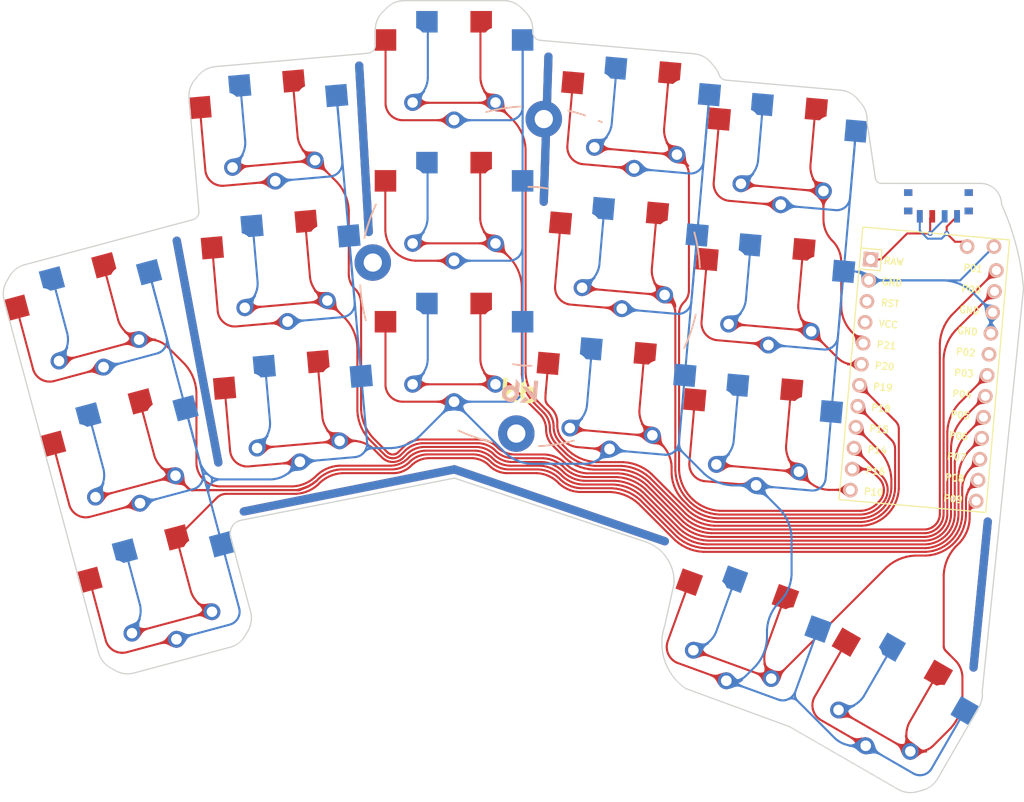
<source format=kicad_pcb>
(kicad_pcb (version 20211014) (generator pcbnew)
  (title_block (title "KEYBOARD_NAME_HERE") (rev "VERSION_HERE") (company "YOUR_NAME_HERE"))
  (layers (0 "F.Cu" signal) (31 "B.Cu" signal) (34 "B.Paste" user) (35 "F.Paste" user) (36 "B.SilkS" user "B.Silkscreen") (37 "F.SilkS" user "F.Silkscreen") (38 "B.Mask" user) (39 "F.Mask" user) (44 "Edge.Cuts" user))
  (net 0 "")
  (net 1 "P7")
  (net 2 "GND")
  (net 3 "P6")
  (net 4 "P5")
  (net 5 "P4")
  (net 6 "P3")
  (net 7 "P0")
  (net 8 "P1")
  (net 9 "P19")
  (net 10 "P18")
  (net 11 "P15")
  (net 12 "P14")
  (net 13 "P16")
  (net 14 "P10")
  (net 15 "P20")
  (net 16 "P21")
  (net 17 "P8")
  (net 18 "P9")
  (net 19 "RAW")
  (net 20 "RST")
  (net 21 "VCC")
  (net 22 "P2")
  (footprint "Kicad:Tenting_Puck" (layer "F.Cu") (at 57.4 -37.05 -5)
    (fp_text reference "REF**")
    (fp_text value "Tenting Puck")
  )
  (footprint "PG1350" (layer "F.Cu") (at 70.471836 -55.958552 -5)
    (fp_text reference "S23" hide)
    (fp_text value "" hide)
  )
  (footprint "Button_Switch_SMD:SW_SPDT_PCM12" (layer "F.Cu") (at 106.68 -45.72 180)
    (fp_text reference "")
    (fp_text value "")
  )
  (footprint "PG1350" (layer "F.Cu") (at 8.802735 -15.367351 -165)
    (fp_text reference "S4" hide)
    (fp_text value "" hide)
  )
  (footprint "PG1350" (layer "F.Cu") (at 48.226936 -61.819251)
    (fp_text reference "S17" hide)
    (fp_text value "" hide)
  )
  (footprint "PG1350" (layer "F.Cu") (at 88.156436 -51.567152 175)
    (fp_text reference "S30" hide)
    (fp_text value "" hide)
  )
  (footprint "VIA-0.6mm" (layer "F.Cu") (at 105.68 -42.22)
    (fp_text reference "REF**" hide)
    (fp_text value "VIA-0.6mm" hide)
  )
  (footprint "PG1350" (layer "F.Cu") (at 86.674735 -34.631852 175)
    (fp_text reference "S28" hide)
    (fp_text value "" hide)
  )
  (footprint "PG1350" (layer "F.Cu") (at 13.202636 1.053449 -165)
    (fp_text reference "S2" hide)
    (fp_text value "" hide)
  )
  (footprint "PG1350" (layer "F.Cu") (at 48.226935 -44.819253)
    (fp_text reference "S15" hide)
    (fp_text value "" hide)
  )
  (footprint "PG1350" (layer "F.Cu") (at 85.193135 -17.696552 175)
    (fp_text reference "S26" hide)
    (fp_text value "" hide)
  )
  (footprint "PG1350" (layer "F.Cu") (at 4.402735 -31.788051 -165)
    (fp_text reference "S6" hide)
    (fp_text value "" hide)
  )
  (footprint "PG1350" (layer "F.Cu") (at 88.156436 -51.567152 -5)
    (fp_text reference "S29" hide)
    (fp_text value "" hide)
  )
  (footprint "PG1350" (layer "F.Cu") (at 48.226936 -27.819253 180)
    (fp_text reference "S14" hide)
    (fp_text value "" hide)
  )
  (footprint "lib:bat" (layer "F.Cu") (at 111.76 -40.64 90)
    (fp_text reference "")
    (fp_text value "")
  )
  (footprint "PG1350" (layer "F.Cu") (at 83.101335 6.212149 -20)
    (fp_text reference "S31" hide)
    (fp_text value "" hide)
  )
  (footprint "VIA-0.6mm" (layer "F.Cu") (at 107.68 -42.22)
    (fp_text reference "REF**" hide)
    (fp_text value "VIA-0.6mm" hide)
  )
  (footprint "PG1350" (layer "F.Cu") (at 26.144335 -54.411253 5)
    (fp_text reference "S11" hide)
    (fp_text value "" hide)
  )
  (footprint "PG1350" (layer "F.Cu") (at 48.226936 -27.819253)
    (fp_text reference "S13" hide)
    (fp_text value "" hide)
  )
  (footprint "PG1350" (layer "F.Cu") (at 70.471836 -55.958552 175)
    (fp_text reference "S24" hide)
    (fp_text value "" hide)
  )
  (footprint "PG1350" (layer "F.Cu") (at 68.990235 -39.023152 -5)
    (fp_text reference "S21" hide)
    (fp_text value "" hide)
  )
  (footprint "PG1350" (layer "F.Cu") (at 86.674735 -34.631852 -5)
    (fp_text reference "S27" hide)
    (fp_text value "" hide)
  )
  (footprint "ProMicro" (layer "F.Cu") (at 104.861535 -24.508252 -95)
    (fp_text reference "C1" hide)
    (fp_text value "" hide)
  )
  (footprint "PG1350" (layer "F.Cu") (at 68.990235 -39.023152 175)
    (fp_text reference "S22" hide)
    (fp_text value "" hide)
  )
  (footprint "PG1350" (layer "F.Cu") (at 67.508534 -22.087852 -5)
    (fp_text reference "S19" hide)
    (fp_text value "" hide)
  )
  (footprint "PG1350" (layer "F.Cu") (at 100.853535 14.490147 -30)
    (fp_text reference "S33" hide)
    (fp_text value "" hide)
  )
  (footprint "PG1350" (layer "F.Cu") (at 29.107636 -20.540652 -175)
    (fp_text reference "S8" hide)
    (fp_text value "" hide)
  )
  (footprint "PG1350" (layer "F.Cu") (at 27.625935 -37.475951 5)
    (fp_text reference "S9" hide)
    (fp_text value "" hide)
  )
  (footprint "PG1350" (layer "F.Cu") (at 4.402735 -31.788051 15)
    (fp_text reference "S5" hide)
    (fp_text value "" hide)
  )
  (footprint "PG1350" (layer "F.Cu") (at 100.853535 14.490147 150)
    (fp_text reference "S34" hide)
    (fp_text value "" hide)
  )
  (footprint "PG1350" (layer "F.Cu") (at 48.226936 -61.819251 180)
    (fp_text reference "S18" hide)
    (fp_text value "" hide)
  )
  (footprint "PG1350" (layer "F.Cu") (at 27.625935 -37.475951 -175)
    (fp_text reference "S10" hide)
    (fp_text value "" hide)
  )
  (footprint "PG1350" (layer "F.Cu") (at 8.802735 -15.367351 15)
    (fp_text reference "S3" hide)
    (fp_text value "" hide)
  )
  (footprint "PG1350" (layer "F.Cu") (at 29.107636 -20.540652 5)
    (fp_text reference "S7" hide)
    (fp_text value "" hide)
  )
  (footprint "PG1350" (layer "F.Cu") (at 85.193135 -17.696552 -5)
    (fp_text reference "S25" hide)
    (fp_text value "" hide)
  )
  (footprint "PG1350" (layer "F.Cu") (at 13.202636 1.053449 15)
    (fp_text reference "S1" hide)
    (fp_text value "" hide)
  )
  (footprint "PG1350" (layer "F.Cu") (at 83.101335 6.212149 160)
    (fp_text reference "S32" hide)
    (fp_text value "" hide)
  )
  (footprint "PG1350" (layer "F.Cu") (at 26.144335 -54.411253 -175)
    (fp_text reference "S12" hide)
    (fp_text value "" hide)
  )
  (footprint "PG1350" (layer "F.Cu") (at 67.508534 -22.087852 175)
    (fp_text reference "S20" hide)
    (fp_text value "" hide)
  )
  (footprint "PG1350" (layer "F.Cu") (at 48.226935 -44.819253 180)
    (fp_text reference "S16" hide)
    (fp_text value "" hide)
  )
  (gr_line (start 14.76924 -41.347914) (end 19.780304 -14.580654) (layer "F.Cu") (width 1))
  (gr_line (start 73.66 -5.08) (end 48.26 -13.752102) (layer "F.Cu") (width 1))
  (gr_line (start 22.86 -8.672102) (end 48.26 -13.752102) (layer "F.Cu") (width 1))
  (gr_line (start 36.777879 -62.477996) (end 37.933973 -42.39964) (layer "F.Cu") (width 1))
  (gr_line (start 112.632915 -7.461389) (end 110.914579 10.16) (layer "F.Cu") (width 1))
  (gr_line (start 59.61654 -63.559829) (end 59.051899 -46.043839) (layer "F.Cu") (width 1))
  (gr_line (start 14.76924 -41.347914) (end 19.780304 -14.580654) (layer "B.Cu") (width 1))
  (gr_line (start 112.632915 -7.461389) (end 110.914579 10.16) (layer "B.Cu") (width 1))
  (gr_line (start 73.66 -5.08) (end 48.26 -13.752102) (layer "B.Cu") (width 1))
  (gr_line (start 22.86 -8.672102) (end 48.26 -13.752102) (layer "B.Cu") (width 1))
  (gr_line (start 36.777879 -62.477996) (end 37.933973 -42.39964) (layer "B.Cu") (width 1))
  (gr_line (start 59.61654 -63.559829) (end 59.051899 -46.043839) (layer "B.Cu") (width 1))
  (gr_arc (start 114.299999 -45.72) (mid 116.059826 -40.758328) (end 116.944922 -35.568744) (layer "Edge.Cuts") (width 0.15))
  (gr_line (start -6.067627 -34.158917) (end 5.320411 8.341818) (layer "Edge.Cuts") (width 0.15))
  (gr_line (start 39.606126 -68.941109) (end 40.10503 -69.440013) (layer "Edge.Cuts") (width 0.15))
  (gr_arc (start 6.718188 10.163438) (mid 5.838128 9.391645) (end 5.320411 8.341818) (layer "Edge.Cuts") (width 0.15))
  (gr_arc (start 77.189833 -63.903222) (mid 78.313611 -63.575671) (end 79.226499 -62.843002) (layer "Edge.Cuts") (width 0.15))
  (gr_line (start 38.726898 -64.960895) (end 38.726897 -66.81924) (layer "Edge.Cuts") (width 0.15))
  (gr_line (start 48.26 -12.7) (end 71.12 -5.08) (layer "Edge.Cuts") (width 0.15))
  (gr_line (start 16.935652 -60.754681) (end 17.389176 -61.29517) (layer "Edge.Cuts") (width 0.15))
  (gr_line (start 16.244705 -58.564257) (end 17.437028 -44.935938) (layer "Edge.Cuts") (width 0.15))
  (gr_arc (start 71.12 -5.08) (mid 73.822989 -3.169395) (end 74.777709 0) (layer "Edge.Cuts") (width 0.15))
  (gr_arc (start 38.726898 -64.960892) (mid 38.464175 -64.285303) (end 37.814054 -63.964699) (layer "Edge.Cuts") (width 0.15))
  (gr_line (start 22.569427 -7.62) (end 48.26 -12.7) (layer "Edge.Cuts") (width 0.15))
  (gr_arc (start 97.365583 -57.909972) (mid 97.9286 -56.883727) (end 98.056033 -55.720142) (layer "Edge.Cuts") (width 0.15))
  (gr_line (start 19.426343 -62.355983) (end 37.814054 -63.964699) (layer "Edge.Cuts") (width 0.15))
  (gr_arc (start 17.437027 -44.935941) (mid 17.259986 -44.27521) (end 16.699654 -43.88286) (layer "Edge.Cuts") (width 0.15))
  (gr_line (start 74.777709 0) (end 73.66 5.08) (layer "Edge.Cuts") (width 0.15))
  (gr_line (start 111.580884 14.910038) (end 106.580885 23.570291) (layer "Edge.Cuts") (width 0.15))
  (gr_line (start 79.226999 -62.842411) (end 79.680522 -62.301921) (layer "Edge.Cuts") (width 0.15))
  (gr_line (start 57.726898 -66.81924) (end 57.726899 -66.522342) (layer "Edge.Cuts") (width 0.15))
  (gr_arc (start -5.414368 -37.047747) (mid -4.642577 -37.927805) (end -3.592751 -38.445522) (layer "Edge.Cuts") (width 0.15))
  (gr_arc (start 23.673001 3.424256) (mid 23.749558 4.592292) (end 23.3733 5.700714) (layer "Edge.Cuts") (width 0.15))
  (gr_arc (start 94.874396 -59.51187) (mid 95.998175 -59.184318) (end 96.911062 -58.451648) (layer "Edge.Cuts") (width 0.15))
  (gr_arc (start 58.639743 -65.526145) (mid 57.989621 -65.846751) (end 57.726899 -66.522342) (layer "Edge.Cuts") (width 0.15))
  (gr_line (start 104.758516 24.968269) (end 104.077001 25.150882) (layer "Edge.Cuts") (width 0.15))
  (gr_arc (start 79.681019 -62.301328) (mid 79.985866 -61.864439) (end 80.208631 -61.380519) (layer "Edge.Cuts") (width 0.15))
  (gr_line (start 56.348767 -69.440013) (end 56.847674 -68.941108) (layer "Edge.Cuts") (width 0.15))
  (gr_line (start -5.767538 -36.436044) (end -5.414759 -37.047074) (layer "Edge.Cuts") (width 0.15))
  (gr_arc (start -6.067628 -34.158917) (mid -6.144185 -35.326953) (end -5.767925 -36.435375) (layer "Edge.Cuts") (width 0.15))
  (gr_arc (start 40.105578 -69.44056) (mid 41.078848 -70.090878) (end 42.226898 -70.31924) (layer "Edge.Cuts") (width 0.15))
  (gr_line (start 88.809414 17.35138) (end 101.799795 24.851382) (layer "Edge.Cuts") (width 0.15))
  (gr_arc (start 54.226899 -70.31924) (mid 55.37495 -70.090879) (end 56.34822 -69.44056) (layer "Edge.Cuts") (width 0.15))
  (gr_arc (start 17.389677 -61.295764) (mid 18.302565 -62.028433) (end 19.426343 -62.355983) (layer "Edge.Cuts") (width 0.15))
  (gr_arc (start 16.244706 -58.564258) (mid 16.372139 -59.727843) (end 16.935156 -60.754088) (layer "Edge.Cuts") (width 0.15))
  (gr_arc (start 23.019747 6.313087) (mid 22.247955 7.193147) (end 21.198128 7.710864) (layer "Edge.Cuts") (width 0.15))
  (gr_arc (start 56.848218 -68.94056) (mid 57.498536 -67.96729) (end 57.726898 -66.81924) (layer "Edge.Cuts") (width 0.15))
  (gr_line (start 42.226898 -70.31924) (end 54.2269 -70.31924) (layer "Edge.Cuts") (width 0.15))
  (gr_arc (start 21.261481 -5.575659) (mid 21.46451 -6.886338) (end 22.569427 -7.62) (layer "Edge.Cuts") (width 0.15))
  (gr_arc (start 99.803949 -48.26) (mid 99.301771 -48.455121) (end 99.062926 -48.938037) (layer "Edge.Cuts") (width 0.15))
  (gr_arc (start 76.2 12.7) (mid 73.647889 9.317373) (end 73.66 5.08) (layer "Edge.Cuts") (width 0.15))
  (gr_line (start 23.372915 5.701385) (end 23.020135 6.312416) (layer "Edge.Cuts") (width 0.15))
  (gr_line (start 7.32989 10.516604) (end 6.718859 10.163826) (layer "Edge.Cuts") (width 0.15))
  (gr_arc (start 104.076254 25.151083) (mid 102.908217 25.22764) (end 101.799795 24.851382) (layer "Edge.Cuts") (width 0.15))
  (gr_arc (start 9.607018 10.816691) (mid 8.438983 10.893249) (end 7.330562 10.516991) (layer "Edge.Cuts") (width 0.15))
  (gr_line (start -3.592751 -38.445522) (end 16.699654 -43.88286) (layer "Edge.Cuts") (width 0.15))
  (gr_line (start 81.06339 -60.720175) (end 94.874397 -59.511869) (layer "Edge.Cuts") (width 0.15))
  (gr_line (start 99.803949 -48.26) (end 111.76 -48.26) (layer "Edge.Cuts") (width 0.15))
  (gr_line (start 111.971633 12.97703) (end 116.944922 -35.568744) (layer "Edge.Cuts") (width 0.15))
  (gr_line (start 76.2 12.7) (end 88.651435 17.277713) (layer "Edge.Cuts") (width 0.15))
  (gr_arc (start 38.726898 -66.819243) (mid 38.955261 -67.967293) (end 39.60558 -68.940562) (layer "Edge.Cuts") (width 0.15))
  (gr_line (start 21.198128 7.710864) (end 9.607018 10.816693) (layer "Edge.Cuts") (width 0.15))
  (gr_line (start 99.062926 -48.938037) (end 98.056033 -55.720142) (layer "Edge.Cuts") (width 0.15))
  (gr_arc (start 111.76 -48.26) (mid 113.556051 -47.516051) (end 114.3 -45.72) (layer "Edge.Cuts") (width 0.15))
  (gr_arc (start 81.063389 -60.720176) (mid 80.539186 -60.925017) (end 80.208631 -61.380519) (layer "Edge.Cuts") (width 0.15))
  (gr_line (start 21.261481 -5.575659) (end 23.673002 3.424257) (layer "Edge.Cuts") (width 0.15))
  (gr_arc (start 106.580884 23.570292) (mid 105.809092 24.450352) (end 104.759265 24.96807) (layer "Edge.Cuts") (width 0.15))
  (gr_line (start 96.911559 -58.451053) (end 97.365084 -57.910567) (layer "Edge.Cuts") (width 0.15))
  (gr_arc (start 88.651434 17.277713) (mid 88.732032 17.311098) (end 88.809414 17.35138) (layer "Edge.Cuts") (width 0.15))
  (gr_line (start 58.639742 -65.526146) (end 77.189833 -63.903225) (layer "Edge.Cuts") (width 0.15))
  (gr_arc (start 111.971573 13.15065) (mid 111.911469 14.060376) (end 111.580883 14.910038) (layer "Edge.Cuts") (width 0.15))
  (gr_arc (start 111.971573 13.150649) (mid 111.967828 13.063838) (end 111.971633 12.97703) (layer "Edge.Cuts") (width 0.15))
  (gr_text "" (at 106.68 -45.72) (layer "F.SilkS") (effects (font (size 1.27 1.27))))
  (gr_text "" (at 106.68 -45.72) (layer "F.SilkS") (effects (font (size 1.27 1.27))))
  (segment (start 108.68 -41.22) (end 109.56 -41.22) (width 0.25) (layer "F.Cu") (net 0))
  (segment (start 109.56 -41.22) (end 110.14 -40.64) (width 0.25) (layer "F.Cu") (net 0))
  (segment (start 107.68 -43.04) (end 108.93 -44.29) (width 0.25) (layer "F.Cu") (net 0))
  (segment (start 107.68 -42.22) (end 107.68 -43.04) (width 0.25) (layer "F.Cu") (net 0))
  (segment (start 108.68 -41.22) (end 107.68 -42.22) (width 0.25) (layer "F.Cu") (net 0))
  (segment (start 104.43 -42.544998) (end 104.43 -44.29) (width 0.25) (layer "B.Cu") (net 0))
  (segment (start 105.379999 -41.594999) (end 104.43 -42.544998) (width 0.25) (layer "B.Cu") (net 0))
  (segment (start 107.054999 -41.594999) (end 105.379999 -41.594999) (width 0.25) (layer "B.Cu") (net 0))
  (segment (start 107.68 -42.22) (end 107.054999 -41.594999) (width 0.25) (layer "B.Cu") (net 0))
  (segment (start 17.833315 3.698601) (end 9.343969 5.973315) (width 0.25) (layer "F.Cu") (net 1))
  (segment (start 17.954312 2.779532) (end 17.667489 2.613935) (width 0.25) (layer "F.Cu") (net 1))
  (segment (start 16.47368 0.995991) (end 14.742808 -5.463714) (width 0.25) (layer "F.Cu") (net 1))
  (segment (start 67.630428 -10.972511) (end 67.098317 -11.02492) (width 0.25) (layer "F.Cu") (net 1))
  (segment (start 60.041779 -12.749519) (end 60.358709 -12.537753) (width 0.25) (layer "F.Cu") (net 1))
  (segment (start 75.318463 -4.86565) (end 75.763038 -4.568595) (width 0.25) (layer "F.Cu") (net 1))
  (segment (start 19.193028 -9.9084) (end 19.070138 -9.78551) (width 0.25) (layer "F.Cu") (net 1))
  (segment (start 109.55 -8.166521) (end 109.505775 -7.7175) (width 0.25) (layer "F.Cu") (net 1))
  (segment (start 52.592147 -14.095779) (end 52.827024 -13.90302) (width 0.25) (layer "F.Cu") (net 1))
  (segment (start 19.787626 -10.480798) (end 19.66383 -10.379202) (width 0.25) (layer "F.Cu") (net 1))
  (segment (start 41.327852 -13.327226) (end 41.025468 -13.297444) (width 0.25) (layer "F.Cu") (net 1))
  (segment (start 31.126313 -11.402133) (end 30.756877 -11.204666) (width 0.25) (layer "F.Cu") (net 1))
  (segment (start 58.988709 -13.185716) (end 59.353464 -13.075068) (width 0.25) (layer "F.Cu") (net 1))
  (segment (start 16.47368 0.995991) (end 16.581506 1.282478) (width 0.25) (layer "F.Cu") (net 1))
  (segment (start 18.71209 -9.427462) (end 14.82607 -5.541442) (width 0.25) (layer "F.Cu") (net 1))
  (segment (start 53.628354 -13.4747) (end 53.347635 -13.590978) (width 0.25) (layer "F.Cu") (net 1))
  (segment (start 110.487684 -13.797914) (end 110.26128 -13.52204) (width 0.25) (layer "F.Cu") (net 1))
  (segment (start 61.534462 -11.572838) (end 61.217531 -11.784604) (width 0.25) (layer "F.Cu") (net 1))
  (segment (start 18.831439 -9.546811) (end 18.71209 -9.427462) (width 0.25) (layer "F.Cu") (net 1))
  (segment (start 69.632038 -10.256322) (end 70.076613 -9.959267) (width 0.25) (layer "F.Cu") (net 1))
  (segment (start 43.402561 -14.503393) (end 43.167683 -14.310635) (width 0.25) (layer "F.Cu") (net 1))
  (segment (start 29.969005 -10.922761) (end 29.558155 -10.841039) (width 0.25) (layer "F.Cu") (net 1))
  (segment (start 42.197343 -13.590982) (end 41.916625 -13.474705) (width 0.25) (layer "F.Cu") (net 1))
  (segment (start 18.158686 3.193964) (end 18.137988 3.351187) (width 0.25) (layer "F.Cu") (net 1))
  (segment (start 109.114112 -6.426365) (end 108.901421 -6.028449) (width 0.25) (layer "F.Cu") (net 1))
  (segment (start 61.870622 -11.393156) (end 62.222777 -11.24729) (width 0.25) (layer "F.Cu") (net 1))
  (segment (start 105.632498 -3.844224) (end 105.183478 -3.8) (width 0.25) (layer "F.Cu") (net 1))
  (segment (start 110.487684 -13.797914) (end 111.677724 -14.987954) (width 0.25) (layer "F.Cu") (net 1))
  (segment (start 110.063007 -13.225303) (end 109.894774 -12.910561) (width 0.25) (layer "F.Cu") (net 1))
  (segment (start 109.654604 -12.23933) (end 109.58498 -11.889305) (width 0.25) (layer "F.Cu") (net 1))
  (segment (start 45.095046 -15.108975) (end 44.792662 -15.079192) (width 0.25) (layer "F.Cu") (net 1))
  (segment (start 51.050323 -15.019914) (end 51.341087 -14.931711) (width 0.25) (layer "F.Cu") (net 1))
  (segment (start 69.160488 -10.508371) (end 69.632038 -10.256322) (width 0.25) (layer "F.Cu") (net 1))
  (segment (start 109.55 -8.166521) (end 109.55 -11.534141) (width 0.25) (layer "F.Cu") (net 1))
  (segment (start 18.831439 -9.546811) (end 18.950789 -9.666161) (width 0.25) (layer "F.Cu") (net 1))
  (segment (start 16.716893 1.557017) (end 16.581506 1.282478) (width 0.25) (layer "F.Cu") (net 1))
  (segment (start 41.025468 -13.297444) (end 34.751787 -13.297444) (width 0.25) (layer "F.Cu") (net 1))
  (segment (start 20.363228 -10.753039) (end 20.209977 -10.70655) (width 0.25) (layer "F.Cu") (net 1))
  (segment (start 77.764651 -3.852408) (end 78.296762 -3.8) (width 0.25) (layer "F.Cu") (net 1))
  (segment (start 20.062021 -10.645265) (end 19.920784 -10.569772) (width 0.25) (layer "F.Cu") (net 1))
  (segment (start 19.543994 -10.259366) (end 19.427005 -10.142377) (width 0.25) (layer "F.Cu") (net 1))
  (segment (start 108.901421 -6.028449) (end 108.650752 -5.653295) (width 0.25) (layer "F.Cu") (net 1))
  (segment (start 43.92317 -14.815434) (end 44.203889 -14.931712) (width 0.25) (layer "F.Cu") (net 1))
  (segment (start 20.520299 -10.784282) (end 20.363228 -10.753039) (width 0.25) (layer "F.Cu") (net 1))
  (segment (start 53.919118 -13.386498) (end 54.217129 -13.327221) (width 0.25) (layer "F.Cu") (net 1))
  (segment (start 33.924056 -13.174661) (end 33.523195 -13.053061) (width 0.25) (layer "F.Cu") (net 1))
  (segment (start 77.240238 -3.956719) (end 77.764651 -3.852408) (width 0.25) (layer "F.Cu") (net 1))
  (segment (start 58.235531 -13.29744) (end 54.519514 -13.29744) (width 0.25) (layer "F.Cu") (net 1))
  (segment (start 29.558155 -10.841039) (end 29.141274 -10.79998) (width 0.25) (layer "F.Cu") (net 1))
  (segment (start 74.905146 -5.204851) (end 75.318463 -4.86565) (width 0.25) (layer "F.Cu") (net 1))
  (segment (start 44.494653 -15.019914) (end 44.203889 -14.931712) (width 0.25) (layer "F.Cu") (net 1))
  (segment (start 19.070138 -9.78551) (end 18.950789 -9.666161) (width 0.25) (layer "F.Cu") (net 1))
  (segment (start 17.967981 3.614859) (end 18.072541 3.495632) (width 0.25) (layer "F.Cu") (net 1))
  (segment (start 109.758201 -12.580845) (end 109.894774 -12.910561) (width 0.25) (layer "F.Cu") (net 1))
  (segment (start 52.142417 -14.503391) (end 51.889776 -14.672201) (width 0.25) (layer "F.Cu") (net 1))
  (segment (start 60.358709 -12.537753) (end 60.653356 -12.295942) (width 0.25) (layer "F.Cu") (net 1))
  (segment (start 34.334906 -13.256384) (end 33.924056 -13.174661) (width 0.25) (layer "F.Cu") (net 1))
  (segment (start 106.506785 -4.063221) (end 106.07502 -3.932247) (width 0.25) (layer "F.Cu") (net 1))
  (segment (start 109.417751 -7.274977) (end 109.286777 -6.843212) (width 0.25) (layer "F.Cu") (net 1))
  (segment (start 105.183478 -3.8) (end 78.296762 -3.8) (width 0.25) (layer "F.Cu") (net 1))
  (segment (start 52.827024 -13.90302) (end 53.079665 -13.734211) (width 0.25) (layer "F.Cu") (net 1))
  (segment (start 69.160488 -10.508371) (end 68.666502 -10.712988) (width 0.25) (layer "F.Cu") (net 1))
  (segment (start 52.592147 -14.095779) (end 52.377295 -14.310632) (width 0.25) (layer "F.Cu") (net 1))
  (segment (start 110.26128 -13.52204) (end 110.063007 -13.225303) (width 0.25) (layer "F.Cu") (net 1))
  (segment (start 30.369866 -11.044361) (end 30.756877 -11.204666) (width 0.25) (layer "F.Cu") (net 1))
  (segment (start 44.792662 -15.079192) (end 44.494653 -15.019914) (width 0.25) (layer "F.Cu") (net 1))
  (segment (start 18.132855 3.037501) (end 18.158686 3.193964) (width 0.25) (layer "F.Cu") (net 1))
  (segment (start 109.758201 -12.580845) (end 109.654604 -12.23933) (width 0.25) (layer "F.Cu") (net 1))
  (segment (start 17.954312 2.779532) (end 18.062717 2.895275) (width 0.25) (layer "F.Cu") (net 1))
  (segment (start 34.751787 -13.297444) (end 34.334906 -13.256384) (width 0.25) (layer "F.Cu") (net 1))
  (segment (start 61.534462 -11.572838) (end 61.870622 -11.393156) (width 0.25) (layer "F.Cu") (net 1))
  (segment (start 60.922884 -12.026415) (end 61.217531 -11.784604) (width 0.25) (layer "F.Cu") (net 1))
  (segment (start 18.132855 3.037501) (end 18.062717 2.895275) (width 0.25) (layer "F.Cu") (net 1))
  (segment (start 107.321549 -4.448575) (end 107.696702 -4.699245) (width 0.25) (layer "F.Cu") (net 1))
  (segment (start 59.705619 -12.929201) (end 60.041779 -12.749519) (width 0.25) (layer "F.Cu") (net 1))
  (segment (start 76.728576 -4.11193) (end 77.240238 -3.956719) (width 0.25) (layer "F.Cu") (net 1))
  (segment (start 33.136184 -12.892755) (end 33.523195 -13.053061) (width 0.25) (layer "F.Cu") (net 1))
  (segment (start 51.621806 -14.815434) (end 51.889776 -14.672201) (width 0.25) (layer "F.Cu") (net 1))
  (segment (start 50.752313 -15.079192) (end 50.449928 -15.108975) (width 0.25) (layer "F.Cu") (net 1))
  (segment (start 41.916625 -13.474705) (end 41.625861 -13.386503) (width 0.25) (layer "F.Cu") (net 1))
  (segment (start 105.632498 -3.844224) (end 106.07502 -3.932247) (width 0.25) (layer "F.Cu") (net 1))
  (segment (start 109.58498 -11.889305) (end 109.55 -11.534141) (width 0.25) (layer "F.Cu") (net 1))
  (segment (start 58.614864 -13.260078) (end 58.988709 -13.185716) (width 0.25) (layer "F.Cu") (net 1))
  (segment (start 31.474614 -11.634861) (end 31.126313 -11.402133) (width 0.25) (layer "F.Cu") (net 1))
  (segment (start 43.92317 -14.815434) (end 43.6552 -14.672202) (width 0.25) (layer "F.Cu") (net 1))
  (segment (start 109.114112 -6.426365) (end 109.286777 -6.843212) (width 0.25) (layer "F.Cu") (net 1))
  (segment (start 59.705619 -12.929201) (end 59.353464 -13.075068) (width 0.25) (layer "F.Cu") (net 1))
  (segment (start 45.095046 -15.108975) (end 50.449928 -15.108975) (width 0.25) (layer "F.Cu") (net 1))
  (segment (start 108.650752 -5.653295) (end 108.364519 -5.304519) (width 0.25) (layer "F.Cu") (net 1))
  (segment (start 63.34071 -11.02492) (end 67.098317 -11.02492) (width 0.25) (layer "F.Cu") (net 1))
  (segment (start 17.125061 2.138239) (end 17.289987 2.314328) (width 0.25) (layer "F.Cu") (net 1))
  (segment (start 18.137988 3.351187) (end 18.072541 3.495632) (width 0.25) (layer "F.Cu") (net 1))
  (segment (start 108.045478 -4.985478) (end 107.696702 -4.699245) (width 0.25) (layer "F.Cu") (net 1))
  (segment (start 62.222777 -11.24729) (end 62.587532 -11.136643) (width 0.25) (layer "F.Cu") (net 1))
  (segment (start 52.142417 -14.503391) (end 52.377295 -14.310632) (width 0.25) (layer "F.Cu") (net 1))
  (segment (start 62.961377 -11.06228) (end 62.587532 -11.136643) (width 0.25) (layer "F.Cu") (net 1))
  (segment (start 31.798427 -11.900607) (end 31.474614 -11.634861) (width 0.25) (layer "F.Cu") (net 1))
  (segment (start 20.679675 -10.79998) (end 20.520299 -10.784282) (width 0.25) (layer "F.Cu") (net 1))
  (segment (start 108.045478 -4.985478) (end 108.364519 -5.304519) (width 0.25) (layer "F.Cu") (net 1))
  (segment (start 31.798427 -11.900607) (end 32.094634 -12.196814) (width 0.25) (layer "F.Cu") (net 1))
  (segment (start 58.614864 -13.260078) (end 58.235531 -13.29744) (width 0.25) (layer "F.Cu") (net 1))
  (segment (start 33.136184 -12.892755) (end 32.766748 -12.695288) (width 0.25) (layer "F.Cu") (net 1))
  (segment (start 19.543994 -10.259366) (end 19.66383 -10.379202) (width 0.25) (layer "F.Cu") (net 1))
  (segment (start 53.628354 -13.4747) (end 53.919118 -13.386498) (width 0.25) (layer "F.Cu") (net 1))
  (segment (start 32.766748 -12.695288) (end 32.418447 -12.46256) (width 0.25) (layer "F.Cu") (net 1))
  (segment (start 62.961377 -11.06228) (end 63.34071 -11.02492) (width 0.25) (layer "F.Cu") (net 1))
  (segment (start 53.079665 -13.734211) (end 53.347635 -13.590978) (width 0.25) (layer "F.Cu") (net 1))
  (segment (start 42.465313 -13.734215) (end 42.197343 -13.590982) (width 0.25) (layer "F.Cu") (net 1))
  (segment (start 109.505775 -7.7175) (end 109.417751 -7.274977) (width 0.25) (layer "F.Cu") (net 1))
  (segment (start 41.625861 -13.386503) (end 41.327852 -13.327226) (width 0.25) (layer "F.Cu") (net 1))
  (segment (start 20.209977 -10.70655) (end 20.062021 -10.645265) (width 0.25) (layer "F.Cu") (net 1))
  (segment (start 74.905146 -5.204851) (end 70.489931 -9.620066) (width 0.25) (layer "F.Cu") (net 1))
  (segment (start 43.6552 -14.672202) (end 43.402561 -14.503393) (width 0.25) (layer "F.Cu") (net 1))
  (segment (start 17.289987 2.314328) (end 17.471379 2.473405) (width 0.25) (layer "F.Cu") (net 1))
  (segment (start 17.125061 2.138239) (end 16.878538 1.816963) (width 0.25) (layer "F.Cu") (net 1))
  (segment (start 68.15484 -10.868199) (end 68.666502 -10.712988) (width 0.25) (layer "F.Cu") (net 1))
  (segment (start 19.310017 -10.025389) (end 19.193028 -9.9084) (width 0.25) (layer "F.Cu") (net 1))
  (segment (start 30.369866 -11.044361) (end 29.969005 -10.922761) (width 0.25) (layer "F.Cu") (net 1))
  (segment (start 51.341087 -14.931711) (end 51.621806 -14.815434) (width 0.25) (layer "F.Cu") (net 1))
  (segment (start 60.922884 -12.026415) (end 60.653356 -12.295942) (width 0.25) (layer "F.Cu") (net 1))
  (segment (start 19.920784 -10.569772) (end 19.787626 -10.480798) (width 0.25) (layer "F.Cu") (net 1))
  (segment (start 76.728576 -4.11193) (end 76.234589 -4.316546) (width 0.25) (layer "F.Cu") (net 1))
  (segment (start 19.427005 -10.142377) (end 19.310017 -10.025389) (width 0.25) (layer "F.Cu") (net 1))
  (segment (start 67.630428 -10.972511) (end 68.15484 -10.868199) (width 0.25) (layer "F.Cu") (net 1))
  (segment (start 16.716893 1.557017) (end 16.878538 1.816963) (width 0.25) (layer "F.Cu") (net 1))
  (segment (start 42.465313 -13.734215) (end 42.717952 -13.903023) (width 0.25) (layer "F.Cu") (net 1))
  (segment (start 54.217129 -13.327221) (end 54.519514 -13.29744) (width 0.25) (layer "F.Cu") (net 1))
  (segment (start 106.506785 -4.063221) (end 106.923632 -4.235885) (width 0.25) (layer "F.Cu") (net 1))
  (segment (start 42.952829 -14.095781) (end 42.717952 -13.903023) (width 0.25) (layer "F.Cu") (net 1))
  (segment (start 42.952829 -14.095781) (end 43.167683 -14.310635) (width 0.25) (layer "F.Cu") (net 1))
  (segment (start 32.418447 -12.46256) (end 32.094634 -12.196814) (width 0.25) (layer "F.Cu") (net 1))
  (segment (start 70.076613 -9.959267) (end 70.489931 -9.620066) (width 0.25) (layer "F.Cu") (net 1))
  (segment (start 20.679675 -10.79998) (end 29.141274 -10.79998) (width 0.25) (layer "F.Cu") (net 1))
  (segment (start 107.321549 -4.448575) (end 106.923632 -4.235885) (width 0.25) (layer "F.Cu") (net 1))
  (segment (start 51.050323 -15.019914) (end 50.752313 -15.079192) (width 0.25) (layer "F.Cu") (net 1))
  (segment (start 17.967981 3.614859) (end 17.833315 3.698601) (width 0.25) (layer "F.Cu") (net 1))
  (segment (start 17.471379 2.473405) (end 17.667489 2.613935) (width 0.25) (layer "F.Cu") (net 1))
  (segment (start 75.763038 -4.568595) (end 76.234589 -4.316546) (width 0.25) (layer "F.Cu") (net 1))
  (segment (start 10.065729 4.723185) (end 9.343969 5.973315) (width 0.25) (layer "B.Cu") (net 1))
  (segment (start 10.340053 2.639492) (end 8.60918 -3.820213) (width 0.25) (layer "B.Cu") (net 1))
  (segment (start 10.409936 3.246962) (end 10.39992 3.552904) (width 0.25) (layer "B.Cu") (net 1))
  (segment (start 10.359965 3.856392) (end 10.39992 3.552904) (width 0.25) (layer "B.Cu") (net 1))
  (segment (start 10.389916 2.94151) (end 10.409936 3.246962) (width 0.25) (layer "B.Cu") (net 1))
  (segment (start 10.340053 2.639492) (end 10.389916 2.94151) (width 0.25) (layer "B.Cu") (net 1))
  (segment (start 10.359965 3.856392) (end 10.290456 4.154501) (width 0.25) (layer "B.Cu") (net 1))
  (segment (start 10.192061 4.444363) (end 10.065729 4.723185) (width 0.25) (layer "B.Cu") (net 1))
  (segment (start 10.192061 4.444363) (end 10.290456 4.154501) (width 0.25) (layer "B.Cu") (net 1))
  (segment (start 18.219392 -49.766623) (end 17.550544 -57.411613) (width 0.25) (layer "F.Cu") (net 2))
  (segment (start 19.023034 -48.392044) (end 18.866639 -48.523275) (width 0.25) (layer "F.Cu") (net 2))
  (segment (start 20.359886 -47.970536) (end 26.635108 -48.519547) (width 0.25) (layer "F.Cu") (net 2))
  (segment (start 78.506515 -30.153154) (end 78.637747 -29.996758) (width 0.25) (layer "F.Cu") (net 2))
  (segment (start 18.723859 -48.669204) (end 18.866639 -48.523275) (width 0.25) (layer "F.Cu") (net 2))
  (segment (start 43.192362 -38.966058) (end 43.56607 -38.929252) (width 0.25) (layer "F.Cu") (net 2))
  (segment (start 21.477683 -15.131401) (end 21.58925 -14.96042) (width 0.25) (layer "F.Cu") (net 2))
  (segment (start 8.023359 8.377943) (end 7.820945 8.351294) (width 0.25) (layer "F.Cu") (net 2))
  (segment (start 78.212864 -30.688409) (end 78.293046 -30.500653) (width 0.25) (layer "F.Cu") (net 2))
  (segment (start 78.087234 -31.285859) (end 78.109461 -31.082912) (width 0.25) (layer "F.Cu") (net 2))
  (segment (start 76.616312 -14.473259) (end 77.285163 -22.118247) (width 0.25) (layer "F.Cu") (net 2))
  (segment (start 39.961935 -57.865061) (end 39.961937 -65.539251) (width 0.25) (layer "F.Cu") (net 2))
  (segment (start 19.979599 -32.02512) (end 19.885328 -32.206212) (width 0.25) (layer "F.Cu") (net 2))
  (segment (start 61.110904 -34.150612) (end 61.270126 -34.022823) (width 0.25) (layer "F.Cu") (net 2))
  (segment (start 1.973791 -9.03286) (end 2.081602 -8.859487) (width 0.25) (layer "F.Cu") (net 2))
  (segment (start 62.102791 -51.742559) (end 62.20099 -51.563566) (width 0.25) (layer "F.Cu") (net 2))
  (segment (start 60.436686 -35.379546) (end 60.478698 -35.179755) (width 0.25) (layer "F.Cu") (net 2))
  (segment (start 18.314165 -49.36996) (end 18.390232 -49.180499) (width 0.25) (layer "F.Cu") (net 2))
  (segment (start 2.498945 -8.413893) (end 2.664896 -8.294975) (width 0.25) (layer "F.Cu") (net 2))
  (segment (start 60.412233 -35.786641) (end 60.41446 -35.582493) (width 0.25) (layer "F.Cu") (net 2))
  (segment (start 62.447492 -51.238664) (end 62.316261 -51.39506) (width 0.25) (layer "F.Cu") (net 2))
  (segment (start 21.650834 -30.998477) (end 21.854982 -30.99625) (width 0.25) (layer "F.Cu") (net 2))
  (segment (start 23.148919 -14.104758) (end 23.353067 -14.102531) (width 0.25) (layer "F.Cu") (net 2))
  (segment (start 21.307345 -15.501954) (end 21.383412 -15.312493) (width 0.25) (layer "F.Cu") (net 2))
  (segment (start 81.151624 -46.202922) (end 81.352284 -46.165279) (width 0.25) (layer "F.Cu") (net 2))
  (segment (start 40.642715 -56.425667) (end 40.800533 -56.29615) (width 0.25) (layer "F.Cu") (net 2))
  (segment (start 91.840403 15.892548) (end 91.964688 16.054519) (width 0.25) (layer "F.Cu") (net 2))
  (segment (start 20.155738 -47.972763) (end 20.359886 -47.970536) (width 0.25) (layer "F.Cu") (net 2))
  (segment (start 61.894753 -52.731912) (end 61.89698 -52.527764) (width 0.25) (layer "F.Cu") (net 2))
  (segment (start 43.56607 -38.929252) (end 48.206936 -38.929252) (width 0.25) (layer "F.Cu") (net 2))
  (segment (start 73.986165 7.061608) (end 76.610893 -0.149771) (width 0.25) (layer "F.Cu") (net 2))
  (segment (start 73.902196 7.868983) (end 73.893291 7.665018) (width 0.25) (layer "F.Cu") (net 2))
  (segment (start 60.342789 -20.632518) (end 60.456158 -20.420421) (width 0.25) (layer "F.Cu") (net 2))
  (segment (start 21.248096 -31.062714) (end 21.053384 -31.124107) (width 0.25) (layer "F.Cu") (net 2))
  (segment (start 8.22741 8.384622) (end 8.431133 8.371269) (width 0.25) (layer "F.Cu") (net 2))
  (segment (start 76.616312 -14.473259) (end 76.618539 -14.269111) (width 0.25) (layer "F.Cu") (net 2))
  (segment (start 60.831603 -18.18053) (end 60.925478 -17.953898) (width 0.25) (layer "F.Cu") (net 2))
  (segment (start 80.254865 -46.669745) (end 80.414087 -46.541956) (width 0.25) (layer "F.Cu") (net 2))
  (segment (start 77.826275 -12.503602) (end 78.015736 -12.427535) (width 0.25) (layer "F.Cu") (net 2))
  (segment (start 63.104716 -50.762257) (end 63.294177 -50.68619) (width 0.25) (layer "F.Cu") (net 2))
  (segment (start 62.208323 -33.646146) (end 68.483542 -33.097137) (width 0.25) (layer "F.Cu") (net 2))
  (segment (start 41.724566 -21.939261) (end 41.524329 -21.979091) (width 0.25) (layer "F.Cu") (net 2))
  (segment (start 91.47761 14.538581) (end 91.504258 14.336167) (width 0.25) (layer "F.Cu") (net 2))
  (segment (start -1.146669 -24.42063) (end -0.947842 -24.37427) (width 0.25) (layer "F.Cu") (net 2))
  (segment (start 91.700502 13.758052) (end 91.616243 13.944014) (width 0.25) (layer "F.Cu") (net 2))
  (segment (start 6.607011 7.65043) (end 6.482727 7.488459) (width 0.25) (layer "F.Cu") (net 2))
  (segment (start 21.717039 -14.801199) (end 21.859819 -14.65527) (width 0.25) (layer "F.Cu") (net 2))
  (segment (start 3.622234 -7.970003) (end 3.41982 -7.996651) (width 0.25) (layer "F.Cu") (net 2))
  (segment (start 76.92255 -13.304911) (end 77.03782 -13.136405) (width 0.25) (layer "F.Cu") (net 2))
  (segment (start 62.340488 -16.63883) (end 62.573632 -16.553973) (width 0.25) (layer "F.Cu") (net 2))
  (segment (start 21.248096 -31.062714) (end 21.447887 -31.020703) (width 0.25) (layer "F.Cu") (net 2))
  (segment (start 76.744169 -13.671661) (end 76.682777 -13.866373) (width 0.25) (layer "F.Cu") (net 2))
  (segment (start 77.474203 -12.70944) (end 77.645183 -12.597873) (width 0.25) (layer "F.Cu") (net 2))
  (segment (start -1.525957 -24.570514) (end -1.702766 -24.672594) (width 0.25) (layer "F.Cu") (net 2))
  (segment (start 62.20099 -51.563566) (end 62.316261 -51.39506) (width 0.25) (layer "F.Cu") (net 2))
  (segment (start 92.104251 16.203528) (end 92.257747 16.338141) (width 0.25) (layer "F.Cu") (net 2))
  (segment (start 74.982971 9.505734) (end 75.167051 9.594029) (width 0.25) (layer "F.Cu") (net 2))
  (segment (start 62.752642 -50.968095) (end 62.923623 -50.856528) (width 0.25) (layer "F.Cu") (net 2))
  (segment (start 40.471725 -40.783928) (end 40.680351 -40.471698) (width 0.25) (layer "F.Cu") (net 2))
  (segment (start 91.57038 15.344993) (end 91.642295 15.536069) (width 0.25) (layer "F.Cu") (net 2))
  (segment (start 39.971945 -23.691883) (end 40.011775 -23.491646) (width 0.25) (layer "F.Cu") (net 2))
  (segment (start 77.826275 -12.503602) (end 77.645183 -12.597873) (width 0.25) (layer "F.Cu") (net 2))
  (segment (start 41.338959 -56.008355) (end 41.15034 -56.086484) (width 0.25) (layer "F.Cu") (net 2))
  (segment (start 62.02261 -51.930315) (end 62.102791 -51.742559) (width 0.25) (layer "F.Cu") (net 2))
  (segment (start 18.390232 -49.180499) (end 18.484503 -48.999406) (width 0.25) (layer "F.Cu") (net 2))
  (segment (start 77.169051 -12.980009) (end 77.31498 -12.837229) (width 0.25) (layer "F.Cu") (net 2))
  (segment (start 19.19154 -48.276773) (end 19.370532 -48.178575) (width 0.25) (layer "F.Cu") (net 2))
  (segment (start 79.862433 -47.137427) (end 79.977704 -46.968921) (width 0.25) (layer "F.Cu") (net 2))
  (segment (start 6.212702 6.940904) (end 4.226478 -0.471793) (width 0.25) (layer "F.Cu") (net 2))
  (segment (start 60.54009 -34.985043) (end 60.620271 -34.797287) (width 0.25) (layer "F.Cu") (net 2))
  (segment (start 60.436686 -35.379546) (end 60.41446 -35.582493) (width 0.25) (layer "F.Cu") (net 2))
  (segment (start 41.338959 -56.008355) (end 41.534329 -55.94909) (width 0.25) (layer "F.Cu") (net 2))
  (segment (start 79.684053 -47.504175) (end 79.764234 -47.316419) (width 0.25) (layer "F.Cu") (net 2))
  (segment (start 63.690843 -50.591417) (end 69.966061 -50.042409) (width 0.25) (layer "F.Cu") (net 2))
  (segment (start 39.931934 -42.563387) (end 39.931934 -48.57925) (width 0.25) (layer "F.Cu") (net 2))
  (segment (start 7.622118 8.304934) (end 7.820945 8.351294) (width 0.25) (layer "F.Cu") (net 2))
  (segment (start 6.90007 7.934052) (end 7.066021 8.052971) (width 0.25) (layer "F.Cu") (net 2))
  (segment (start 40.368833 -56.72785) (end 40.498351 -56.570031) (width 0.25) (layer "F.Cu") (net 2))
  (segment (start 40.642715 -56.425667) (end 40.498351 -56.570031) (width 0.25) (layer "F.Cu") (net 2))
  (segment (start 8.632566 8.338012) (end 14.717118 6.707664) (width 0.25) (layer "F.Cu") (net 2))
  (segment (start 91.517539 15.147788) (end 91.57038 15.344993) (width 0.25) (layer "F.Cu") (net 2))
  (segment (start 91.47761 14.538581) (end 91.47093 14.742632) (width 0.25) (layer "F.Cu") (net 2))
  (segment (start 3.027667 -8.108636) (end 3.220993 -8.043011) (width 0.25) (layer "F.Cu") (net 2))
  (segment (start 40.790533 -22.326149) (end 40.960286 -22.212724) (width 0.25) (layer "F.Cu") (net 2))
  (segment (start 78.109461 -31.082912) (end 78.151472 -30.883121) (width 0.25) (layer "F.Cu") (net 2))
  (segment (start 40.159167 -57.077657) (end 40.081039 -57.266276) (width 0.25) (layer "F.Cu") (net 2))
  (segment (start 74.358314 8.987363) (end 74.494592 9.139381) (width 0.25) (layer "F.Cu") (net 2))
  (segment (start 60.688496 -18.899986) (end 60.712539 -18.655863) (width 0.25) (layer "F.Cu") (net 2))
  (segment (start -0.136221 -24.387552) (end 5.948329 -26.017903) (width 0.25) (layer "F.Cu") (net 2))
  (segment (start 74.133589 8.647035) (end 74.237592 8.822719) (width 0.25) (layer "F.Cu") (net 2))
  (segment (start 19.753 -48.037) (end 19.558288 -48.098393) (width 0.25) (layer "F.Cu") (net 2))
  (segment (start -2.161774 -25.075134) (end -2.022212 -24.926125) (width 0.25) (layer "F.Cu") (net 2))
  (segment (start 60.209177 -20.832482) (end 60.342789 -20.632518) (width 0.25) (layer "F.Cu") (net 2))
  (segment (start 60.760395 -18.415272) (end 60.831603 -18.18053) (width 0.25) (layer "F.Cu") (net 2))
  (segment (start 60.688496 -18.899986) (end 60.688496 -19.49288) (width 0.25) (layer "F.Cu") (net 2))
  (segment (start 2.205886 -8.697516) (end 2.081602 -8.859487) (width 0.25) (layer "F.Cu") (net 2))
  (segment (start 79.680436 -29.387155) (end 79.484432 -29.444285) (width 0.25) (layer "F.Cu") (net 2))
  (segment (start 18.219392 -49.766623) (end 18.257035 -49.565963) (width 0.25) (layer "F.Cu") (net 2))
  (segment (start 41.786611 -39.469042) (end 42.117786 -39.292026) (width 0.25) (layer "F.Cu") (net 2))
  (segment (start 40.294709 -41.115103) (end 40.471725 -40.783928) (width 0.25) (layer "F.Cu") (net 2))
  (segment (start 59.399581 -21.717203) (end 59.45559 -21.633381) (width 0.25) (layer "F.Cu") (net 2))
  (segment (start 80.108936 -46.812525) (end 80.254865 -46.669745) (width 0.25) (layer "F.Cu") (net 2))
  (segment (start 79.556196 -48.305772) (end 79.558423 -48.101624) (width 0.25) (layer "F.Cu") (net 2))
  (segment (start 74.237592 8.822719) (end 74.358314 8.987363) (width 0.25) (layer "F.Cu") (net 2))
  (segment (start 59.264548 -22.094597) (end 59.284215 -21.995722) (width 0.25) (layer "F.Cu") (net 2))
  (segment (start 23.148919 -14.104758) (end 22.945972 -14.126985) (width 0.25) (layer "F.Cu") (net 2))
  (segment (start 79.294971 -29.520352) (end 79.484432 -29.444285) (width 0.25) (layer "F.Cu") (net 2))
  (segment (start 79.622661 -47.698886) (end 79.684053 -47.504175) (width 0.25) (layer "F.Cu") (net 2))
  (segment (start 91.732593 15.719175) (end 91.840403 15.892548) (width 0.25) (layer "F.Cu") (net 2))
  (segment (start 60.056608 -21.018388) (end 60.209177 -20.832482) (width 0.25) (layer "F.Cu") (net 2))
  (segment (start 19.714488 -32.792337) (end 19.752131 -32.591677) (width 0.25) (layer "F.Cu") (net 2))
  (segment (start 60.760395 -18.415272) (end 60.712539 -18.655863) (width 0.25) (layer "F.Cu") (net 2))
  (segment (start -2.556084 -25.784659) (end -4.542312 -33.19736) (width 0.25) (layer "F.Cu") (net 2))
  (segment (start -0.745428 -24.347621) (end -0.541377 -24.340941) (width 0.25) (layer "F.Cu") (net 2))
  (segment (start 7.24283 8.155051) (end 7.428792 8.23931) (width 0.25) (layer "F.Cu") (net 2))
  (segment (start 60.548192 -20.198231) (end 60.618004 -19.968092) (width 0.25) (layer "F.Cu") (net 2))
  (segment (start 19.753 -48.037) (end 19.952791 -47.994989) (width 0.25) (layer "F.Cu") (net 2))
  (segment (start 61.811659 -33.740918) (end 62.007663 -33.683789) (width 0.25) (layer "F.Cu") (net 2))
  (segment (start 62.447492 -51.238664) (end 62.593421 -51.095884) (width 0.25) (layer "F.Cu") (net 2))
  (segment (start 77.169051 -12.980009) (end 77.03782 -13.136405) (width 0.25) (layer "F.Cu") (net 2))
  (segment (start 59.352058 -21.806112) (end 59.399581 -21.717203) (width 0.25) (layer "F.Cu") (net 2))
  (segment (start 41.937744 -55.889251) (end 48.236936 -55.889252) (width 0.25) (layer "F.Cu") (net 2))
  (segment (start 60.964974 -34.293392) (end 60.833741 -34.449788) (width 0.25) (layer "F.Cu") (net 2))
  (segment (start 1.811577 -9.407042) (end 1.883493 -9.215966) (width 0.25) (layer "F.Cu") (net 2))
  (segment (start 7.24283 8.155051) (end 7.066021 8.052971) (width 0.25) (layer "F.Cu") (net 2))
  (segment (start -2.39387 -25.410479) (end -2.28606 -25.237106) (width 0.25) (layer "F.Cu") (net 2))
  (segment (start 78.391244 -30.32166) (end 78.506515 -30.153154) (width 0.25) (layer "F.Cu") (net 2))
  (segment (start 19.809261 -32.395673) (end 19.885328 -32.206212) (width 0.25) (layer "F.Cu") (net 2))
  (segment (start 61.270126 -34.022823) (end 61.441106 -33.911256) (width 0.25) (layer "F.Cu") (net 2))
  (segment (start 40.042 -41.821379) (end 40.151006 -41.462034) (width 0.25) (layer "F.Cu") (net 2))
  (segment (start 74.133589 8.647035) (end 74.047306 8.462002) (width 0.25) (layer "F.Cu") (net 2))
  (segment (start 60.620271 -34.797287) (end 60.71847 -34.618294) (width 0.25) (layer "F.Cu") (net 2))
  (segment (start 60.71847 -34.618294) (end 60.833741 -34.449788) (width 0.25) (layer "F.Cu") (net 2))
  (segment (start 23.353067 -14.102531) (end 29.628289 -14.651542) (width 0.25) (layer "F.Cu") (net 2))
  (segment (start 78.637747 -29.996758) (end 78.783677 -29.853978) (width 0.25) (layer "F.Cu") (net 2))
  (segment (start 8.632566 8.338012) (end 8.431133 8.371269) (width 0.25) (layer "F.Cu") (net 2))
  (segment (start 80.76616 -46.336118) (end 80.585067 -46.430389) (width 0.25) (layer "F.Cu") (net 2))
  (segment (start 59.255803 -22.405638) (end 59.258074 -22.509721) (width 0.25) (layer "F.Cu") (net 2))
  (segment (start 78.391244 -30.32166) (end 78.293046 -30.500653) (width 0.25) (layer "F.Cu") (net 2))
  (segment (start 21.58925 -14.96042) (end 21.717039 -14.801199) (width 0.25) (layer "F.Cu") (net 2))
  (segment (start -1.525957 -24.570514) (end -1.339995 -24.486255) (width 0.25) (layer "F.Cu") (net 2))
  (segment (start 73.90442 7.461161) (end 73.935478 7.259377) (width 0.25) (layer "F.Cu") (net 2))
  (segment (start 20.091166 -31.854139) (end 20.218955 -31.694918) (width 0.25) (layer "F.Cu") (net 2))
  (segment (start 41.534329 -55.94909) (end 41.734566 -55.909261) (width 0.25) (layer "F.Cu") (net 2))
  (segment (start 78.21174 -12.370405) (end 78.4124 -12.332763) (width 0.25) (layer "F.Cu") (net 2))
  (segment (start 22.016215 -14.524039) (end 22.184721 -14.408768) (width 0.25) (layer "F.Cu") (net 2))
  (segment (start 20.361735 -31.548989) (end 20.51813 -31.417758) (width 0.25) (layer "F.Cu") (net 2))
  (segment (start 1.883493 -9.215966) (end 1.973791 -9.03286) (width 0.25) (layer "F.Cu") (net 2))
  (segment (start 4.231441 -8.009933) (end 4.030008 -7.976676) (width 0.25) (layer "F.Cu") (net 2))
  (segment (start 21.212573 -15.898618) (end 20.543725 -23.543607) (width 0.25) (layer "F.Cu") (net 2))
  (segment (start 39.96874 -42.189679) (end 40.042 -41.821379) (width 0.25) (layer "F.Cu") (net 2))
  (segment (start 40.918575 -40.181421) (end 41.184105 -39.915892) (width 0.25) (layer "F.Cu") (net 2))
  (segment (start 19.979599 -32.02512) (end 20.091166 -31.854139) (width 0.25) (layer "F.Cu") (net 2))
  (segment (start 91.550618 14.13734) (end 91.504258 14.336167) (width 0.25) (layer "F.Cu") (net 2))
  (segment (start 79.294971 -29.520352) (end 79.113879 -29.614622) (width 0.25) (layer "F.Cu") (net 2))
  (segment (start 20.51813 -31.417758) (end 20.686636 -31.302487) (width 0.25) (layer "F.Cu") (net 2))
  (segment (start 40.149168 -23.107657) (end 40.245408 -22.927603) (width 0.25) (layer "F.Cu") (net 2))
  (segment (start 79.881096 -29.349512) (end 86.156316 -28.800504) (width 0.25) (layer "F.Cu") (net 2))
  (segment (start 41.184105 -39.915892) (end 41.474381 -39.677668) (width 0.25) (layer "F.Cu") (net 2))
  (segment (start 76.640765 -14.066164) (end 76.682777 -13.866373) (width 0.25) (layer "F.Cu") (net 2))
  (segment (start 40.245408 -22.927603) (end 40.358834 -22.757849) (width 0.25) (layer "F.Cu") (net 2))
  (segment (start 59.272036 -22.828993) (end 59.278981 -22.93495) (width 0.25) (layer "F.Cu") (net 2))
  (segment (start 6.284618 7.13198) (end 6.374916 7.315086) (width 0.25) (layer "F.Cu") (net 2))
  (segment (start 40.011775 -23.491646) (end 40.07104 -23.296276) (width 0.25) (layer "F.Cu") (net 2))
  (segment (start 43.192362 -38.966058) (end 42.824062 -39.039317) (width 0.25) (layer "F.Cu") (net 2))
  (segment (start 19.809261 -32.395673) (end 19.752131 -32.591677) (width 0.25) (layer "F.Cu") (net 2))
  (segment (start 91.732593 15.719175) (end 91.642295 15.536069) (width 0.25) (layer "F.Cu") (net 2))
  (segment (start 60.664922 -19.732217) (end 60.618004 -19.968092) (width 0.25) (layer "F.Cu") (net 2))
  (segment (start 59.287081 -23.040825) (end 59.584247 -26.437419) (width 0.25) (layer "F.Cu") (net 2))
  (segment (start 79.580649 -47.898677) (end 79.622661 -47.698886) (width 0.25) (layer "F.Cu") (net 2))
  (segment (start 61.900207 -16.867892) (end 62.114134 -16.744381) (width 0.25) (layer "F.Cu") (net 2))
  (segment (start 20.155738 -47.972763) (end 19.952791 -47.994989) (width 0.25) (layer "F.Cu") (net 2))
  (segment (start 39.981945 -57.661883) (end 40.021775 -57.461646) (width 0.25) (layer "F.Cu") (net 2))
  (segment (start 19.023034 -48.392044) (end 19.19154 -48.276773) (width 0.25) (layer "F.Cu") (net 2))
  (segment (start 75.167051 9.594029) (end 81.086354 11.74848) (width 0.25) (layer "F.Cu") (net 2))
  (segment (start 39.961935 -57.865061) (end 39.981945 -57.661883) (width 0.25) (layer "F.Cu") (net 2))
  (segment (start 62.752642 -50.968095) (end 62.593421 -51.095884) (width 0.25) (layer "F.Cu") (net 2))
  (segment (start 1.811577 -9.407042) (end -0.174647 -16.819741) (width 0.25) (layer "F.Cu") (net 2))
  (segment (start 60.964974 -34.293392) (end 61.110904 -34.150612) (width 0.25) (layer "F.Cu") (net 2))
  (segment (start 73.986165 7.061608) (end 73.935478 7.259377) (width 0.25) (layer "F.Cu") (net 2))
  (segment (start 79.580649 -47.898677) (end 79.558423 -48.101624) (width 0.25) (layer "F.Cu") (net 2))
  (segment (start 61.900207 -16.867892) (end 61.697858 -17.009577) (width 0.25) (layer "F.Cu") (net 2))
  (segment (start 61.894753 -52.731912) (end 62.563604 -60.376901) (width 0.25) (layer "F.Cu") (net 2))
  (segment (start 78.085007 -31.490007) (end 78.753858 -39.134996) (width 0.25) (layer "F.Cu") (net 2))
  (segment (start 79.764234 -47.316419) (end 79.862433 -47.137427) (width 0.25) (layer "F.Cu") (net 2))
  (segment (start 4.231441 -8.009933) (end 10.315993 -9.640284) (width 0.25) (layer "F.Cu") (net 2))
  (segment (start 40.294709 -41.115103) (end 40.151006 -41.462034) (width 0.25) (layer "F.Cu") (net 2))
  (segment (start 74.645114 9.27731) (end 74.808431 9.39982) (width 0.25) (layer "F.Cu") (net 2))
  (segment (start -1.339995 -24.486255) (end -1.146669 -24.42063) (width 0.25) (layer "F.Cu") (net 2))
  (segment (start 91.616243 13.944014) (end 91.550618 14.13734) (width 0.25) (layer "F.Cu") (net 2))
  (segment (start 91.484283 14.946355) (end 91.47093 14.742632) (width 0.25) (layer "F.Cu") (net 2))
  (segment (start 62.573632 -16.553973) (end 62.813285 -16.489759) (width 0.25) (layer "F.Cu") (net 2))
  (segment (start -1.868717 -24.791513) (end -1.702766 -24.672594) (width 0.25) (layer "F.Cu") (net 2))
  (segment (start 60.925478 -17.953898) (end 61.041113 -17.737559) (width 0.25) (layer "F.Cu") (net 2))
  (segment (start 21.854982 -30.99625) (end 28.130204 -31.545261) (width 0.25) (layer "F.Cu") (net 2))
  (segment (start 62.813285 -16.489759) (end 63.057622 -16.446675) (width 0.25) (layer "F.Cu") (net 2))
  (segment (start 22.184721 -14.408768) (end 22.363714 -14.310569) (width 0.25) (layer "F.Cu") (net 2))
  (segment (start 20.865628 -31.204288) (end 21.053384 -31.124107) (width 0.25) (layer "F.Cu") (net 2))
  (segment (start 77.31498 -12.837229) (end 77.474203 -12.70944) (width 0.25) (layer "F.Cu") (net 2))
  (segment (start 40.255407 -56.897603) (end 40.368833 -56.72785) (width 0.25) (layer "F.Cu") (net 2))
  (segment (start 41.734566 -55.909261) (end 41.937744 -55.889251) (width 0.25) (layer "F.Cu") (net 2))
  (segment (start 73.902196 7.868983) (end 73.93105 8.071094) (width 0.25) (layer "F.Cu") (net 2))
  (segment (start 62.007663 -33.683789) (end 62.208323 -33.646146) (width 0.25) (layer "F.Cu") (net 2))
  (segment (start 21.477683 -15.131401) (end 21.383412 -15.312493) (width 0.25) (layer "F.Cu") (net 2))
  (segment (start 8.023359 8.377943) (end 8.22741 8.384622) (width 0.25) (layer "F.Cu") (net 2))
  (segment (start 61.508629 -17.16836) (end 61.697858 -17.009577) (width 0.25) (layer "F.Cu") (net 2))
  (segment (start 59.284215 -21.995722) (end 59.313479 -21.899251) (width 0.25) (layer "F.Cu") (net 2))
  (segment (start 21.447887 -31.020703) (end 21.650834 -30.998477) (width 0.25) (layer "F.Cu") (net 2))
  (segment (start 92.423698 16.45706) (end 97.878958 19.606657) (width 0.25) (layer "F.Cu") (net 2))
  (segment (start 20.865628 -31.204288) (end 20.686636 -31.302487) (width 0.25) (layer "F.Cu") (net 2))
  (segment (start 73.979576 8.269404) (end 74.047306 8.462002) (width 0.25) (layer "F.Cu") (net 2))
  (segment (start 80.76616 -46.336118) (end 80.955621 -46.260052) (width 0.25) (layer "F.Cu") (net 2))
  (segment (start 40.149168 -23.107657) (end 40.07104 -23.296276) (width 0.25) (layer "F.Cu") (net 2))
  (segment (start 78.085007 -31.490007) (end 78.087234 -31.285859) (width 0.25) (layer "F.Cu") (net 2))
  (segment (start 74.645114 9.27731) (end 74.494592 9.139381) (width 0.25) (layer "F.Cu") (net 2))
  (segment (start -2.484168 -25.593585) (end -2.39387 -25.410479) (width 0.25) (layer "F.Cu") (net 2))
  (segment (start 41.328959 -22.038355) (end 41.524329 -21.979091) (width 0.25) (layer "F.Cu") (net 2))
  (segment (start 61.622198 -33.816985) (end 61.811659 -33.740918) (width 0.25) (layer "F.Cu") (net 2))
  (segment (start 91.700502 13.758052) (end 95.537598 7.112012) (width 0.25) (layer "F.Cu") (net 2))
  (segment (start 3.622234 -7.970003) (end 3.826285 -7.963323) (width 0.25) (layer "F.Cu") (net 2))
  (segment (start 21.212573 -15.898618) (end 21.250216 -15.697958) (width 0.25) (layer "F.Cu") (net 2))
  (segment (start 92.257747 16.338141) (end 92.423698 16.45706) (width 0.25) (layer "F.Cu") (net 2))
  (segment (start 18.59607 -48.828425) (end 18.723859 -48.669204) (width 0.25) (layer "F.Cu") (net 2))
  (segment (start 76.82435 -13.483905) (end 76.92255 -13.304911) (width 0.25) (layer "F.Cu") (net 2))
  (segment (start 59.254668 -22.194923) (end 59.254668 -22.301537) (width 0.25) (layer "F.Cu") (net 2))
  (segment (start 19.370532 -48.178575) (end 19.558288 -48.098393) (width 0.25) (layer "F.Cu") (net 2))
  (segment (start 21.307345 -15.501954) (end 21.250216 -15.697958) (width 0.25) (layer "F.Cu") (net 2))
  (segment (start 39.951934 -23.895061) (end 39.971945 -23.691883) (width 0.25) (layer "F.Cu") (net 2))
  (segment (start 18.484503 -48.999406) (end 18.59607 -48.828425) (width 0.25) (layer "F.Cu") (net 2))
  (segment (start 59.266247 -22.722967) (end 59.26148 -22.613773) (width 0.25) (layer "F.Cu") (net 2))
  (segment (start 59.26148 -22.613773) (end 59.258074 -22.509721) (width 0.25) (layer "F.Cu") (net 2))
  (segment (start 59.254668 -22.194923) (end 59.264548 -22.094597) (width 0.25) (layer "F.Cu") (net 2))
  (segment (start 6.212702 6.940904) (end 6.284618 7.13198) (width 0.25) (layer "F.Cu") (net 2))
  (segment (start 78.21174 -12.370405) (end 78.015736 -12.427535) (width 0.25) (layer "F.Cu") (net 2))
  (segment (start 59.255803 -22.405638) (end 59.254668 -22.301537) (width 0.25) (layer "F.Cu") (net 2))
  (segment (start 7.622118 8.304934) (end 7.428792 8.23931) (width 0.25) (layer "F.Cu") (net 2))
  (segment (start 63.294177 -50.68619) (end 63.490182 -50.62906) (width 0.25) (layer "F.Cu") (net 2))
  (segment (start 73.90442 7.461161) (end 73.893291 7.665018) (width 0.25) (layer "F.Cu") (net 2))
  (segment (start 3.220993 -8.043011) (end 3.41982 -7.996651) (width 0.25) (layer "F.Cu") (net 2))
  (segment (start -2.161774 -25.075134) (end -2.28606 -25.237106) (width 0.25) (layer "F.Cu") (net 2))
  (segment (start 40.632716 -22.455667) (end 40.790533 -22.326149) (width 0.25) (layer "F.Cu") (net 2))
  (segment (start -0.745428 -24.347621) (end -0.947842 -24.37427) (width 0.25) (layer "F.Cu") (net 2))
  (segment (start 60.664922 -19.732217) (end 60.688496 -19.49288) (width 0.25) (layer "F.Cu") (net 2))
  (segment (start 61.177397 -17.533595) (end 61.333016 -17.343973) (width 0.25) (layer "F.Cu") (net 2))
  (segment (start 60.456158 -20.420421) (end 60.548192 -20.198231) (width 0.25) (layer "F.Cu") (net 2))
  (segment (start 91.964688 16.054519) (end 92.104251 16.203528) (width 0.25) (layer "F.Cu") (net 2))
  (segment (start 20.218955 -31.694918) (end 20.361735 -31.548989) (width 0.25) (layer "F.Cu") (net 2))
  (segment (start 60.412233 -35.786641) (end 61.081084 -43.43163) (width 0.25) (layer "F.Cu") (net 2))
  (segment (start 61.961218 -52.125026) (end 62.02261 -51.930315) (width 0.25) (layer "F.Cu") (net 2))
  (segment (start 59.352058 -21.806112) (end 59.313479 -21.899251) (width 0.25) (layer "F.Cu") (net 2))
  (segment (start 74.808431 9.39982) (end 74.982971 9.505734) (width 0.25) (layer "F.Cu") (net 2))
  (segment (start 18.314165 -49.36996) (end 18.257035 -49.565963) (width 0.25) (layer "F.Cu") (net 2))
  (segment (start 78.4124 -12.332763) (end 84.687621 -11.783755) (width 0.25) (layer "F.Cu") (net 2))
  (segment (start 79.556196 -48.305772) (end 80.225047 -55.950762) (width 0.25) (layer "F.Cu") (net 2))
  (segment (start 61.919206 -52.324817) (end 61.89698 -52.527764) (width 0.25) (layer "F.Cu") (net 2))
  (segment (start 21.859819 -14.65527) (end 22.016215 -14.524039) (width 0.25) (layer "F.Cu") (net 2))
  (segment (start 41.724566 -21.939261) (end 41.927744 -21.919251) (width 0.25) (layer "F.Cu") (net 2))
  (segment (start 3.826285 -7.963323) (end 4.030008 -7.976676) (width 0.25) (layer "F.Cu") (net 2))
  (segment (start 22.746181 -14.168996) (end 22.945972 -14.126985) (width 0.25) (layer "F.Cu") (net 2))
  (segment (start 73.93105 8.071094) (end 73.979576 8.269404) (width 0.25) (layer "F.Cu") (net 2))
  (segment (start 40.960286 -22.212724) (end 41.14034 -22.116483) (width 0.25) (layer "F.Cu") (net 2))
  (segment (start 41.14034 -22.116483) (end 41.328959 -22.038355) (width 0.25) (layer "F.Cu") (net 2))
  (segment (start 19.714488 -32.792337) (end 19.04564 -40.437326) (width 0.25) (layer "F.Cu") (net 2))
  (segment (start 59.272036 -22.828993) (end 59.266247 -22.722967) (width 0.25) (layer "F.Cu") (net 2))
  (segment (start 62.340488 -16.63883) (end 62.114134 -16.744381) (width 0.25) (layer "F.Cu") (net 2))
  (segment (start 76.744169 -13.671661) (end 76.82435 -13.483905) (width 0.25) (layer "F.Cu") (net 2))
  (segment (start 40.021775 -57.461646) (end 40.081039 -57.266276) (width 0.25) (layer "F.Cu") (net 2))
  (segment (start 91.484283 14.946355) (end 91.517539 15.147788) (width 0.25) (layer "F.Cu") (net 2))
  (segment (start 63.490182 -50.62906) (end 63.690843 -50.591417) (width 0.25) (layer "F.Cu") (net 2))
  (segment (start 2.841705 -8.192894) (end 3.027667 -8.108636) (width 0.25) (layer "F.Cu") (net 2))
  (segment (start 42.117786 -39.292026) (end 42.464717 -39.148323) (width 0.25) (layer "F.Cu") (net 2))
  (segment (start -0.136221 -24.387552) (end -0.337654 -24.354295) (width 0.25) (layer "F.Cu") (net 2))
  (segment (start 76.640765 -14.066164) (end 76.618539 -14.269111) (width 0.25) (layer "F.Cu") (net 2))
  (segment (start -0.541377 -24.340941) (end -0.337654 -24.354295) (width 0.25) (layer "F.Cu") (net 2))
  (segment (start 2.841705 -8.192894) (end 2.664896 -8.294975) (width 0.25) (layer "F.Cu") (net 2))
  (segment (start 6.746574 7.799439) (end 6.90007 7.934052) (width 0.25) (layer "F.Cu") (net 2))
  (segment (start 61.333016 -17.343973) (end 61.508629 -17.16836) (width 0.25) (layer "F.Cu") (net 2))
  (segment (start 41.927744 -21.919251) (end 48.226935 -21.919251) (width 0.25) (layer "F.Cu") (net 2))
  (segment (start 63.057622 -16.446675) (end 66.986703 -16.102928) (width 0.25) (layer "F.Cu") (net 2))
  (segment (start 78.942899 -29.726189) (end 78.783677 -29.853978) (width 0.25) (layer "F.Cu") (net 2))
  (segment (start 41.786611 -39.469042) (end 41.474381 -39.677668) (width 0.25) (layer "F.Cu") (net 2))
  (segment (start 61.919206 -52.324817) (end 61.961218 -52.125026) (width 0.25) (layer "F.Cu") (net 2))
  (segment (start 60.056608 -21.018388) (end 59.519544 -21.555452) (width 0.25) (layer "F.Cu") (net 2))
  (segment (start 79.680436 -29.387155) (end 79.881096 -29.349512) (width 0.25) (layer "F.Cu") (net 2))
  (segment (start 78.942899 -29.726189) (end 79.113879 -29.614622) (width 0.25) (layer "F.Cu") (net 2))
  (segment (start 40.159167 -57.077657) (end 40.255407 -56.897603) (width 0.25) (layer "F.Cu") (net 2))
  (segment (start 2.205886 -8.697516) (end 2.345448 -8.548506) (width 0.25) (layer "F.Cu") (net 2))
  (segment (start 80.414087 -46.541956) (end 80.585067 -46.430389) (width 0.25) (layer "F.Cu") (net 2))
  (segment (start 42.464717 -39.148323) (end 42.824062 -39.039317) (width 0.25) (layer "F.Cu") (net 2))
  (segment (start 22.363714 -14.310569) (end 22.55147 -14.230388) (width 0.25) (layer "F.Cu") (net 2))
  (segment (start 6.607011 7.65043) (end 6.746574 7.799439) (width 0.25) (layer "F.Cu") (net 2))
  (segment (start 22.746181 -14.168996) (end 22.55147 -14.230388) (width 0.25) (layer "F.Cu") (net 2))
  (segment (start 59.287081 -23.040825) (end 59.278981 -22.93495) (width 0.25) (layer "F.Cu") (net 2))
  (segment (start 39.931934 -42.563387) (end 39.96874 -42.189679) (width 0.25) (layer "F.Cu") (net 2))
  (segment (start -2.022212 -24.926125) (end -1.868717 -24.791513) (width 0.25) (layer "F.Cu") (net 2))
  (segment (start 40.680351 -40.471698) (end 40.918575 -40.181421) (width 0.25) (layer "F.Cu") (net 2))
  (segment (start 61.177397 -17.533595) (end 61.041113 -17.737559) (width 0.25) (layer "F.Cu") (net 2))
  (segment (start 78.212864 -30.688409) (end 78.151472 -30.883121) (width 0.25) (layer "F.Cu") (net 2))
  (segment (start 61.622198 -33.816985) (end 61.441106 -33.911256) (width 0.25) (layer "F.Cu") (net 2))
  (segment (start 81.352284 -46.165279) (end 87.627506 -45.616269) (width 0.25) (layer "F.Cu") (net 2))
  (segment (start 81.151624 -46.202922) (end 80.955621 -46.260052) (width 0.25) (layer "F.Cu") (net 2))
  (segment (start 80.108936 -46.812525) (end 79.977704 -46.968921) (width 0.25) (layer "F.Cu") (net 2))
  (segment (start -2.556084 -25.784659) (end -2.484168 -25.593585) (width 0.25) (layer "F.Cu") (net 2))
  (segment (start 6.374916 7.315086) (end 6.482727 7.488459) (width 0.25) (layer "F.Cu") (net 2))
  (segment (start 39.951934 -23.895061) (end 39.951934 -31.569252) (width 0.25) (layer "F.Cu") (net 2))
  (segment (start 60.54009 -34.985043) (end 60.478698 -35.179755) (width 0.25) (layer "F.Cu") (net 2))
  (segment (start 40.970286 -56.182724) (end 40.800533 -56.29615) (width 0.25) (layer "F.Cu") (net 2))
  (segment (start 40.970286 -56.182724) (end 41.15034 -56.086484) (width 0.25) (layer "F.Cu") (net 2))
  (segment (start 40.632716 -22.455667) (end 40.488352 -22.600031) (width 0.25) (layer "F.Cu") (net 2))
  (segment (start 2.345448 -8.548506) (end 2.498945 -8.413893) (width 0.25) (layer "F.Cu") (net 2))
  (segment (start 59.45559 -21.633381) (end 59.519544 -21.555452) (width 0.25) (layer "F.Cu") (net 2))
  (segment (start 62.923623 -50.856528) (end 63.104716 -50.762257) (width 0.25) (layer "F.Cu") (net 2))
  (segment (start 40.358834 -22.757849) (end 40.488352 -22.600031) (width 0.25) (layer "F.Cu") (net 2))
  (segment (start 34.744782 -50.770502) (end 34.037566 -58.85404) (width 0.25) (layer "B.Cu") (net 2))
  (segment (start 33.348874 -49.106924) (end 26.635108 -48.519547) (width 0.25) (layer "B.Cu") (net 2))
  (segment (start 34.417189 -49.731511) (end 34.315197 -49.609961) (width 0.25) (layer "B.Cu") (net 2))
  (segment (start 92.858924 -11.996007) (end 92.772215 -11.863122) (width 0.25) (layer "B.Cu") (net 2))
  (segment (start 89.013681 13.817122) (end 89.00749 13.749973) (width 0.25) (layer "B.Cu") (net 2))
  (segment (start 37.792694 -16.744396) (end 37.737021 -16.770329) (width 0.25) (layer "B.Cu") (net 2))
  (segment (start 18.557514 -11.761089) (end 18.428026 -11.826166) (width 0.25) (layer "B.Cu") (net 2))
  (segment (start 54.073182 -16.073004) (end 54.438493 -15.707694) (width 0.25) (layer "B.Cu") (net 2))
  (segment (start 13.580148 -29.328008) (end 13.569771 -29.48634) (width 0.25) (layer "B.Cu") (net 2))
  (segment (start 65.515333 -14.855447) (end 65.764315 -15.021812) (width 0.25) (layer "B.Cu") (net 2))
  (segment (start 83.243012 11.337881) (end 83.06844 11.454527) (width 0.25) (layer "B.Cu") (net 2))
  (segment (start 88.358021 14.058612) (end 88.203897 14.096326) (width 0.25) (layer "B.Cu") (net 2))
  (segment (start 36.078192 -33.027298) (end 36.001872 -32.888185) (width 0.25) (layer "B.Cu") (net 2))
  (segment (start 13.467213 -28.707327) (end 13.518216 -28.857578) (width 0.25) (layer "B.Cu") (net 2))
  (segment (start 37.519055 -16.040425) (end 37.610026 -16.225778) (width 0.25) (layer "B.Cu") (net 2))
  (segment (start 36.239877 -33.796216) (end 35.532662 -41.879754) (width 0.25) (layer "B.Cu") (net 2))
  (segment (start 77.951339 -49.998032) (end 77.840372 -49.884617) (width 0.25) (layer "B.Cu") (net 2))
  (segment (start 18.428026 -11.826166) (end 18.327246 -11.793348) (width 0.25) (layer "B.Cu") (net 2))
  (segment (start 83.06844 11.454527) (end 82.883275 11.5535) (width 0.25) (layer "B.Cu") (net 2))
  (segment (start 36.797588 -15.371695) (end 36.938332 -15.444962) (width 0.25) (layer "B.Cu") (net 2))
  (segment (start 86.706084 3.260405) (end 86.471255 3.69974) (width 0.25) (layer "B.Cu") (net 2))
  (segment (start 78.343407 -50.850937) (end 78.31415 -50.694986) (width 0.25) (layer "B.Cu") (net 2))
  (segment (start 56.185694 -22.571005) (end 56.273848 -22.702936) (width 0.25) (layer "B.Cu") (net 2))
  (segment (start 19.031698 -12.391857) (end 19.016649 -12.621776) (width 0.25) (layer "B.Cu") (net 2))
  (segment (start 55.718249 -22.147337) (end 55.85018 -22.235491) (width 0.25) (layer "B.Cu") (net 2))
  (segment (start 74.892574 -15.971614) (end 75.001136 -16.090769) (width 0.25) (layer "B.Cu") (net 2))
  (segment (start 75.668978 -32.561413) (end 75.513702 -32.528761) (width 0.25) (layer "B.Cu") (net 2))
  (segment (start 105.813109 22.414298) (end 105.720686 22.543274) (width 0.25) (layer "B.Cu") (net 2))
  (segment (start 37.913653 -16.54123) (end 38.00793 -16.447171) (width 0.25) (layer "B.Cu") (net 2))
  (segment (start 56.466382 -40.306929) (end 56.435426 -40.151306) (width 0.25) (layer "B.Cu") (net 2))
  (segment (start 87.555146 -8.94277) (end 87.894347 -8.529452) (width 0.25) (layer "B.Cu") (net 2))
  (segment (start 107.382002 -36.558884) (end 98.944486 -36.558884) (width 0.25) (layer "B.Cu") (net 2))
  (segment (start 81.804538 -11.819003) (end 82.692153 -11.819003) (width 0.25) (layer "B.Cu") (net 2))
  (segment (start 76.236301 -32.837349) (end 76.10534 -32.747762) (width 0.25) (layer "B.Cu") (net 2))
  (segment (start 36.498007 -15.268175) (end 36.342055 -15.238919) (width 0.25) (layer "B.Cu") (net 2))
  (segment (start 75.966228 -32.671443) (end 76.10534 -32.747762) (width 0.25) (layer "B.Cu") (net 2))
  (segment (start 52.264857 -17.88133) (end 51.901033 -18.245154) (width 0.25) (layer "B.Cu") (net 2))
  (segment (start 93.909075 -28.540718) (end 93.778114 -28.45113) (width 0.25) (layer "B.Cu") (net 2))
  (segment (start 86.038827 5.12527) (end 85.99 5.621028) (width 0.25) (layer "B.Cu") (net 2))
  (segment (start 89.310464 13.877049) (end 89.371143 13.833758) (width 0.25) (layer "B.Cu") (net 2))
  (segment (start 55.411719 -39.021819) (end 55.558314 -39.082541) (width 0.25) (layer "B.Cu") (net 2))
  (segment (start 49.168028 -21.212878) (end 49.079493 -21.270442) (width 0.25) (layer "B.Cu") (net 2))
  (segment (start 113.162513 -32.715712) (end 113.162513 -32.684877) (width 0.25) (layer "B.Cu") (net 2))
  (segment (start 75.136176 -16.072542) (end 75.170021 -16.133186) (width 0.25) (layer "B.Cu") (net 2))
  (segment (start 37.687392 -16.158776) (end 37.656856 -16.213403) (width 0.25) (layer "B.Cu") (net 2))
  (segment (start 28.436552 -13.4778) (end 29.621855 -14.663103) (width 0.25) (layer "B.Cu") (net 2))
  (segment (start 89.176521 13.497003) (end 89.232389 13.420196) (width 0.25) (layer "B.Cu") (net 2))
  (segment (start 37.525247 -15.973876) (end 37.412609 -15.866172) (width 0.25) (layer "B.Cu") (net 2))
  (segment (start 113.162513 -32.684877) (end 113.156497 -32.654635) (width 0.25) (layer "B.Cu") (net 2))
  (segment (start 96.682995 -37.628489) (end 96.501471 -37.646368) (width 0.25) (layer "B.Cu") (net 2))
  (segment (start 37.913653 -16.54123) (end 37.828899 -16.570279) (width 0.25) (layer "B.Cu") (net 2))
  (segment (start 37.525247 -15.973876) (end 37.67296 -16.086936) (width 0.25) (layer "B.Cu") (net 2))
  (segment (start 17.911308 -13.345639) (end 17.760299 -13.909213) (width 0.25) (layer "B.Cu") (net 2))
  (segment (start 93.778114 -28.45113) (end 93.639002 -28.37481) (width 0.25) (layer "B.Cu") (net 2))
  (segment (start 54.976345 -55.889252) (end 48.236936 -55.889252) (width 0.25) (layer "B.Cu") (net 2))
  (segment (start 21.375391 4.907482) (end 21.226889 4.963375) (width 0.25) (layer "B.Cu") (net 2))
  (segment (start 108.438525 -36.402162) (end 108.950187 -36.246951) (width 0.25) (layer "B.Cu") (net 2))
  (segment (start 19.506055 -12.599968) (end 19.852153 -12.54385) (width 0.25) (layer "B.Cu") (net 2))
  (segment (start 49.136348 -21.81063) (end 48.118325 -21.388952) (width 0.25) (layer "B.Cu") (net 2))
  (segment (start 19.45042 -12.42638) (end 19.506055 -12.599968) (width 0.25) (layer "B.Cu") (net 2))
  (segment (start 93.341752 -28.26478) (end 93.186476 -28.232128) (width 0.25) (layer "B.Cu") (net 2))
  (segment (start 92.672898 -11.739376) (end 92.56193 -11.625961) (width 0.25) (layer "B.Cu") (net 2))
  (segment (start 73.700468 -15.515548) (end 66.986703 -16.102928) (width 0.25) (layer "B.Cu") (net 2))
  (segment (start 89.032689 13.656784) (end 89.176521 13.497003) (width 0.25) (layer "B.Cu") (net 2))
  (segment (start 55.104256 -38.944804) (end 54.946347 -38.929252) (width 0.25) (layer "B.Cu") (net 2))
  (segment (start 37.67296 -16.086936) (end 37.687392 -16.158776) (width 0.25) (layer "B.Cu") (net 2))
  (segment (start 75.09925 -16.219438) (end 75.001136 -16.090769) (width 0.25) (layer "B.Cu") (net 2))
  (segment (start 49.247789 -21.68652) (end 49.319679 -21.656361) (width 0.25) (layer "B.Cu") (net 2))
  (segment (start 33.804407 -49.2397) (end 33.657159 -49.180581) (width 0.25) (layer "B.Cu") (net 2))
  (segment (start 52.628681 -17.517505) (end 53.003301 -17.142885) (width 0.25) (layer "B.Cu") (net 2))
  (segment (start 36.220873 -33.479824) (end 36.188222 -33.324548) (width 0.25) (layer "B.Cu") (net 2))
  (segment (start 89.248446 13.48979) (end 89.176521 13.497003) (width 0.25) (layer "B.Cu") (net 2))
  (segment (start 76.679828 -49.45503) (end 69.966061 -50.042409) (width 0.25) (layer "B.Cu") (net 2))
  (segment (start 17.834875 -12.329707) (end 17.885879 -12.479958) (width 0.25) (layer "B.Cu") (net 2))
  (segment (start 92.870084 -28.213124) (end 93.028747 -28.214854) (width 0.25) (layer "B.Cu") (net 2))
  (segment (start 84.941546 9.595529) (end 84.60782 10.002176) (width 0.25) (layer "B.Cu") (net 2))
  (segment (start 85.938437 7.188826) (end 85.835808 7.704773) (width 0.25) (layer "B.Cu") (net 2))
  (segment (start 49.079493 -21.270442) (end 49.181097 -21.394201) (width 0.25) (layer "B.Cu") (net 2))
  (segment (start 18.896178 -12.852019) (end 19.176331 -12.710271) (width 0.25) (layer "B.Cu") (net 2))
  (segment (start 52.264857 -17.88133) (end 52.628681 -17.517505) (width 0.25) (layer "B.Cu") (net 2))
  (segment (start 95.356502 19.405424) (end 95.675166 19.50209) (width 0.25) (layer "B.Cu") (net 2))
  (segment (start 82.282463 11.735755) (end 82.073517 11.756335) (width 0.25) (layer "B.Cu") (net 2))
  (segment (start 35.299503 -32.265414) (end 35.152256 -32.206295) (width 0.25) (layer "B.Cu") (net 2))
  (segment (start 97.204961 -37.470151) (end 97.365827 -37.384166) (width 0.25) (layer "B.Cu") (net 2))
  (segment (start 88.243912 1.30959) (end 87.967152 1.723792) (width 0.25) (layer "B.Cu") (net 2))
  (segment (start 18.470621 -13.178559) (end 18.896178 -12.852019) (width 0.25) (layer "B.Cu") (net 2))
  (segment (start 78.31415 -50.694986) (end 78.269749 -50.542652) (width 0.25) (layer "B.Cu") (net 2))
  (segment (start 91.401385 -11.196376) (end 91.560048 -11.198106) (width 0.25) (layer "B.Cu") (net 2))
  (segment (start 49.529655 -21.897546) (end 49.762352 -21.919251) (width 0.25) (layer "B.Cu") (net 2))
  (segment (start 48.706582 -21.090774) (end 47.914442 -21.090774) (width 0.25) (layer "B.Cu") (net 2))
  (segment (start 94.327618 -29.012756) (end 94.240909 -28.879871) (width 0.25) (layer "B.Cu") (net 2))
  (segment (start 13.543923 -29.642893) (end 11.443761 -37.480815) (width 0.25) (layer "B.Cu") (net 2))
  (segment (start 49.25828 -21.845761) (end 49.529655 -21.897546) (width 0.25) (layer "B.Cu") (net 2))
  (segment (start 110.360298 -35.493231) (end 110.773616 -35.15403) (width 0.25) (layer "B.Cu") (net 2))
  (segment (start 18.556325 -11.230599) (end 18.635126 -11.601404) (width 0.25) (layer "B.Cu") (net 2))
  (segment (start 88.911171 -0.555269) (end 88.813986 -0.066686) (width 0.25) (layer "B.Cu") (net 2))
  (segment (start 35.299503 -32.265414) (end 35.440246 -32.338681) (width 0.25) (layer "B.Cu") (net 2))
  (segment (start 44.02769 -17.720007) (end 43.614373 -17.380806) (width 0.25) (layer "B.Cu") (net 2))
  (segment (start 98.409515 -36.665295) (end 98.584063 -36.612347) (width 0.25) (layer "B.Cu") (net 2))
  (segment (start 96.333172 19.599697) (end 97.903535 19.599697) (width 0.25) (layer "B.Cu") (net 2))
  (segment (start 88.803279 -6.607679) (end 88.907591 -6.083267) (width 0.25) (layer "B.Cu") (net 2))
  (segment (start 18.564217 -10.908964) (end 20.225101 -4.7105) (width 0.25) (layer "B.Cu") (net 2))
  (segment (start 56.085034 -22.44835) (end 55.972835 -22.336151) (width 0.25) (layer "B.Cu") (net 2))
  (segment (start 86.038827 5.12527) (end 86.136012 4.636684) (width 0.25) (layer "B.Cu") (net 2))
  (segment (start 37.656856 -16.213403) (end 37.610026 -16.225778) (width 0.25) (layer "B.Cu") (net 2))
  (segment (start 35.152256 -32.206295) (end 34.999923 -32.161894) (width 0.25) (layer "B.Cu") (net 2))
  (segment (start 36.65034 -15.312576) (end 36.498007 -15.268175) (width 0.25) (layer "B.Cu") (net 2))
  (segment (start 79.270814 -12.587598) (end 79.742365 -12.335549) (width 0.25) (layer "B.Cu") (net 2))
  (segment (start 92.309419 -11.434381) (end 92.170306 -11.358062) (width 0.25) (layer "B.Cu") (net 2))
  (segment (start 88.203897 14.096326) (end 88.046818 14.118752) (width 0.25) (layer "B.Cu") (net 2))
  (segment (start 37.863746 -16.608664) (end 37.792694 -16.744396) (width 0.25) (layer "B.Cu") (net 2))
  (segment (start 89.00749 13.749973) (end 88.967449 13.717991) (width 0.25) (layer "B.Cu") (net 2))
  (segment (start 103.715458 22.976361) (end 97.878958 19.606657) (width 0.25) (layer "B.Cu") (net 2))
  (segment (start 75.520085 -16.218685) (end 75.563366 -16.136585) (width 0.25) (layer "B.Cu") (net 2))
  (segment (start 74.01686 -15.534552) (end 73.859131 -15.517278) (width 0.25) (layer "B.Cu") (net 2))
  (segment (start 75.003496 -16.031818) (end 74.892574 -15.971614) (width 0.25) (layer "B.Cu") (net 2))
  (segment (start 56.389366 -39.999466) (end 56.328644 -39.852872) (width 0.25) (layer "B.Cu") (net 2))
  (segment (start 46.963537 -20.655854) (end 47.415159 -20.982263) (width 0.25) (layer "B.Cu") (net 2))
  (segment (start 75.248475 -16.490776) (end 75.281982 -16.576207) (width 0.25) (layer "B.Cu") (net 2))
  (segment (start 89.306388 13.524546) (end 89.248446 13.48979) (width 0.25) (layer "B.Cu") (net 2))
  (segment (start 19.176331 -12.710271) (end 19.506055 -12.599968) (width 0.25) (layer "B.Cu") (net 2))
  (segment (start 75.19731 -32.509757) (end 75.355973 -32.511487) (width 0.25) (layer "B.Cu") (net 2))
  (segment (start 18.956078 -12.098514) (end 18.719846 -11.790651) (width 0.25) (layer "B.Cu") (net 2))
  (segment (start 18.327246 -11.793348) (end 18.274371 -11.990677) (width 0.25) (layer "B.Cu") (net 2))
  (segment (start 38.025008 -16.368287) (end 38.002696 -16.300565) (width 0.25) (layer "B.Cu") (net 2))
  (segment (start 55.718249 -22.147337) (end 55.578313 -22.07254) (width 0.25) (layer "B.Cu") (net 2))
  (segment (start 49.291174 -20.855012) (end 49.095918 -20.975983) (width 0.25) (layer "B.Cu") (net 2))
  (segment (start 77.448746 -49.616716) (end 77.587859 -49.693036) (width 0.25) (layer "B.Cu") (net 2))
  (segment (start 55.221789 -15.126762) (end 54.815871 -15.397988) (width 0.25) (layer "B.Cu") (net 2))
  (segment (start 105.09732 23.021599) (end 104.948818 23.077491) (width 0.25) (layer "B.Cu") (net 2))
  (segment (start 49.762352 -21.919251) (end 54.96635 -21.919251) (width 0.25) (layer "B.Cu") (net 2))
  (segment (start 55.972835 -22.336151) (end 55.85018 -22.235491) (width 0.25) (layer "B.Cu") (net 2))
  (segment (start 88.191402 -8.084877) (end 87.894347 -8.529452) (width 0.25) (layer "B.Cu") (net 2))
  (segment (start 92.772215 -11.863122) (end 92.672898 -11.739376) (width 0.25) (layer "B.Cu") (net 2))
  (segment (start 34.725778 -50.45411) (end 34.693127 -50.298834) (width 0.25) (layer "B.Cu") (net 2))
  (segment (start 57.049352 -14.47285) (end 57.535194 -14.425) (width 0.25) (layer "B.Cu") (net 2))
  (segment (start 80.236352 -12.130933) (end 79.742365 -12.335549) (width 0.25) (layer "B.Cu") (net 2))
  (segment (start 49.168028 -21.212878) (end 49.202017 -21.025996) (width 0.25) (layer "B.Cu") (net 2))
  (segment (start 17.947812 -12.950388) (end 17.942621 -12.791801) (width 0.25) (layer "B.Cu") (net 2))
  (segment (start 42.204261 -16.627086) (end 42.698247 -16.831702) (width 0.25) (layer "B.Cu") (net 2))
  (segment (start 76.468819 -33.052757) (end 76.357851 -32.939342) (width 0.25) (layer "B.Cu") (net 2))
  (segment (start 81.272427 -11.87141) (end 81.804538 -11.819003) (width 0.25) (layer "B.Cu") (net 2))
  (segment (start 16.974266 -11.440463) (end 16.825764 -11.38457) (width 0.25) (layer "B.Cu") (net 2))
  (segment (start 22.236001 4.018237) (end 22.170516 4.162766) (width 0.25) (layer "B.Cu") (net 2))
  (segment (start 113.144696 -32.626147) (end 113.156497 -32.654635) (width 0.25) (layer "B.Cu") (net 2))
  (segment (start 95.931195 -46.116511) (end 95.872076 -45.969264) (width 0.25) (layer "B.Cu") (net 2))
  (segment (start 12.4581 -27.762189) (end 5.948329 -26.017903) (width 0.25) (layer "B.Cu") (net 2))
  (segment (start 77.151496 -49.506686) (end 77.302823 -49.554399) (width 0.25) (layer "B.Cu") (net 2))
  (segment (start 17.637779 -14.366461) (end 11.4252 -37.552) (width 0.25) (layer "B.Cu") (net 2))
  (segment (start 37.7376 -16.906657) (end 37.030747 -24.986035) (width 0.25) (layer "B.Cu") (net 2))
  (segment (start 13.322392 -28.425384) (end 13.229969 -28.296408) (width 0.25) (layer "B.Cu") (net 2))
  (segment (start 55.578313 -22.07254) (end 55.43172 -22.011818) (width 0.25) (layer "B.Cu") (net 2))
  (segment (start 94.220865 18.724749) (end 94.478281 18.936005) (width 0.25) (layer "B.Cu") (net 2))
  (segment (start 49.319679 -21.656361) (end 49.251707 -21.564668) (width 0.25) (layer "B.Cu") (net 2))
  (segment (start 86.083767 -10.414149) (end 87.555146 -8.94277) (width 0.25) (layer "B.Cu") (net 2))
  (segment (start 88.967374 13.871724) (end 89.013681 13.817122) (width 0.25) (layer "B.Cu") (net 2))
  (segment (start 18.314029 -13.334692) (end 17.939181 -13.823787) (width 0.25) (layer "B.Cu") (net 2))
  (segment (start 98.08013 -36.821081) (end 98.240995 -36.735097) (width 0.25) (layer "B.Cu") (net 2))
  (segment (start 19.167849 -12.277791) (end 19.45042 -12.42638) (width 0.25) (layer "B.Cu") (net 2))
  (segment (start 38.182593 -16.291674) (end 38.027703 -16.253405) (width 0.25) (layer "B.Cu") (net 2))
  (segment (start 113.027639 -32.449852) (end 113.01686 -32.414319) (width 0.25) (layer "B.Cu") (net 2))
  (segment (start 47.415159 -20.982263) (end 47.286116 -20.869698) (width 0.25) (layer "B.Cu") (net 2))
  (segment (start 89.371143 13.833758) (end 89.402485 13.757878) (width 0.25) (layer "B.Cu") (net 2))
  (segment (start 49.319679 -21.656361) (end 49.499237 -21.80218) (width 0.25) (layer "B.Cu") (net 2))
  (segment (start 55.441717 -55.981819) (end 55.289877 -55.935759) (width 0.25) (layer "B.Cu") (net 2))
  (segment (start 89.013681 13.817122) (end 89.061491 13.874188) (width 0.25) (layer "B.Cu") (net 2))
  (segment (start 82.6893 11.633847) (end 82.883275 11.5535) (width 0.25) (layer "B.Cu") (net 2))
  (segment (start 37.412609 -15.866172) (end 37.308379 -15.741956) (width 0.25) (layer "B.Cu") (net 2))
  (segment (start 75.418324 -16.503003) (end 75.38086 -16.708427) (width 0.25) (layer "B.Cu") (net 2))
  (segment (start 17.92191 -12.634486) (end 17.885879 -12.479958) (width 0.25) (layer "B.Cu") (net 2))
  (segment (start 56.328644 -39.852872) (end 56.253847 -39.712936) (width 0.25) (layer "B.Cu") (net 2))
  (segment (start 113.059638 -32.518247) (end 113.043337 -32.487751) (width 0.25) (layer "B.Cu") (net 2))
  (segment (start 55.134254 -55.904804) (end 54.976345 -55.889252) (width 0.25) (layer "B.Cu") (net 2))
  (segment (start 54.946347 -38.929252) (end 48.206936 -38.929252) (width 0.25) (layer "B.Cu") (net 2))
  (segment (start 95.110191 -45.190576) (end 95.249304 -45.266895) (width 0.25) (layer "B.Cu") (net 2))
  (segment (start 47.902165 -21.183165) (end 47.914442 -21.090774) (width 0.25) (layer "B.Cu") (net 2))
  (segment (start 98.08013 -36.821081) (end 97.928468 -36.922419) (width 0.25) (layer "B.Cu") (net 2))
  (segment (start 17.76939 -12.185178) (end 17.690054 -12.047765) (width 0.25) (layer "B.Cu") (net 2))
  (segment (start 33.657159 -49.180581) (end 33.504826 -49.13618) (width 0.25) (layer "B.Cu") (net 2))
  (segment (start 109.915723 -35.790286) (end 110.360298 -35.493231) (width 0.25) (layer "B.Cu") (net 2))
  (segment (start 74.172137 -15.567203) (end 74.323466 -15.614917) (width 0.25) (layer "B.Cu") (net 2))
  (segment (start 17.597632 -11.918789) (end 17.493012 -11.799492) (width 0.25) (layer "B.Cu") (net 2))
  (segment (start 92.170306 -11.358062) (end 92.024383 -11.295745) (width 0.25) (layer "B.Cu") (net 2))
  (segment (start 98.762962 -36.576762) (end 98.584063 -36.612347) (width 0.25) (layer "B.Cu") (net 2))
  (segment (start 74.739464 -15.84314) (end 74.608502 -15.753553) (width 0.25) (layer "B.Cu") (net 2))
  (segment (start 82.488384 11.694794) (end 82.282463 11.735755) (width 0.25) (layer "B.Cu") (net 2))
  (segment (start 113.100785 -32.573728) (end 113.078849 -32.546998) (width 0.25) (layer "B.Cu") (net 2))
  (segment (start 47.914442 -21.090774) (end 47.749455 -21.058351) (width 0.25) (layer "B.Cu") (net 2))
  (segment (start 74.739464 -15.84314) (end 74.892574 -15.971614) (width 0.25) (layer "B.Cu") (net 2))
  (segment (start 76.860888 -33.905665) (end 77.568106 -41.989203) (width 0.25) (layer "B.Cu") (net 2))
  (segment (start 93.064967 -12.592285) (end 93.772185 -20.675819) (width 0.25) (layer "B.Cu") (net 2))
  (segment (start 85.99 6.665303) (end 85.938437 7.188826) (width 0.25) (layer "B.Cu") (net 2))
  (segment (start 107.914113 -36.506475) (end 107.382002 -36.558884) (width 0.25) (layer "B.Cu") (net 2))
  (segment (start 37.828899 -16.570279) (end 37.863746 -16.608664) (width 0.25) (layer "B.Cu") (net 2))
  (segment (start 88.672129 13.929302) (end 88.824394 13.830306) (width 0.25) (layer "B.Cu") (net 2))
  (segment (start 113.127565 -32.800081) (end 113.144696 -32.774442) (width 0.25) (layer "B.Cu") (net 2))
  (segment (start 78.137364 -50.254662) (end 78.210631 -50.395405) (width 0.25) (layer "B.Cu") (net 2))
  (segment (start 38.027703 -16.253405) (end 37.940641 -16.222596) (width 0.25) (layer "B.Cu") (net 2))
  (segment (start 38.090176 -16.393899) (end 38.025008 -16.368287) (width 0.25) (layer "B.Cu") (net 2))
  (segment (start 105.616066 22.66257) (end 105.720686 22.543274) (width 0.25) (layer "B.Cu") (net 2))
  (segment (start 17.690054 -12.047765) (end 17.597632 -11.918789) (width 0.25) (layer "B.Cu") (net 2))
  (segment (start 75.170021 -16.133186) (end 75.146528 -16.198338) (width 0.25) (layer "B.Cu") (net 2))
  (segment (start 88.907591 -6.083267) (end 88.96 -5.551156) (width 0.25) (layer "B.Cu") (net 2))
  (segment (start 17.637779 -14.366461) (end 17.939181 -13.823787) (width 0.25) (layer "B.Cu") (net 2))
  (segment (start 89.516894 13.992431) (end 89.440185 13.853403) (width 0.25) (layer "B.Cu") (net 2))
  (segment (start 49.214424 -21.770083) (end 49.247789 -21.68652) (width 0.25) (layer "B.Cu") (net 2))
  (segment (start 36.140509 -33.173221) (end 36.078192 -33.027298) (width 0.25) (layer "B.Cu") (net 2))
  (segment (start 76.78723 -33.59738) (end 76.728112 -33.450132) (width 0.25) (layer "B.Cu") (net 2))
  (segment (start 13.543923 -29.642893) (end 13.569771 -29.48634) (width 0.25) (layer "B.Cu") (net 2))
  (segment (start 89.061491 13.874188) (end 89.211731 13.903725) (width 0.25) (layer "B.Cu") (net 2))
  (segment (start 87.419329 14.053493) (end 81.086354 11.74848) (width 0.25) (layer "B.Cu") (net 2))
  (segment (start 86.706084 3.260405) (end 86.982845 2.846204) (width 0.25) (layer "B.Cu") (net 2))
  (segment (start 96.001772 19.567056) (end 95.675166 19.50209) (width 0.25) (layer "B.Cu") (net 2))
  (segment (start 17.25132 -11.594432) (end 17.116575 -11.510642) (width 0.25) (layer "B.Cu") (net 2))
  (segment (start 94.400885 -29.153499) (end 94.327618 -29.012756) (width 0.25) (layer "B.Cu") (net 2))
  (segment (start 36.001872 -32.888185) (end 35.912284 -32.757224) (width 0.25) (layer "B.Cu") (net 2))
  (segment (start 74.608502 -15.753553) (end 74.469389 -15.677234) (width 0.25) (layer "B.Cu") (net 2))
  (segment (start 83.748676 -11.662282) (end 84.260338 -11.50707) (width 0.25) (layer "B.Cu") (net 2))
  (segment (start 84.260338 -11.50707) (end 84.754324 -11.302454) (width 0.25) (layer "B.Cu") (net 2))
  (segment (start 41.168187 -16.367564) (end 40.636076 -16.315156) (width 0.25) (layer "B.Cu") (net 2))
  (segment (start 109.444173 -36.042335) (end 108.950187 -36.246951) (width 0.25) (layer "B.Cu") (net 2))
  (segment (start 34.078036 -49.399676) (end 33.945151 -49.312967) (width 0.25) (layer "B.Cu") (net 2))
  (segment (start 34.061012 -58.868197) (end 37.024313 -24.997596) (width 0.25) (layer "B.Cu") (net 2))
  (segment (start 34.506777 -49.862472) (end 34.583097 -50.001584) (width 0.25) (layer "B.Cu") (net 2))
  (segment (start 37.763196 -16.568512) (end 37.705725 -16.527415) (width 0.25) (layer "B.Cu") (net 2))
  (segment (start 92.44038 -11.523969) (end 92.56193 -11.625961) (width 0.25) (layer "B.Cu") (net 2))
  (segment (start 87.967152 1.723792) (end 87.651124 2.108872) (width 0.25) (layer "B.Cu") (net 2))
  (segment (start 56.501935 -23.454838) (end 56.486382 -23.296929) (width 0.25) (layer "B.Cu") (net 2))
  (segment (start 113.009617 -32.377902) (end 113.01686 -32.414319) (width 0.25) (layer "B.Cu") (net 2))
  (segment (start 109.298884 -36.558884) (end 98.944486 -36.558884) (width 0.25) (layer "B.Cu") (net 2))
  (segment (start 55.289877 -55.935759) (end 55.134254 -55.904804) (width 0.25) (layer "B.Cu") (net 2))
  (segment (start 76.679828 -49.45503) (end 76.838491 -49.45676) (width 0.25) (layer "B.Cu") (net 2))
  (segment (start 113.156496 -32.745954) (end 113.162513 -32.715712) (width 0.25) (layer "B.Cu") (net 2))
  (segment (start 13.009539 -28.068644) (end 12.883656 -27.972051) (width 0.25) (layer "B.Cu") (net 2))
  (segment (start 56.348645 -22.842872) (end 56.273848 -22.702936) (width 0.25) (layer "B.Cu") (net 2))
  (segment (start 104.164765 23.12888) (end 104.322081 23.149591) (width 0.25) (layer "B.Cu") (net 2))
  (segment (start 89.306388 13.524546) (end 89.357424 13.510572) (width 0.25) (layer "B.Cu") (net 2))
  (segment (start 94.460004 -29.300746) (end 94.504405 -29.453079) (width 0.25) (layer "B.Cu") (net 2))
  (segment (start 65.515333 -14.855447) (end 65.251243 -14.714288) (width 0.25) (layer "B.Cu") (net 2))
  (segment (start 56.165693 -39.581005) (end 56.065033 -39.45835) (width 0.25) (layer "B.Cu") (net 2))
  (segment (start 13.574957 -29.169421) (end 13.554246 -29.012105) (width 0.25) (layer "B.Cu") (net 2))
  (segment (start 75.450031 -16.104247) (end 75.447741 -16.051492) (width 0.25) (layer "B.Cu") (net 2))
  (segment (start 109.444173 -36.042335) (end 109.915723 -35.790286) (width 0.25) (layer "B.Cu") (net 2))
  (segment (start 55.441717 -55.981819) (end 55.588311 -56.04254) (width 0.25) (layer "B.Cu") (net 2))
  (segment (start 92.858924 -11.996007) (end 92.932191 -12.136752) (width 0.25) (layer "B.Cu") (net 2))
  (segment (start 37.071217 -15.531671) (end 36.938332 -15.444962) (width 0.25) (layer "B.Cu") (net 2))
  (segment (start 95.931195 -46.116511) (end 95.975596 -46.268844) (width 0.25) (layer "B.Cu") (net 2))
  (segment (start 89.361255 13.323096) (end 89.324211 13.266978) (width 0.25) (layer "B.Cu") (net 2))
  (segment (start 55.69825 -39.157338) (end 55.558314 -39.082541) (width 0.25) (layer "B.Cu") (net 2))
  (segment (start 18.956078 -12.098514) (end 19.031698 -12.391857) (width 0.25) (layer "B.Cu") (net 2))
  (segment (start 98.762962 -36.576762) (end 98.944486 -36.558884) (width 0.25) (layer "B.Cu") (net 2))
  (segment (start 85.99 6.665303) (end 85.99 5.621028) (width 0.25) (layer "B.Cu") (net 2))
  (segment (start 34.725778 -50.45411) (end 34.743052 -50.611839) (width 0.25) (layer "B.Cu") (net 2))
  (segment (start 18.564217 -10.908964) (end 18.45275 -11.324963) (width 0.25) (layer "B.Cu") (net 2))
  (segment (start 34.999923 -32.161894) (end 34.843971 -32.132638) (width 0.25) (layer "B.Cu") (net 2))
  (segment (start 27.866221 -13.054814) (end 28.161777 -13.252298) (width 0.25) (layer "B.Cu") (net 2))
  (segment (start 34.645414 -50.147507) (end 34.693127 -50.298834) (width 0.25) (layer "B.Cu") (net 2))
  (segment (start 95.380266 -45.356483) (end 95.249304 -45.266895) (width 0.25) (layer "B.Cu") (net 2))
  (segment (start 18.635126 -11.601404) (end 18.557514 -11.761089) (width 0.25) (layer "B.Cu") (net 2))
  (segment (start 18.556325 -11.230599) (end 18.564217 -10.908964) (width 0.25) (layer "B.Cu") (net 2))
  (segment (start 75.170021 -16.133186) (end 75.230909 -16.083903) (width 0.25) (layer "B.Cu") (net 2))
  (segment (start 56.435426 -40.151306) (end 56.389366 -39.999466) (width 0.25) (layer "B.Cu") (net 2))
  (segment (start 75.230909 -16.083903) (end 75.136176 -16.072542) (width 0.25) (layer "B.Cu") (net 2))
  (segment (start 75.520085 -16.218685) (end 75.442253 -16.41894) (width 0.25) (layer "B.Cu") (net 2))
  (segment (start 18.470621 -13.178559) (end 18.231414 -13.240279) (width 0.25) (layer "B.Cu") (net 2))
  (segment (start 49.214424 -21.770083) (end 49.136348 -21.81063) (width 0.25) (layer "B.Cu") (net 2))
  (segment (start 17.937434 -13.10872) (end 17.947812 -12.950388) (width 0.25) (layer "B.Cu") (net 2))
  (segment (start 49.762352 -21.919251) (end 49.499237 -21.80218) (width 0.25) (layer "B.Cu") (net 2))
  (segment (start 75.500553 -16.148614) (end 75.520085 -16.218685) (width 0.25) (layer "B.Cu") (net 2))
  (segment (start 57.535194 -14.425) (end 64.096334 -14.425) (width 0.25) (layer "B.Cu") (net 2))
  (segment (start 49.251707 -21.564668) (end 49.247789 -21.68652) (width 0.25) (layer "B.Cu") (net 2))
  (segment (start 18.45275 -11.324963) (end 18.327246 -11.793348) (width 0.25) (layer "B.Cu") (net 2))
  (segment (start 75.335143 -16.759484) (end 75.281982 -16.576207) (width 0.25) (layer "B.Cu") (net 2))
  (segment (start 27.22433 -12.751222) (end 27.552733 -12.887251) (width 0.25) (layer "B.Cu") (net 2))
  (segment (start 97.787468 -37.038134) (end 97.658489 -37.167113) (width 0.25) (layer "B.Cu") (net 2))
  (segment (start 19.176331 -12.710271) (end 19.016649 -12.621776) (width 0.25) (layer "B.Cu") (net 2))
  (segment (start 56.185694 -22.571005) (end 56.085034 -22.44835) (width 0.25) (layer "B.Cu") (net 2))
  (segment (start 40.636076 -16.315156) (end 38.342211 -16.315156) (width 0.25) (layer "B.Cu") (net 2))
  (segment (start 56.501936 -65.569251) (end 56.501936 -31.569253) (width 0.25) (layer "B.Cu") (net 2))
  (segment (start 96.861894 -37.592903) (end 97.036442 -37.539954) (width 0.25) (layer "B.Cu") (net 2))
  (segment (start 18.077699 -13.233006) (end 18.231414 -13.240279) (width 0.25) (layer "B.Cu") (net 2))
  (segment (start 89.602957 14.106841) (end 89.452535 14.007231) (width 0.25) (layer "B.Cu") (net 2))
  (segment (start 104.010238 23.092849) (end 103.859987 23.041846) (width 0.25) (layer "B.Cu") (net 2))
  (segment (start 38.217719 -16.340322) (end 38.090176 -16.393899) (width 0.25) (layer "B.Cu") (net 2))
  (segment (start 88.507707 14.005972) (end 88.358021 14.058612) (width 0.25) (layer "B.Cu") (net 2))
  (segment (start 55.411719 -39.021819) (end 55.259879 -38.975759) (width 0.25) (layer "B.Cu") (net 2))
  (segment (start 88.046818 14.118752) (end 87.888296 14.125673) (width 0.25) (layer "B.Cu") (net 2))
  (segment (start 55.652336 -14.89663) (end 56.103368 -14.709806) (width 0.25) (layer "B.Cu") (net 2))
  (segment (start 107.914113 -36.506475) (end 108.438525 -36.402162) (width 0.25) (layer "B.Cu") (net 2))
  (segment (start 75.372438 -16.48387) (end 75.313867 -16.509274) (width 0.25) (layer "B.Cu") (net 2))
  (segment (start 56.496381 -57.266928) (end 56.465425 -57.111305) (width 0.25) (layer "B.Cu") (net 2))
  (segment (start 88.191402 -8.084877) (end 88.443451 -7.613327) (width 0.25) (layer "B.Cu") (net 2))
  (segment (start 88.648067 -7.119341) (end 88.443451 -7.613327) (width 0.25) (layer "B.Cu") (net 2))
  (segment (start 37.863746 -16.608664) (end 37.913653 -16.54123) (width 0.25) (layer "B.Cu") (net 2))
  (segment (start 75.364732 -16.071785) (end 75.450031 -16.104247) (width 0.25) (layer "B.Cu") (net 2))
  (segment (start 17.939181 -13.823787) (end 17.760299 -13.909213) (width 0.25) (layer "B.Cu") (net 2))
  (segment (start 113.156496 -32.745954) (end 113.144696 -32.774442) (width 0.25) (layer "B.Cu") (net 2))
  (segment (start 103.715458 22.976361) (end 103.859987 23.041846) (width 0.25) (layer "B.Cu") (net 2))
  (segment (start 75.73169 -15.905086) (end 75.587098 -15.993443) (width 0.25) (layer "B.Cu") (net 2))
  (segment (start 97.787468 -37.038134) (end 97.928468 -36.922419) (width 0.25) (layer "B.Cu") (net 2))
  (segment (start 86.280619 4.159978) (end 86.136012 4.636684) (width 0.25) (layer "B.Cu") (net 2))
  (segment (start 55.221789 -15.126762) (end 55.652336 -14.89663) (width 0.25) (layer "B.Cu") (net 2))
  (segment (start 105.813109 22.414298) (end 109.870318 15.387011) (width 0.25) (layer "B.Cu") (net 2))
  (segment (start 95.612784 -45.571891) (end 95.501817 -45.458476) (width 0.25) (layer "B.Cu") (net 2))
  (segment (start 49.136348 -21.81063) (end 49.25828 -21.845761) (width 0.25) (layer "B.Cu") (net 2))
  (segment (start 75.646366 -16.009929) (end 75.73169 -15.905086) (width 0.25) (layer "B.Cu") (net 2))
  (segment (start 88.478742 0.870256) (end 88.243912 1.30959) (width 0.25) (layer "B.Cu") (net 2))
  (segment (start 56.195692 -56.541004) (end 56.095032 -56.418349) (width 0.25) (layer "B.Cu") (net 2))
  (segment (start 89.452535 14.007231) (end 89.302252 13.933886) (width 0.25) (layer "B.Cu") (net 2))
  (segment (start 49.079493 -21.270442) (end 48.925979 -21.167868) (width 0.25) (layer "B.Cu") (net 2))
  (segment (start 75.313867 -16.509274) (end 75.248475 -16.490776) (width 0.25) (layer "B.Cu") (net 2))
  (segment (start 55.43172 -22.011818) (end 55.279881 -21.965758) (width 0.25) (layer "B.Cu") (net 2))
  (segment (start 22.348937 3.397556) (end 22.33856 3.239224) (width 0.25) (layer "B.Cu") (net 2))
  (segment (start 95.798809 -45.828521) (end 95.7121 -45.695636) (width 0.25) (layer "B.Cu") (net 2))
  (segment (start 38.00793 -16.447171) (end 38.090176 -16.393899) (width 0.25) (layer "B.Cu") (net 2))
  (segment (start 56.455426 -23.141306) (end 56.486382 -23.296929) (width 0.25) (layer "B.Cu") (net 2))
  (segment (start 96.501471 -37.646368) (end 95.24508 -37.646368) (width 0.25) (layer "B.Cu") (net 2))
  (segment (start 55.124258 -21.934803) (end 54.96635 -21.919251) (width 0.25) (layer "B.Cu") (net 2))
  (segment (start 49.181097 -21.394201) (end 49.168028 -21.212878) (width 0.25) (layer "B.Cu") (net 2))
  (segment (start 94.141593 -28.756125) (end 94.030625 -28.64271) (width 0.25) (layer "B.Cu") (net 2))
  (segment (start 56.065033 -39.45835) (end 55.952835 -39.346152) (width 0.25) (layer "B.Cu") (net 2))
  (segment (start 27.866221 -13.054814) (end 27.552733 -12.887251) (width 0.25) (layer "B.Cu") (net 2))
  (segment (start 104.795553 23.118558) (end 104.948818 23.077491) (width 0.25) (layer "B.Cu") (net 2))
  (segment (start 55.124258 -21.934803) (end 55.279881 -21.965758) (width 0.25) (layer "B.Cu") (net 2))
  (segment (start 53.716555 -16.429631) (end 54.073182 -16.073004) (width 0.25) (layer "B.Cu") (net 2))
  (segment (start 110.773616 -35.15403) (end 113.127565 -32.800081) (width 0.25) (layer "B.Cu") (net 2))
  (segment (start 17.493012 -11.799492) (end 17.377203 -11.691025) (width 0.25) (layer "B.Cu") (net 2))
  (segment (start 37.722177 -16.61691) (end 37.763196 -16.568512) (width 0.25) (layer "B.Cu") (net 2))
  (segment (start 104.795553 23.118558) (end 104.639 23.144405) (width 0.25) (layer "B.Cu") (net 2))
  (segment (start 89.440185 13.853403) (end 89.371143 13.833758) (width 0.25) (layer "B.Cu") (net 2))
  (segment (start 56.103368 -14.709806) (end 56.570539 -14.568092) (width 0.25) (layer "B.Cu") (net 2))
  (segment (start 56.481935 -40.464838) (end 56.466382 -40.306929) (width 0.25) (layer "B.Cu") (net 2))
  (segment (start 42.204261 -16.627086) (end 41.692599 -16.471875) (width 0.25) (layer "B.Cu") (net 2))
  (segment (start 41.692599 -16.471875) (end 41.168187 -16.367564) (width 0.25) (layer "B.Cu") (net 2))
  (segment (start 13.554246 -29.012105) (end 13.518216 -28.857578) (width 0.25) (layer "B.Cu") (net 2))
  (segment (start 97.204961 -37.470151) (end 97.036442 -37.539954) (width 0.25) (layer "B.Cu") (net 2))
  (segment (start 75.364502 -16.916642) (end 76.071268 -24.994992) (width 0.25) (layer "B.Cu") (net 2))
  (segment (start 89.402485 13.757878) (end 89.440185 13.853403) (width 0.25) (layer "B.Cu") (net 2))
  (segment (start 89.390174 13.128402) (end 92.162805 5.510663) (width 0.25) (layer "B.Cu") (net 2))
  (segment (start 95.872076 -45.969264) (end 95.798809 -45.828521) (width 0.25) (layer "B.Cu") (net 2))
  (segment (start 21.652445 4.753513) (end 21.5177 4.837303) (width 0.25) (layer "B.Cu") (net 2))
  (segment (start 75.248475 -16.490776) (end 75.14747 -16.295841) (width 0.25) (layer "B.Cu") (net 2))
  (segment (start 22.091179 4.30018) (end 22.170516 4.162766) (width 0.25) (layer "B.Cu") (net 2))
  (segment (start 56.511934 -57.424837) (end 56.496381 -57.266928) (width 0.25) (layer "B.Cu") (net 2))
  (segment (start 77.951339 -49.998032) (end 78.050655 -50.121777) (width 0.25) (layer "B.Cu") (net 2))
  (segment (start 79.042181 -58.973068) (end 76.078879 -25.102368) (width 0.25) (layer "B.Cu") (net 2))
  (segment (start 21.894137 4.548453) (end 21.998757 4.429156) (width 0.25) (layer "B.Cu") (net 2))
  (segment (start 17.92191 -12.634486) (end 17.942621 -12.791801) (width 0.25) (layer "B.Cu") (net 2))
  (segment (start 105.374373 22.867631) (end 105.500257 22.771037) (width 0.25) (layer "B.Cu") (net 2))
  (segment (start 38.342211 -16.315156) (end 38.182593 -16.291674) (width 0.25) (layer "B.Cu") (net 2))
  (segment (start 89.452535 14.007231) (end 89.516894 13.992431) (width 0.25) (layer "B.Cu") (net 2))
  (segment (start 64.688035 -14.512769) (end 64.39434 -14.45435) (width 0.25) (layer "B.Cu") (net 2))
  (segment (start 75.38086 -16.708427) (end 75.335143 -16.759484) (width 0.25) (layer "B.Cu") (net 2))
  (segment (start 94.533661 -29.609031) (end 94.504405 -29.453079) (width 0.25) (layer "B.Cu") (net 2))
  (segment (start 17.116575 -11.510642) (end 16.974266 -11.440463) (width 0.25) (layer "B.Cu") (net 2))
  (segment (start 92.99131 -12.284) (end 92.932191 -12.136752) (width 0.25) (layer "B.Cu") (net 2))
  (segment (start 96.861894 -37.592903) (end 96.682995 -37.628489) (width 0.25) (layer "B.Cu") (net 2))
  (segment (start 18.077699 -13.233006) (end 17.971551 -13.12081) (width 0.25) (layer "B.Cu") (net 2))
  (segment (start 94.755163 19.121012) (end 95.048846 19.277988) (width 0.25) (layer "B.Cu") (net 2))
  (segment (start 95.612784 -45.571891) (end 95.7121 -45.695636) (width 0.25) (layer "B.Cu") (net 2))
  (segment (start 36.239877 -33.796216) (end 36.238147 -33.637553) (width 0.25) (layer "B.Cu") (net 2))
  (segment (start 18.719846 -11.790651) (end 18.635126 -11.601404) (width 0.25) (layer "B.Cu") (net 2))
  (segment (start 53.716555 -16.429631) (end 53.359928 -16.786258) (width 0.25) (layer "B.Cu") (net 2))
  (segment (start 75.513702 -32.528761) (end 75.355973 -32.511487) (width 0.25) (layer "B.Cu") (net 2))
  (segment (start 56.195692 -56.541004) (end 56.283846 -56.672935) (width 0.25) (layer "B.Cu") (net 2))
  (segment (start 75.372438 -16.48387) (end 75.418324 -16.503003) (width 0.25) (layer "B.Cu") (net 2))
  (segment (start 48.118325 -21.388952) (end 47.949999 -21.243639) (width 0.25) (layer "B.Cu") (net 2))
  (segment (start 37.308379 -15.741956) (end 37.194963 -15.630988) (width 0.25) (layer "B.Cu") (net 2))
  (segment (start 17.25132 -11.594432) (end 17.377203 -11.691025) (width 0.25) (layer "B.Cu") (net 2))
  (segment (start 76.468819 -33.052757) (end 76.568136 -33.176503) (width 0.25) (layer "B.Cu") (net 2))
  (segment (start 88.967374 13.871724) (end 88.807427 13.890797) (width 0.25) (layer "B.Cu") (net 2))
  (segment (start 94.533661 -29.609031) (end 95.240881 -37.692568) (width 0.25) (layer "B.Cu") (net 2))
  (segment (start 75.136176 -16.072542) (end 75.003496 -16.031818) (width 0.25) (layer "B.Cu") (net 2))
  (segment (start 49.25828 -21.845761) (end 49.214424 -21.770083) (width 0.25) (layer "B.Cu") (net 2))
  (segment (start 26.181794 -12.54385) (end 19.852153 -12.54385) (width 0.25) (layer "B.Cu") (net 2))
  (segment (start 47.286116 -20.869698) (end 46.963537 -20.655854) (width 0.25) (layer "B.Cu") (net 2))
  (segment (start 56.511934 -57.424837) (end 56.511934 -65.539253) (width 0.25) (layer "B.Cu") (net 2))
  (segment (start 49.095918 -20.975983) (end 49.202017 -21.025996) (width 0.25) (layer "B.Cu") (net 2))
  (segment (start 92.870084 -28.213124) (end 86.156316 -28.800504) (width 0.25) (layer "B.Cu") (net 2))
  (segment (start 80.236352 -12.130933) (end 80.748014 -11.975722) (width 0.25) (layer "B.Cu") (net 2))
  (segment (start 37.519055 -16.040425) (end 37.525247 -15.973876) (width 0.25) (layer "B.Cu") (net 2))
  (segment (start 56.501935 -23.454838) (end 56.501936 -31.569252) (width 0.25) (layer "B.Cu") (net 2))
  (segment (start 28.436552 -13.4778) (end 28.161777 -13.252298) (width 0.25) (layer "B.Cu") (net 2))
  (segment (start 104.010238 23.092849) (end 104.164765 23.12888) (width 0.25) (layer "B.Cu") (net 2))
  (segment (start 89.324211 13.266978) (end 89.390174 13.128402) (width 0.25) (layer "B.Cu") (net 2))
  (segment (start 26.884175 -12.648037) (end 26.535543 -12.578691) (width 0.25) (layer "B.Cu") (net 2))
  (segment (start 76.860888 -33.905665) (end 76.831631 -33.749713) (width 0.25) (layer "B.Cu") (net 2))
  (segment (start 88.967449 13.717991) (end 88.824394 13.830306) (width 0.25) (layer "B.Cu") (net 2))
  (segment (start 17.971551 -13.12081) (end 18.274371 -11.990677) (width 0.25) (layer "B.Cu") (net 2))
  (segment (start 55.952835 -39.346152) (end 55.83018 -39.245491) (width 0.25) (layer "B.Cu") (net 2))
  (segment (start 94.755163 19.121012) (end 94.478281 18.936005) (width 0.25) (layer "B.Cu") (net 2))
  (segment (start 55.83018 -39.245491) (end 55.69825 -39.157338) (width 0.25) (layer "B.Cu") (net 2))
  (segment (start 34.843971 -32.132638) (end 28.130204 -31.545261) (width 0.25) (layer "B.Cu") (net 2))
  (segment (start 17.911587 -13.265273) (end 15.811425 -21.103196) (width 0.25) (layer "B.Cu") (net 2))
  (segment (start 56.409366 -22.989466) (end 56.348645 -22.842872) (width 0.25) (layer "B.Cu") (net 2))
  (segment (start 55.982834 -56.306151) (end 56.095032 -56.418349) (width 0.25) (layer "B.Cu") (net 2))
  (segment (start 88.824394 13.830306) (end 88.807427 13.890797) (width 0.25) (layer "B.Cu") (net 2))
  (segment (start 54.438493 -15.707694) (end 54.815871 -15.397988) (width 0.25) (layer "B.Cu") (net 2))
  (segment (start 77.718821 -49.782624) (end 77.587859 -49.693036) (width 0.25) (layer "B.Cu") (net 2))
  (segment (start 75.418324 -16.503003) (end 75.442253 -16.41894) (width 0.25) (layer "B.Cu") (net 2))
  (segment (start 75.14747 -16.295841) (end 75.146528 -16.198338) (width 0.25) (layer "B.Cu") (net 2))
  (segment (start 48.90589 -21.052435) (end 49.095918 -20.975983) (width 0.25) (layer "B.Cu") (net 2))
  (segment (start 91.401385 -11.196376) (end 84.687621 -11.783755) (width 0.25) (layer "B.Cu") (net 2))
  (segment (start 104.639 23.144405) (end 104.480668 23.154783) (width 0.25) (layer "B.Cu") (net 2))
  (segment (start 92.44038 -11.523969) (end 92.309419 -11.434381) (width 0.25) (layer "B.Cu") (net 2))
  (segment (start 94.812941 -45.080546) (end 94.657665 -45.047895) (width 0.25) (layer "B.Cu") (net 2))
  (segment (start 75.500553 -16.148614) (end 75.450031 -16.104247) (width 0.25) (layer "B.Cu") (net 2))
  (segment (start 75.447741 -16.051492) (end 75.364732 -16.071785) (width 0.25) (layer "B.Cu") (net 2))
  (segment (start 33.504826 -49.13618) (end 33.348874 -49.106924) (width 0.25) (layer "B.Cu") (net 2))
  (segment (start 92.99131 -12.284) (end 93.035711 -12.436333) (width 0.25) (layer "B.Cu") (net 2))
  (segment (start 78.412922 -13.223854) (end 78.826239 -12.884653) (width 0.25) (layer "B.Cu") (net 2))
  (segment (start 94.964268 -45.128259) (end 94.812941 -45.080546) (width 0.25) (layer "B.Cu") (net 2))
  (segment (start 113.005978 -32.340949) (end 113.005978 -30.169962) (width 0.25) (layer "B.Cu") (net 2))
  (segment (start 38.002696 -16.300565) (end 38.027703 -16.253405) (width 0.25) (layer "B.Cu") (net 2))
  (segment (start 35.696877 -32.524706) (end 35.573131 -32.42539) (width 0.25) (layer "B.Cu") (net 2))
  (segment (start 91.873054 -11.248031) (end 92.024383 -11.295745) (width 0.25) (layer "B.Cu") (net 2))
  (segment (start 104.322081 23.149591) (end 104.480668 23.154783) (width 0.25) (layer "B.Cu") (net 2))
  (segment (start 47.415159 -20.982263) (end 47.96629 -21.312536) (width 0.25) (layer "B.Cu") (net 2))
  (segment (start 91.717777 -11.21538) (end 91.560048 -11.198106) (width 0.25) (layer "B.Cu") (net 2))
  (segment (start 89.032689 13.656784) (end 89.00749 13.749973) (width 0.25) (layer "B.Cu") (net 2))
  (segment (start 49.202017 -21.025996) (end 49.291174 -20.855012) (width 0.25) (layer "B.Cu") (net 2))
  (segment (start 88.967449 13.717991) (end 89.032689 13.656784) (width 0.25) (layer "B.Cu") (net 2))
  (segment (start 22.287004 3.867986) (end 22.236001 4.018237) (width 0.25) (layer "B.Cu") (net 2))
  (segment (start 17.911308 -13.345639) (end 18.077699 -13.233006) (width 0.25) (layer "B.Cu") (net 2))
  (segment (start 88.813986 -0.066686) (end 88.669378 0.410019) (width 0.25) (layer "B.Cu") (net 2))
  (segment (start 44.02769 -17.720007) (end 46.963537 -20.655854) (width 0.25) (layer "B.Cu") (net 2))
  (segment (start 47.96629 -21.312536) (end 48.118325 -21.388952) (width 0.25) (layer "B.Cu") (net 2))
  (segment (start 85.481788 8.694191) (end 85.683102 8.208177) (width 0.25) (layer "B.Cu") (net 2))
  (segment (start 113.127565 -32.600508) (end 113.100785 -32.573728) (width 0.25) (layer "B.Cu") (net 2))
  (segment (start 37.641023 -16.306016) (end 37.705725 -16.527415) (width 0.25) (layer "B.Cu") (net 2))
  (segment (start 17.834875 -12.329707) (end 17.76939 -12.185178) (width 0.25) (layer "B.Cu") (net 2))
  (segment (start 22.312712 3.082671) (end 20.21255 -4.755248) (width 0.25) (layer "B.Cu") (net 2))
  (segment (start 89.390174 13.128402) (end 89.361255 13.323096) (width 0.25) (layer "B.Cu") (net 2))
  (segment (start 94.499936 -45.03062) (end 94.657665 -45.047895) (width 0.25) (layer "B.Cu") (net 2))
  (segment (start 13.467213 -28.707327) (end 13.401728 -28.562798) (width 0.25) (layer "B.Cu") (net 2))
  (segment (start 82.073517 11.756335) (end 81.083416 11.756335) (width 0.25) (layer "B.Cu") (net 2))
  (segment (start 47.286116 -20.869698) (end 47.749455 -21.058351) (width 0.25) (layer "B.Cu") (net 2))
  (segment (start 85.670449 -10.75335) (end 86.083767 -10.414149) (width 0.25) (layer "B.Cu") (net 2))
  (segment (start 89.211731 13.903725) (end 89.310464 13.877049) (width 0.25) (layer "B.Cu") (net 2))
  (segment (start 75.364502 -16.916642) (end 75.38086 -16.708427) (width 0.25) (layer "B.Cu") (net 2))
  (segment (start 85.481788 8.694191) (end 85.233807 9.15813) (width 0.25) (layer "B.Cu") (net 2))
  (segment (start 26.535543 -12.578691) (end 26.181794 -12.54385) (width 0.25) (layer "B.Cu") (net 2))
  (segment (start 49.291174 -20.855012) (end 51.537208 -18.608979) (width 0.25) (layer "B.Cu") (net 2))
  (segment (start 19.016649 -12.621776) (end 18.896178 -12.852019) (width 0.25) (layer "B.Cu") (net 2))
  (segment (start 96.004852 -46.424796) (end 96.71207 -54.508335) (width 0.25) (layer "B.Cu") (net 2))
  (segment (start 75.09925 -16.219438) (end 75.14747 -16.295841) (width 0.25) (layer "B.Cu") (net 2))
  (segment (start 43.614373 -17.380806) (end 43.169798 -17.083751) (width 0.25) (layer "B.Cu") (net 2))
  (segment (start 38.182593 -16.291674) (end 38.217719 -16.340322) (width 0.25) (layer "B.Cu") (net 2))
  (segment (start 93.186476 -28.232128) (end 93.028747 -28.214854) (width 0.25) (layer "B.Cu") (net 2))
  (segment (start 78.269749 -50.542652) (end 78.210631 -50.395405) (width 0.25) (layer "B.Cu") (net 2))
  (segment (start 22.323035 3.713459) (end 22.287004 3.867986) (width 0.25) (layer "B.Cu") (net 2))
  (segment (start 94.240909 -28.879871) (end 94.141593 -28.756125) (width 0.25) (layer "B.Cu") (net 2))
  (segment (start 56.165693 -39.581005) (end 56.253847 -39.712936) (width 0.25) (layer "B.Cu") (net 2))
  (segment (start 77.840372 -49.884617) (end 77.718821 -49.782624) (width 0.25) (layer "B.Cu") (net 2))
  (segment (start 13.580148 -29.328008) (end 13.574957 -29.169421) (width 0.25) (layer "B.Cu") (net 2))
  (segment (start 34.078036 -49.399676) (end 34.201782 -49.498993) (width 0.25) (layer "B.Cu") (net 2))
  (segment (start 74.469389 -15.677234) (end 74.323466 -15.614917) (width 0.25) (layer "B.Cu") (net 2))
  (segment (start 56.455426 -23.141306) (end 56.409366 -22.989466) (width 0.25) (layer "B.Cu") (net 2))
  (segment (start 49.181097 -21.394201) (end 49.251707 -21.564668) (width 0.25) (layer "B.Cu") (net 2))
  (segment (start 75.19731 -32.509757) (end 68.483542 -33.097137) (width 0.25) (layer "B.Cu") (net 2))
  (segment (start 75.281982 -16.576207) (end 75.313867 -16.509274) (width 0.25) (layer "B.Cu") (net 2))
  (segment (start 98.240995 -36.735097) (end 98.409515 -36.665295) (width 0.25) (layer "B.Cu") (net 2))
  (segment (start 76.654845 -33.309388) (end 76.568136 -33.176503) (width 0.25) (layer "B.Cu") (net 2))
  (segment (start 22.323035 3.713459) (end 22.343746 3.556143) (width 0.25) (layer "B.Cu") (net 2))
  (segment (start 97.517489 -37.282828) (end 97.365827 -37.384166) (width 0.25) (layer "B.Cu") (net 2))
  (segment (start 78.343407 -50.850937) (end 79.050625 -58.934474) (width 0.25) (layer "B.Cu") (net 2))
  (segment (start 55.104256 -38.944804) (end 55.259879 -38.975759) (width 0.25) (layer "B.Cu") (net 2))
  (segment (start 13.322392 -28.425384) (end 13.401728 -28.562798) (width 0.25) (layer "B.Cu") (net 2))
  (segment (start 55.728247 -56.117337) (end 55.588311 -56.04254) (width 0.25) (layer "B.Cu") (net 2))
  (segment (start 76.831631 -33.749713) (end 76.78723 -33.59738) (width 0.25) (layer "B.Cu") (net 2))
  (segment (start 75.966228 -32.671443) (end 75.820305 -32.609126) (width 0.25) (layer "B.Cu") (net 2))
  (segment (start 17.911587 -13.265273) (end 17.937434 -13.10872) (width 0.25) (layer "B.Cu") (net 2))
  (segment (start 37.412609 -15.866172) (end 37.519055 -16.040425) (width 0.25) (layer "B.Cu") (net 2))
  (segment (start 34.315197 -49.609961) (end 34.201782 -49.498993) (width 0.25) (layer "B.Cu") (net 2))
  (segment (start 113.144696 -32.626147) (end 113.127565 -32.600508) (width 0.25) (layer "B.Cu") (net 2))
  (segment (start 78.826239 -12.884653) (end 79.270814 -12.587598) (width 0.25) (layer "B.Cu") (net 2))
  (segment (start 89.357424 13.510572) (end 89.366611 13.599229) (width 0.25) (layer "B.Cu") (net 2))
  (segment (start 83.748676 -11.662282) (end 83.224264 -11.766594) (width 0.25) (layer "B.Cu") (net 2))
  (segment (start 75.587098 -15.993443) (end 75.447741 -16.051492) (width 0.25) (layer "B.Cu") (net 2))
  (segment (start 74.172137 -15.567203) (end 74.01686 -15.534552) (width 0.25) (layer "B.Cu") (net 2))
  (segment (start 17.971551 -13.12081) (end 17.911308 -13.345639) (width 0.25) (layer "B.Cu") (net 2))
  (segment (start 18.231414 -13.240279) (end 18.314029 -13.334692) (width 0.25) (layer "B.Cu") (net 2))
  (segment (start 75.73169 -15.905086) (end 78.412922 -13.223854) (width 0.25) (layer "B.Cu") (net 2))
  (segment (start 83.40531 11.204687) (end 83.243012 11.337881) (width 0.25) (layer "B.Cu") (net 2))
  (segment (start 89.232389 13.420196) (end 89.248446 13.48979) (width 0.25) (layer "B.Cu") (net 2))
  (segment (start 56.465425 -57.111305) (end 56.419365 -56.959465) (width 0.25) (layer "B.Cu") (net 2))
  (segment (start 37.737021 -16.770329) (end 37.722177 -16.61691) (width 0.25) (layer "B.Cu") (net 2))
  (segment (start 49.499237 -21.80218) (end 49.529655 -21.897546) (width 0.25) (layer "B.Cu") (net 2))
  (segment (start 87.298872 2.461123) (end 86.982845 2.846204) (width 0.25) (layer "B.Cu") (net 2))
  (segment (start 95.110191 -45.190576) (end 94.964268 -45.128259) (width 0.25) (layer "B.Cu") (net 2))
  (segment (start 48.90589 -21.052435) (end 48.706582 -21.090774) (width 0.25) (layer "B.Cu") (net 2))
  (segment (start 17.760299 -13.909213) (end 17.637779 -14.366461) (width 0.25) (layer "B.Cu") (net 2))
  (segment (start 47.749455 -21.058351) (end 47.902165 -21.183165) (width 0.25) (layer "B.Cu") (net 2))
  (segment (start 75.646366 -16.009929) (end 75.563366 -16.136585) (width 0.25) (layer "B.Cu") (net 2))
  (segment (start 36.342055 -15.238919) (end 29.628289 -14.651542) (width 0.25) (layer "B.Cu") (net 2))
  (segment (start 77.151496 -49.506686) (end 76.99622 -49.474034) (width 0.25) (layer "B.Cu") (net 2))
  (segment (start 65.995792 -15.21178) (end 66.994315 -16.210303) (width 0.25) (layer "B.Cu") (net 2))
  (segment (start 37.705725 -16.527415) (end 37.722177 -16.61691) (width 0.25) (layer "B.Cu") (net 2))
  (segment (start 18.274371 -11.990677) (end 18.428026 -11.826166) (width 0.25) (layer "B.Cu") (net 2))
  (segment (start 87.573034 14.092885) (end 87.729859 14.117023) (width 0.25) (layer "B.Cu") (net 2))
  (segment (start 21.652445 4.753513) (end 21.778328 4.65692) (width 0.25) (layer "B.Cu") (net 2))
  (segment (start 48.925979 -21.167868) (end 48.90589 -21.052435) (width 0.25) (layer "B.Cu") (net 2))
  (segment (start 35.573131 -32.42539) (end 35.440246 -32.338681) (width 0.25) (layer "B.Cu") (net 2))
  (segment (start 82.6893 11.633847) (end 82.488384 11.694794) (width 0.25) (layer "B.Cu") (net 2))
  (segment (start 37.737021 -16.770329) (end 37.7376 -16.906657) (width 0.25) (layer "B.Cu") (net 2))
  (segment (start 75.587098 -15.993443) (end 75.646366 -16.009929) (width 0.25) (layer "B.Cu") (net 2))
  (segment (start 89.061491 13.874188) (end 88.967374 13.871724) (width 0.25) (layer "B.Cu") (net 2))
  (segment (start 95.048846 19.277988) (end 95.356502 19.405424) (width 0.25) (layer "B.Cu") (net 2))
  (segment (start 47.949999 -21.243639) (end 47.96629 -21.312536) (width 0.25) (layer "B.Cu") (net 2))
  (segment (start 81.272427 -11.87141) (end 80.748014 -11.975722) (width 0.25) (layer "B.Cu") (net 2))
  (segment (start 75.364732 -16.071785) (end 75.230909 -16.083903) (width 0.25) (layer "B.Cu") (net 2))
  (segment (start 37.828899 -16.570279) (end 37.763196 -16.568512) (width 0.25) (layer "B.Cu") (net 2))
  (segment (start 22.348937 3.397556) (end 22.343746 3.556143) (width 0.25) (layer "B.Cu") (net 2))
  (segment (start 37.7376 -16.906657) (end 37.792694 -16.744396) (width 0.25) (layer "B.Cu") (net 2))
  (segment (start 13.125349 -28.177111) (end 13.229969 -28.296408) (width 0.25) (layer "B.Cu") (net 2))
  (segment (start 88.507707 14.005972) (end 88.672129 13.929302) (width 0.25) (layer "B.Cu") (net 2))
  (segment (start 56.481935 -40.464838) (end 56.481935 -48.579251) (width 0.25) (layer "B.Cu") (net 2))
  (segment (start 88.96 -1.051027) (end 88.911171 -0.555269) (width 0.25) (layer "B.Cu") (net 2))
  (segment (start 78.137364 -50.254662) (end 78.050655 -50.121777) (width 0.25) (layer "B.Cu") (net 2))
  (segment (start 57.049352 -14.47285) (end 56.570539 -14.568092) (width 0.25) (layer "B.Cu") (net 2))
  (segment (start 77.448746 -49.616716) (end 77.302823 -49.554399) (width 0.25) (layer "B.Cu") (net 2))
  (segment (start 87.419329 14.053493) (end 87.573034 14.092885) (width 0.25) (layer "B.Cu") (net 2))
  (segment (start 36.797588 -15.371695) (end 36.65034 -15.312576) (width 0.25) (layer "B.Cu") (net 2))
  (segment (start 34.645414 -50.147507) (end 34.583097 -50.001584) (width 0.25) (layer "B.Cu") (net 2))
  (segment (start 84.941546 9.595529) (end 85.233807 9.15813) (width 0.25) (layer "B.Cu") (net 2))
  (segment (start 89.357424 13.510572) (end 89.361255 13.323096) (width 0.25) (layer "B.Cu") (net 2))
  (segment (start 12.748911 -27.888261) (end 12.606602 -27.818082) (width 0.25) (layer "B.Cu") (net 2))
  (segment (start 105.09732 23.021599) (end 105.239629 22.951421) (width 0.25) (layer "B.Cu") (net 2))
  (segment (start 96.001772 19.567056) (end 96.333172 19.599697) (width 0.25) (layer "B.Cu") (net 2))
  (segment (start 76.728112 -33.450132) (end 76.654845 -33.309388) (width 0.25) (layer "B.Cu") (net 2))
  (segment (start 37.940641 -16.222596) (end 38.002696 -16.300565) (width 0.25) (layer "B.Cu") (net 2))
  (segment (start 18.314029 -13.334692) (end 18.470621 -13.178559) (width 0.25) (layer "B.Cu") (net 2))
  (segment (start 94.460004 -29.300746) (end 94.400885 -29.153499) (width 0.25) (layer "B.Cu") (net 2))
  (segment (start 19.167849 -12.277791) (end 18.956078 -12.098514) (width 0.25) (layer "B.Cu") (net 2))
  (segment (start 105.616066 22.66257) (end 105.500257 22.771037) (width 0.25) (layer "B.Cu") (net 2))
  (segment (start 87.298872 2.461123) (end 87.651124 2.108872) (width 0.25) (layer "B.Cu") (net 2))
  (segment (start 13.125349 -28.177111) (end 13.009539 -28.068644) (width 0.25) (layer "B.Cu") (net 2))
  (segment (start 51.537208 -18.608979) (end 51.901033 -18.245154) (width 0.25) (layer "B.Cu") (net 2))
  (segment (start 88.807427 13.890797) (end 88.672129 13.929302) (width 0.25) (layer "B.Cu") (net 2))
  (segment (start 96.004852 -46.424796) (end 95.975596 -46.268844) (width 0.25) (layer "B.Cu") (net 2))
  (segment (start 38.217719 -16.340322) (end 38.342211 -16.315156) (width 0.25) (layer "B.Cu") (net 2))
  (segment (start 113.38 -40.64) (end 109.298884 -36.558884) (width 0.25) (layer "B.Cu") (net 2))
  (segment (start 35.810292 -32.635674) (end 35.696877 -32.524706) (width 0.25) (layer "B.Cu") (net 2))
  (segment (start 37.641023 -16.306016) (end 37.656856 -16.213403) (width 0.25) (layer "B.Cu") (net 2))
  (segment (start 64.39434 -14.45435) (end 64.096334 -14.425) (width 0.25) (layer "B.Cu") (net 2))
  (segment (start 89.310464 13.877049) (end 89.302252 13.933886) (width 0.25) (layer "B.Cu") (net 2))
  (segment (start 22.091179 4.30018) (end 21.998757 4.429156) (width 0.25) (layer "B.Cu") (net 2))
  (segment (start 56.358644 -56.812871) (end 56.419365 -56.959465) (width 0.25) (layer "B.Cu") (net 2))
  (segment (start 37.687392 -16.158776) (end 37.74966 -16.134037) (width 0.25) (layer "B.Cu") (net 2))
  (segment (start 33.804407 -49.2397) (end 33.945151 -49.312967) (width 0.25) (layer "B.Cu") (net 2))
  (segment (start 55.982834 -56.306151) (end 55.860179 -56.205491) (width 0.25) (layer "B.Cu") (net 2))
  (segment (start 76.99622 -49.474034) (end 76.838491 -49.45676) (width 0.25) (layer "B.Cu") (net 2))
  (segment (start 65.995792 -15.21178) (end 65.764315 -15.021812) (width 0.25) (layer "B.Cu") (net 2))
  (segment (start 75.001136 -16.090769) (end 75.003496 -16.031818) (width 0.25) (layer "B.Cu") (net 2))
  (segment (start 95.501817 -45.458476) (end 95.380266 -45.356483) (width 0.25) (layer "B.Cu") (net 2))
  (segment (start 113.059638 -32.518247) (end 113.078849 -32.546998) (width 0.25) (layer "B.Cu") (net 2))
  (segment (start 47.902165 -21.183165) (end 47.949999 -21.243639) (width 0.25) (layer "B.Cu") (net 2))
  (segment (start 37.74966 -16.134037) (end 37.67296 -16.086936) (width 0.25) (layer "B.Cu") (net 2))
  (segment (start 93.639002 -28.37481) (end 93.493079 -28.312493) (width 0.25) (layer "B.Cu") (net 2))
  (segment (start 87.729859 14.117023) (end 87.888296 14.125673) (width 0.25) (layer "B.Cu") (net 2))
  (segment (start 75.146528 -16.198338) (end 75.09925 -16.219438) (width 0.25) (layer "B.Cu") (net 2))
  (segment (start 85.835808 7.704773) (end 85.683102 8.208177) (width 0.25) (layer "B.Cu") (net 2))
  (segment (start 35.912284 -32.757224) (end 35.810292 -32.635674) (width 0.25) (layer "B.Cu") (net 2))
  (segment (start 48.706582 -21.090774) (end 48.925979 -21.167868) (width 0.25) (layer "B.Cu") (net 2))
  (segment (start 27.22433 -12.751222) (end 26.884175 -12.648037) (width 0.25) (layer "B.Cu") (net 2))
  (segment (start 89.516894 13.992431) (end 89.602957 14.106841) (width 0.25) (layer "B.Cu") (net 2))
  (segment (start 88.648067 -7.119341) (end 88.803279 -6.607679) (width 0.25) (layer "B.Cu") (net 2))
  (segment (start 93.064967 -12.592285) (end 93.035711 -12.436333) (width 0.25) (layer "B.Cu") (net 2))
  (segment (start 86.471255 3.69974) (end 86.280619 4.159978) (width 0.25) (layer "B.Cu") (net 2))
  (segment (start 105.374373 22.867631) (end 105.239629 22.951421) (width 0.25) (layer "B.Cu") (net 2))
  (segment (start 75.442253 -16.41894) (end 75.372438 -16.48387) (width 0.25) (layer "B.Cu") (net 2))
  (segment (start 83.224264 -11.766594) (end 82.692153 -11.819003) (width 0.25) (layer "B.Cu") (net 2))
  (segment (start 84.60782 10.002176) (end 83.40531 11.204687) (width 0.25) (layer "B.Cu") (net 2))
  (segment (start 88.96 -5.551156) (end 88.96 -1.051027) (width 0.25) (layer "B.Cu") (net 2))
  (segment (start 94.341273 -45.02889) (end 94.499936 -45.03062) (width 0.25) (layer "B.Cu") (net 2))
  (segment (start 21.894137 4.548453) (end 21.778328 4.65692) (width 0.25) (layer "B.Cu") (net 2))
  (segment (start 18.45275 -11.324963) (end 18.556325 -11.230599) (width 0.25) (layer "B.Cu") (net 2))
  (segment (start 89.302252 13.933886) (end 89.211731 13.903725) (width 0.25) (layer "B.Cu") (net 2))
  (segment (start 85.670449 -10.75335) (end 85.225875 -11.050405) (width 0.25) (layer "B.Cu") (net 2))
  (segment (start 53.003301 -17.142885) (end 53.359928 -16.786258) (width 0.25) (layer "B.Cu") (net 2))
  (segment (start 21.375391 4.907482) (end 21.5177 4.837303) (width 0.25) (layer "B.Cu") (net 2))
  (segment (start 12.606602 -27.818082) (end 12.4581 -27.762189) (width 0.25) (layer "B.Cu") (net 2))
  (segment (start 36.238147 -33.637553) (end 36.220873 -33.479824) (width 0.25) (layer "B.Cu") (net 2))
  (segment (start 94.341273 -45.02889) (end 87.627506 -45.616269) (width 0.25) (layer "B.Cu") (net 2))
  (segment (start 113.043337 -32.487751) (end 113.027639 -32.449852) (width 0.25) (layer "B.Cu") (net 2))
  (segment (start 88.478742 0.870256) (end 88.669378 0.410019) (width 0.25) (layer "B.Cu") (net 2))
  (segment (start 97.517489 -37.282828) (end 97.658489 -37.167113) (width 0.25) (layer "B.Cu") (net 2))
  (segment (start 91.873054 -11.248031) (end 91.717777 -11.21538) (width 0.25) (layer "B.Cu") (net 2))
  (segment (start 65.251243 -14.714288) (end 64.974589 -14.599695) (width 0.25) (layer "B.Cu") (net 2))
  (segment (start 89.324211 13.266978) (end 89.232389 13.420196) (width 0.25) (layer "B.Cu") (net 2))
  (segment (start 75.563366 -16.136585) (end 75.500553 -16.148614) (width 0.25) (layer "B.Cu") (net 2))
  (segment (start 12.883656 -27.972051) (end 12.748911 -27.888261) (width 0.25) (layer "B.Cu") (net 2))
  (segment (start 43.169798 -17.083751) (end 42.698247 -16.831702) (width 0.25) (layer "B.Cu") (net 2))
  (segment (start 89.366611 13.599229) (end 89.306388 13.524546) (width 0.25) (layer "B.Cu") (net 2))
  (segment (start 38.025008 -16.368287) (end 38.00793 -16.447171) (width 0.25) (layer "B.Cu") (net 2))
  (segment (start 18.557514 -11.761089) (end 18.719846 -11.790651) (width 0.25) (layer "B.Cu") (net 2))
  (segment (start 113.009617 -32.377902) (end 113.005978 -32.340949) (width 0.25) (layer "B.Cu") (net 2))
  (segment (start 19.031698 -12.391857) (end 19.167849 -12.277791) (width 0.25) (layer "B.Cu") (net 2))
  (segment (start 37.74966 -16.134037) (end 37.940641 -16.222596) (width 0.25) (layer "B.Cu") (net 2))
  (segment (start 34.506777 -49.862472) (end 34.417189 -49.731511) (width 0.25) (layer "B.Cu") (net 2))
  (segment (start 73.700468 -15.515548) (end 73.859131 -15.517278) (width 0.25) (layer "B.Cu") (net 2))
  (segment (start 89.602957 14.106841) (end 94.220865 18.724749) (width 0.25) (layer "B.Cu") (net 2))
  (segment (start 93.909075 -28.540718) (end 94.030625 -28.64271) (width 0.25) (layer "B.Cu") (net 2))
  (segment (start 84.754324 -11.302454) (end 85.225875 -11.050405) (width 0.25) (layer "B.Cu") (net 2))
  (segment (start 75.335143 -16.759484) (end 75.364502 -16.916642) (width 0.25) (layer "B.Cu") (net 2))
  (segment (start 16.825764 -11.38457) (end 10.315993 -9.640284) (width 0.25) (layer "B.Cu") (net 2))
  (segment (start 56.358644 -56.812871) (end 56.283846 -56.672935) (width 0.25) (layer "B.Cu") (net 2))
  (segment (start 93.493079 -28.312493) (end 93.341752 -28.26478) (width 0.25) (layer "B.Cu") (net 2))
  (segment (start 22.312712 3.082671) (end 22.33856 3.239224) (width 0.25) (layer "B.Cu") (net 2))
  (segment (start 55.860179 -56.205491) (end 55.728247 -56.117337) (width 0.25) (layer "B.Cu") (net 2))
  (segment (start 96.726781 -54.581668) (end 93.76348 -20.711068) (width 0.25) (layer "B.Cu") (net 2))
  (segment (start 64.974589 -14.599695) (end 64.688035 -14.512769) (width 0.25) (layer "B.Cu") (net 2))
  (segment (start 76.236301 -32.837349) (end 76.357851 -32.939342) (width 0.25) (layer "B.Cu") (net 2))
  (segment (start 37.610026 -16.225778) (end 37.641023 -16.306016) (width 0.25) (layer "B.Cu") (net 2))
  (segment (start 37.071217 -15.531671) (end 37.194963 -15.630988) (width 0.25) (layer "B.Cu") (net 2))
  (segment (start 19.852153 -12.54385) (end 19.45042 -12.42638) (width 0.25) (layer "B.Cu") (net 2))
  (segment (start 75.820305 -32.609126) (end 75.668978 -32.561413) (width 0.25) (layer "B.Cu") (net 2))
  (segment (start 21.226889 4.963375) (end 14.717118 6.707664) (width 0.25) (layer "B.Cu") (net 2))
  (segment (start 36.140509 -33.173221) (end 36.188222 -33.324548) (width 0.25) (layer "B.Cu") (net 2))
  (segment (start 89.366611 13.599229) (end 89.402485 13.757878) (width 0.25) (layer "B.Cu") (net 2))
  (segment (start 34.744782 -50.770502) (end 34.743052 -50.611839) (width 0.25) (layer "B.Cu") (net 2))
  (segment (start 16.208766 -11.398034) (end 16.223354 -11.386978) (width 0.25) (layer "F.Cu") (net 3))
  (segment (start 16.600211 -11.24999) (end 16.60595 -11.251151) (width 0.25) (layer "F.Cu") (net 3))
  (segment (start 75.091546 -5.654861) (end 70.676331 -10.070076) (width 0.25) (layer "F.Cu") (net 3))
  (segment (start 68.34124 -11.318208) (end 67.816828 -11.422521) (width 0.25) (layer "F.Cu") (net 3))
  (segment (start 61.403931 -12.234613) (end 61.720862 -12.022848) (width 0.25) (layer "F.Cu") (net 3))
  (segment (start 16.083425 -11.523377) (end 16.083424 -11.523377) (width 0.25) (layer "F.Cu") (net 3))
  (segment (start 29.513688 -11.24999) (end 29.544869 -11.25306) (width 0.25) (layer "F.Cu") (net 3))
  (segment (start 16.18929 -11.41751) (end 16.18929 -11.417511) (width 0.25) (layer "F.Cu") (net 3))
  (segment (start 107.428309 -5.061133) (end 107.089919 -4.835028) (width 0.25) (layer "F.Cu") (net 3))
  (segment (start 29.454492 -11.290892) (end 30.66185 -11.721305) (width 0.25) (layer "F.Cu") (net 3))
  (segment (start 12.315768 -14.790928) (end 12.180381 -15.065467) (width 0.25) (layer "F.Cu") (net 3))
  (segment (start 13.070254 -13.87454) (end 13.266365 -13.734009) (width 0.25) (layer "F.Cu") (net 3))
  (segment (start 16.084514 -11.522285) (end 16.08397 -11.522831) (width 0.25) (layer "F.Cu") (net 3))
  (segment (start 44.308253 -15.469924) (end 44.017489 -15.381722) (width 0.25) (layer "F.Cu") (net 3))
  (segment (start 16.190498 -11.422948) (end 16.196981 -11.412249) (width 0.25) (layer "F.Cu") (net 3))
  (segment (start 29.621374 -11.270378) (end 29.49584 -11.25384) (width 0.25) (layer "F.Cu") (net 3))
  (segment (start 29.513688 -11.24999) (end 16.566178 -11.24999) (width 0.25) (layer "F.Cu") (net 3))
  (segment (start 41.439461 -13.836512) (end 41.141452 -13.777235) (width 0.25) (layer "F.Cu") (net 3))
  (segment (start 109.373888 -14.351637) (end 109.553555 -14.785393) (width 0.25) (layer "F.Cu") (net 3))
  (segment (start 15.888342 -11.718458) (end 16.0966 -11.5102) (width 0.25) (layer "F.Cu") (net 3))
  (segment (start 29.454492 -11.290892) (end 29.426585 -11.272016) (width 0.25) (layer "F.Cu") (net 3))
  (segment (start 16.223354 -11.386978) (end 16.202294 -11.404506) (width 0.25) (layer "F.Cu") (net 3))
  (segment (start 16.026127 -11.580672) (end 16.012349 -11.59445) (width 0.25) (layer "F.Cu") (net 3))
  (segment (start 51.527487 -15.381721) (end 51.808207 -15.265444) (width 0.25) (layer "F.Cu") (net 3))
  (segment (start 15.874564 -11.732236) (end 15.847007 -11.759793) (width 0.25) (layer "F.Cu") (net 3))
  (segment (start 16.250332 -11.371827) (end 16.266504 -11.364705) (width 0.25) (layer "F.Cu") (net 3))
  (segment (start 29.681733 -11.286547) (end 29.592987 -11.262632) (width 0.25) (layer "F.Cu") (net 3))
  (segment (start 31.116213 -11.982493) (end 31.281585 -12.096381) (width 0.25) (layer "F.Cu") (net 3))
  (segment (start 16.067463 -11.539336) (end 16.060574 -11.546225) (width 0.25) (layer "F.Cu") (net 3))
  (segment (start 15.778114 -11.828686) (end 15.902121 -11.704679) (width 0.25) (layer "F.Cu") (net 3))
  (segment (start 58.801264 -13.710088) (end 59.175109 -13.635726) (width 0.25) (layer "F.Cu") (net 3))
  (segment (start 62.409177 -11.6973) (end 62.773932 -11.586653) (width 0.25) (layer "F.Cu") (net 3))
  (segment (start 76.914976 -4.56194) (end 76.420989 -4.766556) (width 0.25) (layer "F.Cu") (net 3))
  (segment (start 16.67112 -11.24999) (end 16.604557 -11.24999) (width 0.25) (layer "F.Cu") (net 3))
  (segment (start 29.450894 -11.24999) (end 29.416459 -11.24999) (width 0.25) (layer "F.Cu") (net 3))
  (segment (start 30.562201 -11.678842) (end 30.486178 -11.625594) (width 0.25) (layer "F.Cu") (net 3))
  (segment (start 16.083423 -11.523377) (end 16.083424 -11.523378) (width 0.25) (layer "F.Cu") (net 3))
  (segment (start 29.243931 -11.24999) (end 29.331995 -11.262299) (width 0.25) (layer "F.Cu") (net 3))
  (segment (start 16.190498 -11.422948) (end 16.192503 -11.431969) (width 0.25) (layer "F.Cu") (net 3))
  (segment (start 68.34124 -11.318208) (end 68.852902 -11.162997) (width 0.25) (layer "F.Cu") (net 3))
  (segment (start 108.288864 -5.921688) (end 108.030681 -5.607091) (width 0.25) (layer "F.Cu") (net 3))
  (segment (start 32.232046 -12.912569) (end 31.908233 -12.646823) (width 0.25) (layer "F.Cu") (net 3))
  (segment (start 13.553188 -13.568411) (end 13.266365 -13.734009) (width 0.25) (layer "F.Cu") (net 3))
  (segment (start 52.328817 -14.953401) (end 52.563694 -14.760642) (width 0.25) (layer "F.Cu") (net 3))
  (segment (start 106.354998 -4.487436) (end 105.965545 -4.369297) (width 0.25) (layer "F.Cu") (net 3))
  (segment (start 12.072555 -15.351954) (end 12.180381 -15.065467) (width 0.25) (layer "F.Cu") (net 3))
  (segment (start 70.263013 -10.409277) (end 70.676331 -10.070076) (width 0.25) (layer "F.Cu") (net 3))
  (segment (start 44.908646 -15.558985) (end 44.606262 -15.529202) (width 0.25) (layer "F.Cu") (net 3))
  (segment (start 12.888861 -14.033616) (end 13.070254 -13.87454) (width 0.25) (layer "F.Cu") (net 3))
  (segment (start 15.847007 -11.759793) (end 15.888342 -11.718458) (width 0.25) (layer "F.Cu") (net 3))
  (segment (start 75.949438 -5.018605) (end 76.420989 -4.766556) (width 0.25) (layer "F.Cu") (net 3))
  (segment (start 42.278914 -14.184224) (end 42.010944 -14.040991) (width 0.25) (layer "F.Cu") (net 3))
  (segment (start 31.61153 -12.35012) (end 31.116213 -11.982493) (width 0.25) (layer "F.Cu") (net 3))
  (segment (start 63.147777 -11.51229) (end 63.52711 -11.47493) (width 0.25) (layer "F.Cu") (net 3))
  (segment (start 75.091546 -5.654861) (end 75.504863 -5.31566) (width 0.25) (layer "F.Cu") (net 3))
  (segment (start 16.604557 -11.24999) (end 16.600211 -11.24999) (width 0.25) (layer "F.Cu") (net 3))
  (segment (start 13.73173 -13.310443) (end 13.757561 -13.153982) (width 0.25) (layer "F.Cu") (net 3))
  (segment (start 29.49584 -11.25384) (end 29.482318 -11.24999) (width 0.25) (layer "F.Cu") (net 3))
  (segment (start 32.949782 -13.342764) (end 32.580347 -13.145297) (width 0.25) (layer "F.Cu") (net 3))
  (segment (start 61.720862 -12.022848) (end 62.057022 -11.843166) (width 0.25) (layer "F.Cu") (net 3))
  (segment (start 16.60595 -11.251151) (end 16.620651 -11.255949) (width 0.25) (layer "F.Cu") (net 3))
  (segment (start 42.278914 -14.184224) (end 42.531553 -14.353033) (width 0.25) (layer "F.Cu") (net 3))
  (segment (start 12.723935 -14.209706) (end 12.888861 -14.033616) (width 0.25) (layer "F.Cu") (net 3))
  (segment (start 16.624682 -11.261788) (end 16.640172 -11.258701) (width 0.25) (layer "F.Cu") (net 3))
  (segment (start 61.109284 -12.476424) (end 61.403931 -12.234613) (width 0.25) (layer "F.Cu") (net 3))
  (segment (start 16.196981 -11.412249) (end 16.266504 -11.364705) (width 0.25) (layer "F.Cu") (net 3))
  (segment (start 16.082332 -11.524467) (end 16.082333 -11.524468) (width 0.25) (layer "F.Cu") (net 3))
  (segment (start 110.035708 -15.589817) (end 109.774872 -15.199448) (width 0.25) (layer "F.Cu") (net 3))
  (segment (start 50.636328 -15.558985) (end 44.908646 -15.558985) (width 0.25) (layer "F.Cu") (net 3))
  (segment (start 29.498022 -11.24999) (end 29.482318 -11.24999) (width 0.25) (layer "F.Cu") (net 3))
  (segment (start 29.592987 -11.262632) (end 29.621374 -11.270378) (width 0.25) (layer "F.Cu") (net 3))
  (segment (start 107.742906 -5.319316) (end 108.030681 -5.607091) (width 0.25) (layer "F.Cu") (net 3))
  (segment (start 13.736862 -12.996758) (end 13.671416 -12.852314) (width 0.25) (layer "F.Cu") (net 3))
  (segment (start 69.346888 -10.958381) (end 69.818438 -10.706332) (width 0.25) (layer "F.Cu") (net 3))
  (segment (start 16.136358 -11.470445) (end 16.136358 -11.470445) (width 0.25) (layer "F.Cu") (net 3))
  (segment (start 43.216162 -14.953403) (end 42.981284 -14.760644) (width 0.25) (layer "F.Cu") (net 3))
  (segment (start 30.486178 -11.625594) (end 30.303886 -11.544251) (width 0.25) (layer "F.Cu") (net 3))
  (segment (start 15.643168 -11.963632) (end 15.723 -11.883801) (width 0.25) (layer "F.Cu") (net 3))
  (segment (start 16.117384 -11.491619) (end 16.0966 -11.5102) (width 0.25) (layer "F.Cu") (net 3))
  (segment (start 13.73173 -13.310443) (end 13.661592 -13.45267) (width 0.25) (layer "F.Cu") (net 3))
  (segment (start 51.236723 -15.469924) (end 50.938713 -15.529202) (width 0.25) (layer "F.Cu") (net 3))
  (segment (start 15.643168 -11.963633) (end 15.643168 -11.963632) (width 0.25) (layer "F.Cu") (net 3))
  (segment (start 109.146008 -13.441888) (end 109.09999 -12.974655) (width 0.25) (layer "F.Cu") (net 3))
  (segment (start 16.60595 -11.251151) (end 16.604557 -11.24999) (width 0.25) (layer "F.Cu") (net 3))
  (segment (start 29.426585 -11.272016) (end 29.428872 -11.28354) (width 0.25) (layer "F.Cu") (net 3))
  (segment (start 50.938713 -15.529202) (end 50.636328 -15.558985) (width 0.25) (layer "F.Cu") (net 3))
  (segment (start 30.303886 -11.544251) (end 30.562201 -11.678842) (width 0.25) (layer "F.Cu") (net 3))
  (segment (start 12.072555 -15.351954) (end 10.341683 -21.811661) (width 0.25) (layer "F.Cu") (net 3))
  (segment (start 108.706817 -6.619) (end 108.514969 -6.260078) (width 0.25) (layer "F.Cu") (net 3))
  (segment (start 16.189555 -11.440341) (end 16.199249 -11.434196) (width 0.25) (layer "F.Cu") (net 3))
  (segment (start 16.176056 -11.430744) (end 16.16944 -11.437361) (width 0.25) (layer "F.Cu") (net 3))
  (segment (start 42.010944 -14.040991) (end 41.730225 -13.924714) (width 0.25) (layer "F.Cu") (net 3))
  (segment (start 105.965545 -4.369297) (end 105.566388 -4.2899) (width 0.25) (layer "F.Cu") (net 3))
  (segment (start 60.545109 -12.987763) (end 60.839757 -12.745952) (width 0.25) (layer "F.Cu") (net 3))
  (segment (start 107.089919 -4.835028) (end 106.730997 -4.64318) (width 0.25) (layer "F.Cu") (net 3))
  (segment (start 51.808207 -15.265444) (end 52.076177 -15.12221) (width 0.25) (layer "F.Cu") (net 3))
  (segment (start 29.41731 -11.263286) (end 29.416459 -11.24999) (width 0.25) (layer "F.Cu") (net 3))
  (segment (start 15.874564 -11.732236) (end 15.888343 -11.718457) (width 0.25) (layer "F.Cu") (net 3))
  (segment (start 54.403529 -13.777231) (end 54.705914 -13.74745) (width 0.25) (layer "F.Cu") (net 3))
  (segment (start 12.723935 -14.209706) (end 12.477413 -14.530981) (width 0.25) (layer "F.Cu") (net 3))
  (segment (start 33.737654 -13.62467) (end 34.148504 -13.706393) (width 0.25) (layer "F.Cu") (net 3))
  (segment (start 12.315768 -14.790928) (end 12.477413 -14.530981) (width 0.25) (layer "F.Cu") (net 3))
  (segment (start 63.147777 -11.51229) (end 62.773932 -11.586653) (width 0.25) (layer "F.Cu") (net 3))
  (segment (start 16.083424 -11.523377) (end 16.083424 -11.523377) (width 0.25) (layer "F.Cu") (net 3))
  (segment (start 15.984792 -11.622007) (end 15.929678 -11.677122) (width 0.25) (layer "F.Cu") (net 3))
  (segment (start 16.687561 -11.252431) (end 16.640172 -11.258701) (width 0.25) (layer "F.Cu") (net 3))
  (segment (start 16.202294 -11.404506) (end 16.208766 -11.398034) (width 0.25) (layer "F.Cu") (net 3))
  (segment (start 16.082332 -11.524467) (end 16.067463 -11.539336) (width 0.25) (layer "F.Cu") (net 3))
  (segment (start 52.778547 -14.545789) (end 53.013425 -14.35303) (width 0.25) (layer "F.Cu") (net 3))
  (segment (start 76.914976 -4.56194) (end 77.426638 -4.406729) (width 0.25) (layer "F.Cu") (net 3))
  (segment (start 109.146008 -13.441888) (end 109.237601 -13.902359) (width 0.25) (layer "F.Cu") (net 3))
  (segment (start 16.080151 -11.526648) (end 16.060574 -11.546225) (width 0.25) (layer "F.Cu") (net 3))
  (segment (start 29.307688 -11.24999) (end 29.243931 -11.24999) (width 0.25) (layer "F.Cu") (net 3))
  (segment (start 32.580347 -13.145297) (end 32.232046 -12.912569) (width 0.25) (layer "F.Cu") (net 3))
  (segment (start 29.416459 -11.24999) (end 29.389423 -11.24999) (width 0.25) (layer "F.Cu") (net 3))
  (segment (start 109.373888 -14.351637) (end 109.237601 -13.902359) (width 0.25) (layer "F.Cu") (net 3))
  (segment (start 16.012349 -11.59445) (end 15.984792 -11.622007) (width 0.25) (layer "F.Cu") (net 3))
  (segment (start 16.620651 -11.255949) (end 16.624682 -11.261788) (width 0.25) (layer "F.Cu") (net 3))
  (segment (start 15.265889 -12.340915) (end 15.265889 -12.340915) (width 0.25) (layer "F.Cu") (net 3))
  (segment (start 58.801264 -13.710088) (end 58.421931 -13.74745) (width 0.25) (layer "F.Cu") (net 3))
  (segment (start 16.082333 -11.524468) (end 16.082877 -11.523922) (width 0.25) (layer "F.Cu") (net 3))
  (segment (start 16.266504 -11.364705) (end 16.301218 -11.348723) (width 0.25) (layer "F.Cu") (net 3))
  (segment (start 106.354998 -4.487436) (end 106.730997 -4.64318) (width 0.25) (layer "F.Cu") (net 3))
  (segment (start 29.498022 -11.24999) (end 29.513688 -11.24999) (width 0.25) (layer "F.Cu") (net 3))
  (segment (start 16.046795 -11.560004) (end 16.067463 -11.539336) (width 0.25) (layer "F.Cu") (net 3))
  (segment (start 31.116213 -11.982493) (end 30.840545 -11.808267) (width 0.25) (layer "F.Cu") (net 3))
  (segment (start 52.563694 -14.760642) (end 52.778547 -14.545789) (width 0.25) (layer "F.Cu") (net 3))
  (segment (start 53.013425 -14.35303) (end 53.266065 -14.184221) (width 0.25) (layer "F.Cu") (net 3))
  (segment (start 109.09999 -8.188627) (end 109.060098 -7.783609) (width 0.25) (layer "F.Cu") (net 3))
  (segment (start 16.18929 -11.417511) (end 16.18929 -11.417511) (width 0.25) (layer "F.Cu") (net 3))
  (segment (start 29.544869 -11.25306) (end 29.592987 -11.262632) (width 0.25) (layer "F.Cu") (net 3))
  (segment (start 15.778114 -11.828686) (end 15.723 -11.883801) (width 0.25) (layer "F.Cu") (net 3))
  (segment (start 108.9807 -7.384452) (end 108.862561 -6.994999) (width 0.25) (layer "F.Cu") (net 3))
  (segment (start 13.736862 -12.996758) (end 13.757561 -13.153982) (width 0.25) (layer "F.Cu") (net 3))
  (segment (start 16.16944 -11.437361) (end 16.156207 -11.450594) (width 0.25) (layer "F.Cu") (net 3))
  (segment (start 15.929678 -11.677122) (end 15.888343 -11.718457) (width 0.25) (layer "F.Cu") (net 3))
  (segment (start 34.565385 -13.747453) (end 34.148504 -13.706393) (width 0.25) (layer "F.Cu") (net 3))
  (segment (start 75.504863 -5.31566) (end 75.949438 -5.018605) (width 0.25) (layer "F.Cu") (net 3))
  (segment (start 110.333552 -15.952741) (end 110.035708 -15.589817) (width 0.25) (layer "F.Cu") (net 3))
  (segment (start 69.818438 -10.706332) (end 70.263013 -10.409277) (width 0.25) (layer "F.Cu") (net 3))
  (segment (start 16.083424 -11.523376) (end 16.083425 -11.523377) (width 0.25) (layer "F.Cu") (net 3))
  (segment (start 105.16137 -4.25001) (end 78.483162 -4.25001) (width 0.25) (layer "F.Cu") (net 3))
  (segment (start 29.428872 -11.28354) (end 29.331995 -11.262299) (width 0.25) (layer "F.Cu") (net 3))
  (segment (start 54.105518 -13.836508) (end 54.403529 -13.777231) (width 0.25) (layer "F.Cu") (net 3))
  (segment (start 77.951051 -4.302418) (end 78.483162 -4.25001) (width 0.25) (layer "F.Cu") (net 3))
  (segment (start 16.724607 -11.24999) (end 29.243931 -11.24999) (width 0.25) (layer "F.Cu") (net 3))
  (segment (start 53.814754 -13.92471) (end 53.534035 -14.040988) (width 0.25) (layer "F.Cu") (net 3))
  (segment (start 108.288864 -5.921688) (end 108.514969 -6.260078) (width 0.25) (layer "F.Cu") (net 3))
  (segment (start 16.192889 -11.41391) (end 16.184428 -11.422372) (width 0.25) (layer "F.Cu") (net 3))
  (segment (start 29.389423 -11.24999) (end 29.41731 -11.263286) (width 0.25) (layer "F.Cu") (net 3))
  (segment (start 53.266065 -14.184221) (end 53.534035 -14.040988) (width 0.25) (layer "F.Cu") (net 3))
  (segment (start 16.18929 -11.417511) (end 16.189289 -11.417512) (width 0.25) (layer "F.Cu") (net 3))
  (segment (start 16.566178 -11.24999) (end 16.548022 -11.252376) (width 0.25) (layer "F.Cu") (net 3))
  (segment (start 110.333552 -15.952741) (end 111.8991 -17.518289) (width 0.25) (layer "F.Cu") (net 3))
  (segment (start 16.640172 -11.258701) (end 16.620651 -11.255949) (width 0.25) (layer "F.Cu") (net 3))
  (segment (start 16.012349 -11.59445) (end 16.046795 -11.560004) (width 0.25) (layer "F.Cu") (net 3))
  (segment (start 34.565385 -13.747453) (end 40.839068 -13.747453) (width 0.25) (layer "F.Cu") (net 3))
  (segment (start 16.083424 -11.523377) (end 16.083424 -11.523377) (width 0.25) (layer "F.Cu") (net 3))
  (segment (start 63.52711 -11.47493) (end 67.284717 -11.47493) (width 0.25) (layer "F.Cu") (net 3))
  (segment (start 16.083424 -11.523377) (end 16.083423 -11.523377) (width 0.25) (layer "F.Cu") (net 3))
  (segment (start 53.814754 -13.92471) (end 54.105518 -13.836508) (width 0.25) (layer "F.Cu") (net 3))
  (segment (start 29.681733 -11.286547) (end 30.303886 -11.544251) (width 0.25) (layer "F.Cu") (net 3))
  (segment (start 16.081787 -11.525012) (end 16.080151 -11.526648) (width 0.25) (layer "F.Cu") (net 3))
  (segment (start 16.08397 -11.522831) (end 16.082332 -11.524467) (width 0.25) (layer "F.Cu") (net 3))
  (segment (start 59.892018 -13.379211) (end 59.539864 -13.525078) (width 0.25) (layer "F.Cu") (net 3))
  (segment (start 13.566857 -12.733087) (end 13.432191 -12.649345) (width 0.25) (layer "F.Cu") (net 3))
  (segment (start 109.774872 -15.199448) (end 109.553555 -14.785393) (width 0.25) (layer "F.Cu") (net 3))
  (segment (start 16.083424 -11.523377) (end 16.083424 -11.523377) (width 0.25) (layer "F.Cu") (net 3))
  (segment (start 16.0966 -11.5102) (end 16.103176 -11.503624) (width 0.25) (layer "F.Cu") (net 3))
  (segment (start 16.08397 -11.522831) (end 16.103176 -11.503624) (width 0.25) (layer "F.Cu") (net 3))
  (segment (start 16.199249 -11.434196) (end 16.469822 -11.278255) (width 0.25) (layer "F.Cu") (net 3))
  (segment (start 41.141452 -13.777235) (end 40.839068 -13.747453) (width 0.25) (layer "F.Cu") (net 3))
  (segment (start 29.389423 -11.24999) (end 29.307688 -11.24999) (width 0.25) (layer "F.Cu") (net 3))
  (segment (start 43.736771 -15.265444) (end 43.468801 -15.122212) (width 0.25) (layer "F.Cu") (net 3))
  (segment (start 16.080151 -11.526648) (end 16.080696 -11.526103) (width 0.25) (layer "F.Cu") (net 3))
  (segment (start 60.545109 -12.987763) (end 60.228179 -13.199529) (width 0.25) (layer "F.Cu") (net 3))
  (segment (start 108.862561 -6.994999) (end 108.706817 -6.619) (width 0.25) (layer "F.Cu") (net 3))
  (segment (start 16.600211 -11.24999) (end 16.595892 -11.24999) (width 0.25) (layer "F.Cu") (net 3))
  (segment (start 62.057022 -11.843166) (end 62.409177 -11.6973) (width 0.25) (layer "F.Cu") (net 3))
  (segment (start 42.766431 -14.545791) (end 42.531553 -14.353033) (width 0.25) (layer "F.Cu") (net 3))
  (segment (start 16.192889 -11.41391) (end 16.202294 -11.404506) (width 0.25) (layer "F.Cu") (net 3))
  (segment (start 15.984792 -11.622007) (end 16.026127 -11.580672) (width 0.25) (layer "F.Cu") (net 3))
  (segment (start 69.346888 -10.958381) (end 68.852902 -11.162997) (width 0.25) (layer "F.Cu") (net 3))
  (segment (start 13.566857 -12.733087) (end 13.671416 -12.852314) (width 0.25) (layer "F.Cu") (net 3))
  (segment (start 16.156207 -11.450594) (end 16.176056 -11.430744) (width 0.25) (layer "F.Cu") (net 3))
  (segment (start 16.184428 -11.422372) (end 16.190498 -11.422948) (width 0.25) (layer "F.Cu") (net 3))
  (segment (start 30.66185 -11.721305) (end 30.840545 -11.808267) (width 0.25) (layer "F.Cu") (net 3))
  (segment (start 16.083424 -11.523378) (end 16.083424 -11.523376) (width 0.25) (layer "F.Cu") (net 3))
  (segment (start 16.199249 -11.434196) (end 16.192503 -11.431969) (width 0.25) (layer "F.Cu") (net 3))
  (segment (start 44.308253 -15.469924) (end 44.606262 -15.529202) (width 0.25) (layer "F.Cu") (net 3))
  (segment (start 16.184428 -11.422372) (end 16.176056 -11.430744) (width 0.25) (layer "F.Cu") (net 3))
  (segment (start 15.805671 -11.801129) (end 15.778114 -11.828686) (width 0.25) (layer "F.Cu") (net 3))
  (segment (start 43.216162 -14.953403) (end 43.468801 -15.122212) (width 0.25) (layer "F.Cu") (net 3))
  (segment (start 43.736771 -15.265444) (end 44.017489 -15.381722) (width 0.25) (layer "F.Cu") (net 3))
  (segment (start 52.076177 -15.12221) (end 52.328817 -14.953401) (width 0.25) (layer "F.Cu") (net 3))
  (segment (start 41.730225 -13.924714) (end 41.439461 -13.836512) (width 0.25) (layer "F.Cu") (net 3))
  (segment (start 16.103176 -11.503624) (end 16.117384 -11.491619) (width 0.25) (layer "F.Cu") (net 3))
  (segment (start 13.553188 -13.568411) (end 13.661592 -13.45267) (width 0.25) (layer "F.Cu") (net 3))
  (segment (start 29.482318 -11.24999) (end 29.450894 -11.24999) (width 0.25) (layer "F.Cu") (net 3))
  (segment (start 67.816828 -11.422521) (end 67.284717 -11.47493) (width 0.25) (layer "F.Cu") (net 3))
  (segment (start 15.888343 -11.718457) (end 15.902121 -11.704679) (width 0.25) (layer "F.Cu") (net 3))
  (segment (start 16.301218 -11.348723) (end 16.250332 -11.371827) (width 0.25) (layer "F.Cu") (net 3))
  (segment (start 16.080696 -11.526103) (end 16.026127 -11.580672) (width 0.25) (layer "F.Cu") (net 3))
  (segment (start 31.281585 -12.096381) (end 31.61153 -12.35012) (width 0.25) (layer "F.Cu") (net 3))
  (segment (start 16.591588 -11.250366) (end 16.595892 -11.24999) (width 0.25) (layer "F.Cu") (net 3))
  (segment (start 60.839757 -12.745952) (end 61.109284 -12.476424) (width 0.25) (layer "F.Cu") (net 3))
  (segment (start 31.281585 -12.096381) (end 30.562201 -11.678842) (width 0.25) (layer "F.Cu") (net 3))
  (segment (start 16.687561 -11.252431) (end 16.724607 -11.24999) (width 0.25) (layer "F.Cu") (net 3))
  (segment (start 16.156207 -11.450594) (end 16.084514 -11.522285) (width 0.25) (layer "F.Cu") (net 3))
  (segment (start 16.58974 -11.24999) (end 16.591588 -11.250366) (width 0.25) (layer "F.Cu") (net 3))
  (segment (start 16.50372 -11.264228) (end 16.548022 -11.252376) (width 0.25) (layer "F.Cu") (net 3))
  (segment (start 15.723 -11.883801) (end 15.805671 -11.801129) (width 0.25) (layer "F.Cu") (net 3))
  (segment (start 59.892018 -13.379211) (end 60.228179 -13.199529) (width 0.25) (layer "F.Cu") (net 3))
  (segment (start 16.083423 -11.523377) (end 16.083423 -11.523377) (width 0.25) (layer "F.Cu") (net 3))
  (segment (start 16.196981 -11.412249) (end 16.192889 -11.41391) (width 0.25) (layer "F.Cu") (net 3))
  (segment (start 109.09999 -12.974655) (end 109.09999 -8.188627) (width 0.25) (layer "F.Cu") (net 3))
  (segment (start 16.595892 -11.24999) (end 16.58974 -11.24999) (width 0.25) (layer "F.Cu") (net 3))
  (segment (start 105.566388 -4.2899) (end 105.16137 -4.25001) (width 0.25) (layer "F.Cu") (net 3))
  (segment (start 16.18929 -11.417511) (end 16.18929 -11.417511) (width 0.25) (layer "F.Cu") (net 3))
  (segment (start 16.18929 -11.417512) (end 16.18929 -11.41751) (width 0.25) (layer "F.Cu") (net 3))
  (segment (start 16.18929 -11.41751) (end 16.18929 -11.41751) (width 0.25) (layer "F.Cu") (net 3))
  (segment (start 16.575335 -11.24999) (end 16.566178 -11.24999) (width 0.25) (layer "F.Cu") (net 3))
  (segment (start 16.082333 -11.524468) (end 15.643168 -11.963633) (width 0.25) (layer "F.Cu") (net 3))
  (segment (start 16.575335 -11.24999) (end 16.58974 -11.24999) (width 0.25) (layer "F.Cu") (net 3))
  (segment (start 16.301218 -11.348723) (end 16.624682 -11.261788) (width 0.25) (layer "F.Cu") (net 3))
  (segment (start 29.621374 -11.270378) (end 29.681733 -11.286547) (width 0.25) (layer "F.Cu") (net 3))
  (segment (start 29.331995 -11.262299) (end 29.307688 -11.24999) (width 0.25) (layer "F.Cu") (net 3))
  (segment (start 16.520593 -11.262881) (end 16.50372 -11.264228) (width 0.25) (layer "F.Cu") (net 3))
  (segment (start 15.53578 -12.071022) (end 15.53578 -12.071022) (width 0.25) (layer "F.Cu") (net 3))
  (segment (start 33.737654 -13.62467) (end 33.336794 -13.50307) (width 0.25) (layer "F.Cu") (net 3))
  (segment (start 77.426638 -4.406729) (end 77.951051 -4.302418) (width 0.25) (layer "F.Cu") (net 3))
  (segment (start 16.724607 -11.24999) (end 16.67112 -11.24999) (width 0.25) (layer "F.Cu") (net 3))
  (segment (start 16.189289 -11.417512) (end 16.18929 -11.417512) (width 0.25) (layer "F.Cu") (net 3))
  (segment (start 29.426585 -11.272016) (end 29.41731 -11.263286) (width 0.25) (layer "F.Cu") (net 3))
  (segment (start 16.080696 -11.526103) (end 16.081787 -11.525012) (width 0.25) (layer "F.Cu") (net 3))
  (segment (start 16.469822 -11.278255) (end 16.520593 -11.262881) (width 0.25) (layer "F.Cu") (net 3))
  (segment (start 59.175109 -13.635726) (end 59.539864 -13.525078) (width 0.25) (layer "F.Cu") (net 3))
  (segment (start 16.060574 -11.546225) (end 16.046795 -11.560004) (width 0.25) (layer "F.Cu") (net 3))
  (segment (start 107.742906 -5.319316) (end 107.428309 -5.061133) (width 0.25) (layer "F.Cu") (net 3))
  (segment (start 30.486178 -11.625594) (end 30.585067 -11.672967) (width 0.25) (layer "F.Cu") (net 3))
  (segment (start 16.189555 -11.440341) (end 16.117384 -11.491619) (width 0.25) (layer "F.Cu") (net 3))
  (segment (start 15.888342 -11.718458) (end 15.874564 -11.732236) (width 0.25) (layer "F.Cu") (net 3))
  (segment (start 16.16944 -11.437361) (end 16.208766 -11.398034) (width 0.25) (layer "F.Cu") (net 3))
  (segment (start 29.544869 -11.25306) (end 29.498022 -11.24999) (width 0.25) (layer "F.Cu") (net 3))
  (segment (start 16.081787 -11.525012) (end 16.082877 -11.523922) (width 0.25) (layer "F.Cu") (net 3))
  (segment (start 15.847007 -11.759793) (end 15.805671 -11.801129) (width 0.25) (layer "F.Cu") (net 3))
  (segment (start 16.250332 -11.371827) (end 16.223354 -11.386978) (width 0.25) (layer "F.Cu") (net 3))
  (segment (start 29.428872 -11.28354) (end 29.454492 -11.290892) (width 0.25) (layer "F.Cu") (net 3))
  (segment (start 30.585067 -11.672967) (end 30.66185 -11.721305) (width 0.25) (layer "F.Cu") (net 3))
  (segment (start 15.902121 -11.704679) (end 15.929678 -11.677122) (width 0.25) (layer "F.Cu") (net 3))
  (segment (start 16.192503 -11.431969) (end 16.189555 -11.440341) (width 0.25) (layer "F.Cu") (net 3))
  (segment (start 32.949782 -13.342764) (end 33.336794 -13.50307) (width 0.25) (layer "F.Cu") (net 3))
  (segment (start 108.9807 -7.384452) (end 109.060098 -7.783609) (width 0.25) (layer "F.Cu") (net 3))
  (segment (start 29.450894 -11.24999) (end 29.49584 -11.25384) (width 0.25) (layer "F.Cu") (net 3))
  (segment (start 54.705914 -13.74745) (end 58.421931 -13.74745) (width 0.25) (layer "F.Cu") (net 3))
  (segment (start 30.840545 -11.808267) (end 30.585067 -11.672967) (width 0.25) (layer "F.Cu") (net 3))
  (segment (start 31.61153 -12.35012) (end 31.908233 -12.646823) (width 0.25) (layer "F.Cu") (net 3))
  (segment (start 16.67112 -11.24999) (end 16.687561 -11.252431) (width 0.25) (layer "F.Cu") (net 3))
  (segment (start 42.981284 -14.760644) (end 42.766431 -14.545791) (width 0.25) (layer "F.Cu") (net 3))
  (segment (start 13.432191 -12.649345) (end 4.942844 -10.374633) (width 0.25) (layer "F.Cu") (net 3))
  (segment (start 16.082877 -11.523922) (end 16.084514 -11.522285) (width 0.25) (layer "F.Cu") (net 3))
  (segment (start 16.548022 -11.252376) (end 16.575335 -11.24999) (width 0.25) (layer "F.Cu") (net 3))
  (segment (start 16.520593 -11.262881) (end 16.591588 -11.250366) (width 0.25) (layer "F.Cu") (net 3))
  (segment (start 16.50372 -11.264228) (end 16.469822 -11.278255) (width 0.25) (layer "F.Cu") (net 3))
  (segment (start 51.236723 -15.469924) (end 51.527487 -15.381721) (width 0.25) (layer "F.Cu") (net 3))
  (segment (start 5.664604 -11.62476) (end 4.942844 -10.374633) (width 0.25) (layer "B.Cu") (net 3))
  (segment (start 5.938928 -13.708453) (end 4.208055 -20.168161) (width 0.25) (layer "B.Cu") (net 3))
  (segment (start 5.790936 -11.903582) (end 5.889331 -12.193444) (width 0.25) (layer "B.Cu") (net 3))
  (segment (start 5.958841 -12.491553) (end 5.889331 -12.193444) (width 0.25) (layer "B.Cu") (net 3))
  (segment (start 5.938928 -13.708453) (end 5.988791 -13.406435) (width 0.25) (layer "B.Cu") (net 3))
  (segment (start 6.008811 -13.100983) (end 5.998795 -12.795041) (width 0.25) (layer "B.Cu") (net 3))
  (segment (start 5.998795 -12.795041) (end 5.958841 -12.491553) (width 0.25) (layer "B.Cu") (net 3))
  (segment (start 5.988791 -13.406435) (end 6.008811 -13.100983) (width 0.25) (layer "B.Cu") (net 3))
  (segment (start 5.790936 -11.903582) (end 5.664604 -11.62476) (width 0.25) (layer "B.Cu") (net 3))
  (segment (start 18.300893 -12.263281) (end 18.535886 -12.106263) (width 0.25) (layer "F.Cu") (net 4))
  (segment (start 68.003228 -11.872531) (end 68.52764 -11.768219) (width 0.25) (layer "F.Cu") (net 4))
  (segment (start 50.822728 -16.008995) (end 44.722248 -16.008995) (width 0.25) (layer "F.Cu") (net 4))
  (segment (start 70.004838 -11.156342) (end 70.449413 -10.859287) (width 0.25) (layer "F.Cu") (net 4))
  (segment (start 109.418575 -17.125087) (end 109.71563 -17.569661) (width 0.25) (layer "F.Cu") (net 4))
  (segment (start 75.277946 -6.104871) (end 75.691264 -5.76567) (width 0.25) (layer "F.Cu") (net 4))
  (segment (start 43.55037 -15.715454) (end 43.2824 -15.572221) (width 0.25) (layer "F.Cu") (net 4))
  (segment (start 7.948104 -31.168547) (end 8.109749 -30.9086) (width 0.25) (layer "F.Cu") (net 4))
  (segment (start 108.64998 -8.210733) (end 108.64998 -14.591365) (width 0.25) (layer "F.Cu") (net 4))
  (segment (start 108.96191 -16.15955) (end 108.806699 -15.647888) (width 0.25) (layer "F.Cu") (net 4))
  (segment (start 16.371402 -25.596958) (end 16.623451 -25.125408) (width 0.25) (layer "F.Cu") (net 4))
  (segment (start 52.964947 -14.995799) (end 52.750095 -15.210652) (width 0.25) (layer "F.Cu") (net 4))
  (segment (start 69.533288 -11.408391) (end 70.004838 -11.156342) (width 0.25) (layer "F.Cu") (net 4))
  (segment (start 105.139264 -4.70002) (end 78.669562 -4.70002) (width 0.25) (layer "F.Cu") (net 4))
  (segment (start 54.589929 -14.227241) (end 54.892314 -14.19746) (width 0.25) (layer "F.Cu") (net 4))
  (segment (start 17.413035 -13.345139) (end 17.546263 -13.095886) (width 0.25) (layer "F.Cu") (net 4))
  (segment (start 75.277946 -6.104871) (end 70.862731 -10.520086) (width 0.25) (layer "F.Cu") (net 4))
  (segment (start 76.135838 -5.468615) (end 76.607389 -5.216566) (width 0.25) (layer "F.Cu") (net 4))
  (segment (start 16.371402 -25.596958) (end 16.074347 -26.041533) (width 0.25) (layer "F.Cu") (net 4))
  (segment (start 62.243422 -12.293176) (end 62.595577 -12.14731) (width 0.25) (layer "F.Cu") (net 4))
  (segment (start 108.64998 -8.210733) (end 108.614422 -7.849718) (width 0.25) (layer "F.Cu") (net 4))
  (segment (start 11.951538 -29.381838) (end 11.649083 -29.411628) (width 0.25) (layer "F.Cu") (net 4))
  (segment (start 17.703281 -12.860893) (end 17.546263 -13.095886) (width 0.25) (layer "F.Cu") (net 4))
  (segment (start 77.101376 -5.01195) (end 77.613038 -4.856739) (width 0.25) (layer "F.Cu") (net 4))
  (segment (start 61.026157 -13.195962) (end 61.295684 -12.926434) (width 0.25) (layer "F.Cu") (net 4))
  (segment (start 54.589929 -14.227241) (end 54.291918 -14.286519) (width 0.25) (layer "F.Cu") (net 4))
  (segment (start 31.425627 -12.800627) (end 31.101815 -12.534881) (width 0.25) (layer "F.Cu") (net 4))
  (segment (start 109.418575 -17.125087) (end 109.166526 -16.653536) (width 0.25) (layer "F.Cu") (net 4))
  (segment (start 40.955052 -14.227243) (end 41.253061 -14.286521) (width 0.25) (layer "F.Cu") (net 4))
  (segment (start 106.203213 -4.911652) (end 105.856071 -4.806347) (width 0.25) (layer "F.Cu") (net 4))
  (segment (start 17.14 -23.063237) (end 17.14 -14.435161) (width 0.25) (layer "F.Cu") (net 4))
  (segment (start 67.471117 -11.92494) (end 63.71351 -11.92494) (width 0.25) (layer "F.Cu") (net 4))
  (segment (start 32.393945 -13.595306) (end 32.045644 -13.362578) (width 0.25) (layer "F.Cu") (net 4))
  (segment (start 9.389897 -29.531601) (end 9.369199 -29.374377) (width 0.25) (layer "F.Cu") (net 4))
  (segment (start 51.994606 -15.715453) (end 52.262576 -15.57222) (width 0.25) (layer "F.Cu") (net 4))
  (segment (start 17.222838 -13.876704) (end 17.167701 -14.153898) (width 0.25) (layer "F.Cu") (net 4))
  (segment (start 8.356271 -30.587326) (end 8.521197 -30.411235) (width 0.25) (layer "F.Cu") (net 4))
  (segment (start 13.341965 -28.805903) (end 13.089266 -28.974752) (width 0.25) (layer "F.Cu") (net 4))
  (segment (start 34.378984 -14.197462) (end 33.962103 -14.156402) (width 0.25) (layer "F.Cu") (net 4))
  (segment (start 53.452465 -14.634231) (end 53.720435 -14.490998) (width 0.25) (layer "F.Cu") (net 4))
  (segment (start 108.614422 -7.849718) (end 108.543651 -7.493926) (width 0.25) (layer "F.Cu") (net 4))
  (segment (start 108.806699 -15.647888) (end 108.702388 -15.123476) (width 0.25) (layer "F.Cu") (net 4))
  (segment (start 17.222838 -13.876704) (end 17.30488 -13.606249) (width 0.25) (layer "F.Cu") (net 4))
  (segment (start 70.449413 -10.859287) (end 70.862731 -10.520086) (width 0.25) (layer "F.Cu") (net 4))
  (segment (start 76.135838 -5.468615) (end 75.691264 -5.76567) (width 0.25) (layer "F.Cu") (net 4))
  (segment (start 41.824544 -14.491) (end 41.543825 -14.374723) (width 0.25) (layer "F.Cu") (net 4))
  (segment (start 60.731509 -13.437773) (end 60.414579 -13.649539) (width 0.25) (layer "F.Cu") (net 4))
  (segment (start 7.704891 -31.729573) (end 5.974018 -38.189281) (width 0.25) (layer "F.Cu") (net 4))
  (segment (start 16.623451 -25.125408) (end 16.828067 -24.631422) (width 0.25) (layer "F.Cu") (net 4))
  (segment (start 12.249617 -29.322546) (end 11.951538 -29.381838) (width 0.25) (layer "F.Cu") (net 4))
  (segment (start 53.452465 -14.634231) (end 53.199825 -14.803041) (width 0.25) (layer "F.Cu") (net 4))
  (segment (start 7.948104 -31.168547) (end 7.812717 -31.443086) (width 0.25) (layer "F.Cu") (net 4))
  (segment (start 32.045644 -13.362578) (end 31.721832 -13.096832) (width 0.25) (layer "F.Cu") (net 4))
  (segment (start 42.580031 -14.995801) (end 42.345153 -14.803042) (width 0.25) (layer "F.Cu") (net 4))
  (segment (start 58.987664 -14.160098) (end 58.608331 -14.19746) (width 0.25) (layer "F.Cu") (net 4))
  (segment (start 108.702388 -15.123476) (end 108.64998 -14.591365) (width 0.25) (layer "F.Cu") (net 4))
  (segment (start 18.082421 -12.442576) (end 18.300893 -12.263281) (width 0.25) (layer "F.Cu") (net 4))
  (segment (start 53.720435 -14.490998) (end 54.001154 -14.374721) (width 0.25) (layer "F.Cu") (net 4))
  (segment (start 19.593898 -11.727701) (end 19.875161 -11.7) (width 0.25) (layer "F.Cu") (net 4))
  (segment (start 44.722248 -16.008995) (end 44.419863 -15.979212) (width 0.25) (layer "F.Cu") (net 4))
  (segment (start 44.121853 -15.919934) (end 43.831089 -15.831731) (width 0.25) (layer "F.Cu") (net 4))
  (segment (start 107.159914 -5.423019) (end 106.858289 -5.221479) (width 0.25) (layer "F.Cu") (net 4))
  (segment (start 61.907261 -12.472857) (end 62.243422 -12.293176) (width 0.25) (layer "F.Cu") (net 4))
  (segment (start 40.955052 -14.227243) (end 40.652668 -14.197462) (width 0.25) (layer "F.Cu") (net 4))
  (segment (start 42.092514 -14.634233) (end 42.345153 -14.803042) (width 0.25) (layer "F.Cu") (net 4))
  (segment (start 18.082421 -12.442576) (end 17.882576 -12.642421) (width 0.25) (layer "F.Cu") (net 4))
  (segment (start 108.543651 -7.493926) (end 108.438346 -7.146784) (width 0.25) (layer "F.Cu") (net 4))
  (segment (start 51.423123 -15.919934) (end 51.713887 -15.831731) (width 0.25) (layer "F.Cu") (net 4))
  (segment (start 52.515217 -15.403411) (end 52.750095 -15.210652) (width 0.25) (layer "F.Cu") (net 4))
  (segment (start 19.316704 -11.782838) (end 19.593898 -11.727701) (width 0.25) (layer "F.Cu") (net 4))
  (segment (start 59.361509 -14.085735) (end 59.726264 -13.975088) (width 0.25) (layer "F.Cu") (net 4))
  (segment (start 105.856071 -4.806347) (end 105.500279 -4.735576) (width 0.25) (layer "F.Cu") (net 4))
  (segment (start 31.101815 -12.534881) (end 30.753514 -12.302153) (width 0.25) (layer "F.Cu") (net 4))
  (segment (start 29.596206 -11.822781) (end 29.185356 -11.741059) (width 0.25) (layer "F.Cu") (net 4))
  (segment (start 43.831089 -15.831731) (end 43.55037 -15.715454) (width 0.25) (layer "F.Cu") (net 4))
  (segment (start 9.185524 -29.94603) (end 9.293928 -29.830289) (width 0.25) (layer "F.Cu") (net 4))
  (segment (start 29.997067 -11.944381) (end 30.384078 -12.104686) (width 0.25) (layer "F.Cu") (net 4))
  (segment (start 61.907261 -12.472857) (end 61.590331 -12.684623) (width 0.25) (layer "F.Cu") (net 4))
  (segment (start 41.543825 -14.374723) (end 41.253061 -14.286521) (width 0.25) (layer "F.Cu") (net 4))
  (segment (start 110.054831 -17.982979) (end 109.71563 -17.569661) (width 0.25) (layer "F.Cu") (net 4))
  (segment (start 18.785138 -11.973035) (end 19.046249 -11.864879) (width 0.25) (layer "F.Cu") (net 4))
  (segment (start 52.262576 -15.57222) (end 52.515217 -15.403411) (width 0.25) (layer "F.Cu") (net 4))
  (segment (start 33.962103 -14.156402) (end 33.551253 -14.074679) (width 0.25) (layer "F.Cu") (net 4))
  (segment (start 51.125113 -15.979212) (end 50.822728 -16.008995) (width 0.25) (layer "F.Cu") (net 4))
  (segment (start 19.046249 -11.864879) (end 19.316704 -11.782838) (width 0.25) (layer "F.Cu") (net 4))
  (segment (start 106.858289 -5.221479) (end 106.538361 -5.050474) (width 0.25) (layer "F.Cu") (net 4))
  (segment (start 68.52764 -11.768219) (end 69.039302 -11.613008) (width 0.25) (layer "F.Cu") (net 4))
  (segment (start 13.576898 -28.613099) (end 15.735146 -26.454851) (width 0.25) (layer "F.Cu") (net 4))
  (segment (start 8.109749 -30.9086) (end 8.356271 -30.587326) (width 0.25) (layer "F.Cu") (net 4))
  (segment (start 29.185356 -11.741059) (end 28.768475 -11.7) (width 0.25) (layer "F.Cu") (net 4))
  (segment (start 19.875161 -11.7) (end 28.768475 -11.7) (width 0.25) (layer "F.Cu") (net 4))
  (segment (start 42.794883 -15.210653) (end 42.580031 -14.995801) (width 0.25) (layer "F.Cu") (net 4))
  (segment (start 40.652668 -14.197462) (end 34.378984 -14.197462) (width 0.25) (layer "F.Cu") (net 4))
  (segment (start 108.128518 -6.491708) (end 107.926978 -6.190083) (width 0.25) (layer "F.Cu") (net 4))
  (segment (start 77.613038 -4.856739) (end 78.137451 -4.752428) (width 0.25) (layer "F.Cu") (net 4))
  (segment (start 108.299523 -6.811635) (end 108.438346 -7.146784) (width 0.25) (layer "F.Cu") (net 4))
  (segment (start 43.029761 -15.403412) (end 42.794883 -15.210653) (width 0.25) (layer "F.Cu") (net 4))
  (segment (start 7.704891 -31.729573) (end 7.812717 -31.443086) (width 0.25) (layer "F.Cu") (net 4))
  (segment (start 110.054831 -17.982979) (end 112.120475 -20.048623) (width 0.25) (layer "F.Cu") (net 4))
  (segment (start 54.892314 -14.19746) (end 58.608331 -14.19746) (width 0.25) (layer "F.Cu") (net 4))
  (segment (start 107.926978 -6.190083) (end 107.696844 -5.909664) (width 0.25) (layer "F.Cu") (net 4))
  (segment (start 31.425627 -12.800627) (end 31.721832 -13.096832) (width 0.25) (layer "F.Cu") (net 4))
  (segment (start 108.299523 -6.811635) (end 108.128518 -6.491708) (width 0.25) (layer "F.Cu") (net 4))
  (segment (start 63.334177 -11.9623) (end 63.71351 -11.92494) (width 0.25) (layer "F.Cu") (net 4))
  (segment (start 76.607389 -5.216566) (end 77.101376 -5.01195) (width 0.25) (layer "F.Cu") (net 4))
  (segment (start 60.078418 -13.829221) (end 60.414579 -13.649539) (width 0.25) (layer "F.Cu") (net 4))
  (segment (start 12.821234 -29.118018) (end 13.089266 -28.974752) (width 0.25) (layer "F.Cu") (net 4))
  (segment (start 8.702589 -30.252158) (end 8.8987 -30.111627) (width 0.25) (layer "F.Cu") (net 4))
  (segment (start 42.092514 -14.634233) (end 41.824544 -14.491) (width 0.25) (layer "F.Cu") (net 4))
  (segment (start 17.703281 -12.860893) (end 17.882576 -12.642421) (width 0.25) (layer "F.Cu") (net 4))
  (segment (start 9.064527 -29.026964) (end 0.57518 -26.752252) (width 0.25) (layer "F.Cu") (net 4))
  (segment (start 51.994606 -15.715453) (end 51.713887 -15.831731) (width 0.25) (layer "F.Cu") (net 4))
  (segment (start 16.828067 -24.631422) (end 16.983278 -24.11976) (width 0.25) (layer "F.Cu") (net 4))
  (segment (start 15.735146 -26.454851) (end 16.074347 -26.041533) (width 0.25) (layer "F.Cu") (net 4))
  (segment (start 9.369199 -29.374377) (end 9.303752 -29.229933) (width 0.25) (layer "F.Cu") (net 4))
  (segment (start 17.087591 -23.595348) (end 16.983278 -24.11976) (width 0.25) (layer "F.Cu") (net 4))
  (segment (start 105.500279 -4.735576) (end 105.139264 -4.70002) (width 0.25) (layer "F.Cu") (net 4))
  (segment (start 78.137451 -4.752428) (end 78.669562 -4.70002) (width 0.25) (layer "F.Cu") (net 4))
  (segment (start 61.295684 -12.926434) (end 61.590331 -12.684623) (width 0.25) (layer "F.Cu") (net 4))
  (segment (start 32.76338 -13.792773) (end 33.150392 -13.953079) (width 0.25) (layer "F.Cu") (net 4))
  (segment (start 9.199193 -29.110706) (end 9.303752 -29.229933) (width 0.25) (layer "F.Cu") (net 4))
  (segment (start 9.364066 -29.688062) (end 9.293928 -29.830289) (width 0.25) (layer "F.Cu") (net 4))
  (segment (start 107.440333 -5.653153) (end 107.696844 -5.909664) (width 0.25) (layer "F.Cu") (net 4))
  (segment (start 60.731509 -13.437773) (end 61.026157 -13.195962) (width 0.25) (layer "F.Cu") (net 4))
  (segment (start 12.821234 -29.118018) (end 12.540449 -29.234323) (width 0.25) (layer "F.Cu") (net 4))
  (segment (start 60.078418 -13.829221) (end 59.726264 -13.975088) (width 0.25) (layer "F.Cu") (net 4))
  (segment (start 32.76338 -13.792773) (end 32.393945 -13.595306) (width 0.25) (layer "F.Cu") (net 4))
  (segment (start 69.533288 -11.408391) (end 69.039302 -11.613008) (width 0.25) (layer "F.Cu") (net 4))
  (segment (start 9.199193 -29.110706) (end 9.064527 -29.026964) (width 0.25) (layer "F.Cu") (net 4))
  (segment (start 9.364066 -29.688062) (end 9.389897 -29.531601) (width 0.25) (layer "F.Cu") (net 4))
  (segment (start 18.535886 -12.106263) (end 18.785138 -11.973035) (width 0.25) (layer "F.Cu") (net 4))
  (segment (start 109.166526 -16.653536) (end 108.96191 -16.15955) (width 0.25) (layer "F.Cu") (net 4))
  (segment (start 43.029761 -15.403412) (end 43.2824 -15.572221) (width 0.25) (layer "F.Cu") (net 4))
  (segment (start 62.595577 -12.14731) (end 62.960332 -12.036663) (width 0.25) (layer "F.Cu") (net 4))
  (segment (start 13.341965 -28.805903) (end 13.576898 -28.613099) (width 0.25) (layer "F.Cu") (net 4))
  (segment (start 29.997067 -11.944381) (end 29.596206 -11.822781) (width 0.25) (layer "F.Cu") (net 4))
  (segment (start 33.551253 -14.074679) (end 33.150392 -13.953079) (width 0.25) (layer "F.Cu") (net 4))
  (segment (start 52.964947 -14.995799) (end 53.199825 -14.803041) (width 0.25) (layer "F.Cu") (net 4))
  (segment (start 63.334177 -11.9623) (end 62.960332 -12.036663) (width 0.25) (layer "F.Cu") (net 4))
  (segment (start 17.087591 -23.595348) (end 17.14 -23.063237) (width 0.25) (layer "F.Cu") (net 4))
  (segment (start 8.702589 -30.252158) (end 8.521197 -30.411235) (width 0.25) (layer "F.Cu") (net 4))
  (segment (start 30.753514 -12.302153) (end 30.384078 -12.104686) (width 0.25) (layer "F.Cu") (net 4))
  (segment (start 107.440333 -5.653153) (end 107.159914 -5.423019) (width 0.25) (layer "F.Cu") (net 4))
  (segment (start 68.003228 -11.872531) (end 67.471117 -11.92494) (width 0.25) (layer "F.Cu") (net 4))
  (segment (start 17.14 -14.435161) (end 17.167701 -14.153898) (width 0.25) (layer "F.Cu") (net 4))
  (segment (start 54.001154 -14.374721) (end 54.291918 -14.286519) (width 0.25) (layer "F.Cu") (net 4))
  (segment (start 12.249617 -29.322546) (end 12.540449 -29.234323) (width 0.25) (layer "F.Cu") (net 4))
  (segment (start 51.125113 -15.979212) (end 51.423123 -15.919934) (width 0.25) (layer "F.Cu") (net 4))
  (segment (start 8.8987 -30.111627) (end 9.185524 -29.94603) (width 0.25) (layer "F.Cu") (net 4))
  (segment (start 106.538361 -5.050474) (end 106.203213 -4.911652) (width 0.25) (layer "F.Cu") (net 4))
  (segment (start 44.121853 -15.919934) (end 44.419863 -15.979212) (width 0.25) (layer "F.Cu") (net 4))
  (segment (start 17.30488 -13.606249) (end 17.413035 -13.345139) (width 0.25) (layer "F.Cu") (net 4))
  (segment (start 11.649083 -29.411628) (end 10.215877 -29.411628) (width 0.25) (layer "F.Cu") (net 4))
  (segment (start 59.361509 -14.085735) (end 58.987664 -14.160098) (width 0.25) (layer "F.Cu") (net 4))
  (segment (start 1.571264 -30.086071) (end 1.621127 -29.784053) (width 0.25) (layer "B.Cu") (net 4))
  (segment (start 1.29694 -28.002378) (end 0.57518 -26.752252) (width 0.25) (layer "B.Cu") (net 4))
  (segment (start 1.591176 -28.869171) (end 1.521667 -28.571062) (width 0.25) (layer "B.Cu") (net 4))
  (segment (start 1.521667 -28.571062) (end 1.423272 -28.2812) (width 0.25) (layer "B.Cu") (net 4))
  (segment (start 1.571264 -30.086071) (end -0.159609 -36.54578) (width 0.25) (layer "B.Cu") (net 4))
  (segment (start 1.641147 -29.478601) (end 1.621127 -29.784053) (width 0.25) (layer "B.Cu") (net 4))
  (segment (start 1.641147 -29.478601) (end 1.631131 -29.172659) (width 0.25) (layer "B.Cu") (net 4))
  (segment (start 1.591176 -28.869171) (end 1.631131 -29.172659) (width 0.25) (layer "B.Cu") (net 4))
  (segment (start 1.423272 -28.2812) (end 1.29694 -28.002378) (width 0.25) (layer "B.Cu") (net 4))
  (segment (start 108.968565 -18.984036) (end 109.26562 -19.42861) (width 0.25) (layer "F.Cu") (net 5))
  (segment (start 39.60742 -15.119757) (end 38.507451 -16.219726) (width 0.25) (layer "F.Cu") (net 5))
  (segment (start 62.781976 -12.597319) (end 63.146732 -12.486672) (width 0.25) (layer "F.Cu") (net 5))
  (segment (start 69.225702 -12.063017) (end 69.719688 -11.858401) (width 0.25) (layer "F.Cu") (net 5))
  (segment (start 75.877663 -6.21568) (end 76.322238 -5.918625) (width 0.25) (layer "F.Cu") (net 5))
  (segment (start 33.585074 -17.825053) (end 33.62945 -17.672808) (width 0.25) (layer "F.Cu") (net 5))
  (segment (start 61.776731 -13.134633) (end 62.093662 -12.922868) (width 0.25) (layer "F.Cu") (net 5))
  (segment (start 109.604821 -19.841928) (end 109.26562 -19.42861) (width 0.25) (layer "F.Cu") (net 5))
  (segment (start 108.252378 -16.982425) (end 108.19997 -16.450314) (width 0.25) (layer "F.Cu") (net 5))
  (segment (start 41.454572 -14.752336) (end 41.28256 -14.700157) (width 0.25) (layer "F.Cu") (net 5))
  (segment (start 42.067578 -15.119758) (end 41.928628 -15.005725) (width 0.25) (layer "F.Cu") (net 5))
  (segment (start 32.349985 -19.971415) (end 31.767126 -26.633549) (width 0.25) (layer "F.Cu") (net 5))
  (segment (start 33.075978 -18.343198) (end 33.244706 -18.170747) (width 0.25) (layer "F.Cu") (net 5))
  (segment (start 54.478318 -14.736528) (end 54.776329 -14.677251) (width 0.25) (layer "F.Cu") (net 5))
  (segment (start 33.219663 -17.073767) (end 24.464288 -16.307773) (width 0.25) (layer "F.Cu") (net 5))
  (segment (start 32.349985 -19.971415) (end 32.406425 -19.670556) (width 0.25) (layer "F.Cu") (net 5))
  (segment (start 61.482084 -13.376444) (end 61.212557 -13.645972) (width 0.25) (layer "F.Cu") (net 5))
  (segment (start 78.323851 -5.202437) (end 78.855962 -5.15003) (width 0.25) (layer "F.Cu") (net 5))
  (segment (start 68.71404 -12.218228) (end 68.189628 -12.322541) (width 0.25) (layer "F.Cu") (net 5))
  (segment (start 42.843361 -15.853422) (end 42.608483 -15.660663) (width 0.25) (layer "F.Cu") (net 5))
  (segment (start 54.187554 -14.82473) (end 54.478318 -14.736528) (width 0.25) (layer "F.Cu") (net 5))
  (segment (start 52.181007 -16.165463) (end 52.448977 -16.022231) (width 0.25) (layer "F.Cu") (net 5))
  (segment (start 54.187554 -14.82473) (end 53.906835 -14.941008) (width 0.25) (layer "F.Cu") (net 5))
  (segment (start 36.530699 -17.154661) (end 36.893222 -17.08255) (width 0.25) (layer "F.Cu") (net 5))
  (segment (start 108.356689 -17.506837) (end 108.252378 -16.982425) (width 0.25) (layer "F.Cu") (net 5))
  (segment (start 108.19997 -8.232841) (end 108.168746 -7.915828) (width 0.25) (layer "F.Cu") (net 5))
  (segment (start 36.162855 -17.190891) (end 34.419801 -17.190891) (width 0.25) (layer "F.Cu") (net 5))
  (segment (start 44.535848 -16.459005) (end 51.009128 -16.459005) (width 0.25) (layer "F.Cu") (net 5))
  (segment (start 75.464346 -6.554881) (end 75.877663 -6.21568) (width 0.25) (layer "F.Cu") (net 5))
  (segment (start 107.892228 -7.004272) (end 107.742066 -6.723339) (width 0.25) (layer "F.Cu") (net 5))
  (segment (start 70.191238 -11.606352) (end 70.635813 -11.309297) (width 0.25) (layer "F.Cu") (net 5))
  (segment (start 36.530699 -17.154661) (end 36.162855 -17.190891) (width 0.25) (layer "F.Cu") (net 5))
  (segment (start 51.311513 -16.429222) (end 51.009128 -16.459005) (width 0.25) (layer "F.Cu") (net 5))
  (segment (start 107.565091 -6.458477) (end 107.363007 -6.212237) (width 0.25) (layer "F.Cu") (net 5))
  (segment (start 107.742066 -6.723339) (end 107.565091 -6.458477) (width 0.25) (layer "F.Cu") (net 5))
  (segment (start 108.968565 -18.984036) (end 108.716516 -18.512485) (width 0.25) (layer "F.Cu") (net 5))
  (segment (start 40.054356 -14.821124) (end 40.220426 -14.752336) (width 0.25) (layer "F.Cu") (net 5))
  (segment (start 33.62945 -17.672808) (end 33.62772 -17.514238) (width 0.25) (layer "F.Cu") (net 5))
  (segment (start 40.927375 -14.647471) (end 40.747623 -14.647471) (width 0.25) (layer "F.Cu") (net 5))
  (segment (start 44.535848 -16.459005) (end 44.233463 -16.429222) (width 0.25) (layer "F.Cu") (net 5))
  (segment (start 43.935453 -16.369944) (end 43.644689 -16.281741) (width 0.25) (layer "F.Cu") (net 5))
  (segment (start 108.19997 -16.450314) (end 108.19997 -8.232841) (width 0.25) (layer "F.Cu") (net 5))
  (segment (start 78.323851 -5.202437) (end 77.799438 -5.306749) (width 0.25) (layer "F.Cu") (net 5))
  (segment (start 108.1066 -7.603401) (end 108.168746 -7.915828) (width 0.25) (layer "F.Cu") (net 5))
  (segment (start 39.895828 -14.905858) (end 40.054356 -14.821124) (width 0.25) (layer "F.Cu") (net 5))
  (segment (start 53.638865 -15.084241) (end 53.386225 -15.253051) (width 0.25) (layer "F.Cu") (net 5))
  (segment (start 55.078714 -14.64747) (end 58.794731 -14.64747) (width 0.25) (layer "F.Cu") (net 5))
  (segment (start 59.547909 -14.535746) (end 59.912664 -14.425098) (width 0.25) (layer "F.Cu") (net 5))
  (segment (start 52.701616 -15.853421) (end 52.448977 -16.022231) (width 0.25) (layer "F.Cu") (net 5))
  (segment (start 32.492083 -19.376678) (end 32.606134 -19.092611) (width 0.25) (layer "F.Cu") (net 5))
  (segment (start 107.892228 -7.004272) (end 108.014131 -7.298571) (width 0.25) (layer "F.Cu") (net 5))
  (segment (start 105.746596 -5.243397) (end 105.434169 -5.181252) (width 0.25) (layer "F.Cu") (net 5))
  (segment (start 41.106261 -14.665089) (end 40.927375 -14.647471) (width 0.25) (layer "F.Cu") (net 5))
  (segment (start 33.244706 -18.170747) (end 33.498416 -17.95786) (width 0.25) (layer "F.Cu") (net 5))
  (segment (start 53.151347 -15.445809) (end 52.936494 -15.660662) (width 0.25) (layer "F.Cu") (net 5))
  (segment (start 107.363007 -6.212237) (end 107.137761 -5.986991) (width 0.25) (layer "F.Cu") (net 5))
  (segment (start 32.924965 -18.531356) (end 33.075978 -18.343198) (width 0.25) (layer "F.Cu") (net 5))
  (segment (start 52.701616 -15.853421) (end 52.936494 -15.660662) (width 0.25) (layer "F.Cu") (net 5))
  (segment (start 51.609523 -16.369944) (end 51.900287 -16.281741) (width 0.25) (layer "F.Cu") (net 5))
  (segment (start 62.093662 -12.922868) (end 62.429822 -12.743186) (width 0.25) (layer "F.Cu") (net 5))
  (segment (start 40.568737 -14.665089) (end 40.392438 -14.700157) (width 0.25) (layer "F.Cu") (net 5))
  (segment (start 40.220426 -14.752336) (end 40.392438 -14.700157) (width 0.25) (layer "F.Cu") (net 5))
  (segment (start 37.588417 -16.833805) (end 37.914396 -16.659566) (width 0.25) (layer "F.Cu") (net 5))
  (segment (start 108.5119 -18.018499) (end 108.356689 -17.506837) (width 0.25) (layer "F.Cu") (net 5))
  (segment (start 77.287776 -5.46196) (end 76.793789 -5.666576) (width 0.25) (layer "F.Cu") (net 5))
  (segment (start 38.221727 -16.454213) (end 38.507451 -16.219726) (width 0.25) (layer "F.Cu") (net 5))
  (segment (start 42.067578 -15.119758) (end 42.608483 -15.660663) (width 0.25) (layer "F.Cu") (net 5))
  (segment (start 62.781976 -12.597319) (end 62.429822 -12.743186) (width 0.25) (layer "F.Cu") (net 5))
  (segment (start 43.644689 -16.281741) (end 43.36397 -16.165464) (width 0.25) (layer "F.Cu") (net 5))
  (segment (start 33.498416 -17.95786) (end 33.585074 -17.825053) (width 0.25) (layer "F.Cu") (net 5))
  (segment (start 36.893222 -17.08255) (end 37.24693 -16.975254) (width 0.25) (layer "F.Cu") (net 5))
  (segment (start 105.434169 -5.181252) (end 105.117156 -5.15003) (width 0.25) (layer "F.Cu") (net 5))
  (segment (start 70.635813 -11.309297) (end 71.049131 -10.970096) (width 0.25) (layer "F.Cu") (net 5))
  (segment (start 75.464346 -6.554881) (end 71.049131 -10.970096) (width 0.25) (layer "F.Cu") (net 5))
  (segment (start 108.1066 -7.603401) (end 108.014131 -7.298571) (width 0.25) (layer "F.Cu") (net 5))
  (segment (start 78.855962 -5.15003) (end 105.117156 -5.15003) (width 0.25) (layer "F.Cu") (net 5))
  (segment (start 69.719688 -11.858401) (end 70.191238 -11.606352) (width 0.25) (layer "F.Cu") (net 5))
  (segment (start 38.221727 -16.454213) (end 37.914396 -16.659566) (width 0.25) (layer "F.Cu") (net 5))
  (segment (start 76.322238 -5.918625) (end 76.793789 -5.666576) (width 0.25) (layer "F.Cu") (net 5))
  (segment (start 43.36397 -16.165464) (end 43.096 -16.022231) (width 0.25) (layer "F.Cu") (net 5))
  (segment (start 107.137761 -5.986991) (end 106.891521 -5.784907) (width 0.25) (layer "F.Cu") (net 5))
  (segment (start 33.62772 -17.514238) (end 33.580034 -17.362996) (width 0.25) (layer "F.Cu") (net 5))
  (segment (start 68.71404 -12.218228) (end 69.225702 -12.063017) (width 0.25) (layer "F.Cu") (net 5))
  (segment (start 77.287776 -5.46196) (end 77.799438 -5.306749) (width 0.25) (layer "F.Cu") (net 5))
  (segment (start 53.151347 -15.445809) (end 53.386225 -15.253051) (width 0.25) (layer "F.Cu") (net 5))
  (segment (start 32.406425 -19.670556) (end 32.492083 -19.376678) (width 0.25) (layer "F.Cu") (net 5))
  (segment (start 32.793122 -18.73341) (end 32.924965 -18.531356) (width 0.25) (layer "F.Cu") (net 5))
  (segment (start 60.600979 -14.099549) (end 60.91791 -13.887783) (width 0.25) (layer "F.Cu") (net 5))
  (segment (start 67.657517 -12.37495) (end 63.89991 -12.37495) (width 0.25) (layer "F.Cu") (net 5))
  (segment (start 109.604821 -19.841928) (end 112.341851 -22.578958) (width 0.25) (layer "F.Cu") (net 5))
  (segment (start 39.60742 -15.119757) (end 39.74637 -15.005723) (width 0.25) (layer "F.Cu") (net 5))
  (segment (start 63.146732 -12.486672) (end 63.520577 -12.41231) (width 0.25) (layer "F.Cu") (net 5))
  (segment (start 41.779169 -14.90586) (end 41.620642 -14.821125) (width 0.25) (layer "F.Cu") (net 5))
  (segment (start 42.843361 -15.853422) (end 43.096 -16.022231) (width 0.25) (layer "F.Cu") (net 5))
  (segment (start 108.716516 -18.512485) (end 108.5119 -18.018499) (width 0.25) (layer "F.Cu") (net 5))
  (segment (start 68.189628 -12.322541) (end 67.657517 -12.37495) (width 0.25) (layer "F.Cu") (net 5))
  (segment (start 41.454572 -14.752336) (end 41.620642 -14.821125) (width 0.25) (layer "F.Cu") (net 5))
  (segment (start 40.568737 -14.665089) (end 40.747623 -14.647471) (width 0.25) (layer "F.Cu") (net 5))
  (segment (start 63.520577 -12.41231) (end 63.89991 -12.37495) (width 0.25) (layer "F.Cu") (net 5))
  (segment (start 52.181007 -16.165463) (end 51.900287 -16.281741) (width 0.25) (layer "F.Cu") (net 5))
  (segment (start 39.895828 -14.905858) (end 39.74637 -15.005723) (width 0.25) (layer "F.Cu") (net 5))
  (segment (start 54.776329 -14.677251) (end 55.078714 -14.64747) (width 0.25) (layer "F.Cu") (net 5))
  (segment (start 41.928628 -15.005725) (end 41.779169 -14.90586) (width 0.25) (layer "F.Cu") (net 5))
  (segment (start 33.366825 -17.132851) (end 33.219663 -17.073767) (width 0.25) (layer "F.Cu") (net 5))
  (segment (start 43.935453 -16.369944) (end 44.233463 -16.429222) (width 0.25) (layer "F.Cu") (net 5))
  (segment (start 59.174064 -14.610108) (end 58.794731 -14.64747) (width 0.25) (layer "F.Cu") (net 5))
  (segment (start 37.588417 -16.833805) (end 37.24693 -16.975254) (width 0.25) (layer "F.Cu") (net 5))
  (segment (start 106.891521 -5.784907) (end 106.626658 -5.607931) (width 0.25) (layer "F.Cu") (net 5))
  (segment (start 106.626658 -5.607931) (end 106.345725 -5.457769) (width 0.25) (layer "F.Cu") (net 5))
  (segment (start 60.264818 -14.279231) (end 59.912664 -14.425098) (width 0.25) (layer "F.Cu") (net 5))
  (segment (start 51.609523 -16.369944) (end 51.311513 -16.429222) (width 0.25) (layer "F.Cu") (net 5))
  (segment (start 106.051426 -5.335867) (end 106.345725 -5.457769) (width 0.25) (layer "F.Cu") (net 5))
  (segment (start 60.264818 -14.279231) (end 60.600979 -14.099549) (width 0.25) (layer "F.Cu") (net 5))
  (segment (start 33.580034 -17.362996) (end 33.490499 -17.232111) (width 0.25) (layer "F.Cu") (net 5))
  (segment (start 60.91791 -13.887783) (end 61.212557 -13.645972) (width 0.25) (layer "F.Cu") (net 5))
  (segment (start 33.490499 -17.232111) (end 33.366825 -17.132851) (width 0.25) (layer "F.Cu") (net 5))
  (segment (start 59.174064 -14.610108) (end 59.547909 -14.535746) (width 0.25) (layer "F.Cu") (net 5))
  (segment (start 41.106261 -14.665089) (end 41.28256 -14.700157) (width 0.25) (layer "F.Cu") (net 5))
  (segment (start 53.638865 -15.084241) (end 53.906835 -14.941008) (width 0.25) (layer "F.Cu") (net 5))
  (segment (start 61.482084 -13.376444) (end 61.776731 -13.134633) (width 0.25) (layer "F.Cu") (net 5))
  (segment (start 32.793122 -18.73341) (end 32.606134 -19.092611) (width 0.25) (layer "F.Cu") (net 5))
  (segment (start 106.051426 -5.335867) (end 105.746596 -5.243397) (width 0.25) (layer "F.Cu") (net 5))
  (segment (start 26.024152 -19.417976) (end 25.441292 -26.08011) (width 0.25) (layer "B.Cu") (net 5))
  (segment (start 25.564996 -17.666223) (end 25.392166 -17.413575) (width 0.25) (layer "B.Cu") (net 5))
  (segment (start 25.987487 -18.8076) (end 25.924497 -18.508045) (width 0.25) (layer "B.Cu") (net 5))
  (segment (start 25.987487 -18.8076) (end 26.020812 -19.111888) (width 0.25) (layer "B.Cu") (net 5))
  (segment (start 25.392166 -17.413575) (end 24.464288 -16.307773) (width 0.25) (layer "B.Cu") (net 5))
  (segment (start 25.832449 -18.216105) (end 25.712229 -17.934594) (width 0.25) (layer "B.Cu") (net 5))
  (segment (start 25.924497 -18.508045) (end 25.832449 -18.216105) (width 0.25) (layer "B.Cu") (net 5))
  (segment (start 26.024152 -19.417976) (end 26.020812 -19.111888) (width 0.25) (layer "B.Cu") (net 5))
  (segment (start 25.712229 -17.934594) (end 25.564996 -17.666223) (width 0.25) (layer "B.Cu") (net 5))
  (segment (start 76.532998 -6.368635) (end 77.004549 -6.116586) (width 0.25) (layer "F.Cu") (net 6))
  (segment (start 77.498536 -5.91197) (end 78.010198 -5.756759) (width 0.25) (layer "F.Cu") (net 6))
  (segment (start 108.06189 -19.877449) (end 108.266506 -20.371435) (width 0.25) (layer "F.Cu") (net 6))
  (segment (start 107.74996 -8.254949) (end 107.72307 -7.981938) (width 0.25) (layer "F.Cu") (net 6))
  (segment (start 44.047064 -16.879232) (end 43.749054 -16.819954) (width 0.25) (layer "F.Cu") (net 6))
  (segment (start 62.968376 -13.047329) (end 62.616222 -13.193196) (width 0.25) (layer "F.Cu") (net 6))
  (segment (start 35.155146 -31.909141) (end 35.494347 -31.495823) (width 0.25) (layer "F.Cu") (net 6))
  (segment (start 40.905267 -15.09748) (end 40.769731 -15.09748) (width 0.25) (layer "F.Cu") (net 6))
  (segment (start 62.280062 -13.372878) (end 62.616222 -13.193196) (width 0.25) (layer "F.Cu") (net 6))
  (segment (start 61.104309 -14.337793) (end 61.398956 -14.095982) (width 0.25) (layer "F.Cu") (net 6))
  (segment (start 53.337747 -15.89582) (end 53.572625 -15.703061) (width 0.25) (layer "F.Cu") (net 6))
  (segment (start 32.131364 -34.566526) (end 32.129635 -34.407956) (width 0.25) (layer "F.Cu") (net 6))
  (segment (start 30.8519 -36.865134) (end 30.90834 -36.564275) (width 0.25) (layer "F.Cu") (net 6))
  (segment (start 31.868739 -34.02657) (end 31.992413 -34.12583) (width 0.25) (layer "F.Cu") (net 6))
  (segment (start 106.395028 -5.994383) (end 106.623127 -6.146794) (width 0.25) (layer "F.Cu") (net 6))
  (segment (start 32.081948 -34.256715) (end 32.129635 -34.407956) (width 0.25) (layer "F.Cu") (net 6))
  (segment (start 51.795923 -16.819954) (end 51.497913 -16.879232) (width 0.25) (layer "F.Cu") (net 6))
  (segment (start 37.076546 -18.728179) (end 37.328595 -18.256628) (width 0.25) (layer "F.Cu") (net 6))
  (segment (start 75.675106 -7.004891) (end 76.088424 -6.66569) (width 0.25) (layer "F.Cu") (net 6))
  (segment (start 42.422082 -16.110672) (end 41.765005 -15.453595) (width 0.25) (layer "F.Cu") (net 6))
  (segment (start 43.749054 -16.819954) (end 43.45829 -16.731751) (width 0.25) (layer "F.Cu") (net 6))
  (segment (start 36.248067 -30.085712) (end 36.043451 -30.579698) (width 0.25) (layer "F.Cu") (net 6))
  (segment (start 51.195528 -16.909015) (end 44.349449 -16.909015) (width 0.25) (layer "F.Cu") (net 6))
  (segment (start 30.8519 -36.865134) (end 30.269041 -43.527267) (width 0.25) (layer "F.Cu") (net 6))
  (segment (start 54.373954 -15.274741) (end 54.664718 -15.186539) (width 0.25) (layer "F.Cu") (net 6))
  (segment (start 107.589915 -7.450357) (end 107.484933 -7.196907) (width 0.25) (layer "F.Cu") (net 6))
  (segment (start 52.367406 -16.615474) (end 52.635376 -16.47224) (width 0.25) (layer "F.Cu") (net 6))
  (segment (start 54.962729 -15.127261) (end 55.265114 -15.09748) (width 0.25) (layer "F.Cu") (net 6))
  (segment (start 61.668484 -13.826455) (end 61.963131 -13.584644) (width 0.25) (layer "F.Cu") (net 6))
  (segment (start 44.349449 -16.909015) (end 44.047064 -16.879232) (width 0.25) (layer "F.Cu") (net 6))
  (segment (start 39.909993 -15.453594) (end 40.014765 -15.36761) (width 0.25) (layer "F.Cu") (net 6))
  (segment (start 30.993998 -36.270397) (end 31.108048 -35.986331) (width 0.25) (layer "F.Cu") (net 6))
  (segment (start 31.74662 -35.064466) (end 32.000329 -34.85158) (width 0.25) (layer "F.Cu") (net 6))
  (segment (start 109.154811 -21.700878) (end 108.81561 -21.28756) (width 0.25) (layer "F.Cu") (net 6))
  (segment (start 52.635376 -16.47224) (end 52.888017 -16.303431) (width 0.25) (layer "F.Cu") (net 6))
  (segment (start 53.122894 -16.110672) (end 53.337747 -15.89582) (width 0.25) (layer "F.Cu") (net 6))
  (segment (start 39.909993 -15.453594) (end 37.964851 -17.398736) (width 0.25) (layer "F.Cu") (net 6))
  (segment (start 35.155146 -31.909141) (end 32.9381 -34.12619) (width 0.25) (layer "F.Cu") (net 6))
  (segment (start 106.835188 -6.320828) (end 106.623127 -6.146794) (width 0.25) (layer "F.Cu") (net 6))
  (segment (start 60.099064 -14.875108) (end 60.451219 -14.729241) (width 0.25) (layer "F.Cu") (net 6))
  (segment (start 31.868739 -34.02657) (end 31.721577 -33.967486) (width 0.25) (layer "F.Cu") (net 6))
  (segment (start 31.577892 -35.236917) (end 31.426879 -35.425075) (width 0.25) (layer "F.Cu") (net 6))
  (segment (start 32.000329 -34.85158) (end 32.086988 -34.718771) (width 0.25) (layer "F.Cu") (net 6))
  (segment (start 35.791402 -31.051249) (end 36.043451 -30.579698) (width 0.25) (layer "F.Cu") (net 6))
  (segment (start 76.532998 -6.368635) (end 76.088424 -6.66569) (width 0.25) (layer "F.Cu") (net 6))
  (segment (start 105.89964 -5.760082) (end 106.15309 -5.865064) (width 0.25) (layer "F.Cu") (net 6))
  (segment (start 41.765005 -15.453595) (end 41.660233 -15.367611) (width 0.25) (layer "F.Cu") (net 6))
  (segment (start 52.888017 -16.303431) (end 53.122894 -16.110672) (width 0.25) (layer "F.Cu") (net 6))
  (segment (start 40.372214 -15.17655) (end 40.501914 -15.137206) (width 0.25) (layer "F.Cu") (net 6))
  (segment (start 62.968376 -13.047329) (end 63.333132 -12.936682) (width 0.25) (layer "F.Cu") (net 6))
  (segment (start 105.095048 -5.60004) (end 79.066722 -5.60004) (width 0.25) (layer "F.Cu") (net 6))
  (segment (start 31.295036 -35.627129) (end 31.108048 -35.986331) (width 0.25) (layer "F.Cu") (net 6))
  (segment (start 61.104309 -14.337793) (end 60.787379 -14.549559) (width 0.25) (layer "F.Cu") (net 6))
  (segment (start 69.930448 -12.308411) (end 70.401998 -12.056362) (width 0.25) (layer "F.Cu") (net 6))
  (segment (start 107.203203 -6.72687) (end 107.029169 -6.514809) (width 0.25) (layer "F.Cu") (net 6))
  (segment (start 59.360464 -15.060118) (end 58.981131 -15.09748) (width 0.25) (layer "F.Cu") (net 6))
  (segment (start 68.9248 -12.668238) (end 69.436462 -12.513027) (width 0.25) (layer "F.Cu") (net 6))
  (segment (start 32.081948 -34.256715) (end 31.992413 -34.12583) (width 0.25) (layer "F.Cu") (net 6))
  (segment (start 42.65696 -16.303431) (end 42.422082 -16.110672) (width 0.25) (layer "F.Cu") (net 6))
  (segment (start 107.355614 -6.954969) (end 107.203203 -6.72687) (width 0.25) (layer "F.Cu") (net 6))
  (segment (start 107.66955 -7.712877) (end 107.72307 -7.981938) (width 0.25) (layer "F.Cu") (net 6))
  (segment (start 40.634847 -15.110764) (end 40.769731 -15.09748) (width 0.25) (layer "F.Cu") (net 6))
  (segment (start 61.398956 -14.095982) (end 61.668484 -13.826455) (width 0.25) (layer "F.Cu") (net 6))
  (segment (start 68.400388 -12.772551) (end 67.868277 -12.82496) (width 0.25) (layer "F.Cu") (net 6))
  (segment (start 31.295036 -35.627129) (end 31.426879 -35.425075) (width 0.25) (layer "F.Cu") (net 6))
  (segment (start 106.395028 -5.994383) (end 106.15309 -5.865064) (width 0.25) (layer "F.Cu") (net 6))
  (segment (start 60.451219 -14.729241) (end 60.787379 -14.549559) (width 0.25) (layer "F.Cu") (net 6))
  (segment (start 36.248067 -30.085712) (end 36.403278 -29.57405) (width 0.25) (layer "F.Cu") (net 6))
  (segment (start 108.518555 -20.842986) (end 108.266506 -20.371435) (width 0.25) (layer "F.Cu") (net 6))
  (segment (start 107.484933 -7.196907) (end 107.355614 -6.954969) (width 0.25) (layer "F.Cu") (net 6))
  (segment (start 32.086988 -34.718771) (end 32.131364 -34.566526) (width 0.25) (layer "F.Cu") (net 6))
  (segment (start 43.45829 -16.731751) (end 43.177571 -16.615474) (width 0.25) (layer "F.Cu") (net 6))
  (segment (start 37.62565 -17.812054) (end 37.964851 -17.398736) (width 0.25) (layer "F.Cu") (net 6))
  (segment (start 51.795923 -16.819954) (end 52.086687 -16.731751) (width 0.25) (layer "F.Cu") (net 6))
  (segment (start 37.076546 -18.728179) (end 36.87193 -19.222166) (width 0.25) (layer "F.Cu") (net 6))
  (segment (start 108.06189 -19.877449) (end 107.906679 -19.365787) (width 0.25) (layer "F.Cu") (net 6))
  (segment (start 107.029169 -6.514809) (end 106.835188 -6.320828) (width 0.25) (layer "F.Cu") (net 6))
  (segment (start 41.040151 -15.110764) (end 40.905267 -15.09748) (width 0.25) (layer "F.Cu") (net 6))
  (segment (start 69.436462 -12.513027) (end 69.930448 -12.308411) (width 0.25) (layer "F.Cu") (net 6))
  (segment (start 41.547538 -15.29231) (end 41.660233 -15.367611) (width 0.25) (layer "F.Cu") (net 6))
  (segment (start 52.086687 -16.731751) (end 52.367406 -16.615474) (width 0.25) (layer "F.Cu") (net 6))
  (segment (start 70.401998 -12.056362) (end 70.846573 -11.759307) (width 0.25) (layer "F.Cu") (net 6))
  (segment (start 36.403278 -29.57405) (end 36.507591 -29.049638) (width 0.25) (layer "F.Cu") (net 6))
  (segment (start 107.802368 -18.841375) (end 107.74996 -18.309264) (width 0.25) (layer "F.Cu") (net 6))
  (segment (start 37.328595 -18.256628) (end 37.62565 -17.812054) (width 0.25) (layer "F.Cu") (net 6))
  (segment (start 53.825265 -15.534251) (end 54.093235 -15.391018) (width 0.25) (layer "F.Cu") (net 6))
  (segment (start 70.846573 -11.759307) (end 71.259891 -11.420106) (width 0.25) (layer "F.Cu") (net 6))
  (segment (start 67.868277 -12.82496) (end 64.08631 -12.82496) (width 0.25) (layer "F.Cu") (net 6))
  (segment (start 42.65696 -16.303431) (end 42.909601 -16.472241) (width 0.25) (layer "F.Cu") (net 6))
  (segment (start 31.721577 -33.967486) (end 22.966203 -33.201492) (width 0.25) (layer "F.Cu") (net 6))
  (segment (start 36.56 -20.790352) (end 36.612407 -20.258241) (width 0.25) (layer "F.Cu") (net 6))
  (segment (start 30.90834 -36.564275) (end 30.993998 -36.270397) (width 0.25) (layer "F.Cu") (net 6))
  (segment (start 63.706977 -12.86232) (end 64.08631 -12.82496) (width 0.25) (layer "F.Cu") (net 6))
  (segment (start 58.981131 -15.09748) (end 55.265114 -15.09748) (width 0.25) (layer "F.Cu") (net 6))
  (segment (start 77.498536 -5.91197) (end 77.004549 -6.116586) (width 0.25) (layer "F.Cu") (net 6))
  (segment (start 41.302784 -15.17655) (end 41.173084 -15.137206) (width 0.25) (layer "F.Cu") (net 6))
  (segment (start 68.9248 -12.668238) (end 68.400388 -12.772551) (width 0.25) (layer "F.Cu") (net 6))
  (segment (start 59.734309 -14.985755) (end 59.360464 -15.060118) (width 0.25) (layer "F.Cu") (net 6))
  (segment (start 71.259891 -11.420106) (end 75.675106 -7.004891) (width 0.25) (layer "F.Cu") (net 6))
  (segment (start 107.906679 -19.365787) (end 107.802368 -18.841375) (width 0.25) (layer "F.Cu") (net 6))
  (segment (start 41.173084 -15.137206) (end 41.040151 -15.110764) (width 0.25) (layer "F.Cu") (net 6))
  (segment (start 40.127459 -15.292309) (end 40.014765 -15.36761) (width 0.25) (layer "F.Cu") (net 6))
  (segment (start 36.612407 -20.258241) (end 36.716719 -19.733828) (width 0.25) (layer "F.Cu") (net 6))
  (segment (start 105.89964 -5.760082) (end 105.63712 -5.680448) (width 0.25) (layer "F.Cu") (net 6))
  (segment (start 41.428005 -15.228418) (end 41.302784 -15.17655) (width 0.25) (layer "F.Cu") (net 6))
  (segment (start 105.368059 -5.626929) (end 105.095048 -5.60004) (width 0.25) (layer "F.Cu") (net 6))
  (segment (start 107.66955 -7.712877) (end 107.589915 -7.450357) (width 0.25) (layer "F.Cu") (net 6))
  (segment (start 54.093235 -15.391018) (end 54.373954 -15.274741) (width 0.25) (layer "F.Cu") (net 6))
  (segment (start 41.547538 -15.29231) (end 41.428005 -15.228418) (width 0.25) (layer "F.Cu") (net 6))
  (segment (start 36.716719 -19.733828) (end 36.87193 -19.222166) (width 0.25) (layer "F.Cu") (net 6))
  (segment (start 35.494347 -31.495823) (end 35.791402 -31.051249) (width 0.25) (layer "F.Cu") (net 6))
  (segment (start 51.497913 -16.879232) (end 51.195528 -16.909015) (width 0.25) (layer "F.Cu") (net 6))
  (segment (start 54.962729 -15.127261) (end 54.664718 -15.186539) (width 0.25) (layer "F.Cu") (net 6))
  (segment (start 40.127459 -15.292309) (end 40.246993 -15.228417) (width 0.25) (layer "F.Cu") (net 6))
  (segment (start 53.825265 -15.534251) (end 53.572625 -15.703061) (width 0.25) (layer "F.Cu") (net 6))
  (segment (start 31.577892 -35.236917) (end 31.74662 -35.064466) (width 0.25) (layer "F.Cu") (net 6))
  (segment (start 78.010198 -5.756759) (end 78.534611 -5.652448) (width 0.25) (layer "F.Cu") (net 6))
  (segment (start 108.518555 -20.842986) (end 108.81561 -21.28756) (width 0.25) (layer "F.Cu") (net 6))
  (segment (start 36.507591 -29.049638) (end 36.56 -28.517527) (width 0.25) (layer "F.Cu") (net 6))
  (segment (start 78.534611 -5.652448) (end 79.066722 -5.60004) (width 0.25) (layer "F.Cu") (net 6))
  (segment (start 43.177571 -16.615474) (end 42.909601 -16.472241) (width 0.25) (layer "F.Cu") (net 6))
  (segment (start 59.734309 -14.985755) (end 60.099064 -14.875108) (width 0.25) (layer "F.Cu") (net 6))
  (segment (start 109.154811 -21.700878) (end 112.563226 -25.109293) (width 0.25) (layer "F.Cu") (net 6))
  (segment (start 107.74996 -18.309264) (end 107.74996 -8.254949) (width 0.25) (layer "F.Cu") (net 6))
  (segment (start 62.280062 -13.372878) (end 61.963131 -13.584644) (width 0.25) (layer "F.Cu") (net 6))
  (segment (start 40.501914 -15.137206) (end 40.634847 -15.110764) (width 0.25) (layer "F.Cu") (net 6))
  (segment (start 40.246993 -15.228417) (end 40.372214 -15.17655) (width 0.25) (layer "F.Cu") (net 6))
  (segment (start 36.56 -20.790352) (end 36.56 -28.517527) (width 0.25) (layer "F.Cu") (net 6))
  (segment (start 63.333132 -12.936682) (end 63.706977 -12.86232) (width 0.25) (layer "F.Cu") (net 6))
  (segment (start 105.368059 -5.626929) (end 105.63712 -5.680448) (width 0.25) (layer "F.Cu") (net 6))
  (segment (start 24.06691 -34.559942) (end 24.214144 -34.828313) (width 0.25) (layer "B.Cu") (net 6))
  (segment (start 24.334364 -35.109824) (end 24.214144 -34.828313) (width 0.25) (layer "B.Cu") (net 6))
  (segment (start 24.489402 -35.701319) (end 24.426412 -35.401764) (width 0.25) (layer "B.Cu") (net 6))
  (segment (start 24.526067 -36.311695) (end 24.522727 -36.005607) (width 0.25) (layer "B.Cu") (net 6))
  (segment (start 23.894081 -34.307294) (end 22.966203 -33.201492) (width 0.25) (layer "B.Cu") (net 6))
  (segment (start 24.426412 -35.401764) (end 24.334364 -35.109824) (width 0.25) (layer "B.Cu") (net 6))
  (segment (start 24.489402 -35.701319) (end 24.522727 -36.005607) (width 0.25) (layer "B.Cu") (net 6))
  (segment (start 24.06691 -34.559942) (end 23.894081 -34.307294) (width 0.25) (layer "B.Cu") (net 6))
  (segment (start 24.526067 -36.311695) (end 23.943207 -42.973829) (width 0.25) (layer "B.Cu") (net 6))
  (segment (start 76.719398 -6.818645) (end 77.190949 -6.566596) (width 0.25) (layer "F.Cu") (net 7))
  (segment (start 41.462429 -15.787429) (end 41.391836 -15.729495) (width 0.25) (layer "F.Cu") (net 7))
  (segment (start 36.021426 -35.813098) (end 36.179441 -35.620556) (width 0.25) (layer "F.Cu") (net 7))
  (segment (start 35.549413 -36.952638) (end 35.598006 -36.708345) (width 0.25) (layer "F.Cu") (net 7))
  (segment (start 37.166729 -19.920228) (end 37.062418 -20.444641) (width 0.25) (layer "F.Cu") (net 7))
  (segment (start 107.29995 -8.277056) (end 107.29995 -27.095089) (width 0.25) (layer "F.Cu") (net 7))
  (segment (start 61.854884 -14.276465) (end 62.149531 -14.034654) (width 0.25) (layer "F.Cu") (net 7))
  (segment (start 34.756402 -47.53995) (end 35.008451 -47.0684) (width 0.25) (layer "F.Cu") (net 7))
  (segment (start 105.30195 -6.072605) (end 105.527645 -6.117498) (width 0.25) (layer "F.Cu") (net 7))
  (segment (start 43.562653 -17.269963) (end 43.860663 -17.329241) (width 0.25) (layer "F.Cu") (net 7))
  (segment (start 37.01001 -20.976752) (end 37.01001 -33.864468) (width 0.25) (layer "F.Cu") (net 7))
  (segment (start 35.213067 -46.574414) (end 35.368278 -46.062752) (width 0.25) (layer "F.Cu") (net 7))
  (segment (start 59.920709 -15.435765) (end 59.546864 -15.510128) (width 0.25) (layer "F.Cu") (net 7))
  (segment (start 53.759025 -16.15307) (end 54.011665 -15.984261) (width 0.25) (layer "F.Cu") (net 7))
  (segment (start 59.546864 -15.510128) (end 59.167531 -15.54749) (width 0.25) (layer "F.Cu") (net 7))
  (segment (start 69.1112 -13.118249) (end 69.622862 -12.963038) (width 0.25) (layer "F.Cu") (net 7))
  (segment (start 63.154776 -13.497339) (end 63.519532 -13.386693) (width 0.25) (layer "F.Cu") (net 7))
  (segment (start 36.985595 -34.112349) (end 37.01001 -33.864468) (width 0.25) (layer "F.Cu") (net 7))
  (segment (start 77.684936 -6.36198) (end 77.190949 -6.566596) (width 0.25) (layer "F.Cu") (net 7))
  (segment (start 107.2325 -7.822352) (end 107.277394 -8.048047) (width 0.25) (layer "F.Cu") (net 7))
  (segment (start 107.61188 -28.663274) (end 107.456669 -28.151612) (width 0.25) (layer "F.Cu") (net 7))
  (segment (start 106.532615 -6.654665) (end 106.354734 -6.508681) (width 0.25) (layer "F.Cu") (net 7))
  (segment (start 68.586788 -13.222561) (end 68.054677 -13.27497) (width 0.25) (layer "F.Cu") (net 7))
  (segment (start 54.560354 -15.72475) (end 54.851118 -15.636548) (width 0.25) (layer "F.Cu") (net 7))
  (segment (start 107.61188 -28.663274) (end 107.816496 -29.15726) (width 0.25) (layer "F.Cu") (net 7))
  (segment (start 29.799941 -52.601415) (end 29.612953 -52.960616) (width 0.25) (layer "F.Cu") (net 7))
  (segment (start 51.982323 -17.269963) (end 52.273087 -17.18176) (width 0.25) (layer "F.Cu") (net 7))
  (segment (start 71.032973 -12.209317) (end 71.446291 -11.870116) (width 0.25) (layer "F.Cu") (net 7))
  (segment (start 30.586853 -51.231001) (end 30.497318 -51.100116) (width 0.25) (layer "F.Cu") (net 7))
  (segment (start 30.251525 -52.038752) (end 30.505234 -51.825866) (width 0.25) (layer "F.Cu") (net 7))
  (segment (start 41.063608 -15.574254) (end 40.974041 -15.556439) (width 0.25) (layer "F.Cu") (net 7))
  (segment (start 29.356804 -53.83942) (end 28.773945 -60.501554) (width 0.25) (layer "F.Cu") (net 7))
  (segment (start 36.864697 -34.594997) (end 36.937002 -34.356642) (width 0.25) (layer "F.Cu") (net 7))
  (segment (start 35.765628 -36.239869) (end 35.883044 -36.0202) (width 0.25) (layer "F.Cu") (net 7))
  (segment (start 76.274823 -7.1157) (end 76.719398 -6.818645) (width 0.25) (layer "F.Cu") (net 7))
  (segment (start 42.99117 -17.065482) (end 43.271889 -17.18176) (width 0.25) (layer "F.Cu") (net 7))
  (segment (start 34.756402 -47.53995) (end 34.459347 -47.984525) (width 0.25) (layer "F.Cu") (net 7))
  (segment (start 53.524147 -16.345829) (end 53.759025 -16.15307) (width 0.25) (layer "F.Cu") (net 7))
  (segment (start 41.315906 -15.67876) (end 41.235367 -15.635711) (width 0.25) (layer "F.Cu") (net 7))
  (segment (start 53.074417 -16.753441) (end 53.309295 -16.560682) (width 0.25) (layer "F.Cu") (net 7))
  (segment (start 68.586788 -13.222561) (end 69.1112 -13.118249) (width 0.25) (layer "F.Cu") (net 7))
  (segment (start 30.226482 -50.941772) (end 21.471107 -50.175778) (width 0.25) (layer "F.Cu") (net 7))
  (segment (start 107.165701 -7.602144) (end 107.077639 -7.389544) (width 0.25) (layer "F.Cu") (net 7))
  (segment (start 62.466462 -13.822888) (end 62.802622 -13.643206) (width 0.25) (layer "F.Cu") (net 7))
  (segment (start 64.27271 -13.27497) (end 68.054677 -13.27497) (width 0.25) (layer "F.Cu") (net 7))
  (segment (start 37.166729 -19.920228) (end 37.32194 -19.408566) (width 0.25) (layer "F.Cu") (net 7))
  (segment (start 51.982323 -17.269963) (end 51.684313 -17.329241) (width 0.25) (layer "F.Cu") (net 7))
  (segment (start 70.116848 -12.758421) (end 69.622862 -12.963038) (width 0.25) (layer "F.Cu") (net 7))
  (segment (start 105.960453 -6.272359) (end 105.747853 -6.184297) (width 0.25) (layer "F.Cu") (net 7))
  (segment (start 37.01001 -20.976752) (end 37.062418 -20.444641) (width 0.25) (layer "F.Cu") (net 7))
  (segment (start 60.973779 -14.999569) (end 61.290709 -14.787803) (width 0.25) (layer "F.Cu") (net 7))
  (segment (start 60.285464 -15.325118) (end 60.637619 -15.179251) (width 0.25) (layer "F.Cu") (net 7))
  (segment (start 106.695332 -6.817382) (end 106.532615 -6.654665) (width 0.25) (layer "F.Cu") (net 7))
  (segment (start 60.637619 -15.179251) (end 60.973779 -14.999569) (width 0.25) (layer "F.Cu") (net 7))
  (segment (start 29.498902 -53.244683) (end 29.612953 -52.960616) (width 0.25) (layer "F.Cu") (net 7))
  (segment (start 108.704801 -30.486703) (end 108.3656 -30.073386) (width 0.25) (layer "F.Cu") (net 7))
  (segment (start 55.149129 -15.577271) (end 55.451514 -15.54749) (width 0.25) (layer "F.Cu") (net 7))
  (segment (start 107.29995 -8.277056) (end 107.277394 -8.048047) (width 0.25) (layer "F.Cu") (net 7))
  (segment (start 61.854884 -14.276465) (end 61.585356 -14.545992) (width 0.25) (layer "F.Cu") (net 7))
  (segment (start 41.391836 -15.729495) (end 41.315906 -15.67876) (width 0.25) (layer "F.Cu") (net 7))
  (segment (start 71.446291 -11.870116) (end 75.861506 -7.454901) (width 0.25) (layer "F.Cu") (net 7))
  (segment (start 30.082797 -52.211203) (end 30.251525 -52.038752) (width 0.25) (layer "F.Cu") (net 7))
  (segment (start 38.414861 -17.585136) (end 40.212568 -15.787429) (width 0.25) (layer "F.Cu") (net 7))
  (segment (start 51.381928 -17.359024) (end 44.163048 -17.359024) (width 0.25) (layer "F.Cu") (net 7))
  (segment (start 41.235367 -15.635711) (end 41.150996 -15.600764) (width 0.25) (layer "F.Cu") (net 7))
  (segment (start 36.651963 -35.044787) (end 36.769378 -34.825118) (width 0.25) (layer "F.Cu") (net 7))
  (segment (start 106.163398 -6.380835) (end 106.354734 -6.508681) (width 0.25) (layer "F.Cu") (net 7))
  (segment (start 40.359091 -15.678759) (end 40.43963 -15.635711) (width 0.25) (layer "F.Cu") (net 7))
  (segment (start 42.99117 -17.065482) (end 42.7232 -16.92225) (width 0.25) (layer "F.Cu") (net 7))
  (segment (start 36.355566 -35.44443) (end 36.513581 -35.251888) (width 0.25) (layer "F.Cu") (net 7))
  (segment (start 37.32194 -19.408566) (end 37.526556 -18.914579) (width 0.25) (layer "F.Cu") (net 7))
  (segment (start 63.893377 -13.31233) (end 63.519532 -13.386693) (width 0.25) (layer "F.Cu") (net 7))
  (segment (start 77.684936 -6.36198) (end 78.196598 -6.206769) (width 0.25) (layer "F.Cu") (net 7))
  (segment (start 107.352358 -27.6272) (end 107.29995 -27.095089) (width 0.25) (layer "F.Cu") (net 7))
  (segment (start 52.553807 -17.065483) (end 52.821777 -16.92225) (width 0.25) (layer "F.Cu") (net 7))
  (segment (start 107.2325 -7.822352) (end 107.165701 -7.602144) (width 0.25) (layer "F.Cu") (net 7))
  (segment (start 36.513581 -35.251888) (end 36.651963 -35.044787) (width 0.25) (layer "F.Cu") (net 7))
  (segment (start 30.505234 -51.825866) (end 30.591894 -51.693058) (width 0.25) (layer "F.Cu") (net 7))
  (segment (start 75.861506 -7.454901) (end 76.274823 -7.1157) (width 0.25) (layer "F.Cu") (net 7))
  (segment (start 41.462429 -15.787429) (end 42.235681 -16.560681) (width 0.25) (layer "F.Cu") (net 7))
  (segment (start 36.864697 -34.594997) (end 36.769378 -34.825118) (width 0.25) (layer "F.Cu") (net 7))
  (segment (start 70.588398 -12.506372) (end 71.032973 -12.209317) (width 0.25) (layer "F.Cu") (net 7))
  (segment (start 30.586853 -51.231001) (end 30.63454 -51.382242) (width 0.25) (layer "F.Cu") (net 7))
  (segment (start 38.07566 -17.998453) (end 38.414861 -17.585136) (width 0.25) (layer "F.Cu") (net 7))
  (segment (start 40.700956 -15.556439) (end 40.611389 -15.574255) (width 0.25) (layer "F.Cu") (net 7))
  (segment (start 105.747853 -6.184297) (end 105.527645 -6.117498) (width 0.25) (layer "F.Cu") (net 7))
  (segment (start 43.562653 -17.269963) (end 43.271889 -17.18176) (width 0.25) (layer "F.Cu") (net 7))
  (segment (start 54.560354 -15.72475) (end 54.279635 -15.841028) (width 0.25) (layer "F.Cu") (net 7))
  (segment (start 53.524147 -16.345829) (end 53.309295 -16.560682) (width 0.25) (layer "F.Cu") (net 7))
  (segment (start 78.196598 -6.206769) (end 78.721011 -6.102458) (width 0.25) (layer "F.Cu") (net 7))
  (segment (start 44.163048 -17.359024) (end 43.860663 -17.329241) (width 0.25) (layer "F.Cu") (net 7))
  (segment (start 30.373644 -51.000856) (end 30.497318 -51.100116) (width 0.25) (layer "F.Cu") (net 7))
  (segment (start 106.163398 -6.380835) (end 105.960453 -6.272359) (width 0.25) (layer "F.Cu") (net 7))
  (segment (start 55.451514 -15.54749) (end 59.167531 -15.54749) (width 0.25) (layer "F.Cu") (net 7))
  (segment (start 52.273087 -17.18176) (end 52.553807 -17.065483) (width 0.25) (layer "F.Cu") (net 7))
  (segment (start 34.120146 -48.397843) (end 31.4565 -51.061492) (width 0.25) (layer "F.Cu") (net 7))
  (segment (start 61.290709 -14.787803) (end 61.585356 -14.545992) (width 0.25) (layer "F.Cu") (net 7))
  (segment (start 36.937002 -34.356642) (end 36.985595 -34.112349) (width 0.25) (layer "F.Cu") (net 7))
  (segment (start 30.082797 -52.211203) (end 29.931784 -52.399361) (width 0.25) (layer "F.Cu") (net 7))
  (segment (start 30.636269 -51.540812) (end 30.63454 -51.382242) (width 0.25) (layer "F.Cu") (net 7))
  (segment (start 63.893377 -13.31233) (end 64.27271 -13.27497) (width 0.25) (layer "F.Cu") (net 7))
  (segment (start 35.525 -37.200519) (end 35.525 -45.006229) (width 0.25) (layer "F.Cu") (net 7))
  (segment (start 105.30195 -6.072605) (end 105.072941 -6.05005) (width 0.25) (layer "F.Cu") (net 7))
  (segment (start 36.021426 -35.813098) (end 35.883044 -36.0202) (width 0.25) (layer "F.Cu") (net 7))
  (segment (start 107.077639 -7.389544) (end 106.969162 -7.186599) (width 0.25) (layer "F.Cu") (net 7))
  (segment (start 30.373644 -51.000856) (end 30.226482 -50.941772) (width 0.25) (layer "F.Cu") (net 7))
  (segment (start 70.116848 -12.758421) (end 70.588398 -12.506372) (width 0.25) (layer "F.Cu") (net 7))
  (segment (start 35.598006 -36.708345) (end 35.670309 -36.46999) (width 0.25) (layer "F.Cu") (net 7))
  (segment (start 51.684313 -17.329241) (end 51.381928 -17.359024) (width 0.25) (layer "F.Cu") (net 7))
  (segment (start 78.721011 -6.102458) (end 79.253122 -6.05005) (width 0.25) (layer "F.Cu") (net 7))
  (segment (start 106.841316 -6.995263) (end 106.695332 -6.817382) (width 0.25) (layer "F.Cu") (net 7))
  (segment (start 40.524001 -15.600763) (end 40.43963 -15.635711) (width 0.25) (layer "F.Cu") (net 7))
  (segment (start 41.150996 -15.600764) (end 41.063608 -15.574254) (width 0.25) (layer "F.Cu") (net 7))
  (segment (start 35.525 -37.200519) (end 35.549413 -36.952638) (width 0.25) (layer "F.Cu") (net 7))
  (segment (start 59.920709 -15.435765) (end 60.285464 -15.325118) (width 0.25) (layer "F.Cu") (net 7))
  (segment (start 108.3656 -30.073386) (end 108.068545 -29.628811) (width 0.25) (layer "F.Cu") (net 7))
  (segment (start 29.356804 -53.83942) (end 29.413244 -53.538561) (width 0.25) (layer "F.Cu") (net 7))
  (segment (start 35.368278 -46.062752) (end 35.472591 -45.53834) (width 0.25) (layer "F.Cu") (net 7))
  (segment (start 107.456669 -28.151612) (end 107.352358 -27.6272) (width 0.25) (layer "F.Cu") (net 7))
  (segment (start 42.470559 -16.75344) (end 42.235681 -16.560681) (width 0.25) (layer "F.Cu") (net 7))
  (segment (start 29.413244 -53.538561) (end 29.498902 -53.244683) (width 0.25) (layer "F.Cu") (net 7))
  (segment (start 52.821777 -16.92225) (end 53.074417 -16.753441) (width 0.25) (layer "F.Cu") (net 7))
  (segment (start 108.704801 -30.486703) (end 113.448729 -35.230631) (width 0.25) (layer "F.Cu") (net 7))
  (segment (start 40.791837 -15.547489) (end 40.88316 -15.547489) (width 0.25) (layer "F.Cu") (net 7))
  (segment (start 62.149531 -14.034654) (end 62.466462 -13.822888) (width 0.25) (layer "F.Cu") (net 7))
  (segment (start 36.355566 -35.44443) (end 36.179441 -35.620556) (width 0.25) (layer "F.Cu") (net 7))
  (segment (start 54.011665 -15.984261) (end 54.279635 -15.841028) (width 0.25) (layer "F.Cu") (net 7))
  (segment (start 38.07566 -17.998453) (end 37.778605 -18.443028) (width 0.25) (layer "F.Cu") (net 7))
  (segment (start 42.7232 -16.92225) (end 42.470559 -16.75344) (width 0.25) (layer "F.Cu") (net 7))
  (segment (start 108.068545 -29.628811) (end 107.816496 -29.15726) (width 0.25) (layer "F.Cu") (net 7))
  (segment (start 40.212568 -15.787429) (end 40.283161 -15.729495) (width 0.25) (layer "F.Cu") (net 7))
  (segment (start 29.799941 -52.601415) (end 29.931784 -52.399361) (width 0.25) (layer "F.Cu") (net 7))
  (segment (start 40.524001 -15.600763) (end 40.611389 -15.574255) (width 0.25) (layer "F.Cu") (net 7))
  (segment (start 40.700956 -15.556439) (end 40.791837 -15.547489) (width 0.25) (layer "F.Cu") (net 7))
  (segment (start 30.636269 -51.540812) (end 30.591894 -51.693058) (width 0.25) (layer "F.Cu") (net 7))
  (segment (start 79.253122 -6.05005) (end 105.072941 -6.05005) (width 0.25) (layer "F.Cu") (net 7))
  (segment (start 35.670309 -36.46999) (end 35.765628 -36.239869) (width 0.25) (layer "F.Cu") (net 7))
  (segment (start 34.120146 -48.397843) (end 34.459347 -47.984525) (width 0.25) (layer "F.Cu") (net 7))
  (segment (start 63.154776 -13.497339) (end 62.802622 -13.643206) (width 0.25) (layer "F.Cu") (net 7))
  (segment (start 35.213067 -46.574414) (end 35.008451 -47.0684) (width 0.25) (layer "F.Cu") (net 7))
  (segment (start 35.472591 -45.53834) (end 35.525 -45.006229) (width 0.25) (layer "F.Cu") (net 7))
  (segment (start 106.841316 -6.995263) (end 106.969162 -7.186599) (width 0.25) (layer "F.Cu") (net 7))
  (segment (start 40.359091 -15.678759) (end 40.283161 -15.729495) (width 0.25) (layer "F.Cu") (net 7))
  (segment (start 40.974041 -15.556439) (end 40.88316 -15.547489) (width 0.25) (layer "F.Cu") (net 7))
  (segment (start 54.851118 -15.636548) (end 55.149129 -15.577271) (width 0.25) (layer "F.Cu") (net 7))
  (segment (start 37.526556 -18.914579) (end 37.778605 -18.443028) (width 0.25) (layer "F.Cu") (net 7))
  (segment (start 22.839268 -52.08411) (end 22.931317 -52.37605) (width 0.25) (layer "B.Cu") (net 7))
  (segment (start 22.719048 -51.802599) (end 22.571815 -51.534228) (width 0.25) (layer "B.Cu") (net 7))
  (segment (start 22.398985 -51.28158) (end 21.471107 -50.175778) (width 0.25) (layer "B.Cu") (net 7))
  (segment (start 22.571815 -51.534228) (end 22.398985 -51.28158) (width 0.25) (layer "B.Cu") (net 7))
  (segment (start 23.027631 -52.979893) (end 22.994307 -52.675605) (width 0.25) (layer "B.Cu") (net 7))
  (segment (start 22.839268 -52.08411) (end 22.719048 -51.802599) (width 0.25) (layer "B.Cu") (net 7))
  (segment (start 23.030971 -53.285981) (end 22.448111 -59.948115) (width 0.25) (layer "B.Cu") (net 7))
  (segment (start 23.030971 -53.285981) (end 23.027631 -52.979893) (width 0.25) (layer "B.Cu") (net 7))
  (segment (start 22.994307 -52.675605) (end 22.931317 -52.37605) (width 0.25) (layer "B.Cu") (net 7))
  (segment (start 68.241077 -13.72498) (end 65.029544 -13.72498) (width 0.25) (layer "F.Cu") (net 8))
  (segment (start 79.439522 -6.50006) (end 105.050835 -6.50006) (width 0.25) (layer "F.Cu") (net 8))
  (segment (start 55.369138 -23.604169) (end 55.195972 -23.719876) (width 0.25) (layer "F.Cu") (net 8))
  (segment (start 52.944137 -24.277362) (end 52.973759 -24.322948) (width 0.25) (layer "F.Cu") (net 8))
  (segment (start 52.558002 -24.061257) (end 52.532331 -24.019252) (width 0.25) (layer "F.Cu") (net 8))
  (segment (start 51.401933 -26.981667) (end 51.401933 -33.606923) (width 0.25) (layer "F.Cu") (net 8))
  (segment (start 52.558002 -24.061257) (end 52.678191 -24.122112) (width 0.25) (layer "F.Cu") (net 8))
  (segment (start 62.051245 -14.79063) (end 62.49582 -14.493575) (width 0.25) (layer "F.Cu") (net 8))
  (segment (start 53.382371 -24.052037) (end 53.364223 -24.019252) (width 0.25) (layer "F.Cu") (net 8))
  (segment (start 53.687651 -24.019252) (end 53.772698 -24.039676) (width 0.25) (layer "F.Cu") (net 8))
  (segment (start 71.219373 -12.659327) (end 71.632691 -12.320126) (width 0.25) (layer "F.Cu") (net 8))
  (segment (start 106.670343 -7.582179) (end 106.741486 -7.753931) (width 0.25) (layer "F.Cu") (net 8))
  (segment (start 107.16187 -30.522223) (end 107.006659 -30.010561) (width 0.25) (layer "F.Cu") (net 8))
  (segment (start 53.066986 -24.273) (end 52.944137 -24.277362) (width 0.25) (layer "F.Cu") (net 8))
  (segment (start 105.41817 -6.554548) (end 105.235841 -6.518281) (width 0.25) (layer "F.Cu") (net 8))
  (segment (start 55.369138 -23.604169) (end 55.53013 -23.472047) (width 0.25) (layer "F.Cu") (net 8))
  (segment (start 106.79545 -7.931827) (end 106.831718 -8.114157) (width 0.25) (layer "F.Cu") (net 8))
  (segment (start 106.670343 -7.582179) (end 106.58271 -7.418229) (width 0.25) (layer "F.Cu") (net 8))
  (segment (start 106.902348 -29.486149) (end 106.84994 -28.954038) (width 0.25) (layer "F.Cu") (net 8))
  (segment (start 107.006659 -30.010561) (end 106.902348 -29.486149) (width 0.25) (layer "F.Cu") (net 8))
  (segment (start 68.773188 -13.672571) (end 69.2976 -13.568258) (width 0.25) (layer "F.Cu") (net 8))
  (segment (start 52.852043 -24.256556) (end 52.944137 -24.277362) (width 0.25) (layer "F.Cu") (net 8))
  (segment (start 76.905798 -7.268655) (end 76.461224 -7.56571) (width 0.25) (layer "F.Cu") (net 8))
  (segment (start 52.206207 -25.039975) (end 52.793155 -24.453029) (width 0.25) (layer "F.Cu") (net 8))
  (segment (start 53.42026 -24.072268) (end 53.382371 -24.052037) (width 0.25) (layer "F.Cu") (net 8))
  (segment (start 105.931768 -6.767287) (end 106.086339 -6.870568) (width 0.25) (layer "F.Cu") (net 8))
  (segment (start 52.012015 -25.276598) (end 52.206207 -25.039975) (width 0.25) (layer "F.Cu") (net 8))
  (segment (start 54.620589 -23.958207) (end 54.819886 -23.897751) (width 0.25) (layer "F.Cu") (net 8))
  (segment (start 54.416325 -23.998839) (end 54.209062 -24.019253) (width 0.25) (layer "F.Cu") (net 8))
  (segment (start 53.43366 -24.117656) (end 53.517254 -24.091826) (width 0.25) (layer "F.Cu") (net 8))
  (segment (start 53.43366 -24.117656) (end 53.066986 -24.273) (width 0.25) (layer "F.Cu") (net 8))
  (segment (start 51.403576 -33.623616) (end 51.406849 -33.640067) (width 0.25) (layer "F.Cu") (net 8))
  (segment (start 63.97302 -13.881699) (end 64.497433 -13.777388) (width 0.25) (layer "F.Cu") (net 8))
  (segment (start 52.704221 -24.053247) (end 52.733222 -24.019252) (width 0.25) (layer "F.Cu") (net 8))
  (segment (start 52.532331 -24.019252) (end 52.670218 -24.019252) (width 0.25) (layer "F.Cu") (net 8))
  (segment (start 52.012015 -25.276598) (end 51.841952 -25.531117) (width 0.25) (layer "F.Cu") (net 8))
  (segment (start 59.719407 -17.158201) (end 59.866638 -16.937856) (width 0.25) (layer "F.Cu") (net 8))
  (segment (start 59.416141 -17.890351) (end 59.493069 -17.636754) (width 0.25) (layer "F.Cu") (net 8))
  (segment (start 59.594483 -17.391918) (end 59.719407 -17.158201) (width 0.25) (layer "F.Cu") (net 8))
  (segment (start 55.012298 -23.818051) (end 54.819886 -23.897751) (width 0.25) (layer "F.Cu") (net 8))
  (segment (start 78.907411 -6.552467) (end 78.382998 -6.656779) (width 0.25) (layer "F.Cu") (net 8))
  (segment (start 53.772698 -24.039676) (end 53.517254 -24.091826) (width 0.25) (layer "F.Cu") (net 8))
  (segment (start 52.872626 -24.389937) (end 52.821223 -24.376471) (width 0.25) (layer "F.Cu") (net 8))
  (segment (start 52.793155 -24.453029) (end 52.872626 -24.389937) (width 0.25) (layer "F.Cu") (net 8))
  (segment (start 52.852043 -24.256556) (end 52.785005 -24.218747) (width 0.25) (layer "F.Cu") (net 8))
  (segment (start 51.446004 -33.71332) (end 51.501936 -33.769252) (width 0.25) (layer "F.Cu") (net 8))
  (segment (start 51.491654 -26.37681) (end 51.431936 -26.677035) (width 0.25) (layer "F.Cu") (net 8))
  (segment (start 51.580512 -26.083885) (end 51.697654 -25.801078) (width 0.25) (layer "F.Cu") (net 8))
  (segment (start 78.907411 -6.552467) (end 79.439522 -6.50006) (width 0.25) (layer "F.Cu") (net 8))
  (segment (start 59.338467 -18.413998) (end 59.338467 -18.679006) (width 0.25) (layer "F.Cu") (net 8))
  (segment (start 52.733222 -24.019252) (end 52.670218 -24.019252) (width 0.25) (layer "F.Cu") (net 8))
  (segment (start 105.931768 -6.767287) (end 105.767818 -6.679654) (width 0.25) (layer "F.Cu") (net 8))
  (segment (start 77.871336 -6.81199) (end 77.377349 -7.016606) (width 0.25) (layer "F.Cu") (net 8))
  (segment (start 54.620589 -23.958207) (end 54.416325 -23.998839) (width 0.25) (layer "F.Cu") (net 8))
  (segment (start 106.479429 -7.263658) (end 106.361495 -7.119955) (width 0.25) (layer "F.Cu") (net 8))
  (segment (start 53.42026 -24.072268) (end 53.43366 -24.117656) (width 0.25) (layer "F.Cu") (net 8))
  (segment (start 77.871336 -6.81199) (end 78.382998 -6.656779) (width 0.25) (layer "F.Cu") (net 8))
  (segment (start 108.254791 -32.345652) (end 107.91559 -31.932334) (width 0.25) (layer "F.Cu") (net 8))
  (segment (start 107.618535 -31.48776) (end 107.91559 -31.932334) (width 0.25) (layer "F.Cu") (net 8))
  (segment (start 51.446004 -33.71332) (end 51.435362 -33.700353) (width 0.25) (layer "F.Cu") (net 8))
  (segment (start 52.670218 -24.019252) (end 52.704221 -24.053247) (width 0.25) (layer "F.Cu") (net 8))
  (segment (start 63.461358 -14.03691) (end 63.97302 -13.881699) (width 0.25) (layer "F.Cu") (net 8))
  (segment (start 55.53013 -23.472047) (end 58.642175 -20.360002) (width 0.25) (layer "F.Cu") (net 8))
  (segment (start 106.230042 -6.988502) (end 106.361495 -7.119955) (width 0.25) (layer "F.Cu") (net 8))
  (segment (start 105.596066 -6.608512) (end 105.767818 -6.679654) (width 0.25) (layer "F.Cu") (net 8))
  (segment (start 58.642175 -20.360002) (end 58.810294 -20.155148) (width 0.25) (layer "F.Cu") (net 8))
  (segment (start 68.773188 -13.672571) (end 68.241077 -13.72498) (width 0.25) (layer "F.Cu") (net 8))
  (segment (start 59.364441 -18.150267) (end 59.416141 -17.890351) (width 0.25) (layer "F.Cu") (net 8))
  (segment (start 53.277063 -24.019252) (end 53.382371 -24.052037) (width 0.25) (layer "F.Cu") (net 8))
  (segment (start 53.364223 -24.019252) (end 53.277063 -24.019252) (width 0.25) (layer "F.Cu") (net 8))
  (segment (start 71.632691 -12.320126) (end 76.047906 -7.904911) (width 0.25) (layer "F.Cu") (net 8))
  (segment (start 59.183863 -19.456249) (end 59.260791 -19.202653) (width 0.25) (layer "F.Cu") (net 8))
  (segment (start 58.957524 -19.934802) (end 58.810294 -20.155148) (width 0.25) (layer "F.Cu") (net 8))
  (segment (start 107.16187 -30.522223) (end 107.366486 -31.016209) (width 0.25) (layer "F.Cu") (net 8))
  (segment (start 55.012298 -23.818051) (end 55.195972 -23.719876) (width 0.25) (layer "F.Cu") (net 8))
  (segment (start 59.866638 -16.937856) (end 60.034757 -16.733002) (width 0.25) (layer "F.Cu") (net 8))
  (segment (start 53.974588 -24.019253) (end 54.209062 -24.019253) (width 0.25) (layer "F.Cu") (net 8))
  (segment (start 52.704221 -24.053247) (end 52.70424 -24.097218) (width 0.25) (layer "F.Cu") (net 8))
  (segment (start 59.312491 -18.942737) (end 59.260791 -19.202653) (width 0.25) (layer "F.Cu") (net 8))
  (segment (start 52.725198 -24.156948) (end 52.70424 -24.097218) (width 0.25) (layer "F.Cu") (net 8))
  (segment (start 51.491654 -26.37681) (end 51.580512 -26.083885) (width 0.25) (layer "F.Cu") (net 8))
  (segment (start 64.497433 -13.777388) (end 65.029544 -13.72498) (width 0.25) (layer "F.Cu") (net 8))
  (segment (start 108.254791 -32.345652) (end 113.670104 -37.760965) (width 0.25) (layer "F.Cu") (net 8))
  (segment (start 59.338467 -18.413998) (end 59.364441 -18.150267) (width 0.25) (layer "F.Cu") (net 8))
  (segment (start 52.816164 -24.296572) (end 52.852043 -24.256556) (width 0.25) (layer "F.Cu") (net 8))
  (segment (start 52.973759 -24.322948) (end 52.872626 -24.389937) (width 0.25) (layer "F.Cu") (net 8))
  (segment (start 70.303248 -13.208431) (end 70.774798 -12.956382) (width 0.25) (layer "F.Cu") (net 8))
  (segment (start 52.973759 -24.322948) (end 53.066986 -24.273) (width 0.25) (layer "F.Cu") (net 8))
  (segment (start 59.312491 -18.942737) (end 59.338467 -18.679006) (width 0.25) (layer "F.Cu") (net 8))
  (segment (start 51.411718 -33.656118) (end 51.406849 -33.640067) (width 0.25) (layer "F.Cu") (net 8))
  (segment (start 51.697654 -25.801078) (end 51.841952 -25.531117) (width 0.25) (layer "F.Cu") (net 8))
  (segment (start 52.733222 -24.019252) (end 53.277063 -24.019252) (width 0.25) (layer "F.Cu") (net 8))
  (segment (start 61.637928 -15.129831) (end 60.034757 -16.733002) (width 0.25) (layer "F.Cu") (net 8))
  (segment (start 52.785005 -24.218747) (end 52.725198 -24.156948) (width 0.25) (layer "F.Cu") (net 8))
  (segment (start 106.230042 -6.988502) (end 106.086339 -6.870568) (width 0.25) (layer "F.Cu") (net 8))
  (segment (start 106.58271 -7.418229) (end 106.479429 -7.263658) (width 0.25) (layer "F.Cu") (net 8))
  (segment (start 70.774798 -12.956382) (end 71.219373 -12.659327) (width 0.25) (layer "F.Cu") (net 8))
  (segment (start 58.957524 -19.934802) (end 59.082448 -19.701085) (width 0.25) (layer "F.Cu") (net 8))
  (segment (start 52.70424 -24.097218) (end 52.678191 -24.122112) (width 0.25) (layer "F.Cu") (net 8))
  (segment (start 52.816164 -24.296572) (end 52.821223 -24.376471) (width 0.25) (layer "F.Cu") (net 8))
  (segment (start 76.047906 -7.904911) (end 76.461224 -7.56571) (width 0.25) (layer "F.Cu") (net 8))
  (segment (start 53.687651 -24.019252) (end 53.364223 -24.019252) (width 0.25) (layer "F.Cu") (net 8))
  (segment (start 106.79545 -7.931827) (end 106.741486 -7.753931) (width 0.25) (layer "F.Cu") (net 8))
  (segment (start 52.821223 -24.376471) (end 52.793155 -24.453029) (width 0.25) (layer "F.Cu") (net 8))
  (segment (start 62.49582 -14.493575) (end 62.967371 -14.241526) (width 0.25) (layer "F.Cu") (net 8))
  (segment (start 51.426043 -33.686406) (end 51.435362 -33.700353) (width 0.25) (layer "F.Cu") (net 8))
  (segment (start 61.637928 -15.129831) (end 62.051245 -14.79063) (width 0.25) (layer "F.Cu") (net 8))
  (segment (start 51.401933 -26.981667) (end 51.431936 -26.677035) (width 0.25) (layer "F.Cu") (net 8))
  (segment (start 52.678191 -24.122112) (end 52.725198 -24.156948) (width 0.25) (layer "F.Cu") (net 8))
  (segment (start 51.426043 -33.686406) (end 51.418137 -33.671614) (width 0.25) (layer "F.Cu") (net 8))
  (segment (start 106.84994 -8.299163) (end 106.84994 -28.954038) (width 0.25) (layer "F.Cu") (net 8))
  (segment (start 53.517254 -24.091826) (end 53.42026 -24.072268) (width 0.25) (layer "F.Cu") (net 8))
  (segment (start 63.461358 -14.03691) (end 62.967371 -14.241526) (width 0.25) (layer "F.Cu") (net 8))
  (segment (start 52.532331 -24.019252) (end 52.416952 -24.019252) (width 0.25) (layer "F.Cu") (net 8))
  (segment (start 52.416952 -24.019252) (end 43.226935 -24.019253) (width 0.25) (layer "F.Cu") (net 8))
  (segment (start 52.416952 -24.019252) (end 52.558002 -24.061257) (width 0.25) (layer "F.Cu") (net 8))
  (segment (start 107.618535 -31.48776) (end 107.366486 -31.016209) (width 0.25) (layer "F.Cu") (net 8))
  (segment (start 51.403576 -33.623616) (end 51.401933 -33.606923) (width 0.25) (layer "F.Cu") (net 8))
  (segment (start 52.785005 -24.218747) (end 52.816164 -24.296572) (width 0.25) (layer "F.Cu") (net 8))
  (segment (start 53.772698 -24.039676) (end 53.974588 -24.019253) (width 0.25) (layer "F.Cu") (net 8))
  (segment (start 76.905798 -7.268655) (end 77.377349 -7.016606) (width 0.25) (layer "F.Cu") (net 8))
  (segment (start 69.2976 -13.568258) (end 69.809262 -13.413047) (width 0.25) (layer "F.Cu") (net 8))
  (segment (start 105.235841 -6.518281) (end 105.050835 -6.50006) (width 0.25) (layer "F.Cu") (net 8))
  (segment (start 59.493069 -17.636754) (end 59.594483 -17.391918) (width 0.25) (layer "F.Cu") (net 8))
  (segment (start 51.418137 -33.671614) (end 51.411718 -33.656118) (width 0.25) (layer "F.Cu") (net 8))
  (segment (start 70.303248 -13.208431) (end 69.809262 -13.413047) (width 0.25) (layer "F.Cu") (net 8))
  (segment (start 106.84994 -8.299163) (end 106.831718 -8.114157) (width 0.25) (layer "F.Cu") (net 8))
  (segment (start 105.596066 -6.608512) (end 105.41817 -6.554548) (width 0.25) (layer "F.Cu") (net 8))
  (segment (start 59.082448 -19.701085) (end 59.183863 -19.456249) (width 0.25) (layer "F.Cu") (net 8))
  (segment (start 53.974588 -24.019253) (end 53.687651 -24.019252) (width 0.25) (layer "F.Cu") (net 8))
  (segment (start 45.021931 -26.677035) (end 44.962212 -26.37681) (width 0.25) (layer "B.Cu") (net 8))
  (segment (start 45.050291 -33.623617) (end 45.051936 -33.606924) (width 0.25) (layer "B.Cu") (net 8))
  (segment (start 44.441851 -25.276599) (end 44.611914 -25.531118) (width 0.25) (layer "B.Cu") (net 8))
  (segment (start 45.051936 -26.981667) (end 45.021931 -26.677035) (width 0.25) (layer "B.Cu") (net 8))
  (segment (start 44.873354 -26.083885) (end 44.756212 -25.801079) (width 0.25) (layer "B.Cu") (net 8))
  (segment (start 45.051936 -33.606924) (end 45.051936 -26.981667) (width 0.25) (layer "B.Cu") (net 8))
  (segment (start 45.042149 -33.656119) (end 45.035731 -33.671615) (width 0.25) (layer "B.Cu") (net 8))
  (segment (start 45.007866 -33.713321) (end 44.951937 -33.769252) (width 0.25) (layer "B.Cu") (net 8))
  (segment (start 45.007866 -33.713321) (end 45.018506 -33.700354) (width 0.25) (layer "B.Cu") (net 8))
  (segment (start 45.027825 -33.686407) (end 45.035731 -33.671615) (width 0.25) (layer "B.Cu") (net 8))
  (segment (start 44.756212 -25.801079) (end 44.611914 -25.531118) (width 0.25) (layer "B.Cu") (net 8))
  (segment (start 45.042149 -33.656119) (end 45.047019 -33.640069) (width 0.25) (layer "B.Cu") (net 8))
  (segment (start 44.247659 -25.039976) (end 43.226935 -24.019253) (width 0.25) (layer "B.Cu") (net 8))
  (segment (start 44.441851 -25.276599) (end 44.247659 -25.039976) (width 0.25) (layer "B.Cu") (net 8))
  (segment (start 45.050291 -33.623617) (end 45.047019 -33.640069) (width 0.25) (layer "B.Cu") (net 8))
  (segment (start 45.018506 -33.700354) (end 45.027825 -33.686407) (width 0.25) (layer "B.Cu") (net 8))
  (segment (start 44.962212 -26.37681) (end 44.873354 -26.083885) (width 0.25) (layer "B.Cu") (net 8))
  (segment (start 63.647758 -14.48692) (end 63.153771 -14.691536) (width 0.25) (layer "F.Cu") (net 9))
  (segment (start 55.642533 -38.382344) (end 55.894209 -37.911493) (width 0.25) (layer "F.Cu") (net 9))
  (segment (start 51.471654 -43.386811) (end 51.560512 -43.093886) (width 0.25) (layer "F.Cu") (net 9))
  (segment (start 60.044492 -17.578319) (end 60.169416 -17.344603) (width 0.25) (layer "F.Cu") (net 9))
  (segment (start 68.427477 -14.17499) (end 65.215944 -14.17499) (width 0.25) (layer "F.Cu") (net 9))
  (segment (start 101.172603 -19.894449) (end 101.072339 -19.994713) (width 0.25) (layer "F.Cu") (net 9))
  (segment (start 101.172603 -19.894449) (end 101.26805 -19.799002) (width 0.25) (layer "F.Cu") (net 9))
  (segment (start 51.995755 -41.029252) (end 43.206936 -41.029252) (width 0.25) (layer "F.Cu") (net 9))
  (segment (start 56.566709 -24.158838) (end 56.72192 -23.647176) (width 0.25) (layer "F.Cu") (net 9))
  (segment (start 59.81445 -18.336668) (end 59.86615 -18.076751) (width 0.25) (layer "F.Cu") (net 9))
  (segment (start 52.350499 -41.885682) (end 52.425253 -41.745828) (width 0.25) (layer "F.Cu") (net 9))
  (segment (start 56.40999 -25.215362) (end 56.462398 -24.683251) (width 0.25) (layer "F.Cu") (net 9))
  (segment (start 52.147506 -41.075285) (end 51.995755 -41.029252) (width 0.25) (layer "F.Cu") (net 9))
  (segment (start 101.363498 -19.703554) (end 101.26805 -19.799002) (width 0.25) (layer "F.Cu") (net 9))
  (segment (start 70.489648 -13.658441) (end 70.961199 -13.406392) (width 0.25) (layer "F.Cu") (net 9))
  (segment (start 60.484766 -16.919403) (end 61.824328 -15.579841) (width 0.25) (layer "F.Cu") (net 9))
  (segment (start 78.057736 -7.262) (end 77.563749 -7.466616) (width 0.25) (layer "F.Cu") (net 9))
  (segment (start 79.093811 -7.002478) (end 79.625922 -6.95007) (width 0.25) (layer "F.Cu") (net 9))
  (segment (start 101.235257 -9.234131) (end 100.978332 -8.849615) (width 0.25) (layer "F.Cu") (net 9))
  (segment (start 68.959588 -14.122581) (end 69.484 -14.018268) (width 0.25) (layer "F.Cu") (net 9))
  (segment (start 52.440647 -41.43248) (end 52.379962 -41.285971) (width 0.25) (layer "F.Cu") (net 9))
  (segment (start 57.178585 -22.681638) (end 57.47564 -22.237064) (width 0.25) (layer "F.Cu") (net 9))
  (segment (start 55.007221 -39.238964) (end 53.226935 -41.019253) (width 0.25) (layer "F.Cu") (net 9))
  (segment (start 101.453255 -9.641977) (end 101.630228 -10.069227) (width 0.25) (layer "F.Cu") (net 9))
  (segment (start 101.887212 -18.811564) (end 101.90002 -18.681533) (width 0.25) (layer "F.Cu") (net 9))
  (segment (start 51.381932 -43.991668) (end 51.381933 -50.679251) (width 0.25) (layer "F.Cu") (net 9))
  (segment (start 64.683833 -14.227397) (end 64.15942 -14.331709) (width 0.25) (layer "F.Cu") (net 9))
  (segment (start 51.829213 -42.506976) (end 51.963253 -42.306373) (width 0.25) (layer "F.Cu") (net 9))
  (segment (start 51.471654 -43.386811) (end 51.411935 -43.687036) (width 0.25) (layer "F.Cu") (net 9))
  (segment (start 76.647623 -8.01572) (end 77.092198 -7.718665) (width 0.25) (layer "F.Cu") (net 9))
  (segment (start 63.647758 -14.48692) (end 64.15942 -14.331709) (width 0.25) (layer "F.Cu") (net 9))
  (segment (start 76.234306 -8.354921) (end 76.647623 -8.01572) (width 0.25) (layer "F.Cu") (net 9))
  (segment (start 76.234306 -8.354921) (end 71.819091 -12.770136) (width 0.25) (layer "F.Cu") (net 9))
  (segment (start 101.854691 -10.965332) (end 101.764471 -10.511766) (width 0.25) (layer "F.Cu") (net 9))
  (segment (start 99.20811 -7.396832) (end 98.78086 -7.21986) (width 0.25) (layer "F.Cu") (net 9))
  (segment (start 52.456191 -41.590296) (end 52.440647 -41.43248) (width 0.25) (layer "F.Cu") (net 9))
  (segment (start 51.715482 -42.719752) (end 51.829213 -42.506976) (width 0.25) (layer "F.Cu") (net 9))
  (segment (start 99.615956 -7.61483) (end 100.000471 -7.871755) (width 0.25) (layer "F.Cu") (net 9))
  (segment (start 78.569398 -7.106789) (end 79.093811 -7.002478) (width 0.25) (layer "F.Cu") (net 9))
  (segment (start 55.345918 -38.82626) (end 55.642533 -38.382344) (width 0.25) (layer "F.Cu") (net 9))
  (segment (start 101.453255 -9.641977) (end 101.235257 -9.234131) (width 0.25) (layer "F.Cu") (net 9))
  (segment (start 69.484 -14.018268) (end 69.995662 -13.863057) (width 0.25) (layer "F.Cu") (net 9))
  (segment (start 101.458945 -19.608107) (end 101.556718 -19.510335) (width 0.25) (layer "F.Cu") (net 9))
  (segment (start 100.357951 -8.165131) (end 100.684955 -8.492135) (width 0.25) (layer "F.Cu") (net 9))
  (segment (start 59.633871 -19.642651) (end 59.710799 -19.389055) (width 0.25) (layer "F.Cu") (net 9))
  (segment (start 98.78086 -7.21986) (end 98.338321 -7.085617) (width 0.25) (layer "F.Cu") (net 9))
  (segment (start 101.363498 -19.703554) (end 101.458945 -19.608107) (width 0.25) (layer "F.Cu") (net 9))
  (segment (start 100.780218 -20.286836) (end 97.159844 -23.907211) (width 0.25) (layer "F.Cu") (net 9))
  (segment (start 59.86615 -18.076751) (end 59.943078 -17.823155) (width 0.25) (layer "F.Cu") (net 9))
  (segment (start 100.974965 -20.092088) (end 101.072339 -19.994713) (width 0.25) (layer "F.Cu") (net 9))
  (segment (start 101.712198 -19.300694) (end 101.773791 -19.185462) (width 0.25) (layer "F.Cu") (net 9))
  (segment (start 101.90002 -11.425557) (end 101.90002 -18.681533) (width 0.25) (layer "F.Cu") (net 9))
  (segment (start 101.556718 -19.510335) (end 101.639607 -19.409334) (width 0.25) (layer "F.Cu") (net 9))
  (segment (start 101.639607 -19.409334) (end 101.712198 -19.300694) (width 0.25) (layer "F.Cu") (net 9))
  (segment (start 59.407533 -20.121204) (end 59.532457 -19.887487) (width 0.25) (layer "F.Cu") (net 9))
  (segment (start 56.09852 -37.41824) (end 55.894209 -37.911493) (width 0.25) (layer "F.Cu") (net 9))
  (segment (start 56.926536 -23.153189) (end 56.72192 -23.647176) (width 0.25) (layer "F.Cu") (net 9))
  (segment (start 100.357951 -8.165131) (end 100.000471 -7.871755) (width 0.25) (layer "F.Cu") (net 9))
  (segment (start 55.007221 -39.238964) (end 55.345918 -38.82626) (width 0.25) (layer "F.Cu") (net 9))
  (segment (start 99.615956 -7.61483) (end 99.20811 -7.396832) (width 0.25) (layer "F.Cu") (net 9))
  (segment (start 62.237645 -15.24064) (end 62.68222 -14.943585) (width 0.25) (layer "F.Cu") (net 9))
  (segment (start 70.489648 -13.658441) (end 69.995662 -13.863057) (width 0.25) (layer "F.Cu") (net 9))
  (segment (start 100.978332 -8.849615) (end 100.684955 -8.492135) (width 0.25) (layer "F.Cu") (net 9))
  (segment (start 52.350499 -41.885682) (end 52.116309 -42.119873) (width 0.25) (layer "F.Cu") (net 9))
  (segment (start 100.780218 -20.286836) (end 100.877591 -20.189461) (width 0.25) (layer "F.Cu") (net 9))
  (segment (start 51.381932 -43.991668) (end 51.411935 -43.687036) (width 0.25) (layer "F.Cu") (net 9))
  (segment (start 101.773791 -19.185462) (end 101.823793 -19.064748) (width 0.25) (layer "F.Cu") (net 9))
  (segment (start 59.788476 -18.6004) (end 59.81445 -18.336668) (width 0.25) (layer "F.Cu") (net 9))
  (segment (start 62.68222 -14.943585) (end 63.153771 -14.691536) (width 0.25) (layer "F.Cu") (net 9))
  (segment (start 60.316647 -17.124257) (end 60.484766 -16.919403) (width 0.25) (layer "F.Cu") (net 9))
  (segment (start 56.566709 -24.158838) (end 56.462398 -24.683251) (width 0.25) (layer "F.Cu") (net 9))
  (segment (start 64.683833 -14.227397) (end 65.215944 -14.17499) (width 0.25) (layer "F.Cu") (net 9))
  (segment (start 59.407533 -20.121204) (end 59.260302 -20.34155) (width 0.25) (layer "F.Cu") (net 9))
  (segment (start 56.09852 -37.41824) (end 56.253501 -36.907337) (width 0.25) (layer "F.Cu") (net 9))
  (segment (start 78.057736 -7.262) (end 78.569398 -7.106789) (width 0.25) (layer "F.Cu") (net 9))
  (segment (start 61.824328 -15.579841) (end 62.237645 -15.24064) (width 0.25) (layer "F.Cu") (net 9))
  (segment (start 101.90002 -11.425557) (end 101.854691 -10.965332) (width 0.25) (layer "F.Cu") (net 9))
  (segment (start 56.926536 -23.153189) (end 57.178585 -22.681638) (width 0.25) (layer "F.Cu") (net 9))
  (segment (start 68.959588 -14.122581) (end 68.427477 -14.17499) (width 0.25) (layer "F.Cu") (net 9))
  (segment (start 60.044492 -17.578319) (end 59.943078 -17.823155) (width 0.25) (layer "F.Cu") (net 9))
  (segment (start 101.764471 -10.511766) (end 101.630228 -10.069227) (width 0.25) (layer "F.Cu") (net 9))
  (segment (start 101.823793 -19.064748) (end 101.861721 -18.939714) (width 0.25) (layer "F.Cu") (net 9))
  (segment (start 52.147506 -41.075285) (end 52.279361 -41.163387) (width 0.25) (layer "F.Cu") (net 9))
  (segment (start 71.405773 -13.109337) (end 70.961199 -13.406392) (width 0.25) (layer "F.Cu") (net 9))
  (segment (start 57.814841 -21.823746) (end 59.092183 -20.546404) (width 0.25) (layer "F.Cu") (net 9))
  (segment (start 100.877591 -20.189461) (end 100.974965 -20.092088) (width 0.25) (layer "F.Cu") (net 9))
  (segment (start 56.40999 -35.85238) (end 56.40999 -25.215362) (width 0.25) (layer "F.Cu") (net 9))
  (segment (start 60.316647 -17.124257) (end 60.169416 -17.344603) (width 0.25) (layer "F.Cu") (net 9))
  (segment (start 59.7625 -19.129139) (end 59.788476 -18.865407) (width 0.25) (layer "F.Cu") (net 9))
  (segment (start 52.425253 -41.745828) (end 52.456191 -41.590296) (width 0.25) (layer "F.Cu") (net 9))
  (segment (start 98.338321 -7.085617) (end 97.884755 -6.995398) (width 0.25) (layer "F.Cu") (net 9))
  (segment (start 79.625922 -6.95007) (end 97.42453 -6.95007) (width 0.25) (layer "F.Cu") (net 9))
  (segment (start 59.092183 -20.546404) (end 59.260302 -20.34155) (width 0.25) (layer "F.Cu") (net 9))
  (segment (start 59.532457 -19.887487) (end 59.633871 -19.642651) (width 0.25) (layer "F.Cu") (net 9))
  (segment (start 77.092198 -7.718665) (end 77.563749 -7.466616) (width 0.25) (layer "F.Cu") (net 9))
  (segment (start 56.253501 -36.907337) (end 56.357659 -36.383702) (width 0.25) (layer "F.Cu") (net 9))
  (segment (start 71.405773 -13.109337) (end 71.819091 -12.770136) (width 0.25) (layer "F.Cu") (net 9))
  (segment (start 56.357659 -36.383702) (end 56.40999 -35.85238) (width 0.25) (layer "F.Cu") (net 9))
  (segment (start 97.884755 -6.995398) (end 97.42453 -6.95007) (width 0.25) (layer "F.Cu") (net 9))
  (segment (start 51.963253 -42.306373) (end 52.116309 -42.119873) (width 0.25) (layer "F.Cu") (net 9))
  (segment (start 51.715482 -42.719752) (end 51.560512 -43.093886) (width 0.25) (layer "F.Cu") (net 9))
  (segment (start 52.379962 -41.285971) (end 52.279361 -41.163387) (width 0.25) (layer "F.Cu") (net 9))
  (segment (start 101.861721 -18.939714) (end 101.887212 -18.811564) (width 0.25) (layer "F.Cu") (net 9))
  (segment (start 57.47564 -22.237064) (end 57.814841 -21.823746) (width 0.25) (layer "F.Cu") (net 9))
  (segment (start 59.788476 -18.865407) (end 59.788476 -18.6004) (width 0.25) (layer "F.Cu") (net 9))
  (segment (start 59.7625 -19.129139) (end 59.710799 -19.389055) (width 0.25) (layer "F.Cu") (net 9))
  (segment (start 44.853354 -43.093885) (end 44.736212 -42.811078) (width 0.25) (layer "B.Cu") (net 9))
  (segment (start 45.031935 -43.991667) (end 45.031937 -50.679251) (width 0.25) (layer "B.Cu") (net 9))
  (segment (start 44.736212 -42.811078) (end 44.591914 -42.541117) (width 0.25) (layer "B.Cu") (net 9))
  (segment (start 44.942212 -43.38681) (end 45.001931 -43.687035) (width 0.25) (layer "B.Cu") (net 9))
  (segment (start 45.031935 -43.991667) (end 45.001931 -43.687035) (width 0.25) (layer "B.Cu") (net 9))
  (segment (start 44.942212 -43.38681) (end 44.853354 -43.093885) (width 0.25) (layer "B.Cu") (net 9))
  (segment (start 44.421851 -42.286598) (end 44.227659 -42.049975) (width 0.25) (layer "B.Cu") (net 9))
  (segment (start 44.421851 -42.286598) (end 44.591914 -42.541117) (width 0.25) (layer "B.Cu") (net 9))
  (segment (start 44.227659 -42.049975) (end 43.206936 -41.029252) (width 0.25) (layer "B.Cu") (net 9))
  (segment (start 98.629075 -7.644075) (end 99.015476 -7.804128) (width 0.25) (layer "F.Cu") (net 10))
  (segment (start 52.177506 -58.035285) (end 52.025755 -57.989252) (width 0.25) (layer "F.Cu") (net 10))
  (segment (start 79.304571 -7.452488) (end 79.836682 -7.40008) (width 0.25) (layer "F.Cu") (net 10))
  (segment (start 97.402423 -7.40008) (end 79.836682 -7.40008) (width 0.25) (layer "F.Cu") (net 10))
  (segment (start 51.501656 -60.346811) (end 51.441937 -60.647036) (width 0.25) (layer "F.Cu") (net 10))
  (segment (start 56.807591 -52.931535) (end 56.703278 -53.455947) (width 0.25) (layer "F.Cu") (net 10))
  (segment (start 52.486192 -58.550296) (end 52.455254 -58.70583) (width 0.25) (layer "F.Cu") (net 10))
  (segment (start 70.700408 -14.108451) (end 70.206422 -14.313067) (width 0.25) (layer "F.Cu") (net 10))
  (segment (start 100.05538 -8.49897) (end 100.351118 -8.794708) (width 0.25) (layer "F.Cu") (net 10))
  (segment (start 60.238486 -19.051807) (end 60.238486 -18.786799) (width 0.25) (layer "F.Cu") (net 10))
  (segment (start 52.3805 -58.845685) (end 52.455254 -58.70583) (width 0.25) (layer "F.Cu") (net 10))
  (segment (start 99.384327 -8.001284) (end 99.015476 -7.804128) (width 0.25) (layer "F.Cu") (net 10))
  (segment (start 101.056755 -17.258587) (end 101.151706 -17.142889) (width 0.25) (layer "F.Cu") (net 10))
  (segment (start 56.86 -25.401762) (end 56.912407 -24.869651) (width 0.25) (layer "F.Cu") (net 10))
  (segment (start 51.411934 -60.951668) (end 51.441937 -60.647036) (width 0.25) (layer "F.Cu") (net 10))
  (segment (start 52.309361 -58.123387) (end 52.177506 -58.035285) (width 0.25) (layer "F.Cu") (net 10))
  (segment (start 100.848805 -9.465761) (end 100.616445 -9.118009) (width 0.25) (layer "F.Cu") (net 10))
  (segment (start 77.302958 -8.168675) (end 77.774509 -7.916626) (width 0.25) (layer "F.Cu") (net 10))
  (segment (start 62.870455 -15.391016) (end 63.340424 -15.139813) (width 0.25) (layer "F.Cu") (net 10))
  (segment (start 64.865353 -14.677232) (end 65.39568 -14.625) (width 0.25) (layer "F.Cu") (net 10))
  (segment (start 51.745484 -59.679753) (end 51.859215 -59.466977) (width 0.25) (layer "F.Cu") (net 10))
  (segment (start 56.548067 -53.967609) (end 56.703278 -53.455947) (width 0.25) (layer "F.Cu") (net 10))
  (segment (start 64.3427 -14.781193) (end 64.865353 -14.677232) (width 0.25) (layer "F.Cu") (net 10))
  (segment (start 62.015439 -16.025139) (end 62.42737 -15.687075) (width 0.25) (layer "F.Cu") (net 10))
  (segment (start 100.835424 -17.479919) (end 100.726088 -17.589255) (width 0.25) (layer "F.Cu") (net 10))
  (segment (start 101.362691 -16.748165) (end 101.305415 -16.886443) (width 0.25) (layer "F.Cu") (net 10))
  (segment (start 55.455146 -55.791038) (end 53.226936 -58.019251) (width 0.25) (layer "F.Cu") (net 10))
  (segment (start 101.327421 -10.621241) (end 101.409015 -11.031442) (width 0.25) (layer "F.Cu") (net 10))
  (segment (start 56.912407 -24.869651) (end 57.016719 -24.345238) (width 0.25) (layer "F.Cu") (net 10))
  (segment (start 101.056755 -17.258587) (end 100.944759 -17.370584) (width 0.25) (layer "F.Cu") (net 10))
  (segment (start 69.170348 -14.572591) (end 69.69476 -14.468278) (width 0.25) (layer "F.Cu") (net 10))
  (segment (start 51.590514 -60.053885) (end 51.745484 -59.679753) (width 0.25) (layer "F.Cu") (net 10))
  (segment (start 57.376546 -23.339589) (end 57.628595 -22.868038) (width 0.25) (layer "F.Cu") (net 10))
  (segment (start 55.794347 -55.37772) (end 56.091402 -54.933146) (width 0.25) (layer "F.Cu") (net 10))
  (segment (start 100.835424 -17.479919) (end 100.944759 -17.370584) (width 0.25) (layer "F.Cu") (net 10))
  (segment (start 59.542192 -20.732804) (end 59.710312 -20.52795) (width 0.25) (layer "F.Cu") (net 10))
  (segment (start 60.766658 -17.310656) (end 60.934777 -17.105801) (width 0.25) (layer "F.Cu") (net 10))
  (segment (start 60.619427 -17.531002) (end 60.766658 -17.310656) (width 0.25) (layer "F.Cu") (net 10))
  (segment (start 99.732079 -8.233644) (end 99.384327 -8.001284) (width 0.25) (layer "F.Cu") (net 10))
  (segment (start 100.390358 -17.924985) (end 100.501901 -17.813442) (width 0.25) (layer "F.Cu") (net 10))
  (segment (start 97.818646 -7.441073) (end 97.402423 -7.40008) (width 0.25) (layer "F.Cu") (net 10))
  (segment (start 56.807591 -52.931535) (end 56.86 -52.399424) (width 0.25) (layer "F.Cu") (net 10))
  (segment (start 71.171958 -13.856402) (end 71.616533 -13.559347) (width 0.25) (layer "F.Cu") (net 10))
  (segment (start 60.316161 -18.26315) (end 60.393089 -18.009554) (width 0.25) (layer "F.Cu") (net 10))
  (segment (start 68.638237 -14.625) (end 65.39568 -14.625) (width 0.25) (layer "F.Cu") (net 10))
  (segment (start 56.343451 -54.461595) (end 56.548067 -53.967609) (width 0.25) (layer "F.Cu") (net 10))
  (segment (start 51.993255 -59.266374) (end 52.146311 -59.079874) (width 0.25) (layer "F.Cu") (net 10))
  (segment (start 101.45001 -11.447665) (end 101.409015 -11.031442) (width 0.25) (layer "F.Cu") (net 10))
  (segment (start 97.818646 -7.441073) (end 98.228847 -7.522667) (width 0.25) (layer "F.Cu") (net 10))
  (segment (start 60.21251 -19.315539) (end 60.238486 -19.051807) (width 0.25) (layer "F.Cu") (net 10))
  (segment (start 60.238486 -18.786799) (end 60.264461 -18.523067) (width 0.25) (layer "F.Cu") (net 10))
  (segment (start 100.616753 -17.69859) (end 100.726088 -17.589255) (width 0.25) (layer "F.Cu") (net 10))
  (segment (start 101.327421 -10.621241) (end 101.206013 -10.221013) (width 0.25) (layer "F.Cu") (net 10))
  (segment (start 101.23486 -17.018441) (end 101.305415 -16.886443) (width 0.25) (layer "F.Cu") (net 10))
  (segment (start 100.390358 -17.924985) (end 100.278816 -18.036527) (width 0.25) (layer "F.Cu") (net 10))
  (segment (start 60.494503 -17.764718) (end 60.393089 -18.009554) (width 0.25) (layer "F.Cu") (net 10))
  (segment (start 63.832753 -14.935883) (end 64.3427 -14.781193) (width 0.25) (layer "F.Cu") (net 10))
  (segment (start 57.376546 -23.339589) (end 57.17193 -23.833576) (width 0.25) (layer "F.Cu") (net 10))
  (segment (start 59.857543 -20.307604) (end 59.982467 -20.073887) (width 0.25) (layer "F.Cu") (net 10))
  (segment (start 101.435339 -16.458143) (end 101.45001 -16.309193) (width 0.25) (layer "F.Cu") (net 10))
  (segment (start 101.151706 -17.142889) (end 101.23486 -17.018441) (width 0.25) (layer "F.Cu") (net 10))
  (segment (start 57.92565 -22.423464) (end 58.264851 -22.010146) (width 0.25) (layer "F.Cu") (net 10))
  (segment (start 101.04596 -9.834612) (end 101.206013 -10.221013) (width 0.25) (layer "F.Cu") (net 10))
  (segment (start 76.445066 -8.804931) (end 76.858384 -8.46573) (width 0.25) (layer "F.Cu") (net 10))
  (segment (start 100.501901 -17.813442) (end 100.616753 -17.69859) (width 0.25) (layer "F.Cu") (net 10))
  (segment (start 63.832753 -14.935883) (end 63.340424 -15.139813) (width 0.25) (layer "F.Cu") (net 10))
  (segment (start 59.710312 -20.52795) (end 59.857543 -20.307604) (width 0.25) (layer "F.Cu") (net 10))
  (segment (start 57.628595 -22.868038) (end 57.92565 -22.423464) (width 0.25) (layer "F.Cu") (net 10))
  (segment (start 69.69476 -14.468278) (end 70.206422 -14.313067) (width 0.25) (layer "F.Cu") (net 10))
  (segment (start 52.486192 -58.550296) (end 52.470648 -58.39248) (width 0.25) (layer "F.Cu") (net 10))
  (segment (start 60.934777 -17.105801) (end 62.015439 -16.025139) (width 0.25) (layer "F.Cu") (net 10))
  (segment (start 60.494503 -17.764718) (end 60.619427 -17.531002) (width 0.25) (layer "F.Cu") (net 10))
  (segment (start 55.455146 -55.791038) (end 55.794347 -55.37772) (width 0.25) (layer "F.Cu") (net 10))
  (segment (start 52.409962 -58.245971) (end 52.309361 -58.123387) (width 0.25) (layer "F.Cu") (net 10))
  (segment (start 52.025755 -57.989252) (end 43.236935 -57.989252) (width 0.25) (layer "F.Cu") (net 10))
  (segment (start 56.86 -25.401762) (end 56.86 -52.399424) (width 0.25) (layer "F.Cu") (net 10))
  (segment (start 52.409962 -58.245971) (end 52.470648 -58.39248) (width 0.25) (layer "F.Cu") (net 10))
  (segment (start 100.616445 -9.118009) (end 100.351118 -8.794708) (width 0.25) (layer "F.Cu") (net 10))
  (segment (start 101.362691 -16.748165) (end 101.406139 -16.604939) (width 0.25) (layer "F.Cu") (net 10))
  (segment (start 71.616533 -13.559347) (end 72.029851 -13.220146) (width 0.25) (layer "F.Cu") (net 10))
  (segment (start 100.167273 -18.14807) (end 96.938468 -21.376877) (width 0.25) (layer "F.Cu") (net 10))
  (segment (start 78.268496 -7.71201) (end 78.780158 -7.556799) (width 0.25) (layer "F.Cu") (net 10))
  (segment (start 100.167273 -18.14807) (end 100.278816 -18.036527) (width 0.25) (layer "F.Cu") (net 10))
  (segment (start 60.264461 -18.523067) (end 60.316161 -18.26315) (width 0.25) (layer "F.Cu") (net 10))
  (segment (start 52.146311 -59.079874) (end 52.3805 -58.845685) (width 0.25) (layer "F.Cu") (net 10))
  (segment (start 76.445066 -8.804931) (end 72.029851 -13.220146) (width 0.25) (layer "F.Cu") (net 10))
  (segment (start 70.700408 -14.108451) (end 71.171958 -13.856402) (width 0.25) (layer "F.Cu") (net 10))
  (segment (start 51.501656 -60.346811) (end 51.590514 -60.053885) (width 0.25) (layer "F.Cu") (net 10))
  (segment (start 59.542192 -20.732804) (end 58.264851 -22.010146) (width 0.25) (layer "F.Cu") (net 10))
  (segment (start 51.859215 -59.466977) (end 51.993255 -59.266374) (width 0.25) (layer "F.Cu") (net 10))
  (segment (start 60.083881 -19.829052) (end 60.160809 -19.575456) (width 0.25) (layer "F.Cu") (net 10))
  (segment (start 62.42737 -15.687075) (end 62.870455 -15.391016) (width 0.25) (layer "F.Cu") (net 10))
  (segment (start 56.091402 -54.933146) (end 56.343451 -54.461595) (width 0.25) (layer "F.Cu") (net 10))
  (segment (start 59.982467 -20.073887) (end 60.083881 -19.829052) (width 0.25) (layer "F.Cu") (net 10))
  (segment (start 77.774509 -7.916626) (end 78.268496 -7.71201) (width 0.25) (layer "F.Cu") (net 10))
  (segment (start 101.406139 -16.604939) (end 101.435339 -16.458143) (width 0.25) (layer "F.Cu") (net 10))
  (segment (start 69.170348 -14.572591) (end 68.638237 -14.625) (width 0.25) (layer "F.Cu") (net 10))
  (segment (start 101.04596 -9.834612) (end 100.848805 -9.465761) (width 0.25) (layer "F.Cu") (net 10))
  (segment (start 77.302958 -8.168675) (end 76.858384 -8.46573) (width 0.25) (layer "F.Cu") (net 10))
  (segment (start 51.411934 -60.951668) (end 51.411934 -67.63925) (width 0.25) (layer "F.Cu") (net 10))
  (segment (start 57.016719 -24.345238) (end 57.17193 -23.833576) (width 0.25) (layer "F.Cu") (net 10))
  (segment (start 60.21251 -19.315539) (end 60.160809 -19.575456) (width 0.25) (layer "F.Cu") (net 10))
  (segment (start 78.780158 -7.556799) (end 79.304571 -7.452488) (width 0.25) (layer "F.Cu") (net 10))
  (segment (start 100.05538 -8.49897) (end 99.732079 -8.233644) (width 0.25) (layer "F.Cu") (net 10))
  (segment (start 98.629075 -7.644075) (end 98.228847 -7.522667) (width 0.25) (layer "F.Cu") (net 10))
  (segment (start 101.45001 -16.309193) (end 101.45001 -11.447665) (width 0.25) (layer "F.Cu") (net 10))
  (segment (start 45.061937 -60.951666) (end 45.061937 -67.63925) (width 0.25) (layer "B.Cu") (net 10))
  (segment (start 44.972214 -60.346809) (end 45.031933 -60.647034) (width 0.25) (layer "B.Cu") (net 10))
  (segment (start 44.766214 -59.771078) (end 44.621916 -59.501117) (width 0.25) (layer "B.Cu") (net 10))
  (segment (start 44.451852 -59.246598) (end 44.25766 -59.009975) (width 0.25) (layer "B.Cu") (net 10))
  (segment (start 44.883356 -60.053884) (end 44.766214 -59.771078) (width 0.25) (layer "B.Cu") (net 10))
  (segment (start 45.061937 -60.951666) (end 45.031933 -60.647034) (width 0.25) (layer "B.Cu") (net 10))
  (segment (start 44.972214 -60.346809) (end 44.883356 -60.053884) (width 0.25) (layer "B.Cu") (net 10))
  (segment (start 44.25766 -59.009975) (end 43.236935 -57.989252) (width 0.25) (layer "B.Cu") (net 10))
  (segment (start 44.451852 -59.246598) (end 44.621916 -59.501117) (width 0.25) (layer "B.Cu") (net 10))
  (segment (start 99.152696 -8.387735) (end 98.822838 -8.211422) (width 0.25) (layer "F.Cu") (net 11))
  (segment (start 74.47999 -13.230223) (end 74.528099 -12.741756) (width 0.25) (layer "F.Cu") (net 11))
  (segment (start 71.349252 -18.086975) (end 71.422476 -18.227637) (width 0.25) (layer "F.Cu") (net 11))
  (segment (start 70.690492 -19.959428) (end 70.812265 -19.573213) (width 0.25) (layer "F.Cu") (net 11))
  (segment (start 100.638666 -10.027249) (end 100.462353 -9.697392) (width 0.25) (layer "F.Cu") (net 11))
  (segment (start 100.844133 -13.638465) (end 100.947877 -13.116911) (width 0.25) (layer "F.Cu") (net 11))
  (segment (start 100.254558 -9.386404) (end 100.017281 -9.097281) (width 0.25) (layer "F.Cu") (net 11))
  (segment (start 74.623855 -12.260358) (end 74.766335 -11.790663) (width 0.25) (layer "F.Cu") (net 11))
  (segment (start 78.454896 -8.16202) (end 78.966558 -8.006809) (width 0.25) (layer "F.Cu") (net 11))
  (segment (start 70.627502 -20.258983) (end 70.594178 -20.56327) (width 0.25) (layer "F.Cu") (net 11))
  (segment (start 100.947877 -13.116911) (end 101 -12.5877) (width 0.25) (layer "F.Cu") (net 11))
  (segment (start 74.47999 -13.230223) (end 74.47999 -14.097894) (width 0.25) (layer "F.Cu") (net 11))
  (segment (start 71.37217 -18.686973) (end 71.434451 -18.541135) (width 0.25) (layer "F.Cu") (net 11))
  (segment (start 99.752806 -8.832806) (end 100.017281 -9.097281) (width 0.25) (layer "F.Cu") (net 11))
  (segment (start 71.349252 -18.086975) (end 71.238349 -17.973626) (width 0.25) (layer "F.Cu") (net 11))
  (segment (start 100.235591 -15.107611) (end 100.486267 -14.638631) (width 0.25) (layer "F.Cu") (net 11))
  (segment (start 73.920218 -15.94321) (end 74.103786 -15.599779) (width 0.25) (layer "F.Cu") (net 11))
  (segment (start 70.944132 -17.864718) (end 62.188758 -18.630715) (width 0.25) (layer "F.Cu") (net 11))
  (segment (start 100.462353 -9.697392) (end 100.254558 -9.386404) (width 0.25) (layer "F.Cu") (net 11))
  (segment (start 70.627502 -20.258983) (end 70.690492 -19.959428) (width 0.25) (layer "F.Cu") (net 11))
  (segment (start 75.769613 -10.116793) (end 76.631466 -9.254941) (width 0.25) (layer "F.Cu") (net 11))
  (segment (start 97.752537 -7.88675) (end 97.380316 -7.85009) (width 0.25) (layer "F.Cu") (net 11))
  (segment (start 77.489358 -8.618685) (end 77.960909 -8.366636) (width 0.25) (layer "F.Cu") (net 11))
  (segment (start 100.89037 -10.730715) (end 100.781797 -10.372799) (width 0.25) (layer "F.Cu") (net 11))
  (segment (start 100.689768 -14.147338) (end 100.844133 -13.638465) (width 0.25) (layer "F.Cu") (net 11))
  (segment (start 76.631466 -9.254941) (end 77.044783 -8.91574) (width 0.25) (layer "F.Cu") (net 11))
  (segment (start 100.781797 -10.372799) (end 100.638666 -10.027249) (width 0.25) (layer "F.Cu") (net 11))
  (segment (start 70.590839 -20.869358) (end 70.594178 -20.56327) (width 0.25) (layer "F.Cu") (net 11))
  (segment (start 99.602803 -15.960828) (end 99.940155 -15.549763) (width 0.25) (layer "F.Cu") (net 11))
  (segment (start 74.528099 -12.741756) (end 74.623855 -12.260358) (width 0.25) (layer "F.Cu") (net 11))
  (segment (start 79.490971 -7.902497) (end 78.966558 -8.006809) (width 0.25) (layer "F.Cu") (net 11))
  (segment (start 70.590839 -20.869358) (end 71.173701 -27.531494) (width 0.25) (layer "F.Cu") (net 11))
  (segment (start 75.458233 -10.49621) (end 75.769613 -10.116793) (width 0.25) (layer "F.Cu") (net 11))
  (segment (start 71.451715 -18.383498) (end 71.422476 -18.227637) (width 0.25) (layer "F.Cu") (net 11))
  (segment (start 100.486267 -14.638631) (end 100.689768 -14.147338) (width 0.25) (layer "F.Cu") (net 11))
  (segment (start 100.963339 -11.097551) (end 100.89037 -10.730715) (width 0.25) (layer "F.Cu") (net 11))
  (segment (start 70.812265 -19.573213) (end 70.907019 -19.351334) (width 0.25) (layer "F.Cu") (net 11))
  (segment (start 73.45683 -16.568016) (end 72.158316 -17.866533) (width 0.25) (layer "F.Cu") (net 11))
  (segment (start 74.766335 -11.790663) (end 74.954168 -11.337195) (width 0.25) (layer "F.Cu") (net 11))
  (segment (start 74.252808 -15.240007) (end 74.103786 -15.599779) (width 0.25) (layer "F.Cu") (net 11))
  (segment (start 70.907019 -19.351334) (end 71.023064 -19.139812) (width 0.25) (layer "F.Cu") (net 11))
  (segment (start 74.44182 -14.485432) (end 74.47999 -14.097894) (width 0.25) (layer "F.Cu") (net 11))
  (segment (start 73.703871 -16.266995) (end 73.920218 -15.94321) (width 0.25) (layer "F.Cu") (net 11))
  (segment (start 73.45683 -16.568016) (end 73.703871 -16.266995) (width 0.25) (layer "F.Cu") (net 11))
  (segment (start 101 -11.469771) (end 100.963339 -11.097551) (width 0.25) (layer "F.Cu") (net 11))
  (segment (start 75.458233 -10.49621) (end 75.185543 -10.904321) (width 0.25) (layer "F.Cu") (net 11))
  (segment (start 71.023064 -19.139812) (end 71.159283 -18.940683) (width 0.25) (layer "F.Cu") (net 11))
  (segment (start 100.235591 -15.107611) (end 99.940155 -15.549763) (width 0.25) (layer "F.Cu") (net 11))
  (segment (start 98.477288 -8.068291) (end 98.119372 -7.959718) (width 0.25) (layer "F.Cu") (net 11))
  (segment (start 99.752806 -8.832806) (end 99.463683 -8.595529) (width 0.25) (layer "F.Cu") (net 11))
  (segment (start 71.451715 -18.383498) (end 71.434451 -18.541135) (width 0.25) (layer "F.Cu") (net 11))
  (segment (start 74.365849 -14.867362) (end 74.44182 -14.485432) (width 0.25) (layer "F.Cu") (net 11))
  (segment (start 97.752537 -7.88675) (end 98.119372 -7.959718) (width 0.25) (layer "F.Cu") (net 11))
  (segment (start 74.954168 -11.337195) (end 75.185543 -10.904321) (width 0.25) (layer "F.Cu") (net 11))
  (segment (start 77.960909 -8.366636) (end 78.454896 -8.16202) (width 0.25) (layer "F.Cu") (net 11))
  (segment (start 79.490971 -7.902497) (end 80.023082 -7.85009) (width 0.25) (layer "F.Cu") (net 11))
  (segment (start 99.602803 -15.960828) (end 96.717092 -18.846542) (width 0.25) (layer "F.Cu") (net 11))
  (segment (start 80.023082 -7.85009) (end 97.380316 -7.85009) (width 0.25) (layer "F.Cu") (net 11))
  (segment (start 71.238349 -17.973626) (end 71.099318 -17.89735) (width 0.25) (layer "F.Cu") (net 11))
  (segment (start 74.252808 -15.240007) (end 74.365849 -14.867362) (width 0.25) (layer "F.Cu") (net 11))
  (segment (start 70.944132 -17.864718) (end 71.099318 -17.89735) (width 0.25) (layer "F.Cu") (net 11))
  (segment (start 98.822838 -8.211422) (end 98.477288 -8.068291) (width 0.25) (layer "F.Cu") (net 11))
  (segment (start 71.37217 -18.686973) (end 71.159283 -18.940683) (width 0.25) (layer "F.Cu") (net 11))
  (segment (start 99.463683 -8.595529) (end 99.152696 -8.387735) (width 0.25) (layer "F.Cu") (net 11))
  (segment (start 101 -11.469771) (end 101 -12.5877) (width 0.25) (layer "F.Cu") (net 11))
  (segment (start 77.044783 -8.91574) (end 77.489358 -8.618685) (width 0.25) (layer "F.Cu") (net 11))
  (segment (start 64.122905 -20.828063) (end 64.208563 -21.121941) (width 0.25) (layer "B.Cu") (net 11))
  (segment (start 63.700234 -20.016118) (end 63.508635 -19.777391) (width 0.25) (layer "B.Cu") (net 11))
  (segment (start 63.508635 -19.777391) (end 63.294559 -19.558593) (width 0.25) (layer "B.Cu") (net 11))
  (segment (start 63.86751 -20.272476) (end 63.700234 -20.016118) (width 0.25) (layer "B.Cu") (net 11))
  (segment (start 63.86751 -20.272476) (end 64.008855 -20.543997) (width 0.25) (layer "B.Cu") (net 11))
  (segment (start 64.265004 -21.422799) (end 64.847867 -28.084933) (width 0.25) (layer "B.Cu") (net 11))
  (segment (start 64.122905 -20.828063) (end 64.008855 -20.543997) (width 0.25) (layer "B.Cu") (net 11))
  (segment (start 64.265004 -21.422799) (end 64.208563 -21.121941) (width 0.25) (layer "B.Cu") (net 11))
  (segment (start 63.294559 -19.558593) (end 62.188758 -18.630715) (width 0.25) (layer "B.Cu") (net 11))
  (segment (start 77.675758 -9.068695) (end 78.147309 -8.816646) (width 0.25) (layer "F.Cu") (net 12))
  (segment (start 78.641296 -8.61203) (end 79.152958 -8.456819) (width 0.25) (layer "F.Cu") (net 12))
  (segment (start 75.086719 -12.523058) (end 74.982408 -13.047471) (width 0.25) (layer "F.Cu") (net 12))
  (segment (start 72.519903 -36.134023) (end 72.656122 -35.934894) (width 0.25) (layer "F.Cu") (net 12))
  (segment (start 74.361505 -34.080342) (end 73.640017 -34.801833) (width 0.25) (layer "F.Cu") (net 12))
  (segment (start 99.450234 -9.166644) (end 99.19529 -8.957417) (width 0.25) (layer "F.Cu") (net 12))
  (segment (start 72.869009 -35.681184) (end 72.93129 -35.535346) (width 0.25) (layer "F.Cu") (net 12))
  (segment (start 75.99565 -10.601283) (end 76.334851 -10.187966) (width 0.25) (layer "F.Cu") (net 12))
  (segment (start 74.803771 -33.342465) (end 74.72097 -33.542364) (width 0.25) (layer "F.Cu") (net 12))
  (segment (start 75.446546 -11.517409) (end 75.698595 -11.045858) (width 0.25) (layer "F.Cu") (net 12))
  (segment (start 97.358207 -8.3001) (end 80.209482 -8.3001) (width 0.25) (layer "F.Cu") (net 12))
  (segment (start 100.078284 -9.827501) (end 100.209774 -10.02429) (width 0.25) (layer "F.Cu") (net 12))
  (segment (start 98.325501 -8.492505) (end 98.009895 -8.396768) (width 0.25) (layer "F.Cu") (net 12))
  (segment (start 72.44097 -34.858927) (end 72.596156 -34.891559) (width 0.25) (layer "F.Cu") (net 12))
  (segment (start 72.656122 -35.934894) (end 72.869009 -35.681184) (width 0.25) (layer "F.Cu") (net 12))
  (segment (start 72.087677 -37.863571) (end 72.091015 -37.557483) (width 0.25) (layer "F.Cu") (net 12))
  (segment (start 72.309104 -36.567425) (end 72.403858 -36.345546) (width 0.25) (layer "F.Cu") (net 12))
  (segment (start 100.078284 -9.827501) (end 99.928138 -9.644548) (width 0.25) (layer "F.Cu") (net 12))
  (segment (start 76.817866 -9.704951) (end 77.231183 -9.36575) (width 0.25) (layer "F.Cu") (net 12))
  (segment (start 79.152958 -8.456819) (end 79.677371 -8.352508) (width 0.25) (layer "F.Cu") (net 12))
  (segment (start 100.54999 -11.145828) (end 100.54999 -11.382504) (width 0.25) (layer "F.Cu") (net 12))
  (segment (start 100.411914 -10.451679) (end 100.321342 -10.233019) (width 0.25) (layer "F.Cu") (net 12))
  (segment (start 75.24193 -12.011396) (end 75.446546 -11.517409) (width 0.25) (layer "F.Cu") (net 12))
  (segment (start 74.361505 -34.080342) (end 74.498767 -33.913087) (width 0.25) (layer "F.Cu") (net 12))
  (segment (start 97.686426 -8.332426) (end 97.358207 -8.3001) (width 0.25) (layer "F.Cu") (net 12))
  (segment (start 100.526791 -10.910292) (end 100.480618 -10.678163) (width 0.25) (layer "F.Cu") (net 12))
  (segment (start 98.325501 -8.492505) (end 98.630203 -8.618717) (width 0.25) (layer "F.Cu") (net 12))
  (segment (start 100.321342 -10.233019) (end 100.209774 -10.02429) (width 0.25) (layer "F.Cu") (net 12))
  (segment (start 99.19529 -8.957417) (end 98.921066 -8.774186) (width 0.25) (layer "F.Cu") (net 12))
  (segment (start 74.908791 -32.923203) (end 74.86658 -33.135414) (width 0.25) (layer "F.Cu") (net 12))
  (segment (start 100.209773 -12.504042) (end 100.078284 -12.700831) (width 0.25) (layer "F.Cu") (net 12))
  (segment (start 97.686426 -8.332426) (end 98.009895 -8.396768) (width 0.25) (layer "F.Cu") (net 12))
  (segment (start 72.596156 -34.891559) (end 72.735188 -34.967835) (width 0.25) (layer "F.Cu") (net 12))
  (segment (start 72.091015 -37.557483) (end 72.12434 -37.253195) (width 0.25) (layer "F.Cu") (net 12))
  (segment (start 74.93 -13.579582) (end 74.982408 -13.047471) (width 0.25) (layer "F.Cu") (net 12))
  (segment (start 100.54999 -11.145828) (end 100.526791 -10.910292) (width 0.25) (layer "F.Cu") (net 12))
  (segment (start 72.44097 -34.858927) (end 63.685596 -35.624924) (width 0.25) (layer "F.Cu") (net 12))
  (segment (start 76.817866 -9.704951) (end 76.334851 -10.187966) (width 0.25) (layer "F.Cu") (net 12))
  (segment (start 72.948554 -35.377708) (end 72.93129 -35.535346) (width 0.25) (layer "F.Cu") (net 12))
  (segment (start 100.480618 -10.678163) (end 100.411914 -10.451679) (width 0.25) (layer "F.Cu") (net 12))
  (segment (start 100.526791 -11.61804) (end 100.54999 -11.382504) (width 0.25) (layer "F.Cu") (net 12))
  (segment (start 100.526791 -11.61804) (end 100.480617 -11.850168) (width 0.25) (layer "F.Cu") (net 12))
  (segment (start 74.618975 -33.733184) (end 74.72097 -33.542364) (width 0.25) (layer "F.Cu") (net 12))
  (segment (start 77.231183 -9.36575) (end 77.675758 -9.068695) (width 0.25) (layer "F.Cu") (net 12))
  (segment (start 72.087677 -37.863571) (end 72.670539 -44.525704) (width 0.25) (layer "F.Cu") (net 12))
  (segment (start 74.803771 -33.342465) (end 74.86658 -33.135414) (width 0.25) (layer "F.Cu") (net 12))
  (segment (start 75.99565 -10.601283) (end 75.698595 -11.045858) (width 0.25) (layer "F.Cu") (net 12))
  (segment (start 72.12434 -37.253195) (end 72.18733 -36.95364) (width 0.25) (layer "F.Cu") (net 12))
  (segment (start 79.677371 -8.352508) (end 80.209482 -8.3001) (width 0.25) (layer "F.Cu") (net 12))
  (segment (start 99.450234 -9.166644) (end 99.928138 -9.644548) (width 0.25) (layer "F.Cu") (net 12))
  (segment (start 72.948554 -35.377708) (end 72.919315 -35.221847) (width 0.25) (layer "F.Cu") (net 12))
  (segment (start 78.641296 -8.61203) (end 78.147309 -8.816646) (width 0.25) (layer "F.Cu") (net 12))
  (segment (start 100.411913 -12.076652) (end 100.480617 -11.850168) (width 0.25) (layer "F.Cu") (net 12))
  (segment (start 74.498767 -33.913087) (end 74.618975 -33.733184) (width 0.25) (layer "F.Cu") (net 12))
  (segment (start 72.18733 -36.95364) (end 72.309104 -36.567425) (width 0.25) (layer "F.Cu") (net 12))
  (segment (start 98.921066 -8.774186) (end 98.630203 -8.618717) (width 0.25) (layer "F.Cu") (net 12))
  (segment (start 72.919315 -35.221847) (end 72.846091 -35.081184) (width 0.25) (layer "F.Cu") (net 12))
  (segment (start 99.928138 -12.883784) (end 100.078284 -12.700831) (width 0.25) (layer "F.Cu") (net 12))
  (segment (start 72.846091 -35.081184) (end 72.735188 -34.967835) (width 0.25) (layer "F.Cu") (net 12))
  (segment (start 99.928138 -12.883784) (end 96.495717 -16.316208) (width 0.25) (layer "F.Cu") (net 12))
  (segment (start 100.209773 -12.504042) (end 100.321341 -12.295312) (width 0.25) (layer "F.Cu") (net 12))
  (segment (start 72.519903 -36.134023) (end 72.403858 -36.345546) (width 0.25) (layer "F.Cu") (net 12))
  (segment (start 74.908791 -32.923203) (end 74.93 -32.707877) (width 0.25) (layer "F.Cu") (net 12))
  (segment (start 74.93 -32.707877) (end 74.93 -13.579582) (width 0.25) (layer "F.Cu") (net 12))
  (segment (start 100.321341 -12.295312) (end 100.411913 -12.076652) (width 0.25) (layer "F.Cu") (net 12))
  (segment (start 75.086719 -12.523058) (end 75.24193 -12.011396) (width 0.25) (layer "F.Cu") (net 12))
  (segment (start 65.197075 -37.010328) (end 65.005476 -36.7716) (width 0.25) (layer "B.Cu") (net 12))
  (segment (start 64.7914 -36.552802) (end 63.685596 -35.624924) (width 0.25) (layer "B.Cu") (net 12))
  (segment (start 65.705403 -38.116151) (end 65.619745 -37.822272) (width 0.25) (layer "B.Cu") (net 12))
  (segment (start 65.761844 -38.417009) (end 65.705403 -38.116151) (width 0.25) (layer "B.Cu") (net 12))
  (segment (start 65.761844 -38.417009) (end 66.344705 -45.079143) (width 0.25) (layer "B.Cu") (net 12))
  (segment (start 65.364352 -37.266686) (end 65.197075 -37.010328) (width 0.25) (layer "B.Cu") (net 12))
  (segment (start 65.619745 -37.822272) (end 65.505696 -37.538206) (width 0.25) (layer "B.Cu") (net 12))
  (segment (start 65.364352 -37.266686) (end 65.505696 -37.538206) (width 0.25) (layer "B.Cu") (net 12))
  (segment (start 65.005476 -36.7716) (end 64.7914 -36.552802) (width 0.25) (layer "B.Cu") (net 12))
  (segment (start 99.987698 -11.924866) (end 100.043567 -11.740693) (width 0.25) (layer "F.Cu") (net 13))
  (segment (start 76.546187 -49.627923) (end 76.57 -49.386156) (width 0.25) (layer "F.Cu") (net 13))
  (segment (start 74.328611 -52.026456) (end 74.217708 -51.913107) (width 0.25) (layer "F.Cu") (net 13))
  (segment (start 99.914047 -10.425655) (end 99.823322 -10.25592) (width 0.25) (layer "F.Cu") (net 13))
  (segment (start 97.620317 -8.778102) (end 97.900421 -8.833818) (width 0.25) (layer "F.Cu") (net 13))
  (segment (start 99.048812 -13.126699) (end 99.5943 -12.581212) (width 0.25) (layer "F.Cu") (net 13))
  (segment (start 76.511496 -34.867254) (end 76.453555 -34.676252) (width 0.25) (layer "F.Cu") (net 13))
  (segment (start 78.806859 -9.046513) (end 79.293054 -8.899028) (width 0.25) (layer "F.Cu") (net 13))
  (segment (start 99.716396 -10.095894) (end 99.823322 -10.25592) (width 0.25) (layer "F.Cu") (net 13))
  (segment (start 75.931698 -50.92715) (end 75.121618 -51.737233) (width 0.25) (layer "F.Cu") (net 13))
  (segment (start 76.453555 -34.676252) (end 76.377173 -34.491848) (width 0.25) (layer "F.Cu") (net 13))
  (segment (start 75.904436 -33.854436) (end 75.777814 -33.700146) (width 0.25) (layer "F.Cu") (net 13))
  (segment (start 75.676414 -12.176959) (end 75.870844 -11.707563) (width 0.25) (layer "F.Cu") (net 13))
  (segment (start 75.496452 -33.173755) (end 75.572835 -33.358159) (width 0.25) (layer "F.Cu") (net 13))
  (segment (start 97.953161 -13.712337) (end 98.193239 -13.63951) (width 0.25) (layer "F.Cu") (net 13))
  (segment (start 76.714933 -10.444293) (end 77.074193 -10.085032) (width 0.25) (layer "F.Cu") (net 13))
  (segment (start 73.60686 -54.198467) (end 73.66985 -53.898912) (width 0.25) (layer "F.Cu") (net 13))
  (segment (start 75.429809 -13.161462) (end 75.528929 -12.663154) (width 0.25) (layer "F.Cu") (net 13))
  (segment (start 99.5943 -12.581212) (end 99.716396 -12.432438) (width 0.25) (layer "F.Cu") (net 13))
  (segment (start 75.666924 -33.534187) (end 75.572835 -33.358159) (width 0.25) (layer "F.Cu") (net 13))
  (segment (start 76.57 -35.261651) (end 76.550435 -35.063015) (width 0.25) (layer "F.Cu") (net 13))
  (segment (start 99.716396 -10.095894) (end 99.5943 -9.94712) (width 0.25) (layer "F.Cu") (net 13))
  (segment (start 74.217708 -51.913107) (end 74.078676 -51.836831) (width 0.25) (layer "F.Cu") (net 13))
  (segment (start 76.377173 -34.491848) (end 76.283084 -34.31582) (width 0.25) (layer "F.Cu") (net 13))
  (segment (start 75.438512 -32.982753) (end 75.399573 -32.786992) (width 0.25) (layer "F.Cu") (net 13))
  (segment (start 76.57 -35.261651) (end 76.57 -49.386156) (width 0.25) (layer "F.Cu") (net 13))
  (segment (start 100.09998 -11.167935) (end 100.081115 -10.976402) (width 0.25) (layer "F.Cu") (net 13))
  (segment (start 100.081115 -10.976402) (end 100.043567 -10.787639) (width 0.25) (layer "F.Cu") (net 13))
  (segment (start 75.38001 -13.667087) (end 75.429809 -13.161462) (width 0.25) (layer "F.Cu") (net 13))
  (segment (start 77.466937 -9.762715) (end 77.889383 -9.480446) (width 0.25) (layer "F.Cu") (net 13))
  (segment (start 73.570197 -54.808843) (end 73.573535 -54.502755) (width 0.25) (layer "F.Cu") (net 13))
  (segment (start 76.172194 -34.149861) (end 76.283084 -34.31582) (width 0.25) (layer "F.Cu") (net 13))
  (segment (start 100.081115 -11.55193) (end 100.09998 -11.360397) (width 0.25) (layer "F.Cu") (net 13))
  (segment (start 73.886378 -53.290818) (end 74.002423 -53.079296) (width 0.25) (layer "F.Cu") (net 13))
  (segment (start 76.172194 -34.149861) (end 76.045571 -33.995571) (width 0.25) (layer "F.Cu") (net 13))
  (segment (start 98.437566 -9.026011) (end 98.173715 -8.91672) (width 0.25) (layer "F.Cu") (net 13))
  (segment (start 79.791362 -8.799909) (end 80.296987 -8.75011) (width 0.25) (layer "F.Cu") (net 13))
  (segment (start 98.425022 -13.543503) (end 98.646279 -13.425239) (width 0.25) (layer "F.Cu") (net 13))
  (segment (start 76.392616 -10.837037) (end 76.714933 -10.444293) (width 0.25) (layer "F.Cu") (net 13))
  (segment (start 100.09998 -11.167935) (end 100.09998 -11.360397) (width 0.25) (layer "F.Cu") (net 13))
  (segment (start 76.085815 -50.739358) (end 76.220784 -50.537363) (width 0.25) (layer "F.Cu") (net 13))
  (segment (start 97.953161 -13.712337) (end 97.707102 -13.761282) (width 0.25) (layer "F.Cu") (net 13))
  (segment (start 74.431074 -52.32298) (end 74.41381 -52.480618) (width 0.25) (layer "F.Cu") (net 13))
  (segment (start 99.823322 -12.272412) (end 99.914047 -12.102677) (width 0.25) (layer "F.Cu") (net 13))
  (segment (start 73.791624 -53.512697) (end 73.66985 -53.898912) (width 0.25) (layer "F.Cu") (net 13))
  (segment (start 99.147662 -9.500482) (end 98.926897 -9.319305) (width 0.25) (layer "F.Cu") (net 13))
  (segment (start 76.428271 -50.098667) (end 76.335303 -50.323112) (width 0.25) (layer "F.Cu") (net 13))
  (segment (start 77.889383 -9.480446) (end 78.337463 -9.240943) (width 0.25) (layer "F.Cu") (net 13))
  (segment (start 74.328611 -52.026456) (end 74.401835 -52.167119) (width 0.25) (layer "F.Cu") (net 13))
  (segment (start 73.92349 -51.804199) (end 65.168115 -52.570196) (width 0.25) (layer "F.Cu") (net 13))
  (segment (start 76.498792 -49.866192) (end 76.546187 -49.627923) (width 0.25) (layer "F.Cu") (net 13))
  (segment (start 73.573535 -54.502755) (end 73.60686 -54.198467) (width 0.25) (layer "F.Cu") (net 13))
  (segment (start 80.296987 -8.75011) (end 97.336101 -8.75011) (width 0.25) (layer "F.Cu") (net 13))
  (segment (start 97.707102 -13.761282) (end 97.457429 -13.785873) (width 0.25) (layer "F.Cu") (net 13))
  (segment (start 100.081115 -11.55193) (end 100.043567 -11.740693) (width 0.25) (layer "F.Cu") (net 13))
  (segment (start 97.457429 -13.785873) (end 96.274341 -13.785873) (width 0.25) (layer "F.Cu") (net 13))
  (segment (start 75.399573 -32.786992) (end 75.38001 -32.588356) (width 0.25) (layer "F.Cu") (net 13))
  (segment (start 75.870844 -11.707563) (end 76.110347 -11.259483) (width 0.25) (layer "F.Cu") (net 13))
  (segment (start 75.496452 -33.173755) (end 75.438512 -32.982753) (width 0.25) (layer "F.Cu") (net 13))
  (segment (start 73.570197 -54.808843) (end 74.153059 -61.470977) (width 0.25) (layer "F.Cu") (net 13))
  (segment (start 98.854879 -13.285857) (end 99.048812 -13.126699) (width 0.25) (layer "F.Cu") (net 13))
  (segment (start 98.193239 -13.63951) (end 98.425022 -13.543503) (width 0.25) (layer "F.Cu") (net 13))
  (segment (start 79.791362 -8.799909) (end 79.293054 -8.899028) (width 0.25) (layer "F.Cu") (net 13))
  (segment (start 97.620317 -8.778102) (end 97.336101 -8.75011) (width 0.25) (layer "F.Cu") (net 13))
  (segment (start 98.173715 -8.91672) (end 97.900421 -8.833818) (width 0.25) (layer "F.Cu") (net 13))
  (segment (start 73.92349 -51.804199) (end 74.078676 -51.836831) (width 0.25) (layer "F.Cu") (net 13))
  (segment (start 76.550435 -35.063015) (end 76.511496 -34.867254) (width 0.25) (layer "F.Cu") (net 13))
  (segment (start 76.392616 -10.837037) (end 76.110347 -11.259483) (width 0.25) (layer "F.Cu") (net 13))
  (segment (start 99.987698 -11.924866) (end 99.914047 -12.102677) (width 0.25) (layer "F.Cu") (net 13))
  (segment (start 75.904436 -33.854436) (end 76.045571 -33.995571) (width 0.25) (layer "F.Cu") (net 13))
  (segment (start 98.689435 -9.160638) (end 98.437566 -9.026011) (width 0.25) (layer "F.Cu") (net 13))
  (segment (start 75.528929 -12.663154) (end 75.676414 -12.176959) (width 0.25) (layer "F.Cu") (net 13))
  (segment (start 99.147662 -9.500482) (end 99.5943 -9.94712) (width 0.25) (layer "F.Cu") (net 13))
  (segment (start 75.777814 -33.700146) (end 75.666924 -33.534187) (width 0.25) (layer "F.Cu") (net 13))
  (segment (start 74.138642 -52.880166) (end 74.351529 -52.626456) (width 0.25) (layer "F.Cu") (net 13))
  (segment (start 76.428271 -50.098667) (end 76.498792 -49.866192) (width 0.25) (layer "F.Cu") (net 13))
  (segment (start 98.926897 -9.319305) (end 98.689435 -9.160638) (width 0.25) (layer "F.Cu") (net 13))
  (segment (start 77.074193 -10.085032) (end 77.466937 -9.762715) (width 0.25) (layer "F.Cu") (net 13))
  (segment (start 74.002423 -53.079296) (end 74.138642 -52.880166) (width 0.25) (layer "F.Cu") (net 13))
  (segment (start 78.806859 -9.046513) (end 78.337463 -9.240943) (width 0.25) (layer "F.Cu") (net 13))
  (segment (start 74.431074 -52.32298) (end 74.401835 -52.167119) (width 0.25) (layer "F.Cu") (net 13))
  (segment (start 74.351529 -52.626456) (end 74.41381 -52.480618) (width 0.25) (layer "F.Cu") (net 13))
  (segment (start 75.931698 -50.92715) (end 76.085815 -50.739358) (width 0.25) (layer "F.Cu") (net 13))
  (segment (start 99.716396 -12.432438) (end 99.823322 -12.272412) (width 0.25) (layer "F.Cu") (net 13))
  (segment (start 98.854879 -13.285857) (end 98.646279 -13.425239) (width 0.25) (layer "F.Cu") (net 13))
  (segment (start 75.38001 -13.667087) (end 75.38001 -32.588356) (width 0.25) (layer "F.Cu") (net 13))
  (segment (start 76.220784 -50.537363) (end 76.335303 -50.323112) (width 0.25) (layer "F.Cu") (net 13))
  (segment (start 73.791624 -53.512697) (end 73.886378 -53.290818) (width 0.25) (layer "F.Cu") (net 13))
  (segment (start 100.043567 -10.787639) (end 99.987699 -10.603466) (width 0.25) (layer "F.Cu") (net 13))
  (segment (start 99.987699 -10.603466) (end 99.914047 -10.425655) (width 0.25) (layer "F.Cu") (net 13))
  (segment (start 67.102264 -54.767544) (end 66.988214 -54.483478) (width 0.25) (layer "B.Cu") (net 13))
  (segment (start 66.84687 -54.211958) (end 66.679593 -53.9556) (width 0.25) (layer "B.Cu") (net 13))
  (segment (start 66.487994 -53.716872) (end 66.679593 -53.9556) (width 0.25) (layer "B.Cu") (net 13))
  (segment (start 66.273917 -53.498074) (end 65.168115 -52.570196) (width 0.25) (layer "B.Cu") (net 13))
  (segment (start 66.487994 -53.716872) (end 66.273917 -53.498074) (width 0.25) (layer "B.Cu") (net 13))
  (segment (start 67.244363 -55.362281) (end 67.187922 -55.061423) (width 0.25) (layer "B.Cu") (net 13))
  (segment (start 67.187922 -55.061423) (end 67.102264 -54.767544) (width 0.25) (layer "B.Cu") (net 13))
  (segment (start 67.244363 -55.362281) (end 67.827225 -62.024415) (width 0.25) (layer "B.Cu") (net 13))
  (segment (start 66.988214 -54.483478) (end 66.84687 -54.211958) (width 0.25) (layer "B.Cu") (net 13))
  (segment (start 96.039284 -11.269218) (end 96.052966 -11.255539) (width 0.25) (layer "F.Cu") (net 14))
  (segment (start 88.391408 -15.640258) (end 88.513181 -15.254043) (width 0.25) (layer "F.Cu") (net 14))
  (segment (start 88.72398 -14.820641) (end 88.607935 -15.032164) (width 0.25) (layer "F.Cu") (net 14))
  (segment (start 93.039877 -11.31609) (end 92.678746 -11.387923) (width 0.25) (layer "F.Cu") (net 14))
  (segment (start 96.029082 -11.276034) (end 96.025292 -11.277605) (width 0.25) (layer "F.Cu") (net 14))
  (segment (start 88.645048 -13.545544) (end 88.800234 -13.578176) (width 0.25) (layer "F.Cu") (net 14))
  (segment (start 89.123393 -13.908464) (end 89.050169 -13.767801) (width 0.25) (layer "F.Cu") (net 14))
  (segment (start 89.073087 -14.367801) (end 88.8602 -14.621511) (width 0.25) (layer "F.Cu") (net 14))
  (segment (start 91.66149 -11.809283) (end 91.986218 -11.635713) (width 0.25) (layer "F.Cu") (net 14))
  (segment (start 88.291755 -16.550189) (end 88.874618 -23.212323) (width 0.25) (layer "F.Cu") (net 14))
  (segment (start 92.326396 -11.494807) (end 92.678746 -11.387923) (width 0.25) (layer "F.Cu") (net 14))
  (segment (start 96.017341 -11.279597) (end 96.013258 -11.28) (width 0.25) (layer "F.Cu") (net 14))
  (segment (start 88.72398 -14.820641) (end 88.8602 -14.621511) (width 0.25) (layer "F.Cu") (net 14))
  (segment (start 88.291755 -16.550189) (end 88.295093 -16.244101) (width 0.25) (layer "F.Cu") (net 14))
  (segment (start 88.295093 -16.244101) (end 88.328418 -15.939813) (width 0.25) (layer "F.Cu") (net 14))
  (segment (start 91.986218 -11.635713) (end 92.326396 -11.494807) (width 0.25) (layer "F.Cu") (net 14))
  (segment (start 91.070712 -12.247435) (end 89.842917 -13.475233) (width 0.25) (layer "F.Cu") (net 14))
  (segment (start 88.513181 -15.254043) (end 88.607935 -15.032164) (width 0.25) (layer "F.Cu") (net 14))
  (segment (start 88.645048 -13.545544) (end 79.889674 -14.311542) (width 0.25) (layer "F.Cu") (net 14))
  (segment (start 96.021366 -11.278797) (end 96.025292 -11.277605) (width 0.25) (layer "F.Cu") (net 14))
  (segment (start 96.029082 -11.276034) (end 96.0327 -11.2741) (width 0.25) (layer "F.Cu") (net 14))
  (segment (start 96.036112 -11.271821) (end 96.039284 -11.269218) (width 0.25) (layer "F.Cu") (net 14))
  (segment (start 93.039877 -11.31609) (end 93.40631 -11.28) (width 0.25) (layer "F.Cu") (net 14))
  (segment (start 96.013258 -11.28) (end 93.40631 -11.28) (width 0.25) (layer "F.Cu") (net 14))
  (segment (start 89.073087 -14.367801) (end 89.135368 -14.221963) (width 0.25) (layer "F.Cu") (net 14))
  (segment (start 89.050169 -13.767801) (end 88.939266 -13.654452) (width 0.25) (layer "F.Cu") (net 14))
  (segment (start 91.070712 -12.247435) (end 91.355339 -12.013848) (width 0.25) (layer "F.Cu") (net 14))
  (segment (start 96.0327 -11.2741) (end 96.036112 -11.271821) (width 0.25) (layer "F.Cu") (net 14))
  (segment (start 96.017341 -11.279597) (end 96.021366 -11.278797) (width 0.25) (layer "F.Cu") (net 14))
  (segment (start 89.152632 -14.064325) (end 89.123393 -13.908464) (width 0.25) (layer "F.Cu") (net 14))
  (segment (start 88.328418 -15.939813) (end 88.391408 -15.640258) (width 0.25) (layer "F.Cu") (net 14))
  (segment (start 88.939266 -13.654452) (end 88.800234 -13.578176) (width 0.25) (layer "F.Cu") (net 14))
  (segment (start 89.152632 -14.064325) (end 89.135368 -14.221963) (width 0.25) (layer "F.Cu") (net 14))
  (segment (start 91.66149 -11.809283) (end 91.355339 -12.013848) (width 0.25) (layer "F.Cu") (net 14))
  (segment (start 80.995475 -15.23942) (end 79.889674 -14.311542) (width 0.25) (layer "B.Cu") (net 14))
  (segment (start 81.209552 -15.458218) (end 80.995475 -15.23942) (width 0.25) (layer "B.Cu") (net 14))
  (segment (start 81.90948 -16.802769) (end 81.823822 -16.50889) (width 0.25) (layer "B.Cu") (net 14))
  (segment (start 81.568429 -15.953304) (end 81.709773 -16.224824) (width 0.25) (layer "B.Cu") (net 14))
  (segment (start 81.823822 -16.50889) (end 81.709773 -16.224824) (width 0.25) (layer "B.Cu") (net 14))
  (segment (start 81.401151 -15.696946) (end 81.209552 -15.458218) (width 0.25) (layer "B.Cu") (net 14))
  (segment (start 81.965921 -17.103627) (end 82.548784 -23.765761) (width 0.25) (layer "B.Cu") (net 14))
  (segment (start 81.568429 -15.953304) (end 81.401151 -15.696946) (width 0.25) (layer "B.Cu") (net 14))
  (segment (start 81.965921 -17.103627) (end 81.90948 -16.802769) (width 0.25) (layer "B.Cu") (net 14))
  (segment (start 90.113744 -30.562293) (end 90.26893 -30.594925) (width 0.25) (layer "F.Cu") (net 15))
  (segment (start 94.173454 -27.561593) (end 94.377827 -27.35722) (width 0.25) (layer "F.Cu") (net 15))
  (segment (start 90.541783 -31.384549) (end 90.328897 -31.638259) (width 0.25) (layer "F.Cu") (net 15))
  (segment (start 90.076632 -32.048912) (end 90.192677 -31.837389) (width 0.25) (layer "F.Cu") (net 15))
  (segment (start 90.604064 -31.238711) (end 90.621328 -31.081073) (width 0.25) (layer "F.Cu") (net 15))
  (segment (start 90.518865 -30.78455) (end 90.592089 -30.925212) (width 0.25) (layer "F.Cu") (net 15))
  (segment (start 95.969848 -26.461768) (end 95.727463 -26.509981) (width 0.25) (layer "F.Cu") (net 15))
  (segment (start 95.262648 -26.676294) (end 95.49097 -26.58172) (width 0.25) (layer "F.Cu") (net 15))
  (segment (start 90.192677 -31.837389) (end 90.328897 -31.638259) (width 0.25) (layer "F.Cu") (net 15))
  (segment (start 89.981878 -32.270791) (end 90.076632 -32.048912) (width 0.25) (layer "F.Cu") (net 15))
  (segment (start 89.760452 -33.566937) (end 90.343314 -40.229071) (width 0.25) (layer "F.Cu") (net 15))
  (segment (start 89.797115 -32.956561) (end 89.763791 -33.260849) (width 0.25) (layer "F.Cu") (net 15))
  (segment (start 95.044695 -26.792793) (end 95.262648 -26.676294) (width 0.25) (layer "F.Cu") (net 15))
  (segment (start 95.044695 -26.792793) (end 94.839211 -26.930093) (width 0.25) (layer "F.Cu") (net 15))
  (segment (start 93.764709 -27.970338) (end 93.560338 -28.17471) (width 0.25) (layer "F.Cu") (net 15))
  (segment (start 92.94722 -28.787827) (end 93.151593 -28.583454) (width 0.25) (layer "F.Cu") (net 15))
  (segment (start 90.518865 -30.78455) (end 90.407962 -30.671201) (width 0.25) (layer "F.Cu") (net 15))
  (segment (start 93.151593 -28.583454) (end 93.355966 -28.379082) (width 0.25) (layer "F.Cu") (net 15))
  (segment (start 92.94722 -28.787827) (end 91.324517 -30.410533) (width 0.25) (layer "F.Cu") (net 15))
  (segment (start 93.355966 -28.379082) (end 93.560338 -28.17471) (width 0.25) (layer "F.Cu") (net 15))
  (segment (start 95.49097 -26.58172) (end 95.727463 -26.509981) (width 0.25) (layer "F.Cu") (net 15))
  (segment (start 90.26893 -30.594925) (end 90.407962 -30.671201) (width 0.25) (layer "F.Cu") (net 15))
  (segment (start 89.981878 -32.270791) (end 89.860105 -32.657006) (width 0.25) (layer "F.Cu") (net 15))
  (segment (start 89.760452 -33.566937) (end 89.763791 -33.260849) (width 0.25) (layer "F.Cu") (net 15))
  (segment (start 90.113744 -30.562293) (end 81.35837 -31.32829) (width 0.25) (layer "F.Cu") (net 15))
  (segment (start 90.621328 -31.081073) (end 90.592089 -30.925212) (width 0.25) (layer "F.Cu") (net 15))
  (segment (start 96.215792 -26.437546) (end 97.381219 -26.437546) (width 0.25) (layer "F.Cu") (net 15))
  (segment (start 94.648174 -27.086873) (end 94.377827 -27.35722) (width 0.25) (layer "F.Cu") (net 15))
  (segment (start 93.764709 -27.970338) (end 93.969081 -27.765965) (width 0.25) (layer "F.Cu") (net 15))
  (segment (start 90.541783 -31.384549) (end 90.604064 -31.238711) (width 0.25) (layer "F.Cu") (net 15))
  (segment (start 95.969848 -26.461768) (end 96.215792 -26.437546) (width 0.25) (layer "F.Cu") (net 15))
  (segment (start 89.797115 -32.956561) (end 89.860105 -32.657006) (width 0.25) (layer "F.Cu") (net 15))
  (segment (start 94.648174 -27.086873) (end 94.839211 -26.930093) (width 0.25) (layer "F.Cu") (net 15))
  (segment (start 93.969081 -27.765965) (end 94.173454 -27.561593) (width 0.25) (layer "F.Cu") (net 15))
  (segment (start 82.67825 -32.474967) (end 82.464174 -32.256169) (width 0.25) (layer "B.Cu") (net 15))
  (segment (start 82.464174 -32.256169) (end 81.35837 -31.32829) (width 0.25) (layer "B.Cu") (net 15))
  (segment (start 83.434618 -34.120376) (end 84.017478 -40.78251) (width 0.25) (layer "B.Cu") (net 15))
  (segment (start 83.037126 -32.970053) (end 82.869849 -32.713695) (width 0.25) (layer "B.Cu") (net 15))
  (segment (start 83.378177 -33.819518) (end 83.292519 -33.525639) (width 0.25) (layer "B.Cu") (net 15))
  (segment (start 82.67825 -32.474967) (end 82.869849 -32.713695) (width 0.25) (layer "B.Cu") (net 15))
  (segment (start 83.292519 -33.525639) (end 83.17847 -33.241573) (width 0.25) (layer "B.Cu") (net 15))
  (segment (start 83.434618 -34.120376) (end 83.378177 -33.819518) (width 0.25) (layer "B.Cu") (net 15))
  (segment (start 83.037126 -32.970053) (end 83.17847 -33.241573) (width 0.25) (layer "B.Cu") (net 15))
  (segment (start 94.95 -33.273683) (end 94.993609 -32.830907) (width 0.25) (layer "F.Cu") (net 16))
  (segment (start 92.911611 -43.039365) (end 93.01599 -42.695273) (width 0.25) (layer "F.Cu") (net 16))
  (segment (start 91.584933 -47.37806) (end 82.82956 -48.144058) (width 0.25) (layer "F.Cu") (net 16))
  (segment (start 94.844604 -39.644414) (end 94.914755 -39.291747) (width 0.25) (layer "F.Cu") (net 16))
  (segment (start 91.663865 -48.653154) (end 91.800084 -48.454025) (width 0.25) (layer "F.Cu") (net 16))
  (segment (start 91.453066 -49.086555) (end 91.54782 -48.864676) (width 0.25) (layer "F.Cu") (net 16))
  (segment (start 91.879151 -47.486968) (end 91.740119 -47.410692) (width 0.25) (layer "F.Cu") (net 16))
  (segment (start 91.23164 -50.382702) (end 91.814503 -57.044836) (width 0.25) (layer "F.Cu") (net 16))
  (segment (start 96.118993 -30.45148) (end 97.602595 -28.967881) (width 0.25) (layer "F.Cu") (net 16))
  (segment (start 94.433119 -40.637828) (end 94.602621 -40.320711) (width 0.25) (layer "F.Cu") (net 16))
  (segment (start 93.01599 -42.695273) (end 93.153594 -42.363068) (width 0.25) (layer "F.Cu") (net 16))
  (segment (start 92.911611 -43.039365) (end 92.841462 -43.392031) (width 0.25) (layer "F.Cu") (net 16))
  (segment (start 94.95 -33.273683) (end 94.95 -38.933903) (width 0.25) (layer "F.Cu") (net 16))
  (segment (start 94.602621 -40.320711) (end 94.740225 -39.988506) (width 0.25) (layer "F.Cu") (net 16))
  (segment (start 92.075252 -48.054477) (end 92.092516 -47.89684) (width 0.25) (layer "F.Cu") (net 16))
  (segment (start 91.990054 -47.600317) (end 91.879151 -47.486968) (width 0.25) (layer "F.Cu") (net 16))
  (segment (start 95.080408 -32.394538) (end 94.993609 -32.830907) (width 0.25) (layer "F.Cu") (net 16))
  (segment (start 91.584933 -47.37806) (end 91.740119 -47.410692) (width 0.25) (layer "F.Cu") (net 16))
  (segment (start 93.153594 -42.363068) (end 93.323096 -42.045951) (width 0.25) (layer "F.Cu") (net 16))
  (segment (start 92.092516 -47.89684) (end 92.063277 -47.740979) (width 0.25) (layer "F.Cu") (net 16))
  (segment (start 94.005237 -41.21476) (end 94.233349 -40.936804) (width 0.25) (layer "F.Cu") (net 16))
  (segment (start 94.233349 -40.936804) (end 94.433119 -40.637828) (width 0.25) (layer "F.Cu") (net 16))
  (segment (start 93.522865 -41.746975) (end 93.750978 -41.469019) (width 0.25) (layer "F.Cu") (net 16))
  (segment (start 91.268303 -49.772326) (end 91.331293 -49.472771) (width 0.25) (layer "F.Cu") (net 16))
  (segment (start 91.268303 -49.772326) (end 91.234979 -50.076614) (width 0.25) (layer "F.Cu") (net 16))
  (segment (start 93.522865 -41.746975) (end 93.323096 -42.045951) (width 0.25) (layer "F.Cu") (net 16))
  (segment (start 91.23164 -50.382702) (end 91.234979 -50.076614) (width 0.25) (layer "F.Cu") (net 16))
  (segment (start 95.836739 -30.795406) (end 96.118993 -30.45148) (width 0.25) (layer "F.Cu") (net 16))
  (segment (start 94.005237 -41.21476) (end 93.750978 -41.469019) (width 0.25) (layer "F.Cu") (net 16))
  (segment (start 92.806218 -43.749875) (end 92.841462 -43.392031) (width 0.25) (layer "F.Cu") (net 16))
  (segment (start 94.740225 -39.988506) (end 94.844604 -39.644414) (width 0.25) (layer "F.Cu") (net 16))
  (segment (start 91.331293 -49.472771) (end 91.453066 -49.086555) (width 0.25) (layer "F.Cu") (net 16))
  (segment (start 95.080408 -32.394538) (end 95.20956 -31.968777) (width 0.25) (layer "F.Cu") (net 16))
  (segment (start 91.990054 -47.600317) (end 92.063277 -47.740979) (width 0.25) (layer "F.Cu") (net 16))
  (segment (start 91.54782 -48.864676) (end 91.663865 -48.653154) (width 0.25) (layer "F.Cu") (net 16))
  (segment (start 95.20956 -31.968777) (end 95.379823 -31.557726) (width 0.25) (layer "F.Cu") (net 16))
  (segment (start 92.806218 -43.749875) (end 92.806218 -47.345833) (width 0.25) (layer "F.Cu") (net 16))
  (segment (start 92.012971 -48.200315) (end 92.075252 -48.054477) (width 0.25) (layer "F.Cu") (net 16))
  (segment (start 92.012971 -48.200315) (end 91.800084 -48.454025) (width 0.25) (layer "F.Cu") (net 16))
  (segment (start 95.836739 -30.795406) (end 95.589556 -31.165342) (width 0.25) (layer "F.Cu") (net 16))
  (segment (start 94.914755 -39.291747) (end 94.95 -38.933903) (width 0.25) (layer "F.Cu") (net 16))
  (segment (start 95.379823 -31.557726) (end 95.589556 -31.165342) (width 0.25) (layer "F.Cu") (net 16))
  (segment (start 84.763708 -50.341406) (end 84.649657 -50.05734) (width 0.25) (layer "B.Cu") (net 16))
  (segment (start 84.149437 -49.290734) (end 83.935361 -49.071936) (width 0.25) (layer "B.Cu") (net 16))
  (segment (start 84.149437 -49.290734) (end 84.341036 -49.529461) (width 0.25) (layer "B.Cu") (net 16))
  (segment (start 83.935361 -49.071936) (end 82.82956 -48.144058) (width 0.25) (layer "B.Cu") (net 16))
  (segment (start 84.905806 -50.936142) (end 84.849365 -50.635284) (width 0.25) (layer "B.Cu") (net 16))
  (segment (start 84.905806 -50.936142) (end 85.488668 -57.598275) (width 0.25) (layer "B.Cu") (net 16))
  (segment (start 84.508313 -49.785819) (end 84.341036 -49.529461) (width 0.25) (layer "B.Cu") (net 16))
  (segment (start 84.649657 -50.05734) (end 84.508313 -49.785819) (width 0.25) (layer "B.Cu") (net 16))
  (segment (start 84.849365 -50.635284) (end 84.763708 -50.341406) (width 0.25) (layer "B.Cu") (net 16))
  (segment (start 85.725329 8.373799) (end 85.678763 8.676343) (width 0.25) (layer "F.Cu") (net 17))
  (segment (start 85.678763 8.676343) (end 85.662076 8.981994) (width 0.25) (layer "F.Cu") (net 17))
  (segment (start 101.29303 -2.581393) (end 100.848455 -2.284338) (width 0.25) (layer "F.Cu") (net 17))
  (segment (start 87.05719 11.408383) (end 87.005226 11.436158) (width 0.25) (layer "F.Cu") (net 17))
  (segment (start 85.677302 11.041929) (end 85.523266 11.079622) (width 0.25) (layer "F.Cu") (net 17))
  (segment (start 109.854801 -7.165501) (end 109.710992 -6.691426) (width 0.25) (layer "F.Cu") (net 17))
  (segment (start 107.553179 -4.062123) (end 107.116269 -3.82859) (width 0.25) (layer "F.Cu") (net 17))
  (segment (start 109.521408 -6.233729) (end 109.287875 -5.796819) (width 0.25) (layer "F.Cu") (net 17))
  (segment (start 86.950789 11.458707) (end 86.894405 11.475811) (width 0.25) (layer "F.Cu") (net 17))
  (segment (start 106.184497 -3.495197) (end 105.698609 -3.398549) (width 0.25) (layer "F.Cu") (net 17))
  (segment (start 110.351141 -11.251159) (end 110.235992 -11.035731) (width 0.25) (layer "F.Cu") (net 17))
  (segment (start 110.00001 -10.09363) (end 110.00001 -8.144411) (width 0.25) (layer "F.Cu") (net 17))
  (segment (start 85.771183 9.859758) (end 85.713839 9.625408) (width 0.25) (layer "F.Cu") (net 17))
  (segment (start 87.151728 11.338269) (end 87.106181 11.375648) (width 0.25) (layer "F.Cu") (net 17))
  (segment (start 85.67974 9.386566) (end 85.713839 9.625408) (width 0.25) (layer "F.Cu") (net 17))
  (segment (start 86.013605 10.544511) (end 85.989481 10.701246) (width 0.25) (layer "F.Cu") (net 17))
  (segment (start 110.023952 -10.336725) (end 110.071607 -10.576301) (width 0.25) (layer "F.Cu") (net 17))
  (segment (start 101.76458 -2.833442) (end 102.258567 -3.038059) (width 0.25) (layer "F.Cu") (net 17))
  (segment (start 85.991192 10.387523) (end 85.851223 10.087359) (width 0.25) (layer "F.Cu") (net 17))
  (segment (start 101.76458 -2.833442) (end 101.29303 -2.581393) (width 0.25) (layer "F.Cu") (net 17))
  (segment (start 85.801325 8.077277) (end 85.725329 8.373799) (width 0.25) (layer "F.Cu") (net 17))
  (segment (start 110.641814 -11.643086) (end 111.456348 -12.45762) (width 0.25) (layer "F.Cu") (net 17))
  (segment (start 100.848455 -2.284338) (end 100.435137 -1.945137) (width 0.25) (layer "F.Cu") (net 17))
  (segment (start 110.023952 -10.336725) (end 110.00001 -10.09363) (width 0.25) (layer "F.Cu") (net 17))
  (segment (start 110.48685 -11.454262) (end 110.351141 -11.251159) (width 0.25) (layer "F.Cu") (net 17))
  (segment (start 85.813763 10.961146) (end 85.677302 11.041929) (width 0.25) (layer "F.Cu") (net 17))
  (segment (start 106.658572 -3.639006) (end 106.184497 -3.495197) (width 0.25) (layer "F.Cu") (net 17))
  (segment (start 107.116269 -3.82859) (end 106.658572 -3.639006) (width 0.25) (layer "F.Cu") (net 17))
  (segment (start 87.106181 11.375648) (end 87.05719 11.408383) (width 0.25) (layer "F.Cu") (net 17))
  (segment (start 108.34805 -4.65164) (end 107.965095 -4.337357) (width 0.25) (layer "F.Cu") (net 17))
  (segment (start 108.698358 -5.001948) (end 108.34805 -4.65164) (width 0.25) (layer "F.Cu") (net 17))
  (segment (start 102.770229 -3.19327) (end 102.258567 -3.038059) (width 0.25) (layer "F.Cu") (net 17))
  (segment (start 87.151728 11.338269) (end 100.435137 -1.945137) (width 0.25) (layer "F.Cu") (net 17))
  (segment (start 85.364921 11.070977) (end 85.523266 11.079622) (width 0.25) (layer "F.Cu") (net 17))
  (segment (start 85.813763 10.961146) (end 85.920899 10.844229) (width 0.25) (layer "F.Cu") (net 17))
  (segment (start 85.364921 11.070977) (end 77.106134 8.065024) (width 0.25) (layer "F.Cu") (net 17))
  (segment (start 103.826753 -3.349991) (end 103.294642 -3.297582) (width 0.25) (layer "F.Cu") (net 17))
  (segment (start 86.894405 11.475811) (end 86.836616 11.487306) (width 0.25) (layer "F.Cu") (net 17))
  (segment (start 110.00001 -8.144411) (end 109.951451 -7.651389) (width 0.25) (layer "F.Cu") (net 17))
  (segment (start 110.641814 -11.643086) (end 110.48685 -11.454262) (width 0.25) (layer "F.Cu") (net 17))
  (segment (start 109.287875 -5.796819) (end 109.012641 -5.384903) (width 0.25) (layer "F.Cu") (net 17))
  (segment (start 85.991192 10.387523) (end 86.013605 10.544511) (width 0.25) (layer "F.Cu") (net 17))
  (segment (start 109.012641 -5.384903) (end 108.698358 -5.001948) (width 0.25) (layer "F.Cu") (net 17))
  (segment (start 86.777978 11.493082) (end 86.500122 11.493082) (width 0.25) (layer "F.Cu") (net 17))
  (segment (start 85.989481 10.701246) (end 85.920899 10.844229) (width 0.25) (layer "F.Cu") (net 17))
  (segment (start 85.771183 9.859758) (end 85.851223 10.087359) (width 0.25) (layer "F.Cu") (net 17))
  (segment (start 110.142514 -10.810054) (end 110.235992 -11.035731) (width 0.25) (layer "F.Cu") (net 17))
  (segment (start 85.801325 8.077277) (end 88.088615 1.793006) (width 0.25) (layer "F.Cu") (net 17))
  (segment (start 107.553179 -4.062123) (end 107.965095 -4.337357) (width 0.25) (layer "F.Cu") (net 17))
  (segment (start 86.950789 11.458707) (end 87.005226 11.436158) (width 0.25) (layer "F.Cu") (net 17))
  (segment (start 105.698609 -3.398549) (end 105.205587 -3.349991) (width 0.25) (layer "F.Cu") (net 17))
  (segment (start 105.205587 -3.349991) (end 103.826753 -3.349991) (width 0.25) (layer "F.Cu") (net 17))
  (segment (start 110.142514 -10.810054) (end 110.071607 -10.576301) (width 0.25) (layer "F.Cu") (net 17))
  (segment (start 109.521408 -6.233729) (end 109.710992 -6.691426) (width 0.25) (layer "F.Cu") (net 17))
  (segment (start 85.662076 8.981994) (end 85.67974 9.386566) (width 0.25) (layer "F.Cu") (net 17))
  (segment (start 102.770229 -3.19327) (end 103.294642 -3.297582) (width 0.25) (layer "F.Cu") (net 17))
  (segment (start 109.854801 -7.165501) (end 109.951451 -7.651389) (width 0.25) (layer "F.Cu") (net 17))
  (segment (start 86.836616 11.487306) (end 86.777978 11.493082) (width 0.25) (layer "F.Cu") (net 17))
  (segment (start 78.677821 7.299028) (end 78.41441 7.454964) (width 0.25) (layer "B.Cu") (net 17))
  (segment (start 78.41441 7.454964) (end 77.106134 8.065024) (width 0.25) (layer "B.Cu") (net 17))
  (segment (start 79.83428 5.905447) (end 82.121568 -0.378821) (width 0.25) (layer "B.Cu") (net 17))
  (segment (start 79.543096 6.443141) (end 79.35941 6.68801) (width 0.25) (layer "B.Cu") (net 17))
  (segment (start 79.701895 6.181447) (end 79.543096 6.443141) (width 0.25) (layer "B.Cu") (net 17))
  (segment (start 79.83428 5.905447) (end 79.701895 6.181447) (width 0.25) (layer "B.Cu") (net 17))
  (segment (start 79.152607 6.913696) (end 79.35941 6.68801) (width 0.25) (layer "B.Cu") (net 17))
  (segment (start 79.152607 6.913696) (end 78.924679 7.118024) (width 0.25) (layer "B.Cu") (net 17))
  (segment (start 78.924679 7.118024) (end 78.677821 7.299028) (width 0.25) (layer "B.Cu") (net 17))
  (segment (start 110.476694 -9.906264) (end 110.471037 -9.900607) (width 0.25) (layer "F.Cu") (net 18))
  (segment (start 107.31641 -1.030591) (end 107.31641 7.58676) (width 0.25) (layer "F.Cu") (net 18))
  (segment (start 102.940417 19.276586) (end 102.889443 19.42675) (width 0.25) (layer "F.Cu") (net 18))
  (segment (start 110.519478 -9.9265) (end 110.511631 -9.92494) (width 0.25) (layer "F.Cu") (net 18))
  (segment (start 107.341181 7.753764) (end 107.365715 7.834642) (width 0.25) (layer "F.Cu") (net 18))
  (segment (start 102.671264 19.652189) (end 102.522848 19.708048) (width 0.25) (layer "F.Cu") (net 18))
  (segment (start 107.367927 -1.55366) (end 107.31641 -1.030591) (width 0.25) (layer "F.Cu") (net 18))
  (segment (start 107.977765 8.562163) (end 107.914779 8.499177) (width 0.25) (layer "F.Cu") (net 18))
  (segment (start 102.210171 19.682411) (end 102.364608 19.71842) (width 0.25) (layer "F.Cu") (net 18))
  (segment (start 108.801705 9.386103) (end 108.988417 9.613612) (width 0.25) (layer "F.Cu") (net 18))
  (segment (start 109.403298 10.389799) (end 109.290669 10.117888) (width 0.25) (layer "F.Cu") (net 18))
  (segment (start 111.228395 -9.806052) (end 111.234973 -9.772985) (width 0.25) (layer "F.Cu") (net 18))
  (segment (start 107.601716 8.186114) (end 107.538474 8.122872) (width 0.25) (layer "F.Cu") (net 18))
  (segment (start 102.210171 19.682411) (end 94.598831 15.288003) (width 0.25) (layer "F.Cu") (net 18))
  (segment (start 110.189692 -6.466527) (end 110.018927 -6.054265) (width 0.25) (layer "F.Cu") (net 18))
  (segment (start 110.527439 -9.927285) (end 110.519478 -9.9265) (width 0.25) (layer "F.Cu") (net 18))
  (segment (start 108.170146 17.469851) (end 106.00566 19.634337) (width 0.25) (layer "F.Cu") (net 18))
  (segment (start 102.820585 18.560139) (end 102.804806 18.319392) (width 0.25) (layer "F.Cu") (net 18))
  (segment (start 110.45002 -9.849863) (end 110.45002 -7.775279) (width 0.25) (layer "F.Cu") (net 18))
  (segment (start 111.196761 -9.865233) (end 111.215492 -9.8372) (width 0.25) (layer "F.Cu") (net 18))
  (segment (start 111.215492 -9.8372) (end 111.228395 -9.806052) (width 0.25) (layer "F.Cu") (net 18))
  (segment (start 109.560663 -5.289699) (end 109.808576 -5.660726) (width 0.25) (layer "F.Cu") (net 18))
  (segment (start 109.418278 15.13476) (end 109.263067 15.646422) (width 0.25) (layer "F.Cu") (net 18))
  (segment (start 108.697386 -4.364566) (end 108.36395 -3.958272) (width 0.25) (layer "F.Cu") (net 18))
  (segment (start 107.851792 8.43619) (end 107.786938 8.371336) (width 0.25) (layer "F.Cu") (net 18))
  (segment (start 109.575 14.078237) (end 109.575 11.252998) (width 0.25) (layer "F.Cu") (net 18))
  (segment (start 102.812699 18.078257) (end 102.804806 18.319392) (width 0.25) (layer "F.Cu") (net 18))
  (segment (start 107.484856 8.057538) (end 107.4379 7.987264) (width 0.25) (layer "F.Cu") (net 18))
  (segment (start 107.623039 -2.572126) (end 107.470466 -2.06916) (width 0.25) (layer "F.Cu") (net 18))
  (segment (start 109.560663 -5.289699) (end 109.277578 -4.944758) (width 0.25) (layer "F.Cu") (net 18))
  (segment (start 110.496585 -9.919555) (end 110.503976 -9.922617) (width 0.25) (layer "F.Cu") (net 18))
  (segment (start 105.61074 19.92723) (end 105.393668 20.043257) (width 0.25) (layer "F.Cu") (net 18))
  (segment (start 104.930731 20.208899) (end 104.689326 20.256918) (width 0.25) (layer "F.Cu") (net 18))
  (segment (start 109.575 14.078237) (end 109.522591 14.610348) (width 0.25) (layer "F.Cu") (net 18))
  (segment (start 102.820585 18.560139) (end 102.859886 18.798181) (width 0.25) (layer "F.Cu") (net 18))
  (segment (start 110.450803 -9.857824) (end 110.452364 -9.86567) (width 0.25) (layer "F.Cu") (net 18))
  (segment (start 109.546152 10.9601) (end 109.575 11.252998) (width 0.25) (layer "F.Cu") (net 18))
  (segment (start 110.482878 -9.911339) (end 110.476694 -9.906264) (width 0.25) (layer "F.Cu") (net 18))
  (segment (start 102.522848 19.708048) (end 102.364608 19.71842) (width 0.25) (layer "F.Cu") (net 18))
  (segment (start 111.196761 -9.865233) (end 111.172921 -9.889074) (width 0.25) (layer "F.Cu") (net 18))
  (segment (start 110.018927 -6.054265) (end 109.808576 -5.660726) (width 0.25) (layer "F.Cu") (net 18))
  (segment (start 108.509347 17.056533) (end 108.170146 17.469851) (width 0.25) (layer "F.Cu") (net 18))
  (segment (start 109.522591 14.610348) (end 109.418278 15.13476) (width 0.25) (layer "F.Cu") (net 18))
  (segment (start 110.461518 -9.887772) (end 110.465963 -9.894424) (width 0.25) (layer "F.Cu") (net 18))
  (segment (start 104.444375 20.281044) (end 103.283662 20.281044) (width 0.25) (layer "F.Cu") (net 18))
  (segment (start 107.398059 7.912727) (end 107.4379 7.987264) (width 0.25) (layer "F.Cu") (net 18))
  (segment (start 110.496585 -9.919555) (end 110.48953 -9.915784) (width 0.25) (layer "F.Cu") (net 18))
  (segment (start 105.166268 20.137449) (end 105.393668 20.043257) (width 0.25) (layer "F.Cu") (net 18))
  (segment (start 109.403298 10.389799) (end 109.488733 10.671441) (width 0.25) (layer "F.Cu") (net 18))
  (segment (start 103.159795 16.809971) (end 103.033462 17.088793) (width 0.25) (layer "F.Cu") (net 18))
  (segment (start 107.484856 8.057538) (end 107.538474 8.122872) (width 0.25) (layer "F.Cu") (net 18))
  (segment (start 107.365715 7.834642) (end 107.398059 7.912727) (width 0.25) (layer "F.Cu") (net 18))
  (segment (start 109.277578 -4.944758) (end 108.697386 -4.364566) (width 0.25) (layer "F.Cu") (net 18))
  (segment (start 105.815394 19.790484) (end 105.61074 19.92723) (width 0.25) (layer "F.Cu") (net 18))
  (segment (start 109.488733 10.671441) (end 109.546152 10.9601) (width 0.25) (layer "F.Cu") (net 18))
  (segment (start 110.482878 -9.911339) (end 110.48953 -9.915784) (width 0.25) (layer "F.Cu") (net 18))
  (segment (start 107.663457 8.247855) (end 107.725197 8.309595) (width 0.25) (layer "F.Cu") (net 18))
  (segment (start 106.00566 19.634337) (end 105.815394 19.790484) (width 0.25) (layer "F.Cu") (net 18))
  (segment (start 111.11374 -9.920707) (end 111.144888 -9.907805) (width 0.25) (layer "F.Cu") (net 18))
  (segment (start 110.461518 -9.887772) (end 110.457747 -9.880717) (width 0.25) (layer "F.Cu") (net 18))
  (segment (start 110.45002 -7.775279) (end 110.406281 -7.331198) (width 0.25) (layer "F.Cu") (net 18))
  (segment (start 110.319226 -6.893542) (end 110.189692 -6.466527) (width 0.25) (layer "F.Cu") (net 18))
  (segment (start 108.509347 17.056533) (end 108.806402 16.611959) (width 0.25) (layer "F.Cu") (net 18))
  (segment (start 109.15193 9.858326) (end 109.290669 10.117888) (width 0.25) (layer "F.Cu") (net 18))
  (segment (start 102.935067 17.378654) (end 102.865557 17.676765) (width 0.25) (layer "F.Cu") (net 18))
  (segment (start 102.671264 19.652189) (end 102.797074 19.555651) (width 0.25) (layer "F.Cu") (net 18))
  (segment (start 111.234973 -9.772985) (end 111.234973 -9.584973) (width 0.25) (layer "F.Cu") (net 18))
  (segment (start 104.689326 20.256918) (end 104.444375 20.281044) (width 0.25) (layer "F.Cu") (net 18))
  (segment (start 102.889443 19.42675) (end 102.797074 19.555651) (width 0.25) (layer "F.Cu") (net 18))
  (segment (start 107.31641 7.58676) (end 107.324693 7.670871) (width 0.25) (layer "F.Cu") (net 18))
  (segment (start 110.454685 -9.873326) (end 110.452364 -9.86567) (width 0.25) (layer "F.Cu") (net 18))
  (segment (start 110.319226 -6.893542) (end 110.406281 -7.331198) (width 0.25) (layer "F.Cu") (net 18))
  (segment (start 109.058451 16.140408) (end 108.806402 16.611959) (width 0.25) (layer "F.Cu") (net 18))
  (segment (start 107.977765 8.562163) (end 108.040752 8.62515) (width 0.25) (layer "F.Cu") (net 18))
  (segment (start 103.159795 16.809971) (end 106.503587 11.018358) (width 0.25) (layer "F.Cu") (net 18))
  (segment (start 110.527439 -9.927285) (end 111.080673 -9.927285) (width 0.25) (layer "F.Cu") (net 18))
  (segment (start 108.801705 9.386103) (end 108.040752 8.62515) (width 0.25) (layer "F.Cu") (net 18))
  (segment (start 102.945605 19.118091) (end 102.940417 19.276586) (width 0.25) (layer "F.Cu") (net 18))
  (segment (start 111.11374 -9.920707) (end 111.080673 -9.927285) (width 0.25) (layer "F.Cu") (net 18))
  (segment (start 108.071942 -3.521252) (end 107.824177 -3.057716) (width 0.25) (layer "F.Cu") (net 18))
  (segment (start 110.450803 -9.857824) (end 110.45002 -9.849863) (width 0.25) (layer "F.Cu") (net 18))
  (segment (start 110.511631 -9.92494) (end 110.503976 -9.922617) (width 0.25) (layer "F.Cu") (net 18))
  (segment (start 102.865557 17.676765) (end 102.812699 18.078257) (width 0.25) (layer "F.Cu") (net 18))
  (segment (start 102.935067 17.378654) (end 103.033462 17.088793) (width 0.25) (layer "F.Cu") (net 18))
  (segment (start 107.824177 -3.057716) (end 107.623039 -2.572126) (width 0.25) (layer "F.Cu") (net 18))
  (segment (start 111.144888 -9.907805) (end 111.172921 -9.889074) (width 0.25) (layer "F.Cu") (net 18))
  (segment (start 110.471037 -9.900607) (end 110.465963 -9.894424) (width 0.25) (layer "F.Cu") (net 18))
  (segment (start 109.263067 15.646422) (end 109.058451 16.140408) (width 0.25) (layer "F.Cu") (net 18))
  (segment (start 105.166268 20.137449) (end 104.930731 20.208899) (width 0.25) (layer "F.Cu") (net 18))
  (segment (start 107.470466 -2.06916) (end 107.367927 -1.55366) (width 0.25) (layer "F.Cu") (net 18))
  (segment (start 110.454685 -9.873326) (end 110.457747 -9.880717) (width 0.25) (layer "F.Cu") (net 18))
  (segment (start 107.725197 8.309595) (end 107.786938 8.371336) (width 0.25) (layer "F.Cu") (net 18))
  (segment (start 107.601716 8.186114) (end 107.663457 8.247855) (width 0.25) (layer "F.Cu") (net 18))
  (segment (start 107.232801 10.406763) (end 106.664768 10.974796) (width 0.25) (layer "F.Cu") (net 18))
  (segment (start 107.851792 8.43619) (end 107.914779 8.499177) (width 0.25) (layer "F.Cu") (net 18))
  (segment (start 107.341181 7.753764) (end 107.324693 7.670871) (width 0.25) (layer "F.Cu") (net 18))
  (segment (start 108.988417 9.613612) (end 109.15193 9.858326) (width 0.25) (layer "F.Cu") (net 18))
  (segment (start 102.859886 18.798181) (end 102.945605 19.118091) (width 0.25) (layer "F.Cu") (net 18))
  (segment (start 108.071942 -3.521252) (end 108.36395 -3.958272) (width 0.25) (layer "F.Cu") (net 18))
  (segment (start 96.554192 14.671176) (end 96.279653 14.806564) (width 0.25) (layer "B.Cu") (net 18))
  (segment (start 97.660535 13.634973) (end 97.482235 13.883791) (width 0.25) (layer "B.Cu") (net 18))
  (segment (start 97.280405 14.113934) (end 97.482235 13.883791) (width 0.25) (layer "B.Cu") (net 18))
  (segment (start 97.660535 13.634973) (end 101.004327 7.84336) (width 0.25) (layer "B.Cu") (net 18))
  (segment (start 97.280405 14.113934) (end 97.056989 14.323186) (width 0.25) (layer "B.Cu") (net 18))
  (segment (start 96.814138 14.509532) (end 96.554192 14.671176) (width 0.25) (layer "B.Cu") (net 18))
  (segment (start 95.993166 14.91439) (end 94.598831 15.288003) (width 0.25) (layer "B.Cu") (net 18))
  (segment (start 96.279653 14.806564) (end 95.993166 14.91439) (width 0.25) (layer "B.Cu") (net 18))
  (segment (start 96.814138 14.509532) (end 97.056989 14.323186) (width 0.25) (layer "B.Cu") (net 18))
  (segment (start 99.774219 -39.089219) (end 98.488097 -39.089219) (width 0.25) (layer "F.Cu") (net 19))
  (segment (start 105.68 -44.04) (end 105.93 -44.29) (width 0.25) (layer "F.Cu") (net 19))
  (segment (start 102.905 -42.22) (end 99.774219 -39.089219) (width 0.25) (layer "F.Cu") (net 19))
  (segment (start 102.905 -42.22) (end 105.68 -42.22) (width 0.25) (layer "F.Cu") (net 19))
  (segment (start 105.68 -42.22) (end 105.68 -44.04) (width 0.25) (layer "F.Cu") (net 19))
  (segment (start 105.68 -42.22) (end 107.43 -43.97) (width 0.25) (layer "B.Cu") (net 19))
  (zone (net 18) (net_name "P9") (layer "F.Cu") (priority 16962) (connect_pads yes (clearance 0.2)) (min_thickness 0.0254) (fill yes (thermal_gap 0.508) (thermal_bridge_width 0.508))
    (polygon (pts (xy 110.57502 -8.65329) (xy 110.584589 -8.759528) (xy 110.612047 -8.844613) (xy 110.655519 -8.91094) (xy 110.713129 -8.960902) (xy 110.783002 -8.996896) (xy 110.863262 -9.021314) (xy 110.952036 -9.036552) (xy 111.047446 -9.045003) (xy 111.147619 -9.049063) (xy 111.250679 -9.051126) (xy 111.625821 -10.125307) (xy 110.358673 -9.927285) (xy 110.35773 -9.772034) (xy 110.355173 -9.63981) (xy 110.351403 -9.524299) (xy 110.346827 -9.419187) (xy 110.341846 -9.318158) (xy 110.336865 -9.214901) (xy 110.332289 -9.103099) (xy 110.328519 -8.976439) (xy 110.325962 -8.828608) (xy 110.32502 -8.65329)))
  )
  (zone (net 18) (net_name "P9") (layer "F.Cu") (priority 16962) (connect_pads yes (clearance 0.2)) (min_thickness 0.0254) (fill yes (thermal_gap 0.508) (thermal_bridge_width 0.508))
    (polygon (pts (xy 105.309662 20.156044) (xy 105.069439 20.143163) (xy 104.873069 20.106738) (xy 104.710932 20.050093) (xy 104.57341 19.976552) (xy 104.450884 19.889439) (xy 104.333734 19.792078) (xy 104.212342 19.687794) (xy 104.077089 19.579911) (xy 103.918357 19.471752) (xy 103.726526 19.366644) (xy 102.775662 20.281044) (xy 103.726526 21.195444) (xy 103.918357 21.090335) (xy 104.077089 20.982176) (xy 104.212342 20.874293) (xy 104.333734 20.770009) (xy 104.450884 20.672648) (xy 104.57341 20.585535) (xy 104.710932 20.511994) (xy 104.873069 20.455349) (xy 105.069439 20.418924) (xy 105.309662 20.406044)))
  )
  (zone (net 18) (net_name "P9") (layer "F.Cu") (priority 16962) (connect_pads yes (clearance 0.2)) (min_thickness 0.0254) (fill yes (thermal_gap 0.508) (thermal_bridge_width 0.508))
    (polygon (pts (xy 102.613976 18.363389) (xy 102.664215 18.600669) (xy 102.680362 18.801465) (xy 102.668243 18.974283) (xy 102.633683 19.12763) (xy 102.582507 19.270013) (xy 102.52054 19.40994) (xy 102.45361 19.555919) (xy 102.387539 19.716455) (xy 102.328156 19.900056) (xy 102.281284 20.115231) (xy 103.427509 20.768252) (xy 104.035233 19.597381) (xy 103.881239 19.444182) (xy 103.733499 19.322883) (xy 103.59267 19.223463) (xy 103.459406 19.135906) (xy 103.334364 19.050195) (xy 103.218201 18.95631) (xy 103.111573 18.844234) (xy 103.015136 18.70395) (xy 102.929545 18.525439) (xy 102.855458 18.298685)))
  )
  (zone (net 18) (net_name "P9") (layer "F.Cu") (priority 16962) (connect_pads yes (clearance 0.2)) (min_thickness 0.0254) (fill yes (thermal_gap 0.508) (thermal_bridge_width 0.508))
    (polygon (pts (xy 101.450678 19.388257) (xy 101.654391 19.520702) (xy 101.808188 19.651396) (xy 101.922165 19.782276) (xy 102.006421 19.915283) (xy 102.071055 20.052354) (xy 102.126165 20.195429) (xy 102.181849 20.346446) (xy 102.248206 20.507344) (xy 102.335334 20.680062) (xy 102.453331 20.866539) (xy 103.728101 20.527087) (xy 103.339086 19.266557) (xy 103.120543 19.265452) (xy 102.929148 19.282692) (xy 102.758237 19.3107) (xy 102.601147 19.341898) (xy 102.451214 19.368708) (xy 102.301775 19.383554) (xy 102.146165 19.378859) (xy 101.977721 19.347044) (xy 101.78978 19.280534) (xy 101.575678 19.17175)))
  )
  (zone (net 18) (net_name "P9") (layer "F.Cu") (priority 16962) (connect_pads yes (clearance 0.2)) (min_thickness 0.0254) (fill yes (thermal_gap 0.508) (thermal_bridge_width 0.508))
    (polygon (pts (xy 96.415897 16.192748) (xy 96.217552 16.063277) (xy 96.068698 15.935011) (xy 95.959459 15.806068) (xy 95.879961 15.674561) (xy 95.820329 15.538608) (xy 95.770687 15.396323) (xy 95.72116 15.245824) (xy 95.661874 15.085226) (xy 95.582954 14.912644) (xy 95.474524 14.726196) (xy 94.18823 15.018968) (xy 94.531051 16.292837) (xy 94.748774 16.301449) (xy 94.939532 16.289888) (xy 95.10996 16.265969) (xy 95.26669 16.237511) (xy 95.416356 16.212332) (xy 95.565592 16.198251) (xy 95.72103 16.203084) (xy 95.889305 16.234651) (xy 96.077049 16.300768) (xy 96.290897 16.409255)))
  )
  (zone (net 17) (net_name "P8") (layer "F.Cu") (priority 16962) (connect_pads yes (clearance 0.2)) (min_thickness 0.0254) (fill yes (thermal_gap 0.508) (thermal_bridge_width 0.508))
    (polygon (pts (xy 88.058285 10.254939) (xy 87.8999 10.395301) (xy 87.752665 10.490616) (xy 87.612747 10.547931) (xy 87.476315 10.574296) (xy 87.339537 10.576757) (xy 87.198582 10.562364) (xy 87.049619 10.538164) (xy 86.888816 10.511207) (xy 86.712341 10.48854) (xy 86.516364 10.477212) (xy 86.039441 11.707176) (xy 87.287105 12.135665) (xy 87.427786 11.943984) (xy 87.529291 11.767713) (xy 87.602489 11.602847) (xy 87.658244 11.445381) (xy 87.707426 11.29131) (xy 87.760899 11.136629) (xy 87.829533 10.977335) (xy 87.924193 10.80942) (xy 88.055746 10.628882) (xy 88.235061 10.431715)))
  )
  (zone (net 17) (net_name "P8") (layer "F.Cu") (priority 16962) (connect_pads yes (clearance 0.2)) (min_thickness 0.0254) (fill yes (thermal_gap 0.508) (thermal_bridge_width 0.508))
    (polygon (pts (xy 110.309917 -11.134412) (xy 110.463324 -11.272693) (xy 110.604266 -11.370805) (xy 110.736581 -11.436418) (xy 110.864112 -11.477199) (xy 110.9907 -11.500816) (xy 111.120185 -11.514939) (xy 111.25641 -11.527236) (xy 111.403214 -11.545375) (xy 111.56444 -11.577024) (xy 111.743928 -11.629853) (xy 111.766166 -12.767438) (xy 110.628581 -12.7452) (xy 110.575752 -12.565712) (xy 110.544103 -12.404486) (xy 110.525964 -12.257682) (xy 110.513667 -12.121457) (xy 110.499544 -11.991972) (xy 110.475927 -11.865384) (xy 110.435146 -11.737853) (xy 110.369533 -11.605538) (xy 110.271421 -11.464596) (xy 110.13314 -11.311189)))
  )
  (zone (net 17) (net_name "P8") (layer "F.Cu") (priority 16962) (connect_pads yes (clearance 0.2)) (min_thickness 0.0254) (fill yes (thermal_gap 0.508) (thermal_bridge_width 0.508))
    (polygon (pts (xy 85.533548 9.701876) (xy 85.623542 9.92528) (xy 85.673682 10.118858) (xy 85.691003 10.28993) (xy 85.682541 10.445817) (xy 85.655332 10.593838) (xy 85.616412 10.741314) (xy 85.572816 10.895565) (xy 85.531582 11.063911) (xy 85.499743 11.253672) (xy 85.484338 11.47217) (xy 86.712096 11.954742) (xy 87.146316 10.709061) (xy 86.969982 10.577947) (xy 86.804869 10.478335) (xy 86.649913 10.400064) (xy 86.504047 10.332973) (xy 86.366207 10.266902) (xy 86.235328 10.191691) (xy 86.110345 10.097177) (xy 85.990194 9.973202) (xy 85.873809 9.809603) (xy 85.760125 9.596222)))
  )
  (zone (net 17) (net_name "P8") (layer "F.Cu") (priority 16962) (connect_pads yes (clearance 0.2)) (min_thickness 0.0254) (fill yes (thermal_gap 0.508) (thermal_bridge_width 0.508))
    (polygon (pts (xy 84.556492 10.909756) (xy 84.777199 11.003792) (xy 84.94871 11.104997) (xy 85.081154 11.213554) (xy 85.184662 11.329648) (xy 85.269365 11.453463) (xy 85.345393 11.585183) (xy 85.422877 11.724992) (xy 85.511948 11.873073) (xy 85.622735 12.029611) (xy 85.765371 12.194791) (xy 86.976026 11.670786) (xy 86.405106 10.481535) (xy 86.188148 10.512992) (xy 86.001353 10.558972) (xy 85.836798 10.613018) (xy 85.686557 10.668674) (xy 85.542708 10.719482) (xy 85.397327 10.758986) (xy 85.242488 10.78073) (xy 85.07027 10.778257) (xy 84.872747 10.74511) (xy 84.641997 10.674833)))
  )
  (zone (net 17) (net_name "P8") (layer "F.Cu") (priority 16962) (connect_pads yes (clearance 0.2)) (min_thickness 0.0254) (fill yes (thermal_gap 0.508) (thermal_bridge_width 0.508))
    (polygon (pts (xy 79.052703 8.640495) (xy 78.830746 8.546001) (xy 78.658111 8.444423) (xy 78.524579 8.335615) (xy 78.419928 8.219428) (xy 78.333939 8.095714) (xy 78.25639 7.964325) (xy 78.177061 7.825114) (xy 78.085732 7.677932) (xy 77.972182 7.522632) (xy 77.826192 7.359066) (xy 76.624405 7.903104) (xy 77.214997 9.082709) (xy 77.430453 9.047857) (xy 77.615957 8.999156) (xy 77.779387 8.942976) (xy 77.928623 8.885687) (xy 78.071544 8.833659) (xy 78.216029 8.793264) (xy 78.369958 8.770872) (xy 78.541209 8.772853) (xy 78.737663 8.805578) (xy 78.967198 8.875418)))
  )
  (zone (net 16) (net_name "P21") (layer "F.Cu") (priority 16962) (connect_pads yes (clearance 0.2)) (min_thickness 0.0254) (fill yes (thermal_gap 0.508) (thermal_bridge_width 0.508))
    (polygon (pts (xy 96.279387 -30.114312) (xy 96.417668 -29.960904) (xy 96.51578 -29.819962) (xy 96.581393 -29.687647) (xy 96.622174 -29.560116) (xy 96.645791 -29.433528) (xy 96.659914 -29.304043) (xy 96.672211 -29.167818) (xy 96.69035 -29.021014) (xy 96.721999 -28.859788) (xy 96.774828 -28.680301) (xy 97.912413 -28.658063) (xy 97.890175 -29.795648) (xy 97.710687 -29.848476) (xy 97.549461 -29.880125) (xy 97.402657 -29.898264) (xy 97.266432 -29.910561) (xy 97.136947 -29.924684) (xy 97.010359 -29.948301) (xy 96.882828 -29.989082) (xy 96.750513 -30.054695) (xy 96.609571 -30.152807) (xy 96.456164 -30.291089)))
  )
  (zone (net 16) (net_name "P21") (layer "F.Cu") (priority 16962) (connect_pads yes (clearance 0.2)) (min_thickness 0.0254) (fill yes (thermal_gap 0.508) (thermal_bridge_width 0.508))
    (polygon (pts (xy 92.931218 -45.319833) (xy 92.944098 -45.560055) (xy 92.980523 -45.756425) (xy 93.037168 -45.918562) (xy 93.110709 -46.056084) (xy 93.197822 -46.17861) (xy 93.295183 -46.29576) (xy 93.399467 -46.417152) (xy 93.50735 -46.552405) (xy 93.615509 -46.711137) (xy 93.720618 -46.902969) (xy 92.806218 -47.853833) (xy 91.891818 -46.902969) (xy 91.996926 -46.711137) (xy 92.105085 -46.552405) (xy 92.212968 -46.417152) (xy 92.317252 -46.29576) (xy 92.414613 -46.17861) (xy 92.501726 -46.056084) (xy 92.575267 -45.918562) (xy 92.631912 -45.756425) (xy 92.668337 -45.560055) (xy 92.681218 -45.319833)))
  )
  (zone (net 16) (net_name "P21") (layer "F.Cu") (priority 16962) (connect_pads yes (clearance 0.2)) (min_thickness 0.0254) (fill yes (thermal_gap 0.508) (thermal_bridge_width 0.508))
    (polygon (pts (xy 91.393462 -48.744156) (xy 91.537205 -48.552398) (xy 91.634557 -48.378887) (xy 91.694638 -48.218545) (xy 91.726573 -48.06629) (xy 91.739481 -47.917044) (xy 91.742487 -47.765727) (xy 91.744712 -47.607259) (xy 91.755279 -47.43656) (xy 91.78331 -47.248551) (xy 91.837927 -47.038153) (xy 93.155708 -46.97716) (xy 93.165152 -48.296318) (xy 92.965078 -48.36024) (xy 92.78359 -48.399102) (xy 92.617223 -48.422046) (xy 92.462512 -48.438213) (xy 92.315991 -48.456745) (xy 92.174197 -48.486785) (xy 92.033662 -48.537473) (xy 91.890924 -48.617953) (xy 91.742516 -48.737365) (xy 91.584973 -48.904853)))
  )
  (zone (net 16) (net_name "P21") (layer "F.Cu") (priority 16962) (connect_pads yes (clearance 0.2)) (min_thickness 0.0254) (fill yes (thermal_gap 0.508) (thermal_bridge_width 0.508))
    (polygon (pts (xy 90.762322 -47.324553) (xy 91.007474 -47.29023) (xy 91.206209 -47.236618) (xy 91.368735 -47.166422) (xy 91.505263 -47.082347) (xy 91.626003 -46.987097) (xy 91.741165 -46.883378) (xy 91.86096 -46.773894) (xy 91.995597 -46.66135) (xy 92.155287 -46.548451) (xy 92.35024 -46.437902) (xy 93.314165 -47.338522) (xy 92.37656 -48.266512) (xy 92.185921 -48.166009) (xy 92.026285 -48.062253) (xy 91.888642 -47.959065) (xy 91.763981 -47.860265) (xy 91.643293 -47.769674) (xy 91.517569 -47.691114) (xy 91.377798 -47.628405) (xy 91.214971 -47.585369) (xy 91.020079 -47.565828) (xy 90.784111 -47.573601)))
  )
  (zone (net 16) (net_name "P21") (layer "F.Cu") (priority 16962) (connect_pads yes (clearance 0.2)) (min_thickness 0.0254) (fill yes (thermal_gap 0.508) (thermal_bridge_width 0.508))
    (polygon (pts (xy 84.858744 -48.092005) (xy 84.627234 -48.125186) (xy 84.440697 -48.178239) (xy 84.28964 -48.248919) (xy 84.164569 -48.334982) (xy 84.055993 -48.434186) (xy 83.954417 -48.544285) (xy 83.85035 -48.663038) (xy 83.734298 -48.788199) (xy 83.596769 -48.917525) (xy 83.428271 -49.048774) (xy 82.342869 -48.298995) (xy 83.134495 -47.243725) (xy 83.344078 -47.318124) (xy 83.51947 -47.401295) (xy 83.670214 -47.488742) (xy 83.805853 -47.575968) (xy 83.935931 -47.658479) (xy 84.069993 -47.731779) (xy 84.217583 -47.791372) (xy 84.388244 -47.832763) (xy 84.591519 -47.851457) (xy 84.836955 -47.842957)))
  )
  (zone (net 15) (net_name "P20") (layer "F.Cu") (priority 16962) (connect_pads yes (clearance 0.2)) (min_thickness 0.0254) (fill yes (thermal_gap 0.508) (thermal_bridge_width 0.508))
    (polygon (pts (xy 92.845502 -29.066324) (xy 92.684747 -29.245294) (xy 92.571648 -29.409905) (xy 92.497055 -29.564607) (xy 92.451814 -29.713851) (xy 92.426773 -29.862089) (xy 92.41278 -30.01377) (xy 92.400683 -30.173347) (xy 92.38133 -30.34527) (xy 92.345568 -30.53399) (xy 92.284247 -30.743959) (xy 90.965307 -30.769743) (xy 90.991091 -29.450803) (xy 91.201059 -29.389481) (xy 91.389779 -29.353719) (xy 91.561702 -29.334366) (xy 91.721279 -29.322269) (xy 91.87296 -29.308276) (xy 92.021198 -29.283235) (xy 92.170442 -29.237994) (xy 92.325144 -29.163401) (xy 92.489755 -29.050302) (xy 92.668726 -28.889548)))
  )
  (zone (net 15) (net_name "P20") (layer "F.Cu") (priority 16962) (connect_pads yes (clearance 0.2)) (min_thickness 0.0254) (fill yes (thermal_gap 0.508) (thermal_bridge_width 0.508))
    (polygon (pts (xy 95.634919 -26.312546) (xy 95.841174 -26.301849) (xy 96.010211 -26.271565) (xy 96.150167 -26.224399) (xy 96.269182 -26.163057) (xy 96.375393 -26.090246) (xy 96.476939 -26.008672) (xy 96.58196 -25.921042) (xy 96.698592 -25.830062) (xy 96.834976 -25.738437) (xy 96.999249 -25.648876) (xy 97.819369 -26.437546) (xy 96.999249 -27.226216) (xy 96.834976 -27.136654) (xy 96.698592 -27.045029) (xy 96.58196 -26.954049) (xy 96.476939 -26.866419) (xy 96.375393 -26.784845) (xy 96.269182 -26.712034) (xy 96.150167 -26.650692) (xy 96.010211 -26.603526) (xy 95.841174 -26.573242) (xy 95.634919 -26.562546)))
  )
  (zone (net 15) (net_name "P20") (layer "F.Cu") (priority 16962) (connect_pads yes (clearance 0.2)) (min_thickness 0.0254) (fill yes (thermal_gap 0.508) (thermal_bridge_width 0.508))
    (polygon (pts (xy 89.941559 -31.905409) (xy 90.085498 -31.713895) (xy 90.183294 -31.540743) (xy 90.243521 -31.380713) (xy 90.274751 -31.228563) (xy 90.285556 -31.079055) (xy 90.284509 -30.926947) (xy 90.280183 -30.767) (xy 90.281149 -30.593973) (xy 90.295981 -30.402626) (xy 90.333251 -30.18772) (xy 91.640824 -30.013024) (xy 91.764282 -31.326427) (xy 91.560345 -31.412067) (xy 91.375242 -31.46937) (xy 91.205312 -31.507989) (xy 91.046893 -31.537578) (xy 90.896324 -31.567791) (xy 90.749942 -31.608282) (xy 90.604088 -31.668705) (xy 90.455098 -31.758713) (xy 90.299313 -31.887962) (xy 90.13307 -32.066105)))
  )
  (zone (net 15) (net_name "P20") (layer "F.Cu") (priority 16962) (connect_pads yes (clearance 0.2)) (min_thickness 0.0254) (fill yes (thermal_gap 0.508) (thermal_bridge_width 0.508))
    (polygon (pts (xy 89.291133 -30.508786) (xy 89.526926 -30.475274) (xy 89.717273 -30.422068) (xy 89.871849 -30.351458) (xy 90.00033 -30.265736) (xy 90.112393 -30.167196) (xy 90.217713 -30.058127) (xy 90.325967 -29.940824) (xy 90.44683 -29.817576) (xy 90.589978 -29.690678) (xy 90.765089 -29.56242) (xy 91.828092 -30.343633) (xy 91.005932 -31.375291) (xy 90.79856 -31.295053) (xy 90.624943 -31.207413) (xy 90.475596 -31.116686) (xy 90.341033 -31.02719) (xy 90.211769 -30.943242) (xy 90.078317 -30.86916) (xy 89.931192 -30.809261) (xy 89.760908 -30.767862) (xy 89.55798 -30.749281) (xy 89.312922 -30.757834)))
  )
  (zone (net 15) (net_name "P20") (layer "F.Cu") (priority 16962) (connect_pads yes (clearance 0.2)) (min_thickness 0.0254) (fill yes (thermal_gap 0.508) (thermal_bridge_width 0.508))
    (polygon (pts (xy 83.387554 -31.276237) (xy 83.146741 -31.310281) (xy 82.951946 -31.36389) (xy 82.793111 -31.434397) (xy 82.660177 -31.519136) (xy 82.543084 -31.615444) (xy 82.431774 -31.720655) (xy 82.316189 -31.832103) (xy 82.186268 -31.947124) (xy 82.031954 -32.063052) (xy 81.843188 -32.177223) (xy 80.855013 -31.303279) (xy 81.766909 -30.350015) (xy 81.959796 -30.445403) (xy 82.121128 -30.545251) (xy 82.259989 -30.64558) (xy 82.38546 -30.742411) (xy 82.506625 -30.831768) (xy 82.632568 -30.909671) (xy 82.77237 -30.972143) (xy 82.935115 -31.015205) (xy 83.129885 -31.03488) (xy 83.365765 -31.027189)))
  )
  (zone (net 14) (net_name "P10") (layer "F.Cu") (priority 16962) (connect_pads yes (clearance 0.2)) (min_thickness 0.0254) (fill yes (thermal_gap 0.508) (thermal_bridge_width 0.508))
    (polygon (pts (xy 94.292205 -11.155) (xy 94.498434 -11.144367) (xy 94.667477 -11.114186) (xy 94.807404 -11.067028) (xy 94.926281 -11.005468) (xy 95.032178 -10.932077) (xy 95.133162 -10.84943) (xy 95.237302 -10.760098) (xy 95.352666 -10.666656) (xy 95.487322 -10.571676) (xy 95.649339 -10.477731) (xy 96.490948 -11.243426) (xy 95.692946 -12.054467) (xy 95.523487 -11.9682) (xy 95.382633 -11.879336) (xy 95.262106 -11.790626) (xy 95.153628 -11.70482) (xy 95.048921 -11.624668) (xy 94.939706 -11.552922) (xy 94.817705 -11.492332) (xy 94.67464 -11.445648) (xy 94.502232 -11.41562) (xy 94.292205 -11.405)))
  )
  (zone (net 14) (net_name "P10") (layer "F.Cu") (priority 16962) (connect_pads yes (clearance 0.2)) (min_thickness 0.0254) (fill yes (thermal_gap 0.508) (thermal_bridge_width 0.508))
    (polygon (pts (xy 91.363902 -12.131024) (xy 91.203147 -12.309994) (xy 91.090048 -12.474605) (xy 91.015455 -12.629307) (xy 90.970214 -12.778551) (xy 90.945173 -12.926789) (xy 90.93118 -13.07847) (xy 90.919083 -13.238047) (xy 90.89973 -13.40997) (xy 90.863968 -13.59869) (xy 90.802647 -13.808659) (xy 89.483707 -13.834443) (xy 89.509491 -12.515503) (xy 89.719459 -12.454181) (xy 89.908179 -12.418419) (xy 90.080102 -12.399066) (xy 90.239679 -12.386969) (xy 90.39136 -12.372976) (xy 90.539598 -12.347935) (xy 90.688842 -12.302694) (xy 90.843544 -12.228101) (xy 91.008155 -12.115002) (xy 91.187126 -11.954248)))
  )
  (zone (net 14) (net_name "P10") (layer "F.Cu") (priority 16962) (connect_pads yes (clearance 0.2)) (min_thickness 0.0254) (fill yes (thermal_gap 0.508) (thermal_bridge_width 0.508))
    (polygon (pts (xy 88.45358 -14.91164) (xy 88.596187 -14.721394) (xy 88.692574 -14.549269) (xy 88.751593 -14.390147) (xy 88.782095 -14.238912) (xy 88.792933 -14.090449) (xy 88.792959 -13.939641) (xy 88.791024 -13.781372) (xy 88.795981 -13.610527) (xy 88.816681 -13.421989) (xy 88.861976 -13.210642) (xy 90.175774 -13.091476) (xy 90.243501 -14.408928) (xy 90.042561 -14.483056) (xy 89.860121 -14.530357) (xy 89.692669 -14.560242) (xy 89.53669 -14.582122) (xy 89.388674 -14.605408) (xy 89.245108 -14.639512) (xy 89.102479 -14.693846) (xy 88.957274 -14.77782) (xy 88.805982 -14.900846) (xy 88.645091 -15.072337)))
  )
  (zone (net 14) (net_name "P10") (layer "F.Cu") (priority 16962) (connect_pads yes (clearance 0.2)) (min_thickness 0.0254) (fill yes (thermal_gap 0.508) (thermal_bridge_width 0.508))
    (polygon (pts (xy 87.822438 -13.492037) (xy 88.061893 -13.458092) (xy 88.255461 -13.404514) (xy 88.413145 -13.33394) (xy 88.544945 -13.249006) (xy 88.660866 -13.152349) (xy 88.770909 -13.046606) (xy 88.885077 -12.934414) (xy 89.013372 -12.81841) (xy 89.165798 -12.701229) (xy 89.352356 -12.585511) (xy 90.350207 -13.448391) (xy 89.448988 -14.411756) (xy 89.254866 -14.318339) (xy 89.092543 -14.220017) (xy 88.952896 -14.120825) (xy 88.826807 -14.024799) (xy 88.705154 -13.935973) (xy 88.578817 -13.858383) (xy 88.438676 -13.796064) (xy 88.275611 -13.753051) (xy 88.080501 -13.73338) (xy 87.844227 -13.741085)))
  )
  (zone (net 14) (net_name "P10") (layer "F.Cu") (priority 16962) (connect_pads yes (clearance 0.2)) (min_thickness 0.0254) (fill yes (thermal_gap 0.508) (thermal_bridge_width 0.508))
    (polygon (pts (xy 81.918858 -14.259489) (xy 81.681768 -14.293102) (xy 81.490268 -14.346354) (xy 81.334619 -14.416926) (xy 81.205083 -14.5025) (xy 81.09192 -14.600756) (xy 80.985393 -14.709375) (xy 80.875762 -14.82604) (xy 80.753289 -14.948431) (xy 80.608236 -15.074229) (xy 80.430865 -15.201116) (xy 79.376677 -14.408047) (xy 80.21034 -13.385661) (xy 80.416545 -13.46804) (xy 80.589199 -13.557354) (xy 80.737756 -13.649343) (xy 80.871669 -13.739748) (xy 81.000393 -13.824312) (xy 81.133382 -13.898774) (xy 81.280089 -13.958877) (xy 81.449971 -14.000361) (xy 81.652479 -14.018969) (xy 81.897069 -14.010441)))
  )
  (zone (net 13) (net_name "P16") (layer "F.Cu") (priority 16962) (connect_pads yes (clearance 0.2)) (min_thickness 0.0254) (fill yes (thermal_gap 0.508) (thermal_bridge_width 0.508))
    (polygon (pts (xy 98.020641 -13.910873) (xy 97.814385 -13.921569) (xy 97.645348 -13.951853) (xy 97.505392 -13.999019) (xy 97.386377 -14.060361) (xy 97.280166 -14.133172) (xy 97.17862 -14.214746) (xy 97.073599 -14.302376) (xy 96.956967 -14.393356) (xy 96.820583 -14.484981) (xy 96.656311 -14.574543) (xy 95.836191 -13.785873) (xy 96.656311 -12.997203) (xy 96.820583 -13.086764) (xy 96.956967 -13.178389) (xy 97.073599 -13.269369) (xy 97.17862 -13.356999) (xy 97.280166 -13.438573) (xy 97.386377 -13.511384) (xy 97.505392 -13.572726) (xy 97.645348 -13.619892) (xy 97.814385 -13.650176) (xy 98.020641 -13.660873)))
  )
  (zone (net 13) (net_name "P16") (layer "F.Cu") (priority 16962) (connect_pads yes (clearance 0.2)) (min_thickness 0.0254) (fill yes (thermal_gap 0.508) (thermal_bridge_width 0.508))
    (polygon (pts (xy 76.642603 -50.393024) (xy 76.481848 -50.571994) (xy 76.368749 -50.736605) (xy 76.294156 -50.891307) (xy 76.248915 -51.040551) (xy 76.223874 -51.188789) (xy 76.209881 -51.34047) (xy 76.197784 -51.500047) (xy 76.178431 -51.67197) (xy 76.142669 -51.86069) (xy 76.081348 -52.070659) (xy 74.762408 -52.096443) (xy 74.788192 -50.777503) (xy 74.99816 -50.716181) (xy 75.18688 -50.680419) (xy 75.358803 -50.661066) (xy 75.51838 -50.648969) (xy 75.670061 -50.634976) (xy 75.818299 -50.609935) (xy 75.967543 -50.564694) (xy 76.122245 -50.490101) (xy 76.286856 -50.377002) (xy 76.465827 -50.216248)))
  )
  (zone (net 13) (net_name "P16") (layer "F.Cu") (priority 16962) (connect_pads yes (clearance 0.2)) (min_thickness 0.0254) (fill yes (thermal_gap 0.508) (thermal_bridge_width 0.508))
    (polygon (pts (xy 73.732021 -53.170295) (xy 73.874551 -52.98012) (xy 73.970854 -52.808049) (xy 74.029799 -52.648973) (xy 74.060255 -52.497786) (xy 74.071088 -52.349378) (xy 74.071168 -52.19864) (xy 74.069364 -52.040466) (xy 74.074543 -51.869747) (xy 74.095575 -51.681374) (xy 74.141327 -51.47024) (xy 75.455414 -51.354292) (xy 75.519914 -52.671907) (xy 75.31917 -52.745382) (xy 75.136905 -52.792118) (xy 74.969613 -52.821511) (xy 74.813792 -52.842957) (xy 74.665938 -52.865854) (xy 74.522546 -52.899599) (xy 74.380113 -52.953588) (xy 74.235136 -53.037219) (xy 74.08411 -53.159888) (xy 73.923532 -53.330992)))
  )
  (zone (net 13) (net_name "P16") (layer "F.Cu") (priority 16962) (connect_pads yes (clearance 0.2)) (min_thickness 0.0254) (fill yes (thermal_gap 0.508) (thermal_bridge_width 0.508))
    (polygon (pts (xy 73.100879 -51.750692) (xy 73.340604 -51.716723) (xy 73.534415 -51.663131) (xy 73.692329 -51.592565) (xy 73.824363 -51.507675) (xy 73.940534 -51.411109) (xy 74.050859 -51.305516) (xy 74.165355 -51.193547) (xy 74.294041 -51.07785) (xy 74.446932 -50.961074) (xy 74.634047 -50.845869) (xy 75.628995 -51.712095) (xy 74.724547 -52.672428) (xy 74.530912 -52.578456) (xy 74.368992 -52.479697) (xy 74.229683 -52.38017) (xy 74.103877 -52.283896) (xy 73.982468 -52.194896) (xy 73.85635 -52.117191) (xy 73.716417 -52.054802) (xy 73.553563 -52.01175) (xy 73.358682 -51.992056) (xy 73.122668 -51.99974)))
  )
  (zone (net 13) (net_name "P16") (layer "F.Cu") (priority 16962) (connect_pads yes (clearance 0.2)) (min_thickness 0.0254) (fill yes (thermal_gap 0.508) (thermal_bridge_width 0.508))
    (polygon (pts (xy 67.197299 -52.518143) (xy 66.960452 -52.551734) (xy 66.769167 -52.604973) (xy 66.613721 -52.675553) (xy 66.48439 -52.761165) (xy 66.371453 -52.859503) (xy 66.265185 -52.968259) (xy 66.155866 -53.085125) (xy 66.03377 -53.207793) (xy 65.889177 -53.333957) (xy 65.712364 -53.461308) (xy 64.655582 -52.671701) (xy 65.485887 -51.646586) (xy 65.692549 -51.72837) (xy 65.865589 -51.817207) (xy 66.014475 -51.908824) (xy 66.148671 -51.998948) (xy 66.277646 -52.083308) (xy 66.410865 -52.15763) (xy 66.557794 -52.217642) (xy 66.7279 -52.259072) (xy 66.93065 -52.277647) (xy 67.17551 -52.269095)))
  )
  (zone (net 12) (net_name "P14") (layer "F.Cu") (priority 16962) (connect_pads yes (clearance 0.2)) (min_thickness 0.0254) (fill yes (thermal_gap 0.508) (thermal_bridge_width 0.508))
    (polygon (pts (xy 97.818925 -15.169777) (xy 97.680643 -15.323184) (xy 97.582531 -15.464126) (xy 97.516918 -15.596441) (xy 97.476137 -15.723972) (xy 97.45252 -15.85056) (xy 97.438397 -15.980045) (xy 97.4261 -16.11627) (xy 97.407961 -16.263074) (xy 97.376312 -16.4243) (xy 97.323484 -16.603788) (xy 96.185899 -16.626026) (xy 96.208137 -15.488441) (xy 96.387624 -15.435612) (xy 96.54885 -15.403963) (xy 96.695654 -15.385824) (xy 96.831879 -15.373527) (xy 96.961364 -15.359404) (xy 97.087952 -15.335787) (xy 97.215483 -15.295006) (xy 97.347798 -15.229393) (xy 97.48874 -15.131281) (xy 97.642148 -14.993)))
  )
  (zone (net 12) (net_name "P14") (layer "F.Cu") (priority 16962) (connect_pads yes (clearance 0.2)) (min_thickness 0.0254) (fill yes (thermal_gap 0.508) (thermal_bridge_width 0.508))
    (polygon (pts (xy 75.055 -33.300162) (xy 75.043828 -33.512407) (xy 75.013505 -33.688583) (xy 74.968819 -33.837041) (xy 74.914557 -33.966134) (xy 74.855508 -34.084217) (xy 74.796459 -34.199643) (xy 74.742197 -34.320764) (xy 74.697511 -34.455933) (xy 74.667188 -34.613505) (xy 74.656017 -34.801833) (xy 73.280807 -35.161043) (xy 73.306591 -33.842103) (xy 73.510569 -33.79215) (xy 73.718461 -33.773273) (xy 73.924288 -33.773465) (xy 74.122071 -33.780719) (xy 74.30583 -33.783028) (xy 74.469587 -33.768386) (xy 74.607361 -33.724785) (xy 74.713174 -33.640219) (xy 74.781047 -33.50268) (xy 74.805 -33.300162)))
  )
  (zone (net 12) (net_name "P14") (layer "F.Cu") (priority 16962) (connect_pads yes (clearance 0.2)) (min_thickness 0.0254) (fill yes (thermal_gap 0.508) (thermal_bridge_width 0.508))
    (polygon (pts (xy 72.249501 -36.225023) (xy 72.391825 -36.03503) (xy 72.4879 -35.863098) (xy 72.546645 -35.70414) (xy 72.576977 -35.553071) (xy 72.587815 -35.404808) (xy 72.588078 -35.254263) (xy 72.586682 -35.096353) (xy 72.592547 -34.925993) (xy 72.614591 -34.738096) (xy 72.661733 -34.52758) (xy 73.976643 -34.421378) (xy 74.031373 -35.739434) (xy 73.831207 -35.810957) (xy 73.649458 -35.856008) (xy 73.482647 -35.883939) (xy 73.327295 -35.904103) (xy 73.179923 -35.925852) (xy 73.037052 -35.95854) (xy 72.895204 -36.011518) (xy 72.750901 -36.094138) (xy 72.600663 -36.215755) (xy 72.441012 -36.38572)))
  )
  (zone (net 12) (net_name "P14") (layer "F.Cu") (priority 16962) (connect_pads yes (clearance 0.2)) (min_thickness 0.0254) (fill yes (thermal_gap 0.508) (thermal_bridge_width 0.508))
    (polygon (pts (xy 71.618359 -34.80542) (xy 71.858905 -34.771379) (xy 72.053457 -34.717747) (xy 72.212074 -34.64721) (xy 72.344816 -34.562454) (xy 72.461745 -34.466163) (xy 72.572921 -34.361023) (xy 72.688404 -34.24972) (xy 72.818256 -34.134938) (xy 72.972535 -34.019363) (xy 73.161305 -33.905681) (xy 74.147618 -34.781725) (xy 73.233696 -35.733046) (xy 73.041485 -35.637445) (xy 72.880748 -35.5374) (xy 72.742418 -35.43689) (xy 72.617433 -35.339893) (xy 72.496728 -35.250387) (xy 72.371238 -35.17235) (xy 72.231899 -35.109762) (xy 72.069647 -35.066599) (xy 71.875418 -35.046842) (xy 71.640148 -35.054468)))
  )
  (zone (net 12) (net_name "P14") (layer "F.Cu") (priority 16962) (connect_pads yes (clearance 0.2)) (min_thickness 0.0254) (fill yes (thermal_gap 0.508) (thermal_bridge_width 0.508))
    (polygon (pts (xy 65.71478 -35.572871) (xy 65.478667 -35.606395) (xy 65.288029 -35.659596) (xy 65.133192 -35.730197) (xy 65.004478 -35.815924) (xy 64.892214 -35.914501) (xy 64.786724 -36.023654) (xy 64.678332 -36.141106) (xy 64.557364 -36.264583) (xy 64.414144 -36.391811) (xy 64.238997 -36.520513) (xy 63.174614 -35.741182) (xy 63.994948 -34.708071) (xy 64.202936 -34.788078) (xy 64.377101 -34.875493) (xy 64.526944 -34.966002) (xy 64.661967 -35.055291) (xy 64.791672 -35.139046) (xy 64.925561 -35.212953) (xy 65.073136 -35.272698) (xy 65.243897 -35.313967) (xy 65.447348 -35.332446) (xy 65.692991 -35.323823)))
  )
  (zone (net 11) (net_name "P15") (layer "F.Cu") (priority 16962) (connect_pads yes (clearance 0.2)) (min_thickness 0.0254) (fill yes (thermal_gap 0.508) (thermal_bridge_width 0.508))
    (polygon (pts (xy 73.679301 -16.522324) (xy 73.518546 -16.701294) (xy 73.405447 -16.865905) (xy 73.330854 -17.020607) (xy 73.285613 -17.169851) (xy 73.260572 -17.318089) (xy 73.246579 -17.46977) (xy 73.234482 -17.629347) (xy 73.215129 -17.80127) (xy 73.179367 -17.98999) (xy 73.118046 -18.199959) (xy 71.799106 -18.225743) (xy 71.82489 -16.906803) (xy 72.034858 -16.845481) (xy 72.223578 -16.809719) (xy 72.395501 -16.790366) (xy 72.555078 -16.778269) (xy 72.706759 -16.764276) (xy 72.854997 -16.739235) (xy 73.004241 -16.693994) (xy 73.158943 -16.619401) (xy 73.323554 -16.506302) (xy 73.502525 -16.345548)))
  )
  (zone (net 11) (net_name "P15") (layer "F.Cu") (priority 16962) (connect_pads yes (clearance 0.2)) (min_thickness 0.0254) (fill yes (thermal_gap 0.508) (thermal_bridge_width 0.508))
    (polygon (pts (xy 98.0403 -17.700111) (xy 97.902018 -17.853518) (xy 97.803906 -17.99446) (xy 97.738293 -18.126775) (xy 97.697512 -18.254306) (xy 97.673895 -18.380894) (xy 97.659772 -18.510379) (xy 97.647475 -18.646604) (xy 97.629336 -18.793408) (xy 97.597687 -18.954634) (xy 97.544859 -19.134122) (xy 96.407274 -19.15636) (xy 96.429512 -18.018775) (xy 96.608999 -17.965946) (xy 96.770225 -17.934297) (xy 96.917029 -17.916158) (xy 97.053254 -17.903861) (xy 97.182739 -17.889738) (xy 97.309327 -17.866121) (xy 97.436858 -17.82534) (xy 97.569173 -17.759727) (xy 97.710115 -17.661615) (xy 97.863523 -17.523334)))
  )
  (zone (net 11) (net_name "P15") (layer "F.Cu") (priority 16962) (connect_pads yes (clearance 0.2)) (min_thickness 0.0254) (fill yes (thermal_gap 0.508) (thermal_bridge_width 0.508))
    (polygon (pts (xy 70.752661 -19.230814) (xy 70.894879 -19.040573) (xy 70.990632 -18.868264) (xy 71.049188 -18.708924) (xy 71.079818 -18.557594) (xy 71.091791 -18.409312) (xy 71.094375 -18.259118) (xy 71.09684 -18.102051) (xy 71.108456 -17.933151) (xy 71.138491 -17.747457) (xy 71.196216 -17.540008) (xy 72.514937 -17.504753) (xy 72.498625 -18.823844) (xy 72.301612 -18.882292) (xy 72.122778 -18.916321) (xy 71.958771 -18.934947) (xy 71.806237 -18.947189) (xy 71.661821 -18.962063) (xy 71.522172 -18.988586) (xy 71.383936 -19.035775) (xy 71.24376 -19.112648) (xy 71.098289 -19.22822) (xy 70.944172 -19.391511)))
  )
  (zone (net 11) (net_name "P15") (layer "F.Cu") (priority 16962) (connect_pads yes (clearance 0.2)) (min_thickness 0.0254) (fill yes (thermal_gap 0.508) (thermal_bridge_width 0.508))
    (polygon (pts (xy 70.12152 -17.811211) (xy 70.368268 -17.776708) (xy 70.568468 -17.722962) (xy 70.73244 -17.652834) (xy 70.870508 -17.56919) (xy 70.992994 -17.474892) (xy 71.11022 -17.372806) (xy 71.23251 -17.265795) (xy 71.370184 -17.156722) (xy 71.533567 -17.048452) (xy 71.732981 -16.943849) (xy 72.666223 -17.876226) (xy 71.698085 -18.772315) (xy 71.513437 -18.666979) (xy 71.358821 -18.559336) (xy 71.225407 -18.453096) (xy 71.104362 -18.351967) (xy 70.986856 -18.259659) (xy 70.864057 -18.179881) (xy 70.727134 -18.116343) (xy 70.567256 -18.072754) (xy 70.375591 -18.052822) (xy 70.143309 -18.060259)))
  )
  (zone (net 11) (net_name "P15") (layer "F.Cu") (priority 16962) (connect_pads yes (clearance 0.2)) (min_thickness 0.0254) (fill yes (thermal_gap 0.508) (thermal_bridge_width 0.508))
    (polygon (pts (xy 64.217942 -18.578662) (xy 63.987408 -18.611707) (xy 63.801677 -18.664631) (xy 63.651398 -18.735325) (xy 63.52722 -18.821676) (xy 63.419792 -18.921576) (xy 63.319762 -19.032913) (xy 63.217778 -19.153576) (xy 63.10449 -19.281455) (xy 62.970546 -19.41444) (xy 62.806595 -19.55042) (xy 61.697825 -18.835649) (xy 62.455383 -17.755662) (xy 62.670262 -17.82419) (xy 62.85027 -17.902508) (xy 63.005081 -17.986018) (xy 63.144374 -18.070121) (xy 63.277825 -18.150216) (xy 63.415111 -18.221705) (xy 63.56591 -18.279988) (xy 63.739899 -18.320467) (xy 63.946754 -18.338542) (xy 64.196153 -18.329614)))
  )
  (zone (net 10) (net_name "P18") (layer "F.Cu") (priority 16962) (connect_pads yes (clearance 0.2)) (min_thickness 0.0254) (fill yes (thermal_gap 0.508) (thermal_bridge_width 0.508))
    (polygon (pts (xy 54.747921 -56.675042) (xy 54.587166 -56.854012) (xy 54.474067 -57.018623) (xy 54.399474 -57.173325) (xy 54.354233 -57.322569) (xy 54.329192 -57.470807) (xy 54.315199 -57.622488) (xy 54.303102 -57.782065) (xy 54.283749 -57.953988) (xy 54.247987 -58.142708) (xy 54.186666 -58.352677) (xy 52.867726 -58.378461) (xy 52.89351 -57.059521) (xy 53.103478 -56.998199) (xy 53.292198 -56.962437) (xy 53.464121 -56.943084) (xy 53.623698 -56.930987) (xy 53.775379 -56.916994) (xy 53.923617 -56.891953) (xy 54.072861 -56.846712) (xy 54.227563 -56.772119) (xy 54.392174 -56.65902) (xy 54.571145 -56.498266)))
  )
  (zone (net 10) (net_name "P18") (layer "F.Cu") (priority 16962) (connect_pads yes (clearance 0.2)) (min_thickness 0.0254) (fill yes (thermal_gap 0.508) (thermal_bridge_width 0.508))
    (polygon (pts (xy 98.261676 -20.230446) (xy 98.123394 -20.383853) (xy 98.025282 -20.524795) (xy 97.959669 -20.65711) (xy 97.918888 -20.784641) (xy 97.895271 -20.911229) (xy 97.881148 -21.040714) (xy 97.868851 -21.176939) (xy 97.850712 -21.323743) (xy 97.819063 -21.484969) (xy 97.766235 -21.664457) (xy 96.62865 -21.686695) (xy 96.650888 -20.54911) (xy 96.830375 -20.496281) (xy 96.991601 -20.464632) (xy 97.138405 -20.446493) (xy 97.27463 -20.434197) (xy 97.404115 -20.420074) (xy 97.530703 -20.396456) (xy 97.658234 -20.355676) (xy 97.790549 -20.290063) (xy 97.931491 -20.191951) (xy 98.084899 -20.05367)))
  )
  (zone (net 10) (net_name "P18") (layer "F.Cu") (priority 16962) (connect_pads yes (clearance 0.2)) (min_thickness 0.0254) (fill yes (thermal_gap 0.508) (thermal_bridge_width 0.508))
    (polygon (pts (xy 51.71595 -59.333463) (xy 51.874884 -59.156112) (xy 51.986192 -58.992832) (xy 52.059123 -58.839278) (xy 52.102926 -58.691109) (xy 52.126854 -58.543984) (xy 52.140155 -58.39356) (xy 52.152081 -58.235495) (xy 52.171882 -58.065448) (xy 52.208807 -57.879075) (xy 52.272108 -57.672037) (xy 53.591282 -57.665252) (xy 53.546505 -58.983684) (xy 53.339421 -59.040623) (xy 53.15317 -59.072399) (xy 52.983414 -59.088091) (xy 52.825817 -59.096777) (xy 52.676042 -59.107538) (xy 52.529753 -59.129453) (xy 52.382614 -59.171601) (xy 52.230287 -59.243062) (xy 52.068436 -59.352914) (xy 51.892726 -59.510239)))
  )
  (zone (net 10) (net_name "P18") (layer "F.Cu") (priority 16962) (connect_pads yes (clearance 0.2)) (min_thickness 0.0254) (fill yes (thermal_gap 0.508) (thermal_bridge_width 0.508))
    (polygon (pts (xy 51.210937 -57.864253) (xy 51.452299 -57.851317) (xy 51.649675 -57.814828) (xy 51.812787 -57.75826) (xy 51.951354 -57.685087) (xy 52.075097 -57.598787) (xy 52.193738 -57.502833) (xy 52.316997 -57.4007) (xy 52.454594 -57.295864) (xy 52.616251 -57.1918) (xy 52.811689 -57.091984) (xy 53.734707 -58.034483) (xy 52.756854 -58.91996) (xy 52.57074 -58.810575) (xy 52.416863 -58.698962) (xy 52.285759 -58.588356) (xy 52.167968 -58.481995) (xy 52.054028 -58.383117) (xy 51.934478 -58.294957) (xy 51.799855 -58.220754) (xy 51.640698 -58.163744) (xy 51.447545 -58.127164) (xy 51.210936 -58.114252)))
  )
  (zone (net 10) (net_name "P18") (layer "F.Cu") (priority 16962) (connect_pads yes (clearance 0.2)) (min_thickness 0.0254) (fill yes (thermal_gap 0.508) (thermal_bridge_width 0.508))
    (polygon (pts (xy 45.262933 -58.114252) (xy 45.023719 -58.127081) (xy 44.828224 -58.163451) (xy 44.666935 -58.220179) (xy 44.530338 -58.294088) (xy 44.408918 -58.381996) (xy 44.293162 -58.480724) (xy 44.173555 -58.587092) (xy 44.040583 -58.69792) (xy 43.884733 -58.810028) (xy 43.69649 -58.920236) (xy 42.719156 -58.034185) (xy 43.642727 -57.092227) (xy 43.84014 -57.192907) (xy 44.003641 -57.297458) (xy 44.142998 -57.402471) (xy 44.267977 -57.504538) (xy 44.388348 -57.600252) (xy 44.513877 -57.686205) (xy 44.654332 -57.758989) (xy 44.819482 -57.815197) (xy 45.019093 -57.851421) (xy 45.262934 -57.864253)))
  )
  (zone (net 9) (net_name "P19") (layer "F.Cu") (priority 16962) (connect_pads yes (clearance 0.2)) (min_thickness 0.0254) (fill yes (thermal_gap 0.508) (thermal_bridge_width 0.508))
    (polygon (pts (xy 54.74792 -39.675044) (xy 54.587165 -39.854014) (xy 54.474066 -40.018625) (xy 54.399473 -40.173327) (xy 54.354232 -40.322571) (xy 54.329191 -40.470809) (xy 54.315198 -40.62249) (xy 54.303101 -40.782067) (xy 54.283748 -40.95399) (xy 54.247986 -41.14271) (xy 54.186665 -41.352679) (xy 52.867725 -41.378463) (xy 52.893509 -40.059523) (xy 53.103477 -39.998201) (xy 53.292197 -39.962439) (xy 53.46412 -39.943086) (xy 53.623697 -39.930989) (xy 53.775378 -39.916996) (xy 53.923616 -39.891955) (xy 54.07286 -39.846714) (xy 54.227562 -39.772121) (xy 54.392173 -39.659022) (xy 54.571144 -39.498268)))
  )
  (zone (net 9) (net_name "P19") (layer "F.Cu") (priority 16962) (connect_pads yes (clearance 0.2)) (min_thickness 0.0254) (fill yes (thermal_gap 0.508) (thermal_bridge_width 0.508))
    (polygon (pts (xy 98.483052 -22.76078) (xy 98.34477 -22.914187) (xy 98.246658 -23.055129) (xy 98.181045 -23.187444) (xy 98.140264 -23.314975) (xy 98.116647 -23.441563) (xy 98.102524 -23.571048) (xy 98.090227 -23.707273) (xy 98.072088 -23.854077) (xy 98.040439 -24.015303) (xy 97.987611 -24.194791) (xy 96.850026 -24.217029) (xy 96.872264 -23.079444) (xy 97.051751 -23.026615) (xy 97.212977 -22.994966) (xy 97.359781 -22.976827) (xy 97.496006 -22.964531) (xy 97.625491 -22.950408) (xy 97.752079 -22.92679) (xy 97.87961 -22.88601) (xy 98.011925 -22.820397) (xy 98.152867 -22.722285) (xy 98.306275 -22.584004)))
  )
  (zone (net 9) (net_name "P19") (layer "F.Cu") (priority 16962) (connect_pads yes (clearance 0.2)) (min_thickness 0.0254) (fill yes (thermal_gap 0.508) (thermal_bridge_width 0.508))
    (polygon (pts (xy 51.693021 -42.366388) (xy 51.855207 -42.18606) (xy 51.969665 -42.020305) (xy 52.04558 -41.864624) (xy 52.092141 -41.714522) (xy 52.118534 -41.5655) (xy 52.133947 -41.413061) (xy 52.147566 -41.252708) (xy 52.168579 -41.079943) (xy 52.206174 -40.890269) (xy 52.269537 -40.679189) (xy 53.588624 -40.662539) (xy 53.553707 -41.981269) (xy 53.342566 -42.041515) (xy 53.152906 -42.076575) (xy 52.980235 -42.095555) (xy 52.82006 -42.107562) (xy 52.667886 -42.121703) (xy 52.519222 -42.147085) (xy 52.369574 -42.192815) (xy 52.214449 -42.268) (xy 52.049354 -42.381747) (xy 51.869797 -42.543164)))
  )
  (zone (net 9) (net_name "P19") (layer "F.Cu") (priority 16962) (connect_pads yes (clearance 0.2)) (min_thickness 0.0254) (fill yes (thermal_gap 0.508) (thermal_bridge_width 0.508))
    (polygon (pts (xy 51.190937 -40.904252) (xy 51.431663 -40.891419) (xy 51.628495 -40.85509) (xy 51.791036 -40.798521) (xy 51.928885 -40.724966) (xy 52.051645 -40.637682) (xy 52.168915 -40.539922) (xy 52.290298 -40.434943) (xy 52.425393 -40.325999) (xy 52.583803 -40.216346) (xy 52.775129 -40.109239) (xy 53.73491 -41.014274) (xy 52.793056 -41.93795) (xy 52.598672 -41.834018) (xy 52.437711 -41.726884) (xy 52.300486 -41.619878) (xy 52.177312 -41.516331) (xy 52.058503 -41.419576) (xy 51.934374 -41.332942) (xy 51.795238 -41.259762) (xy 51.631411 -41.203366) (xy 51.433205 -41.167085) (xy 51.190937 -41.154252)))
  )
  (zone (net 9) (net_name "P19") (layer "F.Cu") (priority 16962) (connect_pads yes (clearance 0.2)) (min_thickness 0.0254) (fill yes (thermal_gap 0.508) (thermal_bridge_width 0.508))
    (polygon (pts (xy 45.232936 -41.154252) (xy 44.994445 -41.16723) (xy 44.799646 -41.203882) (xy 44.638923 -41.26078) (xy 44.502666 -41.334497) (xy 44.381259 -41.421605) (xy 44.265091 -41.518679) (xy 44.144548 -41.62229) (xy 44.010018 -41.729011) (xy 43.851886 -41.835417) (xy 43.660541 -41.938079) (xy 42.718961 -41.014123) (xy 43.679011 -40.109373) (xy 43.86722 -40.215231) (xy 44.022735 -40.324151) (xy 44.155081 -40.432788) (xy 44.273784 -40.537795) (xy 44.38837 -40.635827) (xy 44.508364 -40.723538) (xy 44.643292 -40.797581) (xy 44.802679 -40.854612) (xy 44.996052 -40.891284) (xy 45.232936 -40.904252)))
  )
  (zone (net 8) (net_name "P1") (layer "F.Cu") (priority 16962) (connect_pads yes (clearance 0.2)) (min_thickness 0.0254) (fill yes (thermal_gap 0.508) (thermal_bridge_width 0.508))
    (polygon (pts (xy 55.269311 -23.909646) (xy 55.111287 -24.053783) (xy 54.966572 -24.160808) (xy 54.832309 -24.239526) (xy 54.705645 -24.298744) (xy 54.583725 -24.347267) (xy 54.463693 -24.393902) (xy 54.342695 -24.447454) (xy 54.217876 -24.516729) (xy 54.086381 -24.610533) (xy 53.945356 -24.737673) (xy 52.718936 -24.019253) (xy 53.6698 -23.104853) (xy 53.845457 -23.210254) (xy 54.00307 -23.338263) (xy 54.146623 -23.476853) (xy 54.280101 -23.613994) (xy 54.407488 -23.73766) (xy 54.532769 -23.835821) (xy 54.65993 -23.896451) (xy 54.792954 -23.907521) (xy 54.935827 -23.857003) (xy 55.092534 -23.732869)))
  )
  (zone (net 8) (net_name "P1") (layer "F.Cu") (priority 16962) (connect_pads yes (clearance 0.2)) (min_thickness 0.0254) (fill yes (thermal_gap 0.508) (thermal_bridge_width 0.508))
    (polygon (pts (xy 112.523673 -36.437757) (xy 112.67708 -36.576038) (xy 112.818022 -36.67415) (xy 112.950337 -36.739763) (xy 113.077868 -36.780544) (xy 113.204456 -36.804161) (xy 113.333941 -36.818284) (xy 113.470166 -36.830581) (xy 113.61697 -36.84872) (xy 113.778196 -36.880369) (xy 113.957684 -36.933198) (xy 113.979922 -38.070783) (xy 112.842337 -38.048545) (xy 112.789508 -37.869057) (xy 112.757859 -37.707831) (xy 112.73972 -37.561027) (xy 112.727423 -37.424802) (xy 112.7133 -37.295317) (xy 112.689683 -37.168729) (xy 112.648902 -37.041198) (xy 112.583289 -36.908883) (xy 112.485177 -36.767941) (xy 112.346896 -36.614534)))
  )
  (zone (net 8) (net_name "P1") (layer "F.Cu") (priority 16962) (connect_pads yes (clearance 0.2)) (min_thickness 0.0254) (fill yes (thermal_gap 0.508) (thermal_bridge_width 0.508))
    (polygon (pts (xy 51.705949 -25.36346) (xy 51.866704 -25.184489) (xy 51.979802 -25.019879) (xy 52.054396 -24.865177) (xy 52.099637 -24.715932) (xy 52.124678 -24.567695) (xy 52.138671 -24.416013) (xy 52.150769 -24.256437) (xy 52.170122 -24.084514) (xy 52.205883 -23.895794) (xy 52.267206 -23.685826) (xy 53.586146 -23.660044) (xy 53.56036 -24.978984) (xy 53.350391 -25.040305) (xy 53.161671 -25.076066) (xy 52.989749 -25.095419) (xy 52.830172 -25.107516) (xy 52.67849 -25.121508) (xy 52.530253 -25.146549) (xy 52.381009 -25.19179) (xy 52.226307 -25.266384) (xy 52.061696 -25.379482) (xy 51.882726 -25.540237)))
  )
  (zone (net 8) (net_name "P1") (layer "F.Cu") (priority 16962) (connect_pads yes (clearance 0.2)) (min_thickness 0.0254) (fill yes (thermal_gap 0.508) (thermal_bridge_width 0.508))
    (polygon (pts (xy 51.200937 -23.894253) (xy 51.441159 -23.881372) (xy 51.637529 -23.844947) (xy 51.799666 -23.788302) (xy 51.937188 -23.714761) (xy 52.059714 -23.627647) (xy 52.176864 -23.530287) (xy 52.298256 -23.426003) (xy 52.433509 -23.318119) (xy 52.592241 -23.209961) (xy 52.784073 -23.104853) (xy 53.734935 -24.019253) (xy 52.784071 -24.933652) (xy 52.59224 -24.828543) (xy 52.433508 -24.720384) (xy 52.298255 -24.612501) (xy 52.176864 -24.508217) (xy 52.059714 -24.410856) (xy 51.937188 -24.323743) (xy 51.799666 -24.250202) (xy 51.637529 -24.193557) (xy 51.441159 -24.157132) (xy 51.200938 -24.144252)))
  )
  (zone (net 8) (net_name "P1") (layer "F.Cu") (priority 16962) (connect_pads yes (clearance 0.2)) (min_thickness 0.0254) (fill yes (thermal_gap 0.508) (thermal_bridge_width 0.508))
    (polygon (pts (xy 45.252934 -24.144252) (xy 45.012711 -24.157132) (xy 44.816342 -24.193557) (xy 44.654205 -24.250202) (xy 44.516683 -24.323744) (xy 44.394157 -24.410857) (xy 44.277007 -24.508218) (xy 44.155616 -24.612502) (xy 44.020363 -24.720385) (xy 43.861631 -24.828544) (xy 43.6698 -24.933653) (xy 42.718936 -24.019253) (xy 43.6698 -23.104853) (xy 43.86163 -23.209961) (xy 44.020363 -23.318119) (xy 44.155615 -23.426003) (xy 44.277007 -23.530287) (xy 44.394156 -23.627648) (xy 44.516683 -23.714761) (xy 44.654204 -23.788302) (xy 44.816341 -23.844947) (xy 45.012711 -23.881372) (xy 45.252933 -23.894253)))
  )
  (zone (net 7) (net_name "P0") (layer "F.Cu") (priority 16962) (connect_pads yes (clearance 0.2)) (min_thickness 0.0254) (fill yes (thermal_gap 0.508) (thermal_bridge_width 0.508))
    (polygon (pts (xy 112.302298 -33.907423) (xy 112.455705 -34.045704) (xy 112.596647 -34.143816) (xy 112.728962 -34.209429) (xy 112.856493 -34.25021) (xy 112.983081 -34.273827) (xy 113.112566 -34.28795) (xy 113.248791 -34.300247) (xy 113.395595 -34.318386) (xy 113.556821 -34.350035) (xy 113.736309 -34.402864) (xy 113.758547 -35.540449) (xy 112.620962 -35.518211) (xy 112.568133 -35.338723) (xy 112.536484 -35.177497) (xy 112.518345 -35.030693) (xy 112.506048 -34.894468) (xy 112.491925 -34.764983) (xy 112.468308 -34.638395) (xy 112.427527 -34.510864) (xy 112.361914 -34.378549) (xy 112.263802 -34.237607) (xy 112.125521 -34.0842)))
  )
  (zone (net 7) (net_name "P0") (layer "F.Cu") (priority 16962) (connect_pads yes (clearance 0.2)) (min_thickness 0.0254) (fill yes (thermal_gap 0.508) (thermal_bridge_width 0.508))
    (polygon (pts (xy 32.977485 -49.717283) (xy 32.81673 -49.896253) (xy 32.703631 -50.060864) (xy 32.629038 -50.215566) (xy 32.583797 -50.36481) (xy 32.558756 -50.513048) (xy 32.544763 -50.664729) (xy 32.532666 -50.824306) (xy 32.513313 -50.996229) (xy 32.477551 -51.184949) (xy 32.41623 -51.394918) (xy 31.09729 -51.420702) (xy 31.123074 -50.101762) (xy 31.333042 -50.04044) (xy 31.521762 -50.004678) (xy 31.693685 -49.985325) (xy 31.853262 -49.973228) (xy 32.004943 -49.959235) (xy 32.153181 -49.934194) (xy 32.302425 -49.888953) (xy 32.457127 -49.81436) (xy 32.621738 -49.701261) (xy 32.800709 -49.540507)))
  )
  (zone (net 7) (net_name "P0") (layer "F.Cu") (priority 16962) (connect_pads yes (clearance 0.2)) (min_thickness 0.0254) (fill yes (thermal_gap 0.508) (thermal_bridge_width 0.508))
    (polygon (pts (xy 29.800701 -52.253866) (xy 29.978885 -52.087592) (xy 30.108174 -51.931783) (xy 30.19822 -51.782774) (xy 30.258672 -51.636899) (xy 30.299182 -51.490494) (xy 30.329399 -51.339895) (xy 30.358974 -51.181435) (xy 30.397558 -51.011452) (xy 30.454801 -50.826279) (xy 30.540355 -50.622252) (xy 31.853827 -50.744957) (xy 31.679881 -52.052631) (xy 31.46488 -52.090051) (xy 31.273452 -52.105016) (xy 31.100353 -52.106101) (xy 30.940338 -52.10188) (xy 30.788166 -52.100931) (xy 30.638591 -52.111827) (xy 30.486371 -52.143144) (xy 30.326261 -52.203458) (xy 30.153018 -52.301343) (xy 29.961398 -52.445377)))
  )
  (zone (net 7) (net_name "P0") (layer "F.Cu") (priority 16962) (connect_pads yes (clearance 0.2)) (min_thickness 0.0254) (fill yes (thermal_gap 0.508) (thermal_bridge_width 0.508))
    (polygon (pts (xy 29.435621 -50.747106) (xy 29.67882 -50.755522) (xy 29.88009 -50.736775) (xy 30.048808 -50.695021) (xy 30.194353 -50.634417) (xy 30.326105 -50.559122) (xy 30.453442 -50.473293) (xy 30.585743 -50.381087) (xy 30.732386 -50.286662) (xy 30.902751 -50.194175) (xy 31.106217 -50.107785) (xy 31.96201 -51.111719) (xy 30.925396 -51.927623) (xy 30.744016 -51.803721) (xy 30.595618 -51.680296) (xy 30.470351 -51.559732) (xy 30.358367 -51.444412) (xy 30.249816 -51.336722) (xy 30.134848 -51.239045) (xy 30.003615 -51.153765) (xy 29.846267 -51.083267) (xy 29.652956 -51.029935) (xy 29.413832 -50.996154)))
  )
  (zone (net 7) (net_name "P0") (layer "F.Cu") (priority 16962) (connect_pads yes (clearance 0.2)) (min_thickness 0.0254) (fill yes (thermal_gap 0.508) (thermal_bridge_width 0.508))
    (polygon (pts (xy 23.478502 -50.476879) (xy 23.242137 -50.469236) (xy 23.046972 -50.489027) (xy 22.88383 -50.532085) (xy 22.743535 -50.594244) (xy 22.616908 -50.671337) (xy 22.494774 -50.759195) (xy 22.367956 -50.853654) (xy 22.227276 -50.950545) (xy 22.063559 -51.045702) (xy 21.867628 -51.134958) (xy 20.987983 -50.151855) (xy 22.004713 -49.311304) (xy 22.186287 -49.429713) (xy 22.334414 -49.549108) (xy 22.458967 -49.66689) (xy 22.569821 -49.780459) (xy 22.676853 -49.887215) (xy 22.789936 -49.984559) (xy 22.918946 -50.069893) (xy 23.073759 -50.140615) (xy 23.264249 -50.194128) (xy 23.500291 -50.227831)))
  )
  (zone (net 6) (net_name "P3") (layer "F.Cu") (priority 16962) (connect_pads yes (clearance 0.2)) (min_thickness 0.0254) (fill yes (thermal_gap 0.508) (thermal_bridge_width 0.508))
    (polygon (pts (xy 111.416795 -23.786085) (xy 111.570202 -23.924366) (xy 111.711144 -24.022478) (xy 111.843459 -24.088091) (xy 111.97099 -24.128872) (xy 112.097578 -24.152489) (xy 112.227063 -24.166612) (xy 112.363288 -24.178909) (xy 112.510092 -24.197048) (xy 112.671318 -24.228697) (xy 112.850806 -24.281526) (xy 112.873044 -25.419111) (xy 111.735459 -25.396873) (xy 111.68263 -25.217385) (xy 111.650981 -25.056159) (xy 111.632842 -24.909355) (xy 111.620545 -24.77313) (xy 111.606422 -24.643645) (xy 111.582805 -24.517057) (xy 111.542024 -24.389526) (xy 111.476411 -24.257211) (xy 111.378299 -24.116269) (xy 111.240018 -23.962862)))
  )
  (zone (net 6) (net_name "P3") (layer "F.Cu") (priority 16962) (connect_pads yes (clearance 0.2)) (min_thickness 0.0254) (fill yes (thermal_gap 0.508) (thermal_bridge_width 0.508))
    (polygon (pts (xy 34.459085 -32.781981) (xy 34.29833 -32.960951) (xy 34.185231 -33.125562) (xy 34.110638 -33.280264) (xy 34.065397 -33.429508) (xy 34.040356 -33.577746) (xy 34.026363 -33.729427) (xy 34.014266 -33.889004) (xy 33.994913 -34.060927) (xy 33.959151 -34.249647) (xy 33.89783 -34.459616) (xy 32.57889 -34.4854) (xy 32.604674 -33.16646) (xy 32.814642 -33.105138) (xy 33.003362 -33.069376) (xy 33.175285 -33.050023) (xy 33.334862 -33.037926) (xy 33.486543 -33.023933) (xy 33.634781 -32.998892) (xy 33.784025 -32.953651) (xy 33.938727 -32.879058) (xy 34.103338 -32.765959) (xy 34.282309 -32.605205)))
  )
  (zone (net 6) (net_name "P3") (layer "F.Cu") (priority 16962) (connect_pads yes (clearance 0.2)) (min_thickness 0.0254) (fill yes (thermal_gap 0.508) (thermal_bridge_width 0.508))
    (polygon (pts (xy 31.295797 -35.27958) (xy 31.47185 -35.114847) (xy 31.599044 -34.960235) (xy 31.687164 -34.812233) (xy 31.745998 -34.667333) (xy 31.785331 -34.522024) (xy 31.814952 -34.372797) (xy 31.844646 -34.216142) (xy 31.8842 -34.04855) (xy 31.943401 -33.86651) (xy 32.032036 -33.666514) (xy 33.342426 -33.818646) (xy 33.139196 -35.122089) (xy 32.928522 -35.153563) (xy 32.740838 -35.163223) (xy 32.571056 -35.159534) (xy 32.414089 -35.150962) (xy 32.26485 -35.145974) (xy 32.11825 -35.153035) (xy 31.969201 -35.180612) (xy 31.812618 -35.237169) (xy 31.643411 -35.331173) (xy 31.456494 -35.471091)))
  )
  (zone (net 6) (net_name "P3") (layer "F.Cu") (priority 16962) (connect_pads yes (clearance 0.2)) (min_thickness 0.0254) (fill yes (thermal_gap 0.508) (thermal_bridge_width 0.508))
    (polygon (pts (xy 30.920755 -33.771948) (xy 31.167094 -33.78065) (xy 31.371169 -33.762282) (xy 31.542507 -33.721166) (xy 31.69063 -33.661626) (xy 31.825065 -33.587983) (xy 31.955336 -33.504562) (xy 32.090968 -33.415685) (xy 32.241486 -33.325675) (xy 32.416414 -33.238855) (xy 32.625279 -33.159548) (xy 33.441267 -34.196095) (xy 32.37362 -34.970949) (xy 32.19892 -34.841504) (xy 32.056035 -34.713709) (xy 31.935304 -34.589815) (xy 31.827065 -34.472074) (xy 31.721659 -34.36274) (xy 31.609423 -34.264064) (xy 31.480696 -34.1783) (xy 31.325819 -34.107698) (xy 31.135129 -34.054513) (xy 30.898966 -34.020996)))
  )
  (zone (net 6) (net_name "P3") (layer "F.Cu") (priority 16962) (connect_pads yes (clearance 0.2)) (min_thickness 0.0254) (fill yes (thermal_gap 0.508) (thermal_bridge_width 0.508))
    (polygon (pts (xy 24.973598 -33.502593) (xy 24.739032 -33.495036) (xy 24.545428 -33.514878) (xy 24.383747 -33.55815) (xy 24.244953 -33.620888) (xy 24.120009 -33.699124) (xy 23.999878 -33.788893) (xy 23.875523 -33.886229) (xy 23.737906 -33.987164) (xy 23.577992 -34.087734) (xy 23.386743 -34.183971) (xy 22.468465 -33.236853) (xy 23.450748 -32.356292) (xy 23.639995 -32.469136) (xy 23.794649 -32.584075) (xy 23.924782 -32.698397) (xy 24.040469 -32.80939) (xy 24.151784 -32.914342) (xy 24.268802 -33.010539) (xy 24.401597 -33.095271) (xy 24.560243 -33.165823) (xy 24.754815 -33.219486) (xy 24.995387 -33.253545)))
  )
  (zone (net 5) (net_name "P4") (layer "F.Cu") (priority 16962) (connect_pads yes (clearance 0.2)) (min_thickness 0.0254) (fill yes (thermal_gap 0.508) (thermal_bridge_width 0.508))
    (polygon (pts (xy 36.445801 -17.315891) (xy 36.205578 -17.328771) (xy 36.009208 -17.365196) (xy 35.847071 -17.421841) (xy 35.709549 -17.495382) (xy 35.587023 -17.582495) (xy 35.469873 -17.679856) (xy 35.348481 -17.78414) (xy 35.213228 -17.892023) (xy 35.054496 -18.000182) (xy 34.862665 -18.105291) (xy 33.911801 -17.190891) (xy 34.862665 -16.276491) (xy 35.054496 -16.381599) (xy 35.213228 -16.489758) (xy 35.348481 -16.597641) (xy 35.469873 -16.701925) (xy 35.587023 -16.799286) (xy 35.709549 -16.886399) (xy 35.847071 -16.95994) (xy 36.009208 -17.016585) (xy 36.205578 -17.05301) (xy 36.445801 -17.065891)))
  )
  (zone (net 5) (net_name "P4") (layer "F.Cu") (priority 16962) (connect_pads yes (clearance 0.2)) (min_thickness 0.0254) (fill yes (thermal_gap 0.508) (thermal_bridge_width 0.508))
    (polygon (pts (xy 111.19542 -21.25575) (xy 111.348827 -21.394031) (xy 111.489769 -21.492143) (xy 111.622084 -21.557756) (xy 111.749615 -21.598537) (xy 111.876203 -21.622154) (xy 112.005688 -21.636277) (xy 112.141913 -21.648574) (xy 112.288717 -21.666713) (xy 112.449943 -21.698362) (xy 112.629431 -21.751191) (xy 112.651669 -22.888776) (xy 111.514084 -22.866538) (xy 111.461255 -22.68705) (xy 111.429606 -22.525824) (xy 111.411467 -22.37902) (xy 111.39917 -22.242795) (xy 111.385047 -22.11331) (xy 111.36143 -21.986722) (xy 111.320649 -21.859191) (xy 111.255036 -21.726876) (xy 111.156924 -21.585934) (xy 111.018643 -21.432527)))
  )
  (zone (net 5) (net_name "P4") (layer "F.Cu") (priority 16962) (connect_pads yes (clearance 0.2)) (min_thickness 0.0254) (fill yes (thermal_gap 0.508) (thermal_bridge_width 0.508))
    (polygon (pts (xy 32.793882 -18.385861) (xy 32.96867 -18.222304) (xy 33.094767 -18.068763) (xy 33.181707 -17.921653) (xy 33.239023 -17.777387) (xy 33.276251 -17.632379) (xy 33.302924 -17.483044) (xy 33.328578 -17.325795) (xy 33.362745 -17.157047) (xy 33.414962 -16.973212) (xy 33.494761 -16.770707) (xy 34.810492 -16.8662) (xy 34.663648 -18.177194) (xy 34.450519 -18.218516) (xy 34.260587 -18.236317) (xy 34.088671 -18.23931) (xy 33.929591 -18.236204) (xy 33.778166 -18.235713) (xy 33.629217 -18.246547) (xy 33.477564 -18.277418) (xy 33.318026 -18.337039) (xy 33.145425 -18.434119) (xy 32.954579 -18.577372)))
  )
  (zone (net 5) (net_name "P4") (layer "F.Cu") (priority 16962) (connect_pads yes (clearance 0.2)) (min_thickness 0.0254) (fill yes (thermal_gap 0.508) (thermal_bridge_width 0.508))
    (polygon (pts (xy 32.41884 -16.878229) (xy 32.659542 -16.886329) (xy 32.858576 -16.867136) (xy 33.025266 -16.824866) (xy 33.168936 -16.763737) (xy 33.298913 -16.687966) (xy 33.424521 -16.601771) (xy 33.555084 -16.509369) (xy 33.699928 -16.414977) (xy 33.868378 -16.322814) (xy 34.069758 -16.237096) (xy 34.925299 -17.241246) (xy 33.888479 -18.056888) (xy 33.709105 -17.933994) (xy 33.562593 -17.811223) (xy 33.439139 -17.691023) (xy 33.328938 -17.575842) (xy 33.222188 -17.468129) (xy 33.109083 -17.370332) (xy 32.979821 -17.284899) (xy 32.824597 -17.21428) (xy 32.633608 -17.160923) (xy 32.397051 -17.127277)))
  )
  (zone (net 5) (net_name "P4") (layer "F.Cu") (priority 16962) (connect_pads yes (clearance 0.2)) (min_thickness 0.0254) (fill yes (thermal_gap 0.508) (thermal_bridge_width 0.508))
    (polygon (pts (xy 26.471683 -16.608874) (xy 26.231498 -16.600762) (xy 26.032913 -16.619913) (xy 25.866666 -16.662242) (xy 25.723498 -16.723664) (xy 25.59415 -16.800097) (xy 25.46936 -16.887456) (xy 25.339871 -16.981659) (xy 25.196422 -17.07862) (xy 25.029752 -17.174256) (xy 24.830604 -17.264485) (xy 23.951297 -16.28108) (xy 24.968316 -15.440878) (xy 25.152799 -15.560815) (xy 25.303675 -15.681179) (xy 25.430884 -15.799474) (xy 25.544362 -15.913203) (xy 25.654049 -16.019867) (xy 25.769884 -16.11697) (xy 25.901805 -16.202015) (xy 26.059751 -16.272503) (xy 26.25366 -16.32594) (xy 26.493472 -16.359826)))
  )
  (zone (net 4) (net_name "P5") (layer "F.Cu") (priority 16962) (connect_pads yes (clearance 0.2)) (min_thickness 0.0254) (fill yes (thermal_gap 0.508) (thermal_bridge_width 0.508))
    (polygon (pts (xy 12.241877 -29.536628) (xy 12.001654 -29.549508) (xy 11.805284 -29.585933) (xy 11.643147 -29.642578) (xy 11.505625 -29.716119) (xy 11.383099 -29.803232) (xy 11.265949 -29.900593) (xy 11.144557 -30.004877) (xy 11.009304 -30.11276) (xy 10.850572 -30.220919) (xy 10.658741 -30.326028) (xy 9.707877 -29.411628) (xy 10.658741 -28.497228) (xy 10.850572 -28.602336) (xy 11.009304 -28.710495) (xy 11.144557 -28.818378) (xy 11.265949 -28.922662) (xy 11.383099 -29.020023) (xy 11.505625 -29.107136) (xy 11.643147 -29.180677) (xy 11.805284 -29.237322) (xy 12.001654 -29.273747) (xy 12.241877 -29.286628)))
  )
  (zone (net 4) (net_name "P5") (layer "F.Cu") (priority 16962) (connect_pads yes (clearance 0.2)) (min_thickness 0.0254) (fill yes (thermal_gap 0.508) (thermal_bridge_width 0.508))
    (polygon (pts (xy 110.974044 -18.725415) (xy 111.127451 -18.863696) (xy 111.268393 -18.961808) (xy 111.400708 -19.027421) (xy 111.528239 -19.068202) (xy 111.654827 -19.091819) (xy 111.784312 -19.105942) (xy 111.920537 -19.118239) (xy 112.067341 -19.136378) (xy 112.228567 -19.168027) (xy 112.408055 -19.220856) (xy 112.430293 -20.358441) (xy 111.292708 -20.336203) (xy 111.239879 -20.156715) (xy 111.20823 -19.995489) (xy 111.190091 -19.848685) (xy 111.177794 -19.71246) (xy 111.163671 -19.582975) (xy 111.140054 -19.456387) (xy 111.099273 -19.328856) (xy 111.03366 -19.196541) (xy 110.935548 -19.055599) (xy 110.797267 -18.902192)))
  )
  (zone (net 4) (net_name "P5") (layer "F.Cu") (priority 16962) (connect_pads yes (clearance 0.2)) (min_thickness 0.0254) (fill yes (thermal_gap 0.508) (thermal_bridge_width 0.508))
    (polygon (pts (xy 8.417372 -30.245188) (xy 8.617048 -30.114697) (xy 8.766955 -29.985386) (xy 8.877369 -29.855609) (xy 8.958563 -29.723725) (xy 9.020814 -29.58809) (xy 9.074395 -29.447062) (xy 9.129582 -29.298995) (xy 9.196649 -29.142249) (xy 9.285872 -28.975179) (xy 9.407525 -28.796143) (xy 10.669021 -29.182012) (xy 10.234144 -30.427463) (xy 10.024438 -30.420274) (xy 9.840746 -30.395587) (xy 9.67669 -30.360847) (xy 9.525892 -30.323502) (xy 9.381975 -30.290996) (xy 9.23856 -30.270777) (xy 9.08927 -30.270292) (xy 8.927728 -30.296985) (xy 8.747554 -30.358304) (xy 8.542372 -30.461695)))
  )
  (zone (net 4) (net_name "P5") (layer "F.Cu") (priority 16962) (connect_pads yes (clearance 0.2)) (min_thickness 0.0254) (fill yes (thermal_gap 0.508) (thermal_bridge_width 0.508))
    (polygon (pts (xy 8.309825 -28.695336) (xy 8.550987 -28.746629) (xy 8.75524 -28.763873) (xy 8.931227 -28.753122) (xy 9.087592 -28.720429) (xy 9.232977 -28.671848) (xy 9.376026 -28.613434) (xy 9.525381 -28.551241) (xy 9.689688 -28.491321) (xy 9.877587 -28.43973) (xy 10.097724 -28.402522) (xy 10.695725 -29.578388) (xy 9.497386 -30.129977) (xy 9.353232 -29.970941) (xy 9.239314 -29.819304) (xy 9.14587 -29.675601) (xy 9.06314 -29.540368) (xy 8.981362 -29.41414) (xy 8.890774 -29.297452) (xy 8.781618 -29.190841) (xy 8.64413 -29.094841) (xy 8.468551 -29.009987) (xy 8.24512 -28.936817)))
  )
  (zone (net 4) (net_name "P5") (layer "F.Cu") (priority 16962) (connect_pads yes (clearance 0.2)) (min_thickness 0.0254) (fill yes (thermal_gap 0.508) (thermal_bridge_width 0.508))
    (polygon (pts (xy 2.499793 -27.397359) (xy 2.269838 -27.349048) (xy 2.075468 -27.334783) (xy 1.908503 -27.349217) (xy 1.760759 -27.387004) (xy 1.624054 -27.442798) (xy 1.490207 -27.511253) (xy 1.351034 -27.587024) (xy 1.198355 -27.664765) (xy 1.023986 -27.73913) (xy 0.819746 -27.804773) (xy 0.05767 -26.727969) (xy 1.163435 -26.008559) (xy 1.335396 -26.150782) (xy 1.47225 -26.289365) (xy 1.584505 -26.42338) (xy 1.682675 -26.551903) (xy 1.777269 -26.674009) (xy 1.878799 -26.78877) (xy 1.997775 -26.895264) (xy 2.14471 -26.992563) (xy 2.330114 -27.079743) (xy 2.564498 -27.155878)))
  )
  (zone (net 3) (net_name "P6") (layer "F.Cu") (priority 16962) (connect_pads yes (clearance 0.2)) (min_thickness 0.0254) (fill yes (thermal_gap 0.508) (thermal_bridge_width 0.508))
    (polygon (pts (xy 16.136862 -11.646719) (xy 15.976107 -11.825689) (xy 15.863008 -11.9903) (xy 15.788415 -12.145002) (xy 15.743174 -12.294246) (xy 15.718133 -12.442484) (xy 15.70414 -12.594165) (xy 15.692043 -12.753742) (xy 15.67269 -12.925665) (xy 15.636928 -13.114385) (xy 15.575607 -13.324354) (xy 14.256667 -13.350138) (xy 14.282451 -12.031198) (xy 14.492419 -11.969876) (xy 14.681139 -11.934114) (xy 14.853062 -11.914761) (xy 15.012639 -11.902664) (xy 15.16432 -11.888671) (xy 15.312558 -11.86363) (xy 15.461802 -11.818389) (xy 15.616504 -11.743796) (xy 15.781115 -11.630697) (xy 15.960086 -11.469943)))
  )
  (zone (net 3) (net_name "P6") (layer "F.Cu") (priority 16962) (connect_pads yes (clearance 0.2)) (min_thickness 0.0254) (fill yes (thermal_gap 0.508) (thermal_bridge_width 0.508))
    (polygon (pts (xy 110.752669 -16.195081) (xy 110.906076 -16.333362) (xy 111.047018 -16.431474) (xy 111.179333 -16.497087) (xy 111.306864 -16.537868) (xy 111.433452 -16.561485) (xy 111.562937 -16.575608) (xy 111.699162 -16.587905) (xy 111.845966 -16.606044) (xy 112.007192 -16.637693) (xy 112.18668 -16.690522) (xy 112.208918 -17.828107) (xy 111.071333 -17.805869) (xy 111.018504 -17.626381) (xy 110.986855 -17.465155) (xy 110.968716 -17.318351) (xy 110.956419 -17.182126) (xy 110.942296 -17.052641) (xy 110.918679 -16.926053) (xy 110.877898 -16.798522) (xy 110.812285 -16.666207) (xy 110.714173 -16.525265) (xy 110.575892 -16.371858)))
  )
  (zone (net 3) (net_name "P6") (layer "F.Cu") (priority 16962) (connect_pads yes (clearance 0.2)) (min_thickness 0.0254) (fill yes (thermal_gap 0.508) (thermal_bridge_width 0.508))
    (polygon (pts (xy 15.997218 -11.786362) (xy 15.87441 -11.922444) (xy 15.78274 -12.052036) (xy 15.717706 -12.176786) (xy 15.674804 -12.298343) (xy 15.649531 -12.418357) (xy 15.637382 -12.538475) (xy 15.633857 -12.660348) (xy 15.63445 -12.785624) (xy 15.634658 -12.915952) (xy 15.62998 -13.052983) (xy 14.256668 -13.350138) (xy 14.553821 -11.976825) (xy 14.690851 -11.972145) (xy 14.821179 -11.972354) (xy 14.946455 -11.972947) (xy 15.068328 -11.969421) (xy 15.188446 -11.957273) (xy 15.30846 -11.931999) (xy 15.430017 -11.889097) (xy 15.554767 -11.824063) (xy 15.684358 -11.732393) (xy 15.820442 -11.609586)))
  )
  (zone (net 3) (net_name "P6") (layer "F.Cu") (priority 16962) (connect_pads yes (clearance 0.2)) (min_thickness 0.0254) (fill yes (thermal_gap 0.508) (thermal_bridge_width 0.508))
    (polygon (pts (xy 12.785036 -13.867569) (xy 12.988544 -13.735183) (xy 13.142125 -13.604504) (xy 13.255944 -13.473648) (xy 13.340165 -13.340735) (xy 13.404954 -13.203884) (xy 13.460478 -13.061213) (xy 13.5169 -12.910841) (xy 13.584387 -12.750887) (xy 13.673103 -12.579468) (xy 13.793215 -12.394705) (xy 15.063472 -12.750674) (xy 14.658129 -14.006049) (xy 14.441441 -14.004255) (xy 14.251666 -13.984546) (xy 14.0822 -13.954439) (xy 13.926442 -13.921452) (xy 13.77779 -13.893104) (xy 13.62964 -13.876912) (xy 13.475393 -13.880395) (xy 13.308444 -13.911071) (xy 13.122192 -13.976459) (xy 12.910036 -14.084076)))
  )
  (zone (net 3) (net_name "P6") (layer "F.Cu") (priority 16962) (connect_pads yes (clearance 0.2)) (min_thickness 0.0254) (fill yes (thermal_gap 0.508) (thermal_bridge_width 0.508))
    (polygon (pts (xy 12.687149 -12.320305) (xy 12.925581 -12.37091) (xy 13.127393 -12.387472) (xy 13.30112 -12.375777) (xy 13.455299 -12.341615) (xy 13.598466 -12.290771) (xy 13.739155 -12.229035) (xy 13.885905 -12.162194) (xy 14.047249 -12.096035) (xy 14.231725 -12.036346) (xy 14.447869 -11.988916) (xy 15.103399 -13.133707) (xy 13.933862 -13.743995) (xy 13.77929 -13.589478) (xy 13.656719 -13.441366) (xy 13.556099 -13.300281) (xy 13.467384 -13.166847) (xy 13.380527 -13.041685) (xy 13.28548 -12.92542) (xy 13.172195 -12.818675) (xy 13.030626 -12.722072) (xy 12.850724 -12.636234) (xy 12.622444 -12.561786)))
  )
  (zone (net 3) (net_name "P6") (layer "F.Cu") (priority 16962) (connect_pads yes (clearance 0.2)) (min_thickness 0.0254) (fill yes (thermal_gap 0.508) (thermal_bridge_width 0.508))
    (polygon (pts (xy 6.867457 -11.01974) (xy 6.6364 -10.971246) (xy 6.441103 -10.956898) (xy 6.273277 -10.971066) (xy 6.124634 -11.008119) (xy 5.986885 -11.062428) (xy 5.851741 -11.128363) (xy 5.710914 -11.200294) (xy 5.556116 -11.272592) (xy 5.379057 -11.339625) (xy 5.17145 -11.395765) (xy 4.462935 -10.282988) (xy 5.602552 -9.618504) (xy 5.763372 -9.765558) (xy 5.89069 -9.908007) (xy 5.994748 -10.044989) (xy 6.085786 -10.17564) (xy 6.174047 -10.299096) (xy 6.269774 -10.414496) (xy 6.383206 -10.520975) (xy 6.524587 -10.61767) (xy 6.704158 -10.703719) (xy 6.932162 -10.778259)))
  )
  (zone (net 2) (net_name "GND") (layer "F.Cu") (priority 16962) (connect_pads yes (clearance 0.2)) (min_thickness 0.0254) (fill yes (thermal_gap 0.508) (thermal_bridge_width 0.508))
    (polygon (pts (xy 64.957519 -16.15498) (xy 65.204268 -16.120477) (xy 65.404467 -16.066731) (xy 65.56844 -15.996603) (xy 65.706508 -15.912959) (xy 65.828993 -15.818662) (xy 65.94622 -15.716575) (xy 66.068509 -15.609564) (xy 66.206184 -15.500492) (xy 66.369567 -15.392222) (xy 66.568981 -15.287619) (xy 67.502222 -16.219997) (xy 66.534083 -17.116085) (xy 66.349435 -17.010749) (xy 66.19482 -16.903106) (xy 66.061405 -16.796865) (xy 65.94036 -16.695736) (xy 65.822854 -16.603428) (xy 65.700055 -16.52365) (xy 65.563133 -16.460112) (xy 65.403254 -16.416523) (xy 65.21159 -16.396591) (xy 64.979308 -16.404028)))
  )
  (zone (net 2) (net_name "GND") (layer "F.Cu") (priority 16962) (connect_pads yes (clearance 0.2)) (min_thickness 0.0254) (fill yes (thermal_gap 0.508) (thermal_bridge_width 0.508))
    (polygon (pts (xy 64.957519 -16.15498) (xy 65.204268 -16.120477) (xy 65.404467 -16.066731) (xy 65.56844 -15.996603) (xy 65.706508 -15.912959) (xy 65.828993 -15.818662) (xy 65.94622 -15.716575) (xy 66.068509 -15.609564) (xy 66.206184 -15.500492) (xy 66.369567 -15.392222) (xy 66.568981 -15.287619) (xy 67.502222 -16.219997) (xy 66.534083 -17.116085) (xy 66.349435 -17.010749) (xy 66.19482 -16.903106) (xy 66.061405 -16.796865) (xy 65.94036 -16.695736) (xy 65.822854 -16.603428) (xy 65.700055 -16.52365) (xy 65.563133 -16.460112) (xy 65.403254 -16.416523) (xy 65.21159 -16.396591) (xy 64.979308 -16.404028)))
  )
  (zone (net 2) (net_name "GND") (layer "F.Cu") (priority 16962) (connect_pads yes (clearance 0.2)) (min_thickness 0.0254) (fill yes (thermal_gap 0.508) (thermal_bridge_width 0.508))
    (polygon (pts (xy 46.190936 -38.804252) (xy 46.431662 -38.791419) (xy 46.628495 -38.75509) (xy 46.791035 -38.698521) (xy 46.928885 -38.624967) (xy 47.051644 -38.537682) (xy 47.168915 -38.439922) (xy 47.290297 -38.334943) (xy 47.425393 -38.225999) (xy 47.583803 -38.116346) (xy 47.775129 -38.009239) (xy 48.73491 -38.914274) (xy 47.793056 -39.83795) (xy 47.598672 -39.734018) (xy 47.437711 -39.626884) (xy 47.300486 -39.519878) (xy 47.177312 -39.416331) (xy 47.058503 -39.319576) (xy 46.934373 -39.232942) (xy 46.795238 -39.159762) (xy 46.63141 -39.103366) (xy 46.433204 -39.067085) (xy 46.190936 -39.054252)))
  )
  (zone (net 2) (net_name "GND") (layer "F.Cu") (priority 16962) (connect_pads yes (clearance 0.2)) (min_thickness 0.0254) (fill yes (thermal_gap 0.508) (thermal_bridge_width 0.508))
    (polygon (pts (xy 46.190936 -38.804252) (xy 46.431662 -38.791419) (xy 46.628495 -38.75509) (xy 46.791035 -38.698521) (xy 46.928885 -38.624967) (xy 47.051644 -38.537682) (xy 47.168915 -38.439922) (xy 47.290297 -38.334943) (xy 47.425393 -38.225999) (xy 47.583803 -38.116346) (xy 47.775129 -38.009239) (xy 48.73491 -38.914274) (xy 47.793056 -39.83795) (xy 47.598672 -39.734018) (xy 47.437711 -39.626884) (xy 47.300486 -39.519878) (xy 47.177312 -39.416331) (xy 47.058503 -39.319576) (xy 46.934373 -39.232942) (xy 46.795238 -39.159762) (xy 46.63141 -39.103366) (xy 46.433204 -39.067085) (xy 46.190936 -39.054252)))
  )
  (zone (net 2) (net_name "GND") (layer "F.Cu") (priority 16962) (connect_pads yes (clearance 0.2)) (min_thickness 0.0254) (fill yes (thermal_gap 0.508) (thermal_bridge_width 0.508))
    (polygon (pts (xy 46.200935 -21.794251) (xy 46.441157 -21.78137) (xy 46.637527 -21.744945) (xy 46.799664 -21.6883) (xy 46.937187 -21.614759) (xy 47.059714 -21.527646) (xy 47.176864 -21.430286) (xy 47.298256 -21.326002) (xy 47.433509 -21.218119) (xy 47.592242 -21.109961) (xy 47.784074 -21.004853) (xy 48.734935 -21.919254) (xy 47.784071 -22.833652) (xy 47.592239 -22.728542) (xy 47.433507 -22.620384) (xy 47.298254 -22.512501) (xy 47.176862 -22.408216) (xy 47.059713 -22.310855) (xy 46.937186 -22.223742) (xy 46.799664 -22.150201) (xy 46.637527 -22.093556) (xy 46.441157 -22.057131) (xy 46.200935 -22.044251)))
  )
  (zone (net 2) (net_name "GND") (layer "F.Cu") (priority 16962) (connect_pads yes (clearance 0.2)) (min_thickness 0.0254) (fill yes (thermal_gap 0.508) (thermal_bridge_width 0.508))
    (polygon (pts (xy 46.200935 -21.794251) (xy 46.441157 -21.78137) (xy 46.637527 -21.744945) (xy 46.799664 -21.6883) (xy 46.937187 -21.614759) (xy 47.059714 -21.527646) (xy 47.176864 -21.430286) (xy 47.298256 -21.326002) (xy 47.433509 -21.218119) (xy 47.592242 -21.109961) (xy 47.784074 -21.004853) (xy 48.734935 -21.919254) (xy 47.784071 -22.833652) (xy 47.592239 -22.728542) (xy 47.433507 -22.620384) (xy 47.298254 -22.512501) (xy 47.176862 -22.408216) (xy 47.059713 -22.310855) (xy 46.937186 -22.223742) (xy 46.799664 -22.150201) (xy 46.637527 -22.093556) (xy 46.441157 -22.057131) (xy 46.200935 -22.044251)))
  )
  (zone (net 2) (net_name "GND") (layer "F.Cu") (priority 16962) (connect_pads yes (clearance 0.2)) (min_thickness 0.0254) (fill yes (thermal_gap 0.508) (thermal_bridge_width 0.508))
    (polygon (pts (xy 46.210938 -55.764252) (xy 46.4523 -55.751316) (xy 46.649676 -55.714827) (xy 46.812788 -55.658258) (xy 46.951355 -55.585086) (xy 47.075098 -55.498786) (xy 47.193739 -55.402831) (xy 47.316998 -55.300699) (xy 47.454595 -55.195863) (xy 47.616252 -55.091799) (xy 47.81169 -54.991983) (xy 48.734707 -55.934483) (xy 47.756853 -56.81996) (xy 47.570739 -56.710575) (xy 47.416862 -56.598961) (xy 47.285759 -56.488356) (xy 47.167968 -56.381995) (xy 47.054028 -56.283116) (xy 46.934478 -56.194957) (xy 46.799855 -56.120753) (xy 46.640698 -56.063743) (xy 46.447546 -56.027163) (xy 46.210937 -56.014251)))
  )
  (zone (net 2) (net_name "GND") (layer "F.Cu") (priority 16962) (connect_pads yes (clearance 0.2)) (min_thickness 0.0254) (fill yes (thermal_gap 0.508) (thermal_bridge_width 0.508))
    (polygon (pts (xy 46.210938 -55.764252) (xy 46.4523 -55.751316) (xy 46.649676 -55.714827) (xy 46.812788 -55.658258) (xy 46.951355 -55.585086) (xy 47.075098 -55.498786) (xy 47.193739 -55.402831) (xy 47.316998 -55.300699) (xy 47.454595 -55.195863) (xy 47.616252 -55.091799) (xy 47.81169 -54.991983) (xy 48.734707 -55.934483) (xy 47.756853 -56.81996) (xy 47.570739 -56.710575) (xy 47.416862 -56.598961) (xy 47.285759 -56.488356) (xy 47.167968 -56.381995) (xy 47.054028 -56.283116) (xy 46.934478 -56.194957) (xy 46.799855 -56.120753) (xy 46.640698 -56.063743) (xy 46.447546 -56.027163) (xy 46.210937 -56.014251)))
  )
  (zone (net 2) (net_name "GND") (layer "F.Cu") (priority 16962) (connect_pads yes (clearance 0.2)) (min_thickness 0.0254) (fill yes (thermal_gap 0.508) (thermal_bridge_width 0.508))
    (polygon (pts (xy 79.139785 11.17301) (xy 79.360492 11.267046) (xy 79.532003 11.36825) (xy 79.664447 11.476808) (xy 79.767955 11.592902) (xy 79.852658 11.716717) (xy 79.928687 11.848436) (xy 80.006171 11.988245) (xy 80.095242 12.136326) (xy 80.206029 12.292864) (xy 80.348665 12.458044) (xy 81.55932 11.934038) (xy 80.988399 10.744788) (xy 80.771441 10.776245) (xy 80.584646 10.822225) (xy 80.420091 10.876271) (xy 80.26985 10.931927) (xy 80.126001 10.982735) (xy 79.98062 11.022239) (xy 79.825782 11.043983) (xy 79.653563 11.04151) (xy 79.45604 11.008363) (xy 79.22529 10.938086)))
  )
  (zone (net 2) (net_name "GND") (layer "F.Cu") (priority 16962) (connect_pads yes (clearance 0.2)) (min_thickness 0.0254) (fill yes (thermal_gap 0.508) (thermal_bridge_width 0.508))
    (polygon (pts (xy 79.139785 11.17301) (xy 79.360492 11.267046) (xy 79.532003 11.36825) (xy 79.664447 11.476808) (xy 79.767955 11.592902) (xy 79.852658 11.716717) (xy 79.928687 11.848436) (xy 80.006171 11.988245) (xy 80.095242 12.136326) (xy 80.206029 12.292864) (xy 80.348665 12.458044) (xy 81.55932 11.934038) (xy 80.988399 10.744788) (xy 80.771441 10.776245) (xy 80.584646 10.822225) (xy 80.420091 10.876271) (xy 80.26985 10.931927) (xy 80.126001 10.982735) (xy 79.98062 11.022239) (xy 79.825782 11.043983) (xy 79.653563 11.04151) (xy 79.45604 11.008363) (xy 79.22529 10.938086)))
  )
  (zone (net 2) (net_name "GND") (layer "F.Cu") (priority 16962) (connect_pads yes (clearance 0.2)) (min_thickness 0.0254) (fill yes (thermal_gap 0.508) (thermal_bridge_width 0.508))
    (polygon (pts (xy 96.070552 18.706911) (xy 96.274265 18.839356) (xy 96.428061 18.97005) (xy 96.542038 19.10093) (xy 96.626295 19.233937) (xy 96.690928 19.371008) (xy 96.746038 19.514083) (xy 96.801722 19.6651) (xy 96.868079 19.825998) (xy 96.955207 19.998716) (xy 97.073204 20.185193) (xy 98.347974 19.84574) (xy 97.958959 18.58521) (xy 97.740416 18.584105) (xy 97.549021 18.601345) (xy 97.37811 18.629353) (xy 97.22102 18.660551) (xy 97.071088 18.687362) (xy 96.921648 18.702208) (xy 96.766038 18.697512) (xy 96.597595 18.665698) (xy 96.409654 18.599188) (xy 96.195552 18.490404)))
  )
  (zone (net 2) (net_name "GND") (layer "F.Cu") (priority 16962) (connect_pads yes (clearance 0.2)) (min_thickness 0.0254) (fill yes (thermal_gap 0.508) (thermal_bridge_width 0.508))
    (polygon (pts (xy 96.070552 18.706911) (xy 96.274265 18.839356) (xy 96.428061 18.97005) (xy 96.542038 19.10093) (xy 96.626295 19.233937) (xy 96.690928 19.371008) (xy 96.746038 19.514083) (xy 96.801722 19.6651) (xy 96.868079 19.825998) (xy 96.955207 19.998716) (xy 97.073204 20.185193) (xy 98.347974 19.84574) (xy 97.958959 18.58521) (xy 97.740416 18.584105) (xy 97.549021 18.601345) (xy 97.37811 18.629353) (xy 97.22102 18.660551) (xy 97.071088 18.687362) (xy 96.921648 18.702208) (xy 96.766038 18.697512) (xy 96.597595 18.665698) (xy 96.409654 18.599188) (xy 96.195552 18.490404)))
  )
  (zone (net 2) (net_name "GND") (layer "F.Cu") (priority 16962) (connect_pads yes (clearance 0.2)) (min_thickness 0.0254) (fill yes (thermal_gap 0.508) (thermal_bridge_width 0.508))
    (polygon (pts (xy 66.454358 -33.149191) (xy 66.694904 -33.11515) (xy 66.889456 -33.061518) (xy 67.048073 -32.990981) (xy 67.180815 -32.906225) (xy 67.297744 -32.809934) (xy 67.40892 -32.704794) (xy 67.524403 -32.59349) (xy 67.654255 -32.478708) (xy 67.808534 -32.363133) (xy 67.997304 -32.249451) (xy 68.983617 -33.125495) (xy 68.069695 -34.076816) (xy 67.877484 -33.981215) (xy 67.716747 -33.88117) (xy 67.578417 -33.78066) (xy 67.453432 -33.683663) (xy 67.332727 -33.594156) (xy 67.207237 -33.51612) (xy 67.067898 -33.453532) (xy 66.905646 -33.410369) (xy 66.711417 -33.390612) (xy 66.476147 -33.398238)))
  )
  (zone (net 2) (net_name "GND") (layer "F.Cu") (priority 16962) (connect_pads yes (clearance 0.2)) (min_thickness 0.0254) (fill yes (thermal_gap 0.508) (thermal_bridge_width 0.508))
    (polygon (pts (xy 66.454358 -33.149191) (xy 66.694904 -33.11515) (xy 66.889456 -33.061518) (xy 67.048073 -32.990981) (xy 67.180815 -32.906225) (xy 67.297744 -32.809934) (xy 67.40892 -32.704794) (xy 67.524403 -32.59349) (xy 67.654255 -32.478708) (xy 67.808534 -32.363133) (xy 67.997304 -32.249451) (xy 68.983617 -33.125495) (xy 68.069695 -34.076816) (xy 67.877484 -33.981215) (xy 67.716747 -33.88117) (xy 67.578417 -33.78066) (xy 67.453432 -33.683663) (xy 67.332727 -33.594156) (xy 67.207237 -33.51612) (xy 67.067898 -33.453532) (xy 66.905646 -33.410369) (xy 66.711417 -33.390612) (xy 66.476147 -33.398238)))
  )
  (zone (net 2) (net_name "GND") (layer "F.Cu") (priority 16962) (connect_pads yes (clearance 0.2)) (min_thickness 0.0254) (fill yes (thermal_gap 0.508) (thermal_bridge_width 0.508))
    (polygon (pts (xy 67.936877 -50.094462) (xy 68.176602 -50.060493) (xy 68.370414 -50.006901) (xy 68.528328 -49.936335) (xy 68.660361 -49.851445) (xy 68.776532 -49.754879) (xy 68.886857 -49.649286) (xy 69.001354 -49.537317) (xy 69.13004 -49.42162) (xy 69.282931 -49.304844) (xy 69.470046 -49.189639) (xy 70.464994 -50.055865) (xy 69.560546 -51.016198) (xy 69.36691 -50.922226) (xy 69.204991 -50.823467) (xy 69.065682 -50.72394) (xy 68.939875 -50.627666) (xy 68.818466 -50.538666) (xy 68.692349 -50.460961) (xy 68.552416 -50.398572) (xy 68.389562 -50.35552) (xy 68.19468 -50.335826) (xy 67.958666 -50.34351)))
  )
  (zone (net 2) (net_name "GND") (layer "F.Cu") (priority 16962) (connect_pads yes (clearance 0.2)) (min_thickness 0.0254) (fill yes (thermal_gap 0.508) (thermal_bridge_width 0.508))
    (polygon (pts (xy 67.936877 -50.094462) (xy 68.176602 -50.060493) (xy 68.370414 -50.006901) (xy 68.528328 -49.936335) (xy 68.660361 -49.851445) (xy 68.776532 -49.754879) (xy 68.886857 -49.649286) (xy 69.001354 -49.537317) (xy 69.13004 -49.42162) (xy 69.282931 -49.304844) (xy 69.470046 -49.189639) (xy 70.464994 -50.055865) (xy 69.560546 -51.016198) (xy 69.36691 -50.922226) (xy 69.204991 -50.823467) (xy 69.065682 -50.72394) (xy 68.939875 -50.627666) (xy 68.818466 -50.538666) (xy 68.692349 -50.460961) (xy 68.552416 -50.398572) (xy 68.389562 -50.35552) (xy 68.19468 -50.335826) (xy 67.958666 -50.34351)))
  )
  (zone (net 2) (net_name "GND") (layer "F.Cu") (priority 16962) (connect_pads yes (clearance 0.2)) (min_thickness 0.0254) (fill yes (thermal_gap 0.508) (thermal_bridge_width 0.508))
    (polygon (pts (xy 85.598322 -45.668323) (xy 85.843474 -45.634) (xy 86.042209 -45.580388) (xy 86.204735 -45.510192) (xy 86.341263 -45.426117) (xy 86.462003 -45.330867) (xy 86.577165 -45.227147) (xy 86.69696 -45.117663) (xy 86.831597 -45.005119) (xy 86.991287 -44.89222) (xy 87.18624 -44.781672) (xy 88.150164 -45.682293) (xy 87.212559 -46.610281) (xy 87.021921 -46.509778) (xy 86.862285 -46.406022) (xy 86.724641 -46.302834) (xy 86.599981 -46.204034) (xy 86.479293 -46.113443) (xy 86.353569 -46.034883) (xy 86.213798 -45.972174) (xy 86.050971 -45.929138) (xy 85.856078 -45.909597) (xy 85.620111 -45.91737)))
  )
  (zone (net 2) (net_name "GND") (layer "F.Cu") (priority 16962) (connect_pads yes (clearance 0.2)) (min_thickness 0.0254) (fill yes (thermal_gap 0.508) (thermal_bridge_width 0.508))
    (polygon (pts (xy 85.598322 -45.668323) (xy 85.843474 -45.634) (xy 86.042209 -45.580388) (xy 86.204735 -45.510192) (xy 86.341263 -45.426117) (xy 86.462003 -45.330867) (xy 86.577165 -45.227147) (xy 86.69696 -45.117663) (xy 86.831597 -45.005119) (xy 86.991287 -44.89222) (xy 87.18624 -44.781672) (xy 88.150164 -45.682293) (xy 87.212559 -46.610281) (xy 87.021921 -46.509778) (xy 86.862285 -46.406022) (xy 86.724641 -46.302834) (xy 86.599981 -46.204034) (xy 86.479293 -46.113443) (xy 86.353569 -46.034883) (xy 86.213798 -45.972174) (xy 86.050971 -45.929138) (xy 85.856078 -45.909597) (xy 85.620111 -45.91737)))
  )
  (zone (net 2) (net_name "GND") (layer "F.Cu") (priority 16962) (connect_pads yes (clearance 0.2)) (min_thickness 0.0254) (fill yes (thermal_gap 0.508) (thermal_bridge_width 0.508))
    (polygon (pts (xy 84.127132 -28.852557) (xy 84.362925 -28.819045) (xy 84.553272 -28.765839) (xy 84.707848 -28.695229) (xy 84.83633 -28.609507) (xy 84.948392 -28.510967) (xy 85.053713 -28.401898) (xy 85.161966 -28.284595) (xy 85.282829 -28.161347) (xy 85.425977 -28.034449) (xy 85.601088 -27.906191) (xy 86.664091 -28.687402) (xy 85.841932 -29.719061) (xy 85.63456 -29.638823) (xy 85.460943 -29.551183) (xy 85.311596 -29.460456) (xy 85.177033 -29.37096) (xy 85.047768 -29.287013) (xy 84.914316 -29.212931) (xy 84.767191 -29.153032) (xy 84.596907 -29.111633) (xy 84.393979 -29.093052) (xy 84.148921 -29.101605)))
  )
  (zone (net 2) (net_name "GND") (layer "F.Cu") (priority 16962) (connect_pads yes (clearance 0.2)) (min_thickness 0.0254) (fill yes (thermal_gap 0.508) (thermal_bridge_width 0.508))
    (polygon (pts (xy 84.127132 -28.852557) (xy 84.362925 -28.819045) (xy 84.553272 -28.765839) (xy 84.707848 -28.695229) (xy 84.83633 -28.609507) (xy 84.948392 -28.510967) (xy 85.053713 -28.401898) (xy 85.161966 -28.284595) (xy 85.282829 -28.161347) (xy 85.425977 -28.034449) (xy 85.601088 -27.906191) (xy 86.664091 -28.687402) (xy 85.841932 -29.719061) (xy 85.63456 -29.638823) (xy 85.460943 -29.551183) (xy 85.311596 -29.460456) (xy 85.177033 -29.37096) (xy 85.047768 -29.287013) (xy 84.914316 -29.212931) (xy 84.767191 -29.153032) (xy 84.596907 -29.111633) (xy 84.393979 -29.093052) (xy 84.148921 -29.101605)))
  )
  (zone (net 2) (net_name "GND") (layer "F.Cu") (priority 16962) (connect_pads yes (clearance 0.2)) (min_thickness 0.0254) (fill yes (thermal_gap 0.508) (thermal_bridge_width 0.508))
    (polygon (pts (xy 82.658437 -11.835808) (xy 82.897892 -11.801863) (xy 83.09146 -11.748286) (xy 83.249143 -11.677711) (xy 83.380944 -11.592777) (xy 83.496865 -11.496121) (xy 83.606908 -11.390378) (xy 83.721076 -11.278185) (xy 83.849371 -11.162181) (xy 84.001796 -11.045001) (xy 84.188354 -10.929282) (xy 85.186206 -11.792161) (xy 84.284988 -12.755526) (xy 84.090866 -12.662109) (xy 83.928542 -12.563787) (xy 83.788896 -12.464596) (xy 83.662806 -12.36857) (xy 83.541153 -12.279744) (xy 83.414817 -12.202154) (xy 83.274676 -12.139835) (xy 83.111611 -12.096822) (xy 82.916501 -12.077151) (xy 82.680226 -12.084856)))
  )
  (zone (net 2) (net_name "GND") (layer "F.Cu") (priority 16962) (connect_pads yes (clearance 0.2)) (min_thickness 0.0254) (fill yes (thermal_gap 0.508) (thermal_bridge_width 0.508))
    (polygon (pts (xy 82.658437 -11.835808) (xy 82.897892 -11.801863) (xy 83.09146 -11.748286) (xy 83.249143 -11.677711) (xy 83.380944 -11.592777) (xy 83.496865 -11.496121) (xy 83.606908 -11.390378) (xy 83.721076 -11.278185) (xy 83.849371 -11.162181) (xy 84.001796 -11.045001) (xy 84.188354 -10.929282) (xy 85.186206 -11.792161) (xy 84.284988 -12.755526) (xy 84.090866 -12.662109) (xy 83.928542 -12.563787) (xy 83.788896 -12.464596) (xy 83.662806 -12.36857) (xy 83.541153 -12.279744) (xy 83.414817 -12.202154) (xy 83.274676 -12.139835) (xy 83.111611 -12.096822) (xy 82.916501 -12.077151) (xy 82.680226 -12.084856)))
  )
  (zone (net 2) (net_name "GND") (layer "F.Cu") (priority 16962) (connect_pads yes (clearance 0.2)) (min_thickness 0.0254) (fill yes (thermal_gap 0.508) (thermal_bridge_width 0.508))
    (polygon (pts (xy 12.792505 7.352771) (xy 13.024512 7.30392) (xy 13.220668 7.289138) (xy 13.389254 7.30295) (xy 13.538549 7.339882) (xy 13.676834 7.39446) (xy 13.812389 7.461209) (xy 13.953495 7.534656) (xy 14.108432 7.609326) (xy 14.285481 7.679746) (xy 14.492921 7.740442) (xy 15.22588 6.643611) (xy 14.10124 5.954079) (xy 13.934294 6.099784) (xy 13.801617 6.241081) (xy 13.692826 6.377123) (xy 13.597535 6.507066) (xy 13.505361 6.630064) (xy 13.40592 6.745271) (xy 13.288827 6.851843) (xy 13.143699 6.948933) (xy 12.960151 7.035697) (xy 12.7278 7.11129)))
  )
  (zone (net 2) (net_name "GND") (layer "F.Cu") (priority 16962) (connect_pads yes (clearance 0.2)) (min_thickness 0.0254) (fill yes (thermal_gap 0.508) (thermal_bridge_width 0.508))
    (polygon (pts (xy 12.792505 7.352771) (xy 13.024512 7.30392) (xy 13.220668 7.289138) (xy 13.389254 7.30295) (xy 13.538549 7.339882) (xy 13.676834 7.39446) (xy 13.812389 7.461209) (xy 13.953495 7.534656) (xy 14.108432 7.609326) (xy 14.285481 7.679746) (xy 14.492921 7.740442) (xy 15.22588 6.643611) (xy 14.10124 5.954079) (xy 13.934294 6.099784) (xy 13.801617 6.241081) (xy 13.692826 6.377123) (xy 13.597535 6.507066) (xy 13.505361 6.630064) (xy 13.40592 6.745271) (xy 13.288827 6.851843) (xy 13.143699 6.948933) (xy 12.960151 7.035697) (xy 12.7278 7.11129)))
  )
  (zone (net 2) (net_name "GND") (layer "F.Cu") (priority 16962) (connect_pads yes (clearance 0.2)) (min_thickness 0.0254) (fill yes (thermal_gap 0.508) (thermal_bridge_width 0.508))
    (polygon (pts (xy 8.40104 -8.997765) (xy 8.639472 -9.04837) (xy 8.841284 -9.064931) (xy 9.015011 -9.053237) (xy 9.16919 -9.019075) (xy 9.312357 -8.968232) (xy 9.453046 -8.906496) (xy 9.599796 -8.839654) (xy 9.76114 -8.773496) (xy 9.945616 -8.713807) (xy 10.16176 -8.666377) (xy 10.817289 -9.811169) (xy 9.647751 -10.421455) (xy 9.49318 -10.266938) (xy 9.370608 -10.118826) (xy 9.269989 -9.977741) (xy 9.181275 -9.844306) (xy 9.094417 -9.719145) (xy 8.99937 -9.60288) (xy 8.886085 -9.496134) (xy 8.744516 -9.399531) (xy 8.564615 -9.313694) (xy 8.336335 -9.239246)))
  )
  (zone (net 2) (net_name "GND") (layer "F.Cu") (priority 16962) (connect_pads yes (clearance 0.2)) (min_thickness 0.0254) (fill yes (thermal_gap 0.508) (thermal_bridge_width 0.508))
    (polygon (pts (xy 8.40104 -8.997765) (xy 8.639472 -9.04837) (xy 8.841284 -9.064931) (xy 9.015011 -9.053237) (xy 9.16919 -9.019075) (xy 9.312357 -8.968232) (xy 9.453046 -8.906496) (xy 9.599796 -8.839654) (xy 9.76114 -8.773496) (xy 9.945616 -8.713807) (xy 10.16176 -8.666377) (xy 10.817289 -9.811169) (xy 9.647751 -10.421455) (xy 9.49318 -10.266938) (xy 9.370608 -10.118826) (xy 9.269989 -9.977741) (xy 9.181275 -9.844306) (xy 9.094417 -9.719145) (xy 8.99937 -9.60288) (xy 8.886085 -9.496134) (xy 8.744516 -9.399531) (xy 8.564615 -9.313694) (xy 8.336335 -9.239246)))
  )
  (zone (net 2) (net_name "GND") (layer "F.Cu") (priority 16962) (connect_pads yes (clearance 0.2)) (min_thickness 0.0254) (fill yes (thermal_gap 0.508) (thermal_bridge_width 0.508))
    (polygon (pts (xy 4.023716 -25.372796) (xy 4.264878 -25.424089) (xy 4.469131 -25.441333) (xy 4.645118 -25.430582) (xy 4.801483 -25.397889) (xy 4.946868 -25.349308) (xy 5.089917 -25.290894) (xy 5.239272 -25.228701) (xy 5.403579 -25.168782) (xy 5.591478 -25.117191) (xy 5.811615 -25.079983) (xy 6.409615 -26.25585) (xy 5.211275 -26.807437) (xy 5.067122 -26.648401) (xy 4.953204 -26.496764) (xy 4.85976 -26.353061) (xy 4.77703 -26.217828) (xy 4.695252 -26.0916) (xy 4.604665 -25.974912) (xy 4.495508 -25.868301) (xy 4.358021 -25.7723) (xy 4.182442 -25.687447) (xy 3.959011 -25.614277)))
  )
  (zone (net 2) (net_name "GND") (layer "F.Cu") (priority 16962) (connect_pads yes (clearance 0.2)) (min_thickness 0.0254) (fill yes (thermal_gap 0.508) (thermal_bridge_width 0.508))
    (polygon (pts (xy 4.023716 -25.372796) (xy 4.264878 -25.424089) (xy 4.469131 -25.441333) (xy 4.645118 -25.430582) (xy 4.801483 -25.397889) (xy 4.946868 -25.349308) (xy 5.089917 -25.290894) (xy 5.239272 -25.228701) (xy 5.403579 -25.168782) (xy 5.591478 -25.117191) (xy 5.811615 -25.079983) (xy 6.409615 -26.25585) (xy 5.211275 -26.807437) (xy 5.067122 -26.648401) (xy 4.953204 -26.496764) (xy 4.85976 -26.353061) (xy 4.77703 -26.217828) (xy 4.695252 -26.0916) (xy 4.604665 -25.974912) (xy 4.495508 -25.868301) (xy 4.358021 -25.7723) (xy 4.182442 -25.687447) (xy 3.959011 -25.614277)))
  )
  (zone (net 2) (net_name "GND") (layer "F.Cu") (priority 16962) (connect_pads yes (clearance 0.2)) (min_thickness 0.0254) (fill yes (thermal_gap 0.508) (thermal_bridge_width 0.508))
    (polygon (pts (xy 27.620894 -14.350441) (xy 27.861596 -14.358541) (xy 28.06063 -14.339348) (xy 28.22732 -14.297078) (xy 28.37099 -14.235949) (xy 28.500967 -14.160178) (xy 28.626575 -14.073983) (xy 28.757138 -13.981581) (xy 28.901982 -13.887189) (xy 29.070432 -13.795026) (xy 29.271812 -13.709308) (xy 30.127353 -14.713458) (xy 29.090533 -15.5291) (xy 28.911159 -15.406206) (xy 28.764647 -15.283435) (xy 28.641193 -15.163235) (xy 28.530992 -15.048054) (xy 28.424242 -14.940341) (xy 28.311137 -14.842544) (xy 28.181875 -14.757111) (xy 28.026651 -14.686492) (xy 27.835662 -14.633135) (xy 27.599105 -14.599489)))
  )
  (zone (net 2) (net_name "GND") (layer "F.Cu") (priority 16962) (connect_pads yes (clearance 0.2)) (min_thickness 0.0254) (fill yes (thermal_gap 0.508) (thermal_bridge_width 0.508))
    (polygon (pts (xy 27.620894 -14.350441) (xy 27.861596 -14.358541) (xy 28.06063 -14.339348) (xy 28.22732 -14.297078) (xy 28.37099 -14.235949) (xy 28.500967 -14.160178) (xy 28.626575 -14.073983) (xy 28.757138 -13.981581) (xy 28.901982 -13.887189) (xy 29.070432 -13.795026) (xy 29.271812 -13.709308) (xy 30.127353 -14.713458) (xy 29.090533 -15.5291) (xy 28.911159 -15.406206) (xy 28.764647 -15.283435) (xy 28.641193 -15.163235) (xy 28.530992 -15.048054) (xy 28.424242 -14.940341) (xy 28.311137 -14.842544) (xy 28.181875 -14.757111) (xy 28.026651 -14.686492) (xy 27.835662 -14.633135) (xy 27.599105 -14.599489)))
  )
  (zone (net 2) (net_name "GND") (layer "F.Cu") (priority 16962) (connect_pads yes (clearance 0.2)) (min_thickness 0.0254) (fill yes (thermal_gap 0.508) (thermal_bridge_width 0.508))
    (polygon (pts (xy 26.122809 -31.24416) (xy 26.369148 -31.252862) (xy 26.573223 -31.234494) (xy 26.744561 -31.193378) (xy 26.892684 -31.133838) (xy 27.027119 -31.060195) (xy 27.15739 -30.976774) (xy 27.293022 -30.887897) (xy 27.44354 -30.797887) (xy 27.618468 -30.711067) (xy 27.827333 -30.63176) (xy 28.643321 -31.668307) (xy 27.575674 -32.443161) (xy 27.400974 -32.313716) (xy 27.258089 -32.185921) (xy 27.137358 -32.062027) (xy 27.029119 -31.944286) (xy 26.923713 -31.834952) (xy 26.811477 -31.736276) (xy 26.68275 -31.650512) (xy 26.527873 -31.57991) (xy 26.337183 -31.526725) (xy 26.10102 -31.493208)))
  )
  (zone (net 2) (net_name "GND") (layer "F.Cu") (priority 16962) (connect_pads yes (clearance 0.2)) (min_thickness 0.0254) (fill yes (thermal_gap 0.508) (thermal_bridge_width 0.508))
    (polygon (pts (xy 26.122809 -31.24416) (xy 26.369148 -31.252862) (xy 26.573223 -31.234494) (xy 26.744561 -31.193378) (xy 26.892684 -31.133838) (xy 27.027119 -31.060195) (xy 27.15739 -30.976774) (xy 27.293022 -30.887897) (xy 27.44354 -30.797887) (xy 27.618468 -30.711067) (xy 27.827333 -30.63176) (xy 28.643321 -31.668307) (xy 27.575674 -32.443161) (xy 27.400974 -32.313716) (xy 27.258089 -32.185921) (xy 27.137358 -32.062027) (xy 27.029119 -31.944286) (xy 26.923713 -31.834952) (xy 26.811477 -31.736276) (xy 26.68275 -31.650512) (xy 26.527873 -31.57991) (xy 26.337183 -31.526725) (xy 26.10102 -31.493208)))
  )
  (zone (net 2) (net_name "GND") (layer "F.Cu") (priority 16962) (connect_pads yes (clearance 0.2)) (min_thickness 0.0254) (fill yes (thermal_gap 0.508) (thermal_bridge_width 0.508))
    (polygon (pts (xy 24.637675 -48.219318) (xy 24.880874 -48.227734) (xy 25.082144 -48.208987) (xy 25.250862 -48.167233) (xy 25.396407 -48.106629) (xy 25.528159 -48.031334) (xy 25.655496 -47.945505) (xy 25.787797 -47.853299) (xy 25.93444 -47.758874) (xy 26.104805 -47.666387) (xy 26.308271 -47.579997) (xy 27.164064 -48.583931) (xy 26.12745 -49.399835) (xy 25.94607 -49.275933) (xy 25.797672 -49.152508) (xy 25.672405 -49.031944) (xy 25.560421 -48.916624) (xy 25.45187 -48.808934) (xy 25.336902 -48.711257) (xy 25.205669 -48.625977) (xy 25.048321 -48.555479) (xy 24.85501 -48.502147) (xy 24.615886 -48.468366)))
  )
  (zone (net 2) (net_name "GND") (layer "F.Cu") (priority 16962) (connect_pads yes (clearance 0.2)) (min_thickness 0.0254) (fill yes (thermal_gap 0.508) (thermal_bridge_width 0.508))
    (polygon (pts (xy 24.637675 -48.219318) (xy 24.880874 -48.227734) (xy 25.082144 -48.208987) (xy 25.250862 -48.167233) (xy 25.396407 -48.106629) (xy 25.528159 -48.031334) (xy 25.655496 -47.945505) (xy 25.787797 -47.853299) (xy 25.93444 -47.758874) (xy 26.104805 -47.666387) (xy 26.308271 -47.579997) (xy 27.164064 -48.583931) (xy 26.12745 -49.399835) (xy 25.94607 -49.275933) (xy 25.797672 -49.152508) (xy 25.672405 -49.031944) (xy 25.560421 -48.916624) (xy 25.45187 -48.808934) (xy 25.336902 -48.711257) (xy 25.205669 -48.625977) (xy 25.048321 -48.555479) (xy 24.85501 -48.502147) (xy 24.615886 -48.468366)))
  )
  (zone (net 1) (net_name "P7") (layer "F.Cu") (priority 16962) (connect_pads yes (clearance 0.2)) (min_thickness 0.0254) (fill yes (thermal_gap 0.508) (thermal_bridge_width 0.508))
    (polygon (pts (xy 110.531293 -13.664746) (xy 110.6847 -13.803027) (xy 110.825642 -13.901139) (xy 110.957957 -13.966752) (xy 111.085488 -14.007533) (xy 111.212076 -14.03115) (xy 111.341561 -14.045273) (xy 111.477786 -14.05757) (xy 111.62459 -14.075709) (xy 111.785816 -14.107358) (xy 111.965304 -14.160187) (xy 111.987542 -15.297772) (xy 110.849957 -15.275534) (xy 110.797128 -15.096046) (xy 110.765479 -14.93482) (xy 110.74734 -14.788016) (xy 110.735043 -14.651791) (xy 110.72092 -14.522306) (xy 110.697303 -14.395718) (xy 110.656522 -14.268187) (xy 110.590909 -14.135872) (xy 110.492797 -13.99493) (xy 110.354516 -13.841523)))
  )
  (zone (net 1) (net_name "P7") (layer "F.Cu") (priority 16962) (connect_pads yes (clearance 0.2)) (min_thickness 0.0254) (fill yes (thermal_gap 0.508) (thermal_bridge_width 0.508))
    (polygon (pts (xy 17.203481 2.490379) (xy 17.404444 2.621204) (xy 17.555766 2.750531) (xy 17.667263 2.880378) (xy 17.748753 3.012763) (xy 17.810055 3.149703) (xy 17.860987 3.293218) (xy 17.911366 3.445325) (xy 17.971012 3.608041) (xy 18.049741 3.783385) (xy 18.157373 3.973375) (xy 19.447439 3.6977) (xy 19.121555 2.419394) (xy 18.899782 2.407301) (xy 18.705504 2.415575) (xy 18.531947 2.436373) (xy 18.372341 2.461853) (xy 18.219914 2.484173) (xy 18.067896 2.495489) (xy 17.909514 2.48796) (xy 17.737999 2.453742) (xy 17.546578 2.384993) (xy 17.328481 2.273872)))
  )
  (zone (net 1) (net_name "P7") (layer "F.Cu") (priority 16962) (connect_pads yes (clearance 0.2)) (min_thickness 0.0254) (fill yes (thermal_gap 0.508) (thermal_bridge_width 0.508))
    (polygon (pts (xy 17.078614 4.030232) (xy 17.310621 3.981381) (xy 17.506778 3.966599) (xy 17.675363 3.980411) (xy 17.824658 4.017343) (xy 17.962944 4.07192) (xy 18.098499 4.13867) (xy 18.239605 4.212117) (xy 18.394542 4.286787) (xy 18.57159 4.357207) (xy 18.779031 4.417903) (xy 19.51199 3.321072) (xy 18.387351 2.63154) (xy 18.220405 2.777245) (xy 18.087728 2.918542) (xy 17.978936 3.054584) (xy 17.883645 3.184527) (xy 17.791471 3.307525) (xy 17.69203 3.422732) (xy 17.574937 3.529304) (xy 17.429808 3.626394) (xy 17.24626 3.713158) (xy 17.013909 3.788751)))
  )
  (zone (net 1) (net_name "P7") (layer "F.Cu") (priority 16962) (connect_pads yes (clearance 0.2)) (min_thickness 0.0254) (fill yes (thermal_gap 0.508) (thermal_bridge_width 0.508))
    (polygon (pts (xy 11.268582 5.328208) (xy 11.029689 5.378879) (xy 10.827461 5.395467) (xy 10.653331 5.3839) (xy 10.498731 5.350105) (xy 10.355096 5.300009) (xy 10.213857 5.239539) (xy 10.066449 5.174622) (xy 9.904304 5.111187) (xy 9.718856 5.055159) (xy 9.501538 5.012466) (xy 8.872395 6.171967) (xy 10.0556 6.755314) (xy 10.204798 6.599103) (xy 10.322818 6.449648) (xy 10.419567 6.307552) (xy 10.504949 6.17342) (xy 10.588871 6.047855) (xy 10.681239 5.931462) (xy 10.791958 5.824845) (xy 10.930935 5.728607) (xy 11.108076 5.643354) (xy 11.333287 5.569689)))
  )
  (zone (net 18) (net_name "P9") (layer "B.Cu") (priority 16962) (connect_pads yes (clearance 0.2)) (min_thickness 0.0254) (fill yes (thermal_gap 0.508) (thermal_bridge_width 0.508))
    (polygon (pts (xy 96.523444 14.642896) (xy 96.291202 14.691667) (xy 96.094864 14.70625) (xy 95.926082 14.692405) (xy 95.776507 14.65589) (xy 95.63779 14.602465) (xy 95.501583 14.537889) (xy 95.359538 14.46792) (xy 95.203305 14.398318) (xy 95.024536 14.334841) (xy 94.814883 14.28325) (xy 94.13267 15.412344) (xy 95.287564 16.049908) (xy 95.443472 15.900483) (xy 95.566668 15.75619) (xy 95.667263 15.617843) (xy 95.755371 15.486256) (xy 95.841106 15.362246) (xy 95.934581 15.246628) (xy 96.045909 15.140217) (xy 96.185204 15.043827) (xy 96.36258 14.958276) (xy 96.588149 14.884377)))
  )
  (zone (net 17) (net_name "P8") (layer "B.Cu") (priority 16962) (connect_pads yes (clearance 0.2)) (min_thickness 0.0254) (fill yes (thermal_gap 0.508) (thermal_bridge_width 0.508))
    (polygon (pts (xy 78.889486 7.095512) (xy 78.665234 7.1859) (xy 78.470915 7.236415) (xy 78.29918 7.254157) (xy 78.142683 7.246222) (xy 77.994075 7.21971) (xy 77.846012 7.181718) (xy 77.691144 7.139345) (xy 77.522125 7.099689) (xy 77.331608 7.069848) (xy 77.112247 7.056921) (xy 76.644041 8.290229) (xy 77.894706 8.709877) (xy 78.023381 8.532595) (xy 78.120994 8.366763) (xy 78.19764 8.211297) (xy 78.263415 8.06511) (xy 78.328415 7.927118) (xy 78.402736 7.796235) (xy 78.496472 7.671375) (xy 78.619722 7.551455) (xy 78.782579 7.435388) (xy 78.995141 7.322089)))
  )
  (zone (net 16) (net_name "P21") (layer "B.Cu") (priority 16962) (connect_pads yes (clearance 0.2)) (min_thickness 0.0254) (fill yes (thermal_gap 0.508) (thermal_bridge_width 0.508))
    (polygon (pts (xy 84.301216 -49.542101) (xy 84.117418 -49.404958) (xy 83.950896 -49.3136) (xy 83.796679 -49.259548) (xy 83.649799 -49.234323) (xy 83.505288 -49.229447) (xy 83.358178 -49.23644) (xy 83.203499 -49.246823) (xy 83.036283 -49.252119) (xy 82.851562 -49.243847) (xy 82.644368 -49.21353) (xy 82.439577 -47.910331) (xy 83.749784 -47.756629) (xy 83.836895 -47.953601) (xy 83.89433 -48.133214) (xy 83.931893 -48.298844) (xy 83.959386 -48.453871) (xy 83.986615 -48.601674) (xy 84.023382 -48.745632) (xy 84.079491 -48.889124) (xy 84.164747 -49.035528) (xy 84.288953 -49.188223) (xy 84.461913 -49.35059)))
  )
  (zone (net 15) (net_name "P20") (layer "B.Cu") (priority 16962) (connect_pads yes (clearance 0.2)) (min_thickness 0.0254) (fill yes (thermal_gap 0.508) (thermal_bridge_width 0.508))
    (polygon (pts (xy 82.814706 -32.713476) (xy 82.619493 -32.566446) (xy 82.443141 -32.465784) (xy 82.280366 -32.402553) (xy 82.125885 -32.367815) (xy 81.974416 -32.352632) (xy 81.820675 -32.348067) (xy 81.659381 -32.345182) (xy 81.485249 -32.335039) (xy 81.292998 -32.308702) (xy 81.077344 -32.257232) (xy 80.98592 -30.941212) (xy 82.304508 -30.901293) (xy 82.375921 -31.106502) (xy 82.421615 -31.292348) (xy 82.450874 -31.462497) (xy 82.472983 -31.620614) (xy 82.497226 -31.770367) (xy 82.532887 -31.915421) (xy 82.58925 -32.059441) (xy 82.675601 -32.206095) (xy 82.801224 -32.359047) (xy 82.975403 -32.521965)))
  )
  (zone (net 14) (net_name "P10") (layer "B.Cu") (priority 16962) (connect_pads yes (clearance 0.2)) (min_thickness 0.0254) (fill yes (thermal_gap 0.508) (thermal_bridge_width 0.508))
    (polygon (pts (xy 81.36133 -15.709584) (xy 81.172513 -15.568034) (xy 81.001668 -15.472514) (xy 80.843654 -15.414475) (xy 80.693329 -15.385367) (xy 80.545549 -15.376643) (xy 80.395174 -15.379752) (xy 80.237062 -15.386146) (xy 80.06607 -15.387275) (xy 79.877057 -15.374591) (xy 79.664881 -15.339545) (xy 79.481327 -14.033186) (xy 80.793862 -13.900828) (xy 80.879711 -14.102266) (xy 80.936804 -14.285383) (xy 80.974838 -14.453741) (xy 81.003511 -14.6109) (xy 81.03252 -14.760421) (xy 81.071563 -14.905864) (xy 81.130337 -15.05079) (xy 81.218541 -15.198759) (xy 81.345871 -15.353333) (xy 81.522027 -15.518073)))
  )
  (zone (net 13) (net_name "P16") (layer "B.Cu") (priority 16962) (connect_pads yes (clearance 0.2)) (min_thickness 0.0254) (fill yes (thermal_gap 0.508) (thermal_bridge_width 0.508))
    (polygon (pts (xy 66.639771 -53.968238) (xy 66.451326 -53.82701) (xy 66.280801 -53.731792) (xy 66.123067 -53.674047) (xy 65.972991 -53.64524) (xy 65.825443 -53.636834) (xy 65.675293 -53.640295) (xy 65.51741 -53.647085) (xy 65.346664 -53.64867) (xy 65.157922 -53.636514) (xy 64.946056 -53.60208) (xy 64.759248 -52.296182) (xy 66.071449 -52.160555) (xy 66.157726 -52.361698) (xy 66.215131 -52.544591) (xy 66.253376 -52.712785) (xy 66.282174 -52.869828) (xy 66.311237 -53.01927) (xy 66.350278 -53.164663) (xy 66.409008 -53.309554) (xy 66.497142 -53.457496) (xy 66.624391 -53.612036) (xy 66.800468 -53.776727)))
  )
  (zone (net 12) (net_name "P14") (layer "B.Cu") (priority 16962) (connect_pads yes (clearance 0.2)) (min_thickness 0.0254) (fill yes (thermal_gap 0.508) (thermal_bridge_width 0.508))
    (polygon (pts (xy 65.157253 -37.022966) (xy 64.969915 -36.882696) (xy 64.800344 -36.788372) (xy 64.643443 -36.731497) (xy 64.494114 -36.703574) (xy 64.347262 -36.696107) (xy 64.197788 -36.700599) (xy 64.040595 -36.708552) (xy 63.870587 -36.711471) (xy 63.682666 -36.700858) (xy 63.471735 -36.668218) (xy 63.275368 -35.363723) (xy 64.586541 -35.21849) (xy 64.674064 -35.418752) (xy 64.732374 -35.600976) (xy 64.771227 -35.768679) (xy 64.800381 -35.925377) (xy 64.82959 -36.074589) (xy 64.868612 -36.219831) (xy 64.927203 -36.364622) (xy 65.015118 -36.512477) (xy 65.142115 -36.666916) (xy 65.31795 -36.831455)))
  )
  (zone (net 11) (net_name "P15") (layer "B.Cu") (priority 16962) (connect_pads yes (clearance 0.2)) (min_thickness 0.0254) (fill yes (thermal_gap 0.508) (thermal_bridge_width 0.508))
    (polygon (pts (xy 63.660414 -20.028758) (xy 63.480184 -19.894611) (xy 63.316771 -19.805949) (xy 63.1653 -19.754491) (xy 63.020896 -19.731955) (xy 62.878685 -19.73006) (xy 62.733793 -19.740526) (xy 62.581346 -19.75507) (xy 62.416468 -19.765411) (xy 62.234286 -19.76327) (xy 62.029925 -19.740364) (xy 61.781622 -18.444751) (xy 63.08595 -18.247275) (xy 63.179511 -18.441694) (xy 63.241944 -18.619484) (xy 63.283252 -18.783931) (xy 63.313437 -18.938316) (xy 63.342501 -19.085925) (xy 63.380448 -19.23004) (xy 63.43728 -19.373947) (xy 63.522999 -19.520927) (xy 63.647608 -19.674266) (xy 63.821111 -19.837247)))
  )
  (zone (net 10) (net_name "P18") (layer "B.Cu") (priority 16962) (connect_pads yes (clearance 0.2)) (min_thickness 0.0254) (fill yes (thermal_gap 0.508) (thermal_bridge_width 0.508))
    (polygon (pts (xy 44.581145 -59.510237) (xy 44.40498 -59.352359) (xy 44.242766 -59.241936) (xy 44.090114 -59.169977) (xy 43.94264 -59.12749) (xy 43.795957 -59.105487) (xy 43.645679 -59.094977) (xy 43.487419 -59.086969) (xy 43.316792 -59.072474) (xy 43.129411 -59.042501) (xy 42.920891 -58.98806) (xy 42.857673 -57.670384) (xy 44.176813 -57.658713) (xy 44.243877 -57.867087) (xy 44.284088 -58.054641) (xy 44.306768 -58.225774) (xy 44.321244 -58.384884) (xy 44.336837 -58.536372) (xy 44.362873 -58.684637) (xy 44.408675 -58.834079) (xy 44.483568 -58.989097) (xy 44.596875 -59.154091) (xy 44.757922 -59.33346)))
  )
  (zone (net 9) (net_name "P19") (layer "B.Cu") (priority 16962) (connect_pads yes (clearance 0.2)) (min_thickness 0.0254) (fill yes (thermal_gap 0.508) (thermal_bridge_width 0.508))
    (polygon (pts (xy 44.551145 -42.550238) (xy 44.371586 -42.388949) (xy 44.20645 -42.275389) (xy 44.051309 -42.200279) (xy 43.901735 -42.15434) (xy 43.753301 -42.128294) (xy 43.601581 -42.112862) (xy 43.442147 -42.098767) (xy 43.270572 -42.07673) (xy 43.082428 -42.037473) (xy 42.87329 -41.971718) (xy 42.875401 -40.652528) (xy 44.193501 -40.706196) (xy 44.249823 -40.915464) (xy 44.281424 -41.103502) (xy 44.297333 -41.274725) (xy 44.306581 -41.433551) (xy 44.318199 -41.584395) (xy 44.341219 -41.731673) (xy 44.38467 -41.879803) (xy 44.457583 -42.0332) (xy 44.56899 -42.196281) (xy 44.727921 -42.373462)))
  )
  (zone (net 8) (net_name "P1") (layer "B.Cu") (priority 16962) (connect_pads yes (clearance 0.2)) (min_thickness 0.0254) (fill yes (thermal_gap 0.508) (thermal_bridge_width 0.508))
    (polygon (pts (xy 44.571145 -25.540238) (xy 44.392174 -25.379483) (xy 44.227563 -25.266385) (xy 44.072861 -25.191791) (xy 43.923617 -25.14655) (xy 43.775379 -25.121509) (xy 43.623697 -25.107516) (xy 43.464121 -25.095419) (xy 43.292198 -25.076066) (xy 43.103478 -25.040304) (xy 42.89351 -24.978983) (xy 42.867726 -23.660043) (xy 44.186666 -23.685827) (xy 44.247987 -23.895795) (xy 44.283749 -24.084515) (xy 44.303102 -24.256437) (xy 44.315199 -24.416014) (xy 44.329192 -24.567696) (xy 44.354233 -24.715933) (xy 44.399475 -24.865178) (xy 44.474068 -25.01988) (xy 44.587167 -25.18449) (xy 44.747922 -25.363461)))
  )
  (zone (net 7) (net_name "P0") (layer "B.Cu") (priority 16962) (connect_pads yes (clearance 0.2)) (min_thickness 0.0254) (fill yes (thermal_gap 0.508) (thermal_bridge_width 0.508))
    (polygon (pts (xy 22.677638 -51.808131) (xy 22.514913 -51.634438) (xy 22.362049 -51.509398) (xy 22.215515 -51.423448) (xy 22.071779 -51.367026) (xy 21.927312 -51.330573) (xy 21.778582 -51.304526) (xy 21.622058 -51.279323) (xy 21.454211 -51.245404) (xy 21.271508 -51.193207) (xy 21.07042 -51.113171) (xy 21.171535 -49.79786) (xy 22.481889 -49.950304) (xy 22.521822 -50.161919) (xy 22.538295 -50.350556) (xy 22.540004 -50.521342) (xy 22.535648 -50.679399) (xy 22.533922 -50.829853) (xy 22.543523 -50.977828) (xy 22.57315 -51.128449) (xy 22.631498 -51.286841) (xy 22.727265 -51.458127) (xy 22.869149 -51.647434)))
  )
  (zone (net 6) (net_name "P3") (layer "B.Cu") (priority 16962) (connect_pads yes (clearance 0.2)) (min_thickness 0.0254) (fill yes (thermal_gap 0.508) (thermal_bridge_width 0.508))
    (polygon (pts (xy 24.172734 -34.833845) (xy 24.013554 -34.664474) (xy 23.863714 -34.543414) (xy 23.719752 -34.46132) (xy 23.57821 -34.408848) (xy 23.435628 -34.376652) (xy 23.288547 -34.355387) (xy 23.133508 -34.33571) (xy 22.967051 -34.308275) (xy 22.785716 -34.263737) (xy 22.586045 -34.192753) (xy 22.639021 -32.874625) (xy 23.954071 -32.979077) (xy 24.001318 -33.18908) (xy 24.023365 -33.376554) (xy 24.029143 -33.546564) (xy 24.027582 -33.704175) (xy 24.027614 -33.854453) (xy 24.03817 -34.002464) (xy 24.06818 -34.153273) (xy 24.126575 -34.311946) (xy 24.222286 -34.483549) (xy 24.364245 -34.673148)))
  )
  (zone (net 5) (net_name "P4") (layer "B.Cu") (priority 16962) (connect_pads yes (clearance 0.2)) (min_thickness 0.0254) (fill yes (thermal_gap 0.508) (thermal_bridge_width 0.508))
    (polygon (pts (xy 25.670819 -17.940126) (xy 25.507533 -17.765596) (xy 25.354246 -17.639701) (xy 25.207338 -17.553008) (xy 25.063188 -17.496084) (xy 24.918176 -17.459494) (xy 24.768682 -17.433806) (xy 24.611085 -17.409585) (xy 24.441766 -17.377398) (xy 24.257104 -17.327812) (xy 24.053479 -17.251393) (xy 24.126559 -15.934227) (xy 25.439863 -16.05873) (xy 25.485238 -16.272931) (xy 25.50644 -16.463844) (xy 25.512273 -16.636691) (xy 25.511541 -16.796693) (xy 25.513049 -16.949073) (xy 25.525601 -17.099054) (xy 25.558001 -17.251857) (xy 25.619052 -17.412706) (xy 25.717561 -17.586822) (xy 25.86233 -17.779429)))
  )
  (zone (net 4) (net_name "P5") (layer "B.Cu") (priority 16962) (connect_pads yes (clearance 0.2)) (min_thickness 0.0254) (fill yes (thermal_gap 0.508) (thermal_bridge_width 0.508))
    (polygon (pts (xy 1.479926 -28.569318) (xy 1.353943 -28.377221) (xy 1.228578 -28.234065) (xy 1.102035 -28.130206) (xy 0.972515 -28.056005) (xy 0.838222 -28.00182) (xy 0.69736 -27.958009) (xy 0.548132 -27.914931) (xy 0.38874 -27.862945) (xy 0.217388 -27.792409) (xy 0.03228 -27.693682) (xy 0.279285 -26.397821) (xy 1.564503 -26.695284) (xy 1.580173 -26.911052) (xy 1.573762 -27.100254) (xy 1.553344 -27.269447) (xy 1.526992 -27.425188) (xy 1.502782 -27.574033) (xy 1.488786 -27.722539) (xy 1.493079 -27.877264) (xy 1.523735 -28.044764) (xy 1.588828 -28.231596) (xy 1.696432 -28.444318)))
  )
  (zone (net 3) (net_name "P6") (layer "B.Cu") (priority 16962) (connect_pads yes (clearance 0.2)) (min_thickness 0.0254) (fill yes (thermal_gap 0.508) (thermal_bridge_width 0.508))
    (polygon (pts (xy 5.847589 -12.191699) (xy 5.718266 -11.993754) (xy 5.590077 -11.845318) (xy 5.461209 -11.736429) (xy 5.329851 -11.657124) (xy 5.194192 -11.597442) (xy 5.05242 -11.547421) (xy 4.902725 -11.497099) (xy 4.743294 -11.436513) (xy 4.572317 -11.355703) (xy 4.387982 -11.244705) (xy 4.701665 -9.96335) (xy 5.969781 -10.326872) (xy 5.974666 -10.542252) (xy 5.959904 -10.730947) (xy 5.933242 -10.899514) (xy 5.902426 -11.05451) (xy 5.875203 -11.202493) (xy 5.859318 -11.350019) (xy 5.862519 -11.503645) (xy 5.892551 -11.669929) (xy 5.957161 -11.855428) (xy 6.064096 -12.066699)))
  )
  (zone (net 2) (net_name "GND") (layer "B.Cu") (priority 16962) (connect_pads yes (clearance 0.2)) (min_thickness 0.0254) (fill yes (thermal_gap 0.508) (thermal_bridge_width 0.508))
    (polygon (pts (xy 49.747921 -20.575044) (xy 49.587166 -20.754014) (xy 49.474067 -20.918625) (xy 49.399474 -21.073327) (xy 49.354232 -21.222571) (xy 49.329192 -21.370809) (xy 49.315199 -21.52249) (xy 49.303102 -21.682067) (xy 49.283749 -21.85399) (xy 49.247987 -22.04271) (xy 49.186666 -22.252679) (xy 47.867726 -22.278463) (xy 47.89351 -20.959523) (xy 48.103478 -20.898201) (xy 48.292198 -20.862439) (xy 48.464121 -20.843086) (xy 48.623698 -20.830989) (xy 48.775379 -20.816996) (xy 48.923617 -20.791955) (xy 49.072861 -20.746714) (xy 49.227563 -20.672121) (xy 49.392174 -20.559022) (xy 49.571145 -20.398268)))
  )
  (zone (net 2) (net_name "GND") (layer "B.Cu") (priority 16962) (connect_pads yes (clearance 0.2)) (min_thickness 0.0254) (fill yes (thermal_gap 0.508) (thermal_bridge_width 0.508))
    (polygon (pts (xy 49.747921 -20.575044) (xy 49.587166 -20.754014) (xy 49.474067 -20.918625) (xy 49.399474 -21.073327) (xy 49.354232 -21.222571) (xy 49.329192 -21.370809) (xy 49.315199 -21.52249) (xy 49.303102 -21.682067) (xy 49.283749 -21.85399) (xy 49.247987 -22.04271) (xy 49.186666 -22.252679) (xy 47.867726 -22.278463) (xy 47.89351 -20.959523) (xy 48.103478 -20.898201) (xy 48.292198 -20.862439) (xy 48.464121 -20.843086) (xy 48.623698 -20.830989) (xy 48.775379 -20.816996) (xy 48.923617 -20.791955) (xy 49.072861 -20.746714) (xy 49.227563 -20.672121) (xy 49.392174 -20.559022) (xy 49.571145 -20.398268)))
  )
  (zone (net 2) (net_name "GND") (layer "B.Cu") (priority 16962) (connect_pads yes (clearance 0.2)) (min_thickness 0.0254) (fill yes (thermal_gap 0.508) (thermal_bridge_width 0.508))
    (polygon (pts (xy 65.650106 -14.689318) (xy 65.829076 -14.850072) (xy 65.993687 -14.963171) (xy 66.148389 -15.037764) (xy 66.297633 -15.083005) (xy 66.445871 -15.108046) (xy 66.597552 -15.122039) (xy 66.757129 -15.134136) (xy 66.929052 -15.153489) (xy 67.117772 -15.189251) (xy 67.327741 -15.250573) (xy 67.353525 -16.569513) (xy 66.034585 -16.543729) (xy 65.973263 -16.33376) (xy 65.937501 -16.14504) (xy 65.918148 -15.973117) (xy 65.906051 -15.81354) (xy 65.892058 -15.661859) (xy 65.867017 -15.513621) (xy 65.821776 -15.364377) (xy 65.747183 -15.209675) (xy 65.634084 -15.045064) (xy 65.47333 -14.866094)))
  )
  (zone (net 2) (net_name "GND") (layer "B.Cu") (priority 16962) (connect_pads yes (clearance 0.2)) (min_thickness 0.0254) (fill yes (thermal_gap 0.508) (thermal_bridge_width 0.508))
    (polygon (pts (xy 65.650106 -14.689318) (xy 65.829076 -14.850072) (xy 65.993687 -14.963171) (xy 66.148389 -15.037764) (xy 66.297633 -15.083005) (xy 66.445871 -15.108046) (xy 66.597552 -15.122039) (xy 66.757129 -15.134136) (xy 66.929052 -15.153489) (xy 67.117772 -15.189251) (xy 67.327741 -15.250573) (xy 67.353525 -16.569513) (xy 66.034585 -16.543729) (xy 65.973263 -16.33376) (xy 65.937501 -16.14504) (xy 65.918148 -15.973117) (xy 65.906051 -15.81354) (xy 65.892058 -15.661859) (xy 65.867017 -15.513621) (xy 65.821776 -15.364377) (xy 65.747183 -15.209675) (xy 65.634084 -15.045064) (xy 65.47333 -14.866094)))
  )
  (zone (net 2) (net_name "GND") (layer "B.Cu") (priority 16962) (connect_pads yes (clearance 0.2)) (min_thickness 0.0254) (fill yes (thermal_gap 0.508) (thermal_bridge_width 0.508))
    (polygon (pts (xy 95.877535 19.724697) (xy 96.117757 19.737577) (xy 96.314127 19.774002) (xy 96.476264 19.830647) (xy 96.613786 19.904188) (xy 96.736312 19.991301) (xy 96.853462 20.088662) (xy 96.974854 20.192946) (xy 97.110107 20.300829) (xy 97.268839 20.408988) (xy 97.460671 20.514097) (xy 98.411535 19.599697) (xy 97.460671 18.685297) (xy 97.268839 18.790405) (xy 97.110107 18.898564) (xy 96.974854 19.006447) (xy 96.853462 19.110731) (xy 96.736312 19.208092) (xy 96.613786 19.295205) (xy 96.476264 19.368746) (xy 96.314127 19.425391) (xy 96.117757 19.461816) (xy 95.877535 19.474697)))
  )
  (zone (net 2) (net_name "GND") (layer "B.Cu") (priority 16962) (connect_pads yes (clearance 0.2)) (min_thickness 0.0254) (fill yes (thermal_gap 0.508) (thermal_bridge_width 0.508))
    (polygon (pts (xy 95.877535 19.724697) (xy 96.117757 19.737577) (xy 96.314127 19.774002) (xy 96.476264 19.830647) (xy 96.613786 19.904188) (xy 96.736312 19.991301) (xy 96.853462 20.088662) (xy 96.974854 20.192946) (xy 97.110107 20.300829) (xy 97.268839 20.408988) (xy 97.460671 20.514097) (xy 98.411535 19.599697) (xy 97.460671 18.685297) (xy 97.268839 18.790405) (xy 97.110107 18.898564) (xy 96.974854 19.006447) (xy 96.853462 19.110731) (xy 96.736312 19.208092) (xy 96.613786 19.295205) (xy 96.476264 19.368746) (xy 96.314127 19.425391) (xy 96.117757 19.461816) (xy 95.877535 19.474697)))
  )
  (zone (net 2) (net_name "GND") (layer "B.Cu") (priority 16962) (connect_pads yes (clearance 0.2)) (min_thickness 0.0254) (fill yes (thermal_gap 0.508) (thermal_bridge_width 0.508))
    (polygon (pts (xy 86.199901 -10.474794) (xy 86.039146 -10.653764) (xy 85.926047 -10.818375) (xy 85.851454 -10.973077) (xy 85.806213 -11.122321) (xy 85.781172 -11.270559) (xy 85.767179 -11.42224) (xy 85.755082 -11.581817) (xy 85.735729 -11.75374) (xy 85.699967 -11.94246) (xy 85.638646 -12.152429) (xy 84.319706 -12.178213) (xy 84.34549 -10.859273) (xy 84.555458 -10.797951) (xy 84.744178 -10.762189) (xy 84.916101 -10.742836) (xy 85.075678 -10.730739) (xy 85.227359 -10.716746) (xy 85.375597 -10.691705) (xy 85.524841 -10.646464) (xy 85.679543 -10.571871) (xy 85.844154 -10.458772) (xy 86.023125 -10.298018)))
  )
  (zone (net 2) (net_name "GND") (layer "B.Cu") (priority 16962) (connect_pads yes (clearance 0.2)) (min_thickness 0.0254) (fill yes (thermal_gap 0.508) (thermal_bridge_width 0.508))
    (polygon (pts (xy 86.199901 -10.474794) (xy 86.039146 -10.653764) (xy 85.926047 -10.818375) (xy 85.851454 -10.973077) (xy 85.806213 -11.122321) (xy 85.781172 -11.270559) (xy 85.767179 -11.42224) (xy 85.755082 -11.581817) (xy 85.735729 -11.75374) (xy 85.699967 -11.94246) (xy 85.638646 -12.152429) (xy 84.319706 -12.178213) (xy 84.34549 -10.859273) (xy 84.555458 -10.797951) (xy 84.744178 -10.762189) (xy 84.916101 -10.742836) (xy 85.075678 -10.730739) (xy 85.227359 -10.716746) (xy 85.375597 -10.691705) (xy 85.524841 -10.646464) (xy 85.679543 -10.571871) (xy 85.844154 -10.458772) (xy 86.023125 -10.298018)))
  )
  (zone (net 2) (net_name "GND") (layer "B.Cu") (priority 16962) (connect_pads yes (clearance 0.2)) (min_thickness 0.0254) (fill yes (thermal_gap 0.508) (thermal_bridge_width 0.508))
    (polygon (pts (xy 82.95319 11.480033) (xy 82.795772 11.604605) (xy 82.652405 11.654857) (xy 82.519046 11.642959) (xy 82.391655 11.581085) (xy 82.26619 11.481404) (xy 82.138608 11.35609) (xy 82.004867 11.217315) (xy 81.860927 11.077249) (xy 81.702745 10.948065) (xy 81.52628 10.841935) (xy 80.575416 11.756335) (xy 81.801836 12.474755) (xy 81.94286 12.348015) (xy 82.074637 12.255012) (xy 82.199951 12.186839) (xy 82.321584 12.134592) (xy 82.442319 12.089364) (xy 82.564942 12.042249) (xy 82.692234 11.984342) (xy 82.82698 11.906736) (xy 82.971963 11.800528) (xy 83.129967 11.65681)))
  )
  (zone (net 2) (net_name "GND") (layer "B.Cu") (priority 16962) (connect_pads yes (clearance 0.2)) (min_thickness 0.0254) (fill yes (thermal_gap 0.508) (thermal_bridge_width 0.508))
    (polygon (pts (xy 82.95319 11.480033) (xy 82.795772 11.604605) (xy 82.652405 11.654857) (xy 82.519046 11.642959) (xy 82.391655 11.581085) (xy 82.26619 11.481404) (xy 82.138608 11.35609) (xy 82.004867 11.217315) (xy 81.860927 11.077249) (xy 81.702745 10.948065) (xy 81.52628 10.841935) (xy 80.575416 11.756335) (xy 81.801836 12.474755) (xy 81.94286 12.348015) (xy 82.074637 12.255012) (xy 82.199951 12.186839) (xy 82.321584 12.134592) (xy 82.442319 12.089364) (xy 82.564942 12.042249) (xy 82.692234 11.984342) (xy 82.82698 11.906736) (xy 82.971963 11.800528) (xy 83.129967 11.65681)))
  )
  (zone (net 2) (net_name "GND") (layer "B.Cu") (priority 16962) (connect_pads yes (clearance 0.2)) (min_thickness 0.0254) (fill yes (thermal_gap 0.508) (thermal_bridge_width 0.508))
    (polygon (pts (xy 112.880978 -31.916262) (xy 112.870281 -31.710006) (xy 112.839997 -31.540969) (xy 112.792831 -31.401013) (xy 112.731489 -31.281998) (xy 112.658678 -31.175787) (xy 112.577104 -31.074241) (xy 112.489474 -30.96922) (xy 112.398494 -30.852588) (xy 112.306869 -30.716204) (xy 112.217308 -30.551932) (xy 113.005978 -29.731812) (xy 113.794648 -30.551932) (xy 113.705086 -30.716204) (xy 113.613461 -30.852588) (xy 113.522481 -30.96922) (xy 113.434851 -31.074241) (xy 113.353277 -31.175787) (xy 113.280466 -31.281998) (xy 113.219124 -31.401013) (xy 113.171958 -31.540969) (xy 113.141674 -31.710006) (xy 113.130978 -31.916262)))
  )
  (zone (net 2) (net_name "GND") (layer "B.Cu") (priority 16962) (connect_pads yes (clearance 0.2)) (min_thickness 0.0254) (fill yes (thermal_gap 0.508) (thermal_bridge_width 0.508))
    (polygon (pts (xy 113.130978 -30.972621) (xy 113.141622 -31.161166) (xy 113.172219 -31.314955) (xy 113.220761 -31.440972) (xy 113.285243 -31.546201) (xy 113.363658 -31.637626) (xy 113.454 -31.722232) (xy 113.554264 -31.807003) (xy 113.662441 -31.898923) (xy 113.776528 -32.004977) (xy 113.894517 -32.132148) (xy 113.337614 -33.124345) (xy 112.367941 -32.52909) (xy 112.416671 -32.335128) (xy 112.475602 -32.173281) (xy 112.541123 -32.034699) (xy 112.609623 -31.910531) (xy 112.677492 -31.791927) (xy 112.741118 -31.670038) (xy 112.79689 -31.536012) (xy 112.841198 -31.381001) (xy 112.870431 -31.196154) (xy 112.880978 -30.972621)))
  )
  (zone (net 2) (net_name "GND") (layer "B.Cu") (priority 16962) (connect_pads yes (clearance 0.2)) (min_thickness 0.0254) (fill yes (thermal_gap 0.508) (thermal_bridge_width 0.508))
    (polygon (pts (xy 100.013022 -36.683884) (xy 99.806766 -36.69458) (xy 99.637729 -36.724864) (xy 99.497773 -36.77203) (xy 99.378758 -36.833372) (xy 99.272547 -36.906183) (xy 99.171001 -36.987757) (xy 99.06598 -37.075387) (xy 98.949348 -37.166367) (xy 98.812964 -37.257992) (xy 98.648692 -37.347554) (xy 97.828572 -36.558884) (xy 98.648692 -35.770214) (xy 98.812964 -35.859775) (xy 98.949348 -35.9514) (xy 99.06598 -36.04238) (xy 99.171001 -36.13001) (xy 99.272547 -36.211584) (xy 99.378758 -36.284395) (xy 99.497773 -36.345737) (xy 99.637729 -36.392903) (xy 99.806766 -36.423187) (xy 100.013022 -36.433884)))
  )
  (zone (net 2) (net_name "GND") (layer "B.Cu") (priority 16962) (connect_pads yes (clearance 0.2)) (min_thickness 0.0254) (fill yes (thermal_gap 0.508) (thermal_bridge_width 0.508))
    (polygon (pts (xy 111.904145 -33.846727) (xy 112.042426 -33.693319) (xy 112.140538 -33.552377) (xy 112.206151 -33.420062) (xy 112.246932 -33.292531) (xy 112.270549 -33.165943) (xy 112.284672 -33.036458) (xy 112.296969 -32.900233) (xy 112.315108 -32.753429) (xy 112.346757 -32.592203) (xy 112.399586 -32.412716) (xy 113.537171 -32.390478) (xy 113.514933 -33.528063) (xy 113.335445 -33.580891) (xy 113.174219 -33.61254) (xy 113.027415 -33.630679) (xy 112.89119 -33.642976) (xy 112.761705 -33.657099) (xy 112.635117 -33.680716) (xy 112.507586 -33.721497) (xy 112.375271 -33.78711) (xy 112.234329 -33.885222) (xy 112.080922 -34.023504)))
  )
  (zone (net 2) (net_name "GND") (layer "B.Cu") (priority 16962) (connect_pads yes (clearance 0.2)) (min_thickness 0.0254) (fill yes (thermal_gap 0.508) (thermal_bridge_width 0.508))
    (polygon (pts (xy 96.960873 -37.521368) (xy 97.131632 -37.501442) (xy 97.248936 -37.444966) (xy 97.322583 -37.35689) (xy 97.362374 -37.242162) (xy 97.378109 -37.105732) (xy 97.379589 -36.952551) (xy 97.376613 -36.787568) (xy 97.378982 -36.615733) (xy 97.396495 -36.441994) (xy 97.438955 -36.271304) (xy 98.57654 -36.249066) (xy 98.266722 -37.435183) (xy 98.103637 -37.444596) (xy 97.966937 -37.470146) (xy 97.849436 -37.507798) (xy 97.743948 -37.55352) (xy 97.643287 -37.603275) (xy 97.540266 -37.65303) (xy 97.427701 -37.698752) (xy 97.298404 -37.736404) (xy 97.14519 -37.761954) (xy 96.960873 -37.771368)))
  )
  (zone (net 2) (net_name "GND") (layer "B.Cu") (priority 16962) (connect_pads yes (clearance 0.2)) (min_thickness 0.0254) (fill yes (thermal_gap 0.508) (thermal_bridge_width 0.508))
    (polygon (pts (xy 82.652916 -11.694003) (xy 82.893138 -11.681122) (xy 83.089508 -11.644697) (xy 83.251645 -11.588052) (xy 83.389167 -11.514511) (xy 83.511693 -11.427398) (xy 83.628843 -11.330037) (xy 83.750235 -11.225753) (xy 83.885488 -11.11787) (xy 84.04422 -11.009711) (xy 84.236052 -10.904603) (xy 85.186916 -11.819003) (xy 84.236052 -12.733403) (xy 84.04422 -12.628294) (xy 83.885488 -12.520135) (xy 83.750235 -12.412252) (xy 83.628843 -12.307968) (xy 83.511693 -12.210607) (xy 83.389167 -12.123494) (xy 83.251645 -12.049953) (xy 83.089508 -11.993308) (xy 82.893138 -11.956883) (xy 82.652916 -11.944003)))
  )
  (zone (net 2) (net_name "GND") (layer "B.Cu") (priority 16962) (connect_pads yes (clearance 0.2)) (min_thickness 0.0254) (fill yes (thermal_gap 0.508) (thermal_bridge_width 0.508))
    (polygon (pts (xy 82.652916 -11.694003) (xy 82.893138 -11.681122) (xy 83.089508 -11.644697) (xy 83.251645 -11.588052) (xy 83.389167 -11.514511) (xy 83.511693 -11.427398) (xy 83.628843 -11.330037) (xy 83.750235 -11.225753) (xy 83.885488 -11.11787) (xy 84.04422 -11.009711) (xy 84.236052 -10.904603) (xy 85.186916 -11.819003) (xy 84.236052 -12.733403) (xy 84.04422 -12.628294) (xy 83.885488 -12.520135) (xy 83.750235 -12.412252) (xy 83.628843 -12.307968) (xy 83.511693 -12.210607) (xy 83.389167 -12.123494) (xy 83.251645 -12.049953) (xy 83.089508 -11.993308) (xy 82.893138 -11.956883) (xy 82.652916 -11.944003)))
  )
  (zone (net 2) (net_name "GND") (layer "B.Cu") (priority 16962) (connect_pads yes (clearance 0.2)) (min_thickness 0.0254) (fill yes (thermal_gap 0.508) (thermal_bridge_width 0.508))
    (polygon (pts (xy 46.882727 -20.398268) (xy 47.061697 -20.559022) (xy 47.226308 -20.672121) (xy 47.38101 -20.746714) (xy 47.530254 -20.791955) (xy 47.678492 -20.816996) (xy 47.830173 -20.830989) (xy 47.98975 -20.843086) (xy 48.161673 -20.862439) (xy 48.350393 -20.898201) (xy 48.560362 -20.959523) (xy 48.586146 -22.278463) (xy 47.267206 -22.252679) (xy 47.205884 -22.04271) (xy 47.170122 -21.85399) (xy 47.150769 -21.682067) (xy 47.138672 -21.52249) (xy 47.124679 -21.370809) (xy 47.099638 -21.222571) (xy 47.054397 -21.073327) (xy 46.979804 -20.918625) (xy 46.866705 -20.754014) (xy 46.705951 -20.575044)))
  )
  (zone (net 2) (net_name "GND") (layer "B.Cu") (priority 16962) (connect_pads yes (clearance 0.2)) (min_thickness 0.0254) (fill yes (thermal_gap 0.508) (thermal_bridge_width 0.508))
    (polygon (pts (xy 46.882727 -20.398268) (xy 47.061697 -20.559022) (xy 47.226308 -20.672121) (xy 47.38101 -20.746714) (xy 47.530254 -20.791955) (xy 47.678492 -20.816996) (xy 47.830173 -20.830989) (xy 47.98975 -20.843086) (xy 48.161673 -20.862439) (xy 48.350393 -20.898201) (xy 48.560362 -20.959523) (xy 48.586146 -22.278463) (xy 47.267206 -22.252679) (xy 47.205884 -22.04271) (xy 47.170122 -21.85399) (xy 47.150769 -21.682067) (xy 47.138672 -21.52249) (xy 47.124679 -21.370809) (xy 47.099638 -21.222571) (xy 47.054397 -21.073327) (xy 46.979804 -20.918625) (xy 46.866705 -20.754014) (xy 46.705951 -20.575044)))
  )
  (zone (net 2) (net_name "GND") (layer "B.Cu") (priority 16962) (connect_pads yes (clearance 0.2)) (min_thickness 0.0254) (fill yes (thermal_gap 0.508) (thermal_bridge_width 0.508))
    (polygon (pts (xy 28.277646 -13.142118) (xy 28.456616 -13.302872) (xy 28.621227 -13.415971) (xy 28.775929 -13.490564) (xy 28.925173 -13.535805) (xy 29.073411 -13.560846) (xy 29.225092 -13.574839) (xy 29.384669 -13.586936) (xy 29.556592 -13.606289) (xy 29.745312 -13.642051) (xy 29.955281 -13.703373) (xy 29.981065 -15.022313) (xy 28.662125 -14.996529) (xy 28.600803 -14.78656) (xy 28.565041 -14.59784) (xy 28.545688 -14.425917) (xy 28.533591 -14.26634) (xy 28.519598 -14.114659) (xy 28.494557 -13.966421) (xy 28.449316 -13.817177) (xy 28.374723 -13.662475) (xy 28.261624 -13.497864) (xy 28.10087 -13.318894)))
  )
  (zone (net 2) (net_name "GND") (layer "B.Cu") (priority 16962) (connect_pads yes (clearance 0.2)) (min_thickness 0.0254) (fill yes (thermal_gap 0.508) (thermal_bridge_width 0.508))
    (polygon (pts (xy 28.277646 -13.142118) (xy 28.456616 -13.302872) (xy 28.621227 -13.415971) (xy 28.775929 -13.490564) (xy 28.925173 -13.535805) (xy 29.073411 -13.560846) (xy 29.225092 -13.574839) (xy 29.384669 -13.586936) (xy 29.556592 -13.606289) (xy 29.745312 -13.642051) (xy 29.955281 -13.703373) (xy 29.981065 -15.022313) (xy 28.662125 -14.996529) (xy 28.600803 -14.78656) (xy 28.565041 -14.59784) (xy 28.545688 -14.425917) (xy 28.533591 -14.26634) (xy 28.519598 -14.114659) (xy 28.494557 -13.966421) (xy 28.449316 -13.817177) (xy 28.374723 -13.662475) (xy 28.261624 -13.497864) (xy 28.10087 -13.318894)))
  )
  (zone (net 2) (net_name "GND") (layer "B.Cu") (priority 16962) (connect_pads yes (clearance 0.2)) (min_thickness 0.0254) (fill yes (thermal_gap 0.508) (thermal_bridge_width 0.508))
    (polygon (pts (xy 50.252933 -22.044251) (xy 50.012711 -22.057131) (xy 49.816341 -22.093556) (xy 49.654205 -22.150201) (xy 49.516683 -22.223742) (xy 49.394157 -22.310856) (xy 49.277007 -22.408217) (xy 49.155616 -22.512501) (xy 49.020363 -22.620384) (xy 48.861631 -22.728543) (xy 48.669801 -22.833652) (xy 47.718937 -21.919254) (xy 48.669798 -21.004853) (xy 48.861629 -21.109961) (xy 49.020361 -21.218119) (xy 49.155614 -21.326002) (xy 49.277006 -21.430286) (xy 49.394156 -21.527647) (xy 49.516682 -21.61476) (xy 49.654205 -21.688301) (xy 49.816341 -21.744946) (xy 50.012711 -21.781371) (xy 50.252934 -21.794252)))
  )
  (zone (net 2) (net_name "GND") (layer "B.Cu") (priority 16962) (connect_pads yes (clearance 0.2)) (min_thickness 0.0254) (fill yes (thermal_gap 0.508) (thermal_bridge_width 0.508))
    (polygon (pts (xy 50.252933 -22.044251) (xy 50.012711 -22.057131) (xy 49.816341 -22.093556) (xy 49.654205 -22.150201) (xy 49.516683 -22.223742) (xy 49.394157 -22.310856) (xy 49.277007 -22.408217) (xy 49.155616 -22.512501) (xy 49.020363 -22.620384) (xy 48.861631 -22.728543) (xy 48.669801 -22.833652) (xy 47.718937 -21.919254) (xy 48.669798 -21.004853) (xy 48.861629 -21.109961) (xy 49.020361 -21.218119) (xy 49.155614 -21.326002) (xy 49.277006 -21.430286) (xy 49.394156 -21.527647) (xy 49.516682 -21.61476) (xy 49.654205 -21.688301) (xy 49.816341 -21.744946) (xy 50.012711 -21.781371) (xy 50.252934 -21.794252)))
  )
  (zone (net 2) (net_name "GND") (layer "B.Cu") (priority 16962) (connect_pads yes (clearance 0.2)) (min_thickness 0.0254) (fill yes (thermal_gap 0.508) (thermal_bridge_width 0.508))
    (polygon (pts (xy 50.232934 -39.054252) (xy 49.994444 -39.06723) (xy 49.799644 -39.103882) (xy 49.638922 -39.16078) (xy 49.502665 -39.234497) (xy 49.381258 -39.321605) (xy 49.26509 -39.418679) (xy 49.144548 -39.52229) (xy 49.010017 -39.629012) (xy 48.851886 -39.735417) (xy 48.660541 -39.838079) (xy 47.718961 -38.914123) (xy 48.679011 -38.009373) (xy 48.86722 -38.115231) (xy 49.022735 -38.224151) (xy 49.155081 -38.332788) (xy 49.273784 -38.437795) (xy 49.38837 -38.535827) (xy 49.508363 -38.623538) (xy 49.643291 -38.697582) (xy 49.802679 -38.754613) (xy 49.996051 -38.791285) (xy 50.232935 -38.804253)))
  )
  (zone (net 2) (net_name "GND") (layer "B.Cu") (priority 16962) (connect_pads yes (clearance 0.2)) (min_thickness 0.0254) (fill yes (thermal_gap 0.508) (thermal_bridge_width 0.508))
    (polygon (pts (xy 50.232934 -39.054252) (xy 49.994444 -39.06723) (xy 49.799644 -39.103882) (xy 49.638922 -39.16078) (xy 49.502665 -39.234497) (xy 49.381258 -39.321605) (xy 49.26509 -39.418679) (xy 49.144548 -39.52229) (xy 49.010017 -39.629012) (xy 48.851886 -39.735417) (xy 48.660541 -39.838079) (xy 47.718961 -38.914123) (xy 48.679011 -38.009373) (xy 48.86722 -38.115231) (xy 49.022735 -38.224151) (xy 49.155081 -38.332788) (xy 49.273784 -38.437795) (xy 49.38837 -38.535827) (xy 49.508363 -38.623538) (xy 49.643291 -38.697582) (xy 49.802679 -38.754613) (xy 49.996051 -38.791285) (xy 50.232935 -38.804253)))
  )
  (zone (net 2) (net_name "GND") (layer "B.Cu") (priority 16962) (connect_pads yes (clearance 0.2)) (min_thickness 0.0254) (fill yes (thermal_gap 0.508) (thermal_bridge_width 0.508))
    (polygon (pts (xy 50.262936 -56.014252) (xy 50.023721 -56.027081) (xy 49.828226 -56.063451) (xy 49.666937 -56.120179) (xy 49.53034 -56.194088) (xy 49.40892 -56.281996) (xy 49.293163 -56.380724) (xy 49.173556 -56.487092) (xy 49.040584 -56.59792) (xy 48.884733 -56.710028) (xy 48.69649 -56.820236) (xy 47.719156 -55.934185) (xy 48.642727 -54.992227) (xy 48.84014 -55.092907) (xy 49.003641 -55.197458) (xy 49.142998 -55.302471) (xy 49.267978 -55.404538) (xy 49.388349 -55.500251) (xy 49.513878 -55.586204) (xy 49.654334 -55.658988) (xy 49.819483 -55.715196) (xy 50.019095 -55.75142) (xy 50.262936 -55.764252)))
  )
  (zone (net 2) (net_name "GND") (layer "B.Cu") (priority 16962) (connect_pads yes (clearance 0.2)) (min_thickness 0.0254) (fill yes (thermal_gap 0.508) (thermal_bridge_width 0.508))
    (polygon (pts (xy 50.262936 -56.014252) (xy 50.023721 -56.027081) (xy 49.828226 -56.063451) (xy 49.666937 -56.120179) (xy 49.53034 -56.194088) (xy 49.40892 -56.281996) (xy 49.293163 -56.380724) (xy 49.173556 -56.487092) (xy 49.040584 -56.59792) (xy 48.884733 -56.710028) (xy 48.69649 -56.820236) (xy 47.719156 -55.934185) (xy 48.642727 -54.992227) (xy 48.84014 -55.092907) (xy 49.003641 -55.197458) (xy 49.142998 -55.302471) (xy 49.267978 -55.404538) (xy 49.388349 -55.500251) (xy 49.513878 -55.586204) (xy 49.654334 -55.658988) (xy 49.819483 -55.715196) (xy 50.019095 -55.75142) (xy 50.262936 -55.764252)))
  )
  (zone (net 2) (net_name "GND") (layer "B.Cu") (priority 16962) (connect_pads yes (clearance 0.2)) (min_thickness 0.0254) (fill yes (thermal_gap 0.508) (thermal_bridge_width 0.508))
    (polygon (pts (xy 83.032923 12.32395) (xy 82.810966 12.229456) (xy 82.638332 12.127879) (xy 82.504799 12.019071) (xy 82.400149 11.902883) (xy 82.314159 11.77917) (xy 82.23661 11.647781) (xy 82.157281 11.50857) (xy 82.065953 11.361388) (xy 81.952403 11.206088) (xy 81.806413 11.042522) (xy 80.604627 11.586558) (xy 81.195216 12.766164) (xy 81.410672 12.731313) (xy 81.596176 12.682612) (xy 81.759606 12.626431) (xy 81.908843 12.569142) (xy 82.051763 12.517115) (xy 82.196249 12.47672) (xy 82.350177 12.454327) (xy 82.521429 12.456308) (xy 82.717883 12.489033) (xy 82.947418 12.558873)))
  )
  (zone (net 2) (net_name "GND") (layer "B.Cu") (priority 16962) (connect_pads yes (clearance 0.2)) (min_thickness 0.0254) (fill yes (thermal_gap 0.508) (thermal_bridge_width 0.508))
    (polygon (pts (xy 83.032923 12.32395) (xy 82.810966 12.229456) (xy 82.638332 12.127879) (xy 82.504799 12.019071) (xy 82.400149 11.902883) (xy 82.314159 11.77917) (xy 82.23661 11.647781) (xy 82.157281 11.50857) (xy 82.065953 11.361388) (xy 81.952403 11.206088) (xy 81.806413 11.042522) (xy 80.604627 11.586558) (xy 81.195216 12.766164) (xy 81.410672 12.731313) (xy 81.596176 12.682612) (xy 81.759606 12.626431) (xy 81.908843 12.569142) (xy 82.051763 12.517115) (xy 82.196249 12.47672) (xy 82.350177 12.454327) (xy 82.521429 12.456308) (xy 82.717883 12.489033) (xy 82.947418 12.558873)))
  )
  (zone (net 2) (net_name "GND") (layer "B.Cu") (priority 16962) (connect_pads yes (clearance 0.2)) (min_thickness 0.0254) (fill yes (thermal_gap 0.508) (thermal_bridge_width 0.508))
    (polygon (pts (xy 99.696024 20.511402) (xy 99.497679 20.381931) (xy 99.348825 20.253666) (xy 99.239586 20.124722) (xy 99.160088 19.993215) (xy 99.100456 19.857262) (xy 99.050814 19.714978) (xy 99.001288 19.564478) (xy 98.942002 19.40388) (xy 98.863081 19.231298) (xy 98.754652 19.04485) (xy 97.468357 19.337621) (xy 97.811177 20.61149) (xy 98.0289 20.620103) (xy 98.219658 20.608541) (xy 98.390086 20.584622) (xy 98.546816 20.556165) (xy 98.696483 20.530986) (xy 98.845718 20.516904) (xy 99.001157 20.521738) (xy 99.169431 20.553304) (xy 99.357176 20.619422) (xy 99.571024 20.727909)))
  )
  (zone (net 2) (net_name "GND") (layer "B.Cu") (priority 16962) (connect_pads yes (clearance 0.2)) (min_thickness 0.0254) (fill yes (thermal_gap 0.508) (thermal_bridge_width 0.508))
    (polygon (pts (xy 99.696024 20.511402) (xy 99.497679 20.381931) (xy 99.348825 20.253666) (xy 99.239586 20.124722) (xy 99.160088 19.993215) (xy 99.100456 19.857262) (xy 99.050814 19.714978) (xy 99.001288 19.564478) (xy 98.942002 19.40388) (xy 98.863081 19.231298) (xy 98.754652 19.04485) (xy 97.468357 19.337621) (xy 97.811177 20.61149) (xy 98.0289 20.620103) (xy 98.219658 20.608541) (xy 98.390086 20.584622) (xy 98.546816 20.556165) (xy 98.696483 20.530986) (xy 98.845718 20.516904) (xy 99.001157 20.521738) (xy 99.169431 20.553304) (xy 99.357176 20.619422) (xy 99.571024 20.727909)))
  )
  (zone (net 2) (net_name "GND") (layer "B.Cu") (priority 16962) (connect_pads yes (clearance 0.2)) (min_thickness 0.0254) (fill yes (thermal_gap 0.508) (thermal_bridge_width 0.508))
    (polygon (pts (xy 69.015887 -16.050874) (xy 68.785353 -16.083919) (xy 68.599622 -16.136843) (xy 68.449344 -16.207537) (xy 68.325166 -16.293888) (xy 68.217737 -16.393788) (xy 68.117707 -16.505125) (xy 68.015724 -16.625788) (xy 67.902436 -16.753667) (xy 67.768492 -16.886652) (xy 67.604541 -17.022632) (xy 66.495771 -16.307861) (xy 67.25333 -15.227874) (xy 67.468209 -15.296402) (xy 67.648216 -15.374721) (xy 67.803028 -15.458231) (xy 67.94232 -15.542333) (xy 68.075771 -15.622429) (xy 68.213057 -15.693918) (xy 68.363856 -15.752201) (xy 68.537844 -15.79268) (xy 68.744699 -15.810755) (xy 68.994098 -15.801827)))
  )
  (zone (net 2) (net_name "GND") (layer "B.Cu") (priority 16962) (connect_pads yes (clearance 0.2)) (min_thickness 0.0254) (fill yes (thermal_gap 0.508) (thermal_bridge_width 0.508))
    (polygon (pts (xy 69.015887 -16.050874) (xy 68.785353 -16.083919) (xy 68.599622 -16.136843) (xy 68.449344 -16.207537) (xy 68.325166 -16.293888) (xy 68.217737 -16.393788) (xy 68.117707 -16.505125) (xy 68.015724 -16.625788) (xy 67.902436 -16.753667) (xy 67.768492 -16.886652) (xy 67.604541 -17.022632) (xy 66.495771 -16.307861) (xy 67.25333 -15.227874) (xy 67.468209 -15.296402) (xy 67.648216 -15.374721) (xy 67.803028 -15.458231) (xy 67.94232 -15.542333) (xy 68.075771 -15.622429) (xy 68.213057 -15.693918) (xy 68.363856 -15.752201) (xy 68.537844 -15.79268) (xy 68.744699 -15.810755) (xy 68.994098 -15.801827)))
  )
  (zone (net 2) (net_name "GND") (layer "B.Cu") (priority 16962) (connect_pads yes (clearance 0.2)) (min_thickness 0.0254) (fill yes (thermal_gap 0.508) (thermal_bridge_width 0.508))
    (polygon (pts (xy 70.512726 -33.045083) (xy 70.276613 -33.078607) (xy 70.085975 -33.131808) (xy 69.931137 -33.20241) (xy 69.802424 -33.288137) (xy 69.69016 -33.386714) (xy 69.58467 -33.495867) (xy 69.476278 -33.613319) (xy 69.35531 -33.736797) (xy 69.212089 -33.864024) (xy 69.036942 -33.992726) (xy 67.97256 -33.213393) (xy 68.792895 -32.180283) (xy 69.000883 -32.26029) (xy 69.175048 -32.347706) (xy 69.324891 -32.438215) (xy 69.459914 -32.527504) (xy 69.589619 -32.611259) (xy 69.723508 -32.685166) (xy 69.871082 -32.744911) (xy 70.041844 -32.78618) (xy 70.245294 -32.804659) (xy 70.490937 -32.796036)))
  )
  (zone (net 2) (net_name "GND") (layer "B.Cu") (priority 16962) (connect_pads yes (clearance 0.2)) (min_thickness 0.0254) (fill yes (thermal_gap 0.508) (thermal_bridge_width 0.508))
    (polygon (pts (xy 70.512726 -33.045083) (xy 70.276613 -33.078607) (xy 70.085975 -33.131808) (xy 69.931137 -33.20241) (xy 69.802424 -33.288137) (xy 69.69016 -33.386714) (xy 69.58467 -33.495867) (xy 69.476278 -33.613319) (xy 69.35531 -33.736797) (xy 69.212089 -33.864024) (xy 69.036942 -33.992726) (xy 67.97256 -33.213393) (xy 68.792895 -32.180283) (xy 69.000883 -32.26029) (xy 69.175048 -32.347706) (xy 69.324891 -32.438215) (xy 69.459914 -32.527504) (xy 69.589619 -32.611259) (xy 69.723508 -32.685166) (xy 69.871082 -32.744911) (xy 70.041844 -32.78618) (xy 70.245294 -32.804659) (xy 70.490937 -32.796036)))
  )
  (zone (net 2) (net_name "GND") (layer "B.Cu") (priority 16962) (connect_pads yes (clearance 0.2)) (min_thickness 0.0254) (fill yes (thermal_gap 0.508) (thermal_bridge_width 0.508))
    (polygon (pts (xy 71.995245 -49.990356) (xy 71.758398 -50.023947) (xy 71.567113 -50.077186) (xy 71.411667 -50.147766) (xy 71.282336 -50.233378) (xy 71.169398 -50.331716) (xy 71.063131 -50.440472) (xy 70.953811 -50.557337) (xy 70.831716 -50.680006) (xy 70.687122 -50.806169) (xy 70.510309 -50.93352) (xy 69.453528 -50.143912) (xy 70.283834 -49.118799) (xy 70.490495 -49.200583) (xy 70.663536 -49.28942) (xy 70.812421 -49.381037) (xy 70.946618 -49.471161) (xy 71.075592 -49.555521) (xy 71.208811 -49.629843) (xy 71.35574 -49.689855) (xy 71.525847 -49.731285) (xy 71.728596 -49.74986) (xy 71.973456 -49.741308)))
  )
  (zone (net 2) (net_name "GND") (layer "B.Cu") (priority 16962) (connect_pads yes (clearance 0.2)) (min_thickness 0.0254) (fill yes (thermal_gap 0.508) (thermal_bridge_width 0.508))
    (polygon (pts (xy 71.995245 -49.990356) (xy 71.758398 -50.023947) (xy 71.567113 -50.077186) (xy 71.411667 -50.147766) (xy 71.282336 -50.233378) (xy 71.169398 -50.331716) (xy 71.063131 -50.440472) (xy 70.953811 -50.557337) (xy 70.831716 -50.680006) (xy 70.687122 -50.806169) (xy 70.510309 -50.93352) (xy 69.453528 -50.143912) (xy 70.283834 -49.118799) (xy 70.490495 -49.200583) (xy 70.663536 -49.28942) (xy 70.812421 -49.381037) (xy 70.946618 -49.471161) (xy 71.075592 -49.555521) (xy 71.208811 -49.629843) (xy 71.35574 -49.689855) (xy 71.525847 -49.731285) (xy 71.728596 -49.74986) (xy 71.973456 -49.741308)))
  )
  (zone (net 2) (net_name "GND") (layer "B.Cu") (priority 16962) (connect_pads yes (clearance 0.2)) (min_thickness 0.0254) (fill yes (thermal_gap 0.508) (thermal_bridge_width 0.508))
    (polygon (pts (xy 89.65669 -45.564216) (xy 89.42518 -45.597397) (xy 89.238643 -45.65045) (xy 89.087586 -45.72113) (xy 88.962516 -45.807194) (xy 88.853939 -45.906397) (xy 88.752364 -46.016497) (xy 88.648297 -46.135249) (xy 88.532245 -46.26041) (xy 88.394716 -46.389737) (xy 88.226218 -46.520986) (xy 87.140815 -45.771207) (xy 87.93244 -44.715937) (xy 88.142023 -44.790336) (xy 88.317415 -44.873507) (xy 88.468159 -44.960953) (xy 88.603798 -45.048179) (xy 88.733877 -45.13069) (xy 88.867939 -45.20399) (xy 89.015529 -45.263583) (xy 89.186189 -45.304974) (xy 89.389465 -45.323668) (xy 89.634901 -45.315168)))
  )
  (zone (net 2) (net_name "GND") (layer "B.Cu") (priority 16962) (connect_pads yes (clearance 0.2)) (min_thickness 0.0254) (fill yes (thermal_gap 0.508) (thermal_bridge_width 0.508))
    (polygon (pts (xy 89.65669 -45.564216) (xy 89.42518 -45.597397) (xy 89.238643 -45.65045) (xy 89.087586 -45.72113) (xy 88.962516 -45.807194) (xy 88.853939 -45.906397) (xy 88.752364 -46.016497) (xy 88.648297 -46.135249) (xy 88.532245 -46.26041) (xy 88.394716 -46.389737) (xy 88.226218 -46.520986) (xy 87.140815 -45.771207) (xy 87.93244 -44.715937) (xy 88.142023 -44.790336) (xy 88.317415 -44.873507) (xy 88.468159 -44.960953) (xy 88.603798 -45.048179) (xy 88.733877 -45.13069) (xy 88.867939 -45.20399) (xy 89.015529 -45.263583) (xy 89.186189 -45.304974) (xy 89.389465 -45.323668) (xy 89.634901 -45.315168)))
  )
  (zone (net 2) (net_name "GND") (layer "B.Cu") (priority 16962) (connect_pads yes (clearance 0.2)) (min_thickness 0.0254) (fill yes (thermal_gap 0.508) (thermal_bridge_width 0.508))
    (polygon (pts (xy 88.1855 -28.74845) (xy 87.944686 -28.782495) (xy 87.749892 -28.836103) (xy 87.591056 -28.90661) (xy 87.458122 -28.99135) (xy 87.341029 -29.087658) (xy 87.229719 -29.192869) (xy 87.114134 -29.304317) (xy 86.984213 -29.419338) (xy 86.829899 -29.535266) (xy 86.641132 -29.649436) (xy 85.652959 -28.77549) (xy 86.564856 -27.822228) (xy 86.757742 -27.917616) (xy 86.919075 -28.017464) (xy 87.057935 -28.117793) (xy 87.183406 -28.214625) (xy 87.304572 -28.303982) (xy 87.430514 -28.381885) (xy 87.570316 -28.444357) (xy 87.733061 -28.487419) (xy 87.927831 -28.507094) (xy 88.163711 -28.499403)))
  )
  (zone (net 2) (net_name "GND") (layer "B.Cu") (priority 16962) (connect_pads yes (clearance 0.2)) (min_thickness 0.0254) (fill yes (thermal_gap 0.508) (thermal_bridge_width 0.508))
    (polygon (pts (xy 88.1855 -28.74845) (xy 87.944686 -28.782495) (xy 87.749892 -28.836103) (xy 87.591056 -28.90661) (xy 87.458122 -28.99135) (xy 87.341029 -29.087658) (xy 87.229719 -29.192869) (xy 87.114134 -29.304317) (xy 86.984213 -29.419338) (xy 86.829899 -29.535266) (xy 86.641132 -29.649436) (xy 85.652959 -28.77549) (xy 86.564856 -27.822228) (xy 86.757742 -27.917616) (xy 86.919075 -28.017464) (xy 87.057935 -28.117793) (xy 87.183406 -28.214625) (xy 87.304572 -28.303982) (xy 87.430514 -28.381885) (xy 87.570316 -28.444357) (xy 87.733061 -28.487419) (xy 87.927831 -28.507094) (xy 88.163711 -28.499403)))
  )
  (zone (net 2) (net_name "GND") (layer "B.Cu") (priority 16962) (connect_pads yes (clearance 0.2)) (min_thickness 0.0254) (fill yes (thermal_gap 0.508) (thermal_bridge_width 0.508))
    (polygon (pts (xy 86.716805 -11.731702) (xy 86.479715 -11.765315) (xy 86.288215 -11.818567) (xy 86.132565 -11.889139) (xy 86.003029 -11.974713) (xy 85.889866 -12.072968) (xy 85.783338 -12.181588) (xy 85.673707 -12.298252) (xy 85.551235 -12.420643) (xy 85.406182 -12.546441) (xy 85.22881 -12.673328) (xy 84.174623 -11.880259) (xy 85.008287 -10.857874) (xy 85.214492 -10.940254) (xy 85.387146 -11.029568) (xy 85.535702 -11.121556) (xy 85.669615 -11.211962) (xy 85.798339 -11.296525) (xy 85.931328 -11.370987) (xy 86.078036 -11.43109) (xy 86.247917 -11.472574) (xy 86.450426 -11.491182) (xy 86.695016 -11.482654)))
  )
  (zone (net 2) (net_name "GND") (layer "B.Cu") (priority 16962) (connect_pads yes (clearance 0.2)) (min_thickness 0.0254) (fill yes (thermal_gap 0.508) (thermal_bridge_width 0.508))
    (polygon (pts (xy 86.716805 -11.731702) (xy 86.479715 -11.765315) (xy 86.288215 -11.818567) (xy 86.132565 -11.889139) (xy 86.003029 -11.974713) (xy 85.889866 -12.072968) (xy 85.783338 -12.181588) (xy 85.673707 -12.298252) (xy 85.551235 -12.420643) (xy 85.406182 -12.546441) (xy 85.22881 -12.673328) (xy 84.174623 -11.880259) (xy 85.008287 -10.857874) (xy 85.214492 -10.940254) (xy 85.387146 -11.029568) (xy 85.535702 -11.121556) (xy 85.669615 -11.211962) (xy 85.798339 -11.296525) (xy 85.931328 -11.370987) (xy 86.078036 -11.43109) (xy 86.247917 -11.472574) (xy 86.450426 -11.491182) (xy 86.695016 -11.482654)))
  )
  (zone (net 2) (net_name "GND") (layer "B.Cu") (priority 16962) (connect_pads yes (clearance 0.2)) (min_thickness 0.0254) (fill yes (thermal_gap 0.508) (thermal_bridge_width 0.508))
    (polygon (pts (xy 16.641731 6.062557) (xy 16.402838 6.113228) (xy 16.20061 6.129816) (xy 16.02648 6.118249) (xy 15.87188 6.084454) (xy 15.728245 6.034358) (xy 15.587006 5.973888) (xy 15.439598 5.908972) (xy 15.277453 5.845536) (xy 15.092005 5.789508) (xy 14.874687 5.746815) (xy 14.245544 6.906316) (xy 15.428749 7.489663) (xy 15.577947 7.333452) (xy 15.695967 7.183997) (xy 15.792716 7.041901) (xy 15.878098 6.907769) (xy 15.96202 6.782204) (xy 16.054388 6.665811) (xy 16.165107 6.559194) (xy 16.304084 6.462956) (xy 16.481225 6.377703) (xy 16.706436 6.304038)))
  )
  (zone (net 2) (net_name "GND") (layer "B.Cu") (priority 16962) (connect_pads yes (clearance 0.2)) (min_thickness 0.0254) (fill yes (thermal_gap 0.508) (thermal_bridge_width 0.508))
    (polygon (pts (xy 16.641731 6.062557) (xy 16.402838 6.113228) (xy 16.20061 6.129816) (xy 16.02648 6.118249) (xy 15.87188 6.084454) (xy 15.728245 6.034358) (xy 15.587006 5.973888) (xy 15.439598 5.908972) (xy 15.277453 5.845536) (xy 15.092005 5.789508) (xy 14.874687 5.746815) (xy 14.245544 6.906316) (xy 15.428749 7.489663) (xy 15.577947 7.333452) (xy 15.695967 7.183997) (xy 15.792716 7.041901) (xy 15.878098 6.907769) (xy 15.96202 6.782204) (xy 16.054388 6.665811) (xy 16.165107 6.559194) (xy 16.304084 6.462956) (xy 16.481225 6.377703) (xy 16.706436 6.304038)))
  )
  (zone (net 2) (net_name "GND") (layer "B.Cu") (priority 16962) (connect_pads yes (clearance 0.2)) (min_thickness 0.0254) (fill yes (thermal_gap 0.508) (thermal_bridge_width 0.508))
    (polygon (pts (xy 12.240606 -10.285391) (xy 12.009549 -10.236897) (xy 11.814252 -10.222549) (xy 11.646426 -10.236717) (xy 11.497783 -10.27377) (xy 11.360034 -10.328079) (xy 11.22489 -10.394014) (xy 11.084063 -10.465945) (xy 10.929265 -10.538243) (xy 10.752206 -10.605276) (xy 10.544599 -10.661416) (xy 9.836084 -9.548639) (xy 10.975701 -8.884155) (xy 11.136521 -9.031209) (xy 11.263839 -9.173658) (xy 11.367897 -9.31064) (xy 11.458935 -9.441291) (xy 11.547196 -9.564747) (xy 11.642923 -9.680147) (xy 11.756355 -9.786626) (xy 11.897736 -9.883321) (xy 12.077307 -9.96937) (xy 12.305311 -10.04391)))
  )
  (zone (net 2) (net_name "GND") (layer "B.Cu") (priority 16962) (connect_pads yes (clearance 0.2)) (min_thickness 0.0254) (fill yes (thermal_gap 0.508) (thermal_bridge_width 0.508))
    (polygon (pts (xy 12.240606 -10.285391) (xy 12.009549 -10.236897) (xy 11.814252 -10.222549) (xy 11.646426 -10.236717) (xy 11.497783 -10.27377) (xy 11.360034 -10.328079) (xy 11.22489 -10.394014) (xy 11.084063 -10.465945) (xy 10.929265 -10.538243) (xy 10.752206 -10.605276) (xy 10.544599 -10.661416) (xy 9.836084 -9.548639) (xy 10.975701 -8.884155) (xy 11.136521 -9.031209) (xy 11.263839 -9.173658) (xy 11.367897 -9.31064) (xy 11.458935 -9.441291) (xy 11.547196 -9.564747) (xy 11.642923 -9.680147) (xy 11.756355 -9.786626) (xy 11.897736 -9.883321) (xy 12.077307 -9.96937) (xy 12.305311 -10.04391)))
  )
  (zone (net 2) (net_name "GND") (layer "B.Cu") (priority 16962) (connect_pads yes (clearance 0.2)) (min_thickness 0.0254) (fill yes (thermal_gap 0.508) (thermal_bridge_width 0.508))
    (polygon (pts (xy 7.872942 -26.66301) (xy 7.642987 -26.614699) (xy 7.448617 -26.600434) (xy 7.281652 -26.614868) (xy 7.133908 -26.652655) (xy 6.997203 -26.708449) (xy 6.863356 -26.776904) (xy 6.724183 -26.852675) (xy 6.571504 -26.930416) (xy 6.397135 -27.004781) (xy 6.192895 -27.070424) (xy 5.430819 -25.99362) (xy 6.536584 -25.27421) (xy 6.708545 -25.416433) (xy 6.845399 -25.555016) (xy 6.957654 -25.689031) (xy 7.055824 -25.817554) (xy 7.150418 -25.93966) (xy 7.251948 -26.054421) (xy 7.370924 -26.160915) (xy 7.517859 -26.258214) (xy 7.703263 -26.345394) (xy 7.937647 -26.421529)))
  )
  (zone (net 2) (net_name "GND") (layer "B.Cu") (priority 16962) (connect_pads yes (clearance 0.2)) (min_thickness 0.0254) (fill yes (thermal_gap 0.508) (thermal_bridge_width 0.508))
    (polygon (pts (xy 7.872942 -26.66301) (xy 7.642987 -26.614699) (xy 7.448617 -26.600434) (xy 7.281652 -26.614868) (xy 7.133908 -26.652655) (xy 6.997203 -26.708449) (xy 6.863356 -26.776904) (xy 6.724183 -26.852675) (xy 6.571504 -26.930416) (xy 6.397135 -27.004781) (xy 6.192895 -27.070424) (xy 5.430819 -25.99362) (xy 6.536584 -25.27421) (xy 6.708545 -25.416433) (xy 6.845399 -25.555016) (xy 6.957654 -25.689031) (xy 7.055824 -25.817554) (xy 7.150418 -25.93966) (xy 7.251948 -26.054421) (xy 7.370924 -26.160915) (xy 7.517859 -26.258214) (xy 7.703263 -26.345394) (xy 7.937647 -26.421529)))
  )
  (zone (net 2) (net_name "GND") (layer "B.Cu") (priority 16962) (connect_pads yes (clearance 0.2)) (min_thickness 0.0254) (fill yes (thermal_gap 0.508) (thermal_bridge_width 0.508))
    (polygon (pts (xy 31.635684 -14.952643) (xy 31.395499 -14.944531) (xy 31.196914 -14.963682) (xy 31.030667 -15.00601) (xy 30.887499 -15.067433) (xy 30.758151 -15.143866) (xy 30.633362 -15.231225) (xy 30.503872 -15.325427) (xy 30.360423 -15.422389) (xy 30.193754 -15.518025) (xy 29.994606 -15.608254) (xy 29.115298 -14.624851) (xy 30.132316 -13.784648) (xy 30.316799 -13.904585) (xy 30.467676 -14.024949) (xy 30.594884 -14.143244) (xy 30.708362 -14.256972) (xy 30.81805 -14.363637) (xy 30.933885 -14.46074) (xy 31.065806 -14.545784) (xy 31.223752 -14.616273) (xy 31.417661 -14.669709) (xy 31.657473 -14.703596)))
  )
  (zone (net 2) (net_name "GND") (layer "B.Cu") (priority 16962) (connect_pads yes (clearance 0.2)) (min_thickness 0.0254) (fill yes (thermal_gap 0.508) (thermal_bridge_width 0.508))
    (polygon (pts (xy 31.635684 -14.952643) (xy 31.395499 -14.944531) (xy 31.196914 -14.963682) (xy 31.030667 -15.00601) (xy 30.887499 -15.067433) (xy 30.758151 -15.143866) (xy 30.633362 -15.231225) (xy 30.503872 -15.325427) (xy 30.360423 -15.422389) (xy 30.193754 -15.518025) (xy 29.994606 -15.608254) (xy 29.115298 -14.624851) (xy 30.132316 -13.784648) (xy 30.316799 -13.904585) (xy 30.467676 -14.024949) (xy 30.594884 -14.143244) (xy 30.708362 -14.256972) (xy 30.81805 -14.363637) (xy 30.933885 -14.46074) (xy 31.065806 -14.545784) (xy 31.223752 -14.616273) (xy 31.417661 -14.669709) (xy 31.657473 -14.703596)))
  )
  (zone (net 2) (net_name "GND") (layer "B.Cu") (priority 16962) (connect_pads yes (clearance 0.2)) (min_thickness 0.0254) (fill yes (thermal_gap 0.508) (thermal_bridge_width 0.508))
    (polygon (pts (xy 30.137599 -31.846362) (xy 29.903033 -31.838805) (xy 29.709429 -31.858646) (xy 29.547748 -31.901919) (xy 29.408954 -31.964657) (xy 29.28401 -32.042893) (xy 29.163879 -32.132662) (xy 29.039524 -32.229998) (xy 28.901908 -32.330933) (xy 28.741994 -32.431502) (xy 28.550745 -32.52774) (xy 27.632466 -31.580624) (xy 28.614748 -30.700062) (xy 28.803995 -30.812905) (xy 28.958649 -30.927845) (xy 29.088782 -31.042167) (xy 29.204469 -31.15316) (xy 29.315784 -31.258112) (xy 29.432802 -31.354309) (xy 29.565597 -31.43904) (xy 29.724244 -31.509593) (xy 29.918816 -31.563255) (xy 30.159388 -31.597315)))
  )
  (zone (net 2) (net_name "GND") (layer "B.Cu") (priority 16962) (connect_pads yes (clearance 0.2)) (min_thickness 0.0254) (fill yes (thermal_gap 0.508) (thermal_bridge_width 0.508))
    (polygon (pts (xy 30.137599 -31.846362) (xy 29.903033 -31.838805) (xy 29.709429 -31.858646) (xy 29.547748 -31.901919) (xy 29.408954 -31.964657) (xy 29.28401 -32.042893) (xy 29.163879 -32.132662) (xy 29.039524 -32.229998) (xy 28.901908 -32.330933) (xy 28.741994 -32.431502) (xy 28.550745 -32.52774) (xy 27.632466 -31.580624) (xy 28.614748 -30.700062) (xy 28.803995 -30.812905) (xy 28.958649 -30.927845) (xy 29.088782 -31.042167) (xy 29.204469 -31.15316) (xy 29.315784 -31.258112) (xy 29.432802 -31.354309) (xy 29.565597 -31.43904) (xy 29.724244 -31.509593) (xy 29.918816 -31.563255) (xy 30.159388 -31.597315)))
  )
  (zone (net 2) (net_name "GND") (layer "B.Cu") (priority 16962) (connect_pads yes (clearance 0.2)) (min_thickness 0.0254) (fill yes (thermal_gap 0.508) (thermal_bridge_width 0.508))
    (polygon (pts (xy 28.642503 -48.820648) (xy 28.406138 -48.813004) (xy 28.210973 -48.832796) (xy 28.047832 -48.875854) (xy 27.907536 -48.938013) (xy 27.780909 -49.015105) (xy 27.658775 -49.102964) (xy 27.531957 -49.197423) (xy 27.391278 -49.294314) (xy 27.227561 -49.389471) (xy 27.03163 -49.478727) (xy 26.151984 -48.495626) (xy 27.168713 -47.655073) (xy 27.350288 -47.773482) (xy 27.498414 -47.892877) (xy 27.622967 -48.010659) (xy 27.733822 -48.124228) (xy 27.840853 -48.230984) (xy 27.953937 -48.328329) (xy 28.082947 -48.413662) (xy 28.23776 -48.484385) (xy 28.428249 -48.537898) (xy 28.664292 -48.571601)))
  )
  (zone (net 2) (net_name "GND") (layer "B.Cu") (priority 16962) (connect_pads yes (clearance 0.2)) (min_thickness 0.0254) (fill yes (thermal_gap 0.508) (thermal_bridge_width 0.508))
    (polygon (pts (xy 28.642503 -48.820648) (xy 28.406138 -48.813004) (xy 28.210973 -48.832796) (xy 28.047832 -48.875854) (xy 27.907536 -48.938013) (xy 27.780909 -49.015105) (xy 27.658775 -49.102964) (xy 27.531957 -49.197423) (xy 27.391278 -49.294314) (xy 27.227561 -49.389471) (xy 27.03163 -49.478727) (xy 26.151984 -48.495626) (xy 27.168713 -47.655073) (xy 27.350288 -47.773482) (xy 27.498414 -47.892877) (xy 27.622967 -48.010659) (xy 27.733822 -48.124228) (xy 27.840853 -48.230984) (xy 27.953937 -48.328329) (xy 28.082947 -48.413662) (xy 28.23776 -48.484385) (xy 28.428249 -48.537898) (xy 28.664292 -48.571601)))
  )
  (zone (net 1) (net_name "P7") (layer "B.Cu") (priority 16962) (connect_pads yes (clearance 0.2)) (min_thickness 0.0254) (fill yes (thermal_gap 0.508) (thermal_bridge_width 0.508))
    (polygon (pts (xy 10.238714 4.173569) (xy 10.10541 4.37882) (xy 9.974018 4.534038) (xy 9.842598 4.649403) (xy 9.709212 4.735096) (xy 9.571921 4.8013) (xy 9.428787 4.858195) (xy 9.27787 4.915962) (xy 9.117232 4.984783) (xy 8.944935 5.074839) (xy 8.75904 5.196312) (xy 9.11695 6.466024) (xy 10.371703 6.058763) (xy 10.369745 5.840542) (xy 10.350104 5.649438) (xy 10.32027 5.4788) (xy 10.287734 5.321975) (xy 10.259984 5.17231) (xy 10.244514 5.023154) (xy 10.248811 4.867855) (xy 10.280368 4.699758) (xy 10.346674 4.512214) (xy 10.455221 4.298569)))
  )
)
</source>
